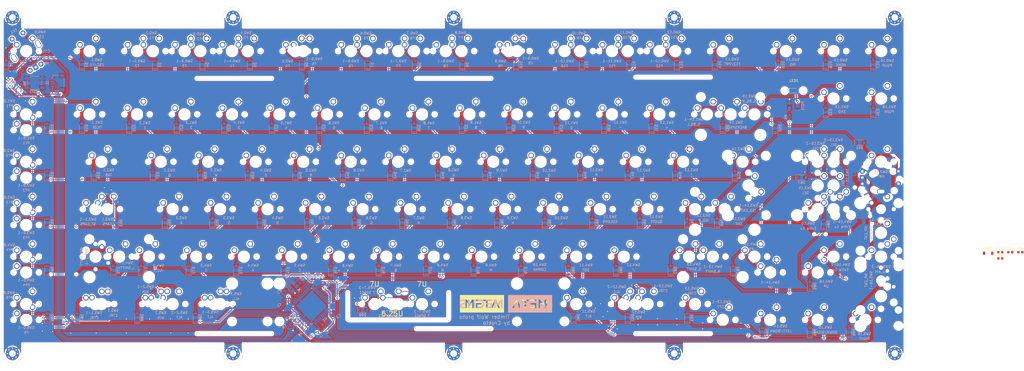
<source format=kicad_pcb>
(kicad_pcb (version 20171130) (host pcbnew "(5.1.2)-1")
  (layers (0 F.Cu signal) (31 B.Cu signal) (34 B.Paste user hide) (35 F.Paste user hide) (36 B.SilkS user) (37 F.SilkS user) (38 B.Mask user) (39 F.Mask user) (44 Edge.Cuts user))
  (net 0 "")
  (net 1 GND)
  (net 2 VCC)
  (net 3 "Net-(C6-Pad1)")
  (net 4 "Net-(C7-Pad1)")
  (net 5 "Net-(C8-Pad1)")
  (net 6 "Net-(C9-Pad1)")
  (net 7 "Net-(D1-Pad2)")
  (net 8 /r0)
  (net 9 "Net-(D2-Pad2)")
  (net 10 "Net-(D3-Pad2)")
  (net 11 "Net-(D4-Pad2)")
  (net 12 "Net-(D5-Pad2)")
  (net 13 "Net-(D6-Pad2)")
  (net 14 "Net-(D7-Pad2)")
  (net 15 "Net-(D8-Pad2)")
  (net 16 "Net-(D9-Pad2)")
  (net 17 "Net-(D10-Pad2)")
  (net 18 "Net-(D11-Pad2)")
  (net 19 "Net-(D12-Pad2)")
  (net 20 "Net-(D13-Pad2)")
  (net 21 "Net-(D14-Pad2)")
  (net 22 "Net-(D15-Pad2)")
  (net 23 "Net-(D16-Pad2)")
  (net 24 "Net-(D17-Pad2)")
  (net 25 /r1)
  (net 26 "Net-(D18-Pad2)")
  (net 27 "Net-(D19-Pad2)")
  (net 28 "Net-(D20-Pad2)")
  (net 29 "Net-(D21-Pad2)")
  (net 30 "Net-(D22-Pad2)")
  (net 31 "Net-(D23-Pad2)")
  (net 32 "Net-(D24-Pad2)")
  (net 33 "Net-(D25-Pad2)")
  (net 34 "Net-(D26-Pad2)")
  (net 35 "Net-(D27-Pad2)")
  (net 36 "Net-(D28-Pad2)")
  (net 37 "Net-(D29-Pad2)")
  (net 38 "Net-(D30-Pad2)")
  (net 39 "Net-(D31-Pad2)")
  (net 40 "Net-(D32-Pad2)")
  (net 41 "Net-(D33-Pad2)")
  (net 42 "Net-(D34-Pad2)")
  (net 43 "Net-(D35-Pad2)")
  (net 44 /r2)
  (net 45 "Net-(D36-Pad2)")
  (net 46 "Net-(D37-Pad2)")
  (net 47 "Net-(D38-Pad2)")
  (net 48 "Net-(D39-Pad2)")
  (net 49 "Net-(D40-Pad2)")
  (net 50 "Net-(D41-Pad2)")
  (net 51 "Net-(D42-Pad2)")
  (net 52 "Net-(D43-Pad2)")
  (net 53 "Net-(D44-Pad2)")
  (net 54 "Net-(D45-Pad2)")
  (net 55 "Net-(D46-Pad2)")
  (net 56 "Net-(D47-Pad2)")
  (net 57 "Net-(D48-Pad2)")
  (net 58 "Net-(D49-Pad2)")
  (net 59 "Net-(D50-Pad2)")
  (net 60 "Net-(D51-Pad2)")
  (net 61 /r3)
  (net 62 "Net-(D52-Pad2)")
  (net 63 "Net-(D53-Pad2)")
  (net 64 "Net-(D54-Pad2)")
  (net 65 "Net-(D55-Pad2)")
  (net 66 "Net-(D56-Pad2)")
  (net 67 "Net-(D57-Pad2)")
  (net 68 "Net-(D58-Pad2)")
  (net 69 "Net-(D59-Pad2)")
  (net 70 "Net-(D60-Pad2)")
  (net 71 "Net-(D61-Pad2)")
  (net 72 "Net-(D62-Pad2)")
  (net 73 "Net-(D63-Pad2)")
  (net 74 "Net-(D64-Pad2)")
  (net 75 "Net-(D65-Pad2)")
  (net 76 "Net-(D66-Pad2)")
  (net 77 "Net-(D67-Pad2)")
  (net 78 "Net-(D68-Pad2)")
  (net 79 "Net-(D69-Pad2)")
  (net 80 /r4)
  (net 81 "Net-(D70-Pad2)")
  (net 82 "Net-(D71-Pad2)")
  (net 83 "Net-(D72-Pad2)")
  (net 84 "Net-(D73-Pad2)")
  (net 85 "Net-(D74-Pad2)")
  (net 86 "Net-(D75-Pad2)")
  (net 87 "Net-(D76-Pad2)")
  (net 88 "Net-(D77-Pad2)")
  (net 89 "Net-(D78-Pad2)")
  (net 90 "Net-(D79-Pad2)")
  (net 91 "Net-(D80-Pad2)")
  (net 92 "Net-(D81-Pad2)")
  (net 93 "Net-(D82-Pad2)")
  (net 94 "Net-(D83-Pad2)")
  (net 95 "Net-(D84-Pad2)")
  (net 96 /r5)
  (net 97 "Net-(D85-Pad2)")
  (net 98 "Net-(D86-Pad2)")
  (net 99 "Net-(D87-Pad2)")
  (net 100 "Net-(D88-Pad2)")
  (net 101 "Net-(D89-Pad2)")
  (net 102 "Net-(D90-Pad2)")
  (net 103 "Net-(D91-Pad2)")
  (net 104 "Net-(D92-Pad2)")
  (net 105 "Net-(D93-Pad2)")
  (net 106 "Net-(D94-Pad2)")
  (net 107 "Net-(D95-Pad2)")
  (net 108 "Net-(EC1-PadA)")
  (net 109 "Net-(EC1-PadB)")
  (net 110 /c16)
  (net 111 /D-)
  (net 112 /D+)
  (net 113 /RES)
  (net 114 "Net-(LED1-Pad2)")
  (net 115 /rd-)
  (net 116 /rd+)
  (net 117 /c13)
  (net 118 /c8)
  (net 119 /c2)
  (net 120 /c3)
  (net 121 /c14)
  (net 122 /c9)
  (net 123 /c10)
  (net 124 /c4)
  (net 125 /c11)
  (net 126 /c7)
  (net 127 /c5)
  (net 128 /c6)
  (net 129 /c12)
  (net 130 /enc-)
  (net 131 /c15)
  (net 132 /enc+)
  (net 133 /c0)
  (net 134 /c1)
  (net 135 "Net-(EC2-1-PadA)")
  (net 136 "Net-(EC2-1-PadB)")
  (net 137 "Net-(POT1-Pad1)")
  (net 138 "Net-(R5-Pad2)")
  (net 139 "Net-(D96-Pad2)")
  (module MX_SMK_2:MX_100 (layer F.Cu) (at 333.375 92.075)
    (fp_text reference SW4,16-1 (at 2.8 3.2) (layer B.SilkS) (effects (justify mirror)))
    (fp_text value "Extra 1u" (at 2.8 5.2) (layer B.SilkS) (effects (justify mirror)))
    (pad "" np_thru_hole circle (at 5.08 0 48) (size 1.72 1.72) (drill 1.72) (layers *.Cu *.Mask))
    (pad "" np_thru_hole circle (at -5.08 0 48) (size 1.72 1.72) (drill 1.72) (layers *.Cu *.Mask))
    (pad 1 thru_hole circle (at -3.81 -2.54) (size 2.25 2.25) (drill 1.5) (layers *.Cu B.Mask) (net 97 "Net-(D85-Pad2)"))
    (pad 2 thru_hole circle (at 2.54 -5.08) (size 2.25 2.25) (drill 1.5) (layers *.Cu B.Mask) (net 110 /c16))
    (pad "" np_thru_hole circle (at 0 0) (size 3.9878 3.9878) (drill 3.9878) (layers *.Cu *.Mask))
  )
  (module MX_SMK_2:MX_200 (layer F.Cu) (at 333.375 63.5 270)
    (fp_text reference SW3,15-1 (at -3 -5.425 270) (layer B.SilkS) (effects (justify mirror)))
    (fp_text value DEL (at -0.7 -3.9 270) (layer B.SilkS) (effects (justify mirror)))
    (pad "" np_thru_hole circle (at 5.08 0 318) (size 1.72 1.72) (drill 1.72) (layers *.Cu *.Mask))
    (pad "" np_thru_hole circle (at -5.08 0 318) (size 1.72 1.72) (drill 1.72) (layers *.Cu *.Mask))
    (pad 1 thru_hole circle (at -3.81 -2.54 270) (size 2.25 2.25) (drill 1.5) (layers *.Cu B.Mask) (net 77 "Net-(D67-Pad2)"))
    (pad 2 thru_hole circle (at 2.54 -5.08 270) (size 2.25 2.25) (drill 1.5) (layers *.Cu B.Mask) (net 131 /c15))
    (pad "" np_thru_hole circle (at 0 0 270) (size 3.9878 3.9878) (drill 3.9878) (layers *.Cu *.Mask))
    (pad HOLE np_thru_hole circle (at -11.938 -6.985 270) (size 3.048 3.048) (drill 3.048) (layers *.Cu *.Mask))
    (pad HOLE np_thru_hole circle (at 11.938 -6.985 270) (size 3.048 3.048) (drill 3.048) (layers *.Cu *.Mask))
    (pad HOLE np_thru_hole circle (at -11.938 8.255 270) (size 3.9878 3.9878) (drill 3.9878) (layers *.Cu *.Mask))
    (pad HOLE np_thru_hole circle (at 11.938 8.255 270) (size 3.9878 3.9878) (drill 3.9878) (layers *.Cu *.Mask))
  )
  (module MX_SMK_2:MX_100 (layer F.Cu) (at 333.375 53.975)
    (fp_text reference SW3,15-3 (at 0 -8.8) (layer B.SilkS) (effects (justify mirror)))
    (fp_text value DEL (at 0 -6.8) (layer B.SilkS) (effects (justify mirror)))
    (pad "" np_thru_hole circle (at 5.08 0 48) (size 1.72 1.72) (drill 1.72) (layers *.Cu *.Mask))
    (pad "" np_thru_hole circle (at -5.08 0 48) (size 1.72 1.72) (drill 1.72) (layers *.Cu *.Mask))
    (pad 1 thru_hole circle (at -3.81 -2.54) (size 2.25 2.25) (drill 1.5) (layers *.Cu B.Mask) (net 77 "Net-(D67-Pad2)"))
    (pad 2 thru_hole circle (at 2.54 -5.08) (size 2.25 2.25) (drill 1.5) (layers *.Cu B.Mask) (net 131 /c15))
    (pad "" np_thru_hole circle (at 0 0) (size 3.9878 3.9878) (drill 3.9878) (layers *.Cu *.Mask))
  )
  (module MX_SMK_2:MX_100 (layer F.Cu) (at 333.375 73.025)
    (fp_text reference SW4,15-1 (at 3.5 5) (layer B.SilkS) (effects (justify mirror)))
    (fp_text value "Extra 1u" (at 3.5 7) (layer B.SilkS) (effects (justify mirror)))
    (pad "" np_thru_hole circle (at 5.08 0 48) (size 1.72 1.72) (drill 1.72) (layers *.Cu *.Mask))
    (pad "" np_thru_hole circle (at -5.08 0 48) (size 1.72 1.72) (drill 1.72) (layers *.Cu *.Mask))
    (pad 1 thru_hole circle (at -3.81 -2.54) (size 2.25 2.25) (drill 1.5) (layers *.Cu B.Mask) (net 95 "Net-(D84-Pad2)"))
    (pad 2 thru_hole circle (at 2.54 -5.08) (size 2.25 2.25) (drill 1.5) (layers *.Cu B.Mask) (net 131 /c15))
    (pad "" np_thru_hole circle (at 0 0) (size 3.9878 3.9878) (drill 3.9878) (layers *.Cu *.Mask))
  )
  (module MX_SMK_2:MX_100 (layer F.Cu) (at 346.075 117.475)
    (fp_text reference SW5,16 (at -0.3 5.6) (layer B.SilkS) (effects (justify mirror)))
    (fp_text value RIGHT (at -0.3 7.6) (layer B.SilkS) (effects (justify mirror)))
    (pad "" np_thru_hole circle (at 5.08 0 48) (size 1.72 1.72) (drill 1.72) (layers *.Cu *.Mask))
    (pad "" np_thru_hole circle (at -5.08 0 48) (size 1.72 1.72) (drill 1.72) (layers *.Cu *.Mask))
    (pad 1 thru_hole circle (at -3.81 -2.54) (size 2.25 2.25) (drill 1.5) (layers *.Cu B.Mask) (net 139 "Net-(D96-Pad2)"))
    (pad 2 thru_hole circle (at 2.54 -5.08) (size 2.25 2.25) (drill 1.5) (layers *.Cu B.Mask) (net 110 /c16))
    (pad "" np_thru_hole circle (at 0 0) (size 3.9878 3.9878) (drill 3.9878) (layers *.Cu *.Mask))
  )
  (module keebs:m2.5_pad_via (layer F.Cu) (at 4 -4)
    (fp_text reference H1 hide)
    (fp_text value MountingHole_Pad)
    (pad 1 thru_hole circle (at 1.431891 -1.431891) (size 0.8 0.8) (drill 0.5) (layers *.Cu *.Mask) (net 1 GND))
    (pad 1 thru_hole circle (at 0 -2.025) (size 0.8 0.8) (drill 0.5) (layers *.Cu *.Mask) (net 1 GND))
    (pad 1 thru_hole circle (at -1.431891 -1.431891) (size 0.8 0.8) (drill 0.5) (layers *.Cu *.Mask) (net 1 GND))
    (pad 1 thru_hole circle (at -2.025 0) (size 0.8 0.8) (drill 0.5) (layers *.Cu *.Mask) (net 1 GND))
    (pad 1 thru_hole circle (at -1.431891 1.431891) (size 0.8 0.8) (drill 0.5) (layers *.Cu *.Mask) (net 1 GND))
    (pad 1 thru_hole circle (at 0 2.025) (size 0.8 0.8) (drill 0.5) (layers *.Cu *.Mask) (net 1 GND))
    (pad 1 thru_hole circle (at 1.431891 1.431891) (size 0.8 0.8) (drill 0.5) (layers *.Cu *.Mask) (net 1 GND))
    (pad 1 thru_hole circle (at 2.025 0) (size 0.8 0.8) (drill 0.5) (layers *.Cu *.Mask) (net 1 GND))
    (pad 1 thru_hole circle (at 0 0) (size 5.4 5.4) (drill 2.7) (layers *.Cu *.Mask) (net 1 GND))
  )
  (module keebs:m2.5_pad_via (layer F.Cu) (at 92.4875 -4)
    (fp_text reference H2 hide)
    (fp_text value MountingHole_Pad)
    (pad 1 thru_hole circle (at 1.431891 -1.431891) (size 0.8 0.8) (drill 0.5) (layers *.Cu *.Mask) (net 1 GND))
    (pad 1 thru_hole circle (at 0 -2.025) (size 0.8 0.8) (drill 0.5) (layers *.Cu *.Mask) (net 1 GND))
    (pad 1 thru_hole circle (at -1.431891 -1.431891) (size 0.8 0.8) (drill 0.5) (layers *.Cu *.Mask) (net 1 GND))
    (pad 1 thru_hole circle (at -2.025 0) (size 0.8 0.8) (drill 0.5) (layers *.Cu *.Mask) (net 1 GND))
    (pad 1 thru_hole circle (at -1.431891 1.431891) (size 0.8 0.8) (drill 0.5) (layers *.Cu *.Mask) (net 1 GND))
    (pad 1 thru_hole circle (at 0 2.025) (size 0.8 0.8) (drill 0.5) (layers *.Cu *.Mask) (net 1 GND))
    (pad 1 thru_hole circle (at 1.431891 1.431891) (size 0.8 0.8) (drill 0.5) (layers *.Cu *.Mask) (net 1 GND))
    (pad 1 thru_hole circle (at 2.025 0) (size 0.8 0.8) (drill 0.5) (layers *.Cu *.Mask) (net 1 GND))
    (pad 1 thru_hole circle (at 0 0) (size 5.4 5.4) (drill 2.7) (layers *.Cu *.Mask) (net 1 GND))
  )
  (module keebs:m2.5_pad_via (layer F.Cu) (at 180.975 -4)
    (fp_text reference H3 hide)
    (fp_text value MountingHole_Pad)
    (pad 1 thru_hole circle (at 1.431891 -1.431891) (size 0.8 0.8) (drill 0.5) (layers *.Cu *.Mask) (net 1 GND))
    (pad 1 thru_hole circle (at 0 -2.025) (size 0.8 0.8) (drill 0.5) (layers *.Cu *.Mask) (net 1 GND))
    (pad 1 thru_hole circle (at -1.431891 -1.431891) (size 0.8 0.8) (drill 0.5) (layers *.Cu *.Mask) (net 1 GND))
    (pad 1 thru_hole circle (at -2.025 0) (size 0.8 0.8) (drill 0.5) (layers *.Cu *.Mask) (net 1 GND))
    (pad 1 thru_hole circle (at -1.431891 1.431891) (size 0.8 0.8) (drill 0.5) (layers *.Cu *.Mask) (net 1 GND))
    (pad 1 thru_hole circle (at 0 2.025) (size 0.8 0.8) (drill 0.5) (layers *.Cu *.Mask) (net 1 GND))
    (pad 1 thru_hole circle (at 1.431891 1.431891) (size 0.8 0.8) (drill 0.5) (layers *.Cu *.Mask) (net 1 GND))
    (pad 1 thru_hole circle (at 2.025 0) (size 0.8 0.8) (drill 0.5) (layers *.Cu *.Mask) (net 1 GND))
    (pad 1 thru_hole circle (at 0 0) (size 5.4 5.4) (drill 2.7) (layers *.Cu *.Mask) (net 1 GND))
  )
  (module keebs:m2.5_pad_via (layer F.Cu) (at 269.4625 -4)
    (fp_text reference H4 hide)
    (fp_text value MountingHole_Pad)
    (pad 1 thru_hole circle (at 1.431891 -1.431891) (size 0.8 0.8) (drill 0.5) (layers *.Cu *.Mask) (net 1 GND))
    (pad 1 thru_hole circle (at 0 -2.025) (size 0.8 0.8) (drill 0.5) (layers *.Cu *.Mask) (net 1 GND))
    (pad 1 thru_hole circle (at -1.431891 -1.431891) (size 0.8 0.8) (drill 0.5) (layers *.Cu *.Mask) (net 1 GND))
    (pad 1 thru_hole circle (at -2.025 0) (size 0.8 0.8) (drill 0.5) (layers *.Cu *.Mask) (net 1 GND))
    (pad 1 thru_hole circle (at -1.431891 1.431891) (size 0.8 0.8) (drill 0.5) (layers *.Cu *.Mask) (net 1 GND))
    (pad 1 thru_hole circle (at 0 2.025) (size 0.8 0.8) (drill 0.5) (layers *.Cu *.Mask) (net 1 GND))
    (pad 1 thru_hole circle (at 1.431891 1.431891) (size 0.8 0.8) (drill 0.5) (layers *.Cu *.Mask) (net 1 GND))
    (pad 1 thru_hole circle (at 2.025 0) (size 0.8 0.8) (drill 0.5) (layers *.Cu *.Mask) (net 1 GND))
    (pad 1 thru_hole circle (at 0 0) (size 5.4 5.4) (drill 2.7) (layers *.Cu *.Mask) (net 1 GND))
  )
  (module keebs:m2.5_pad_via (layer F.Cu) (at 4 131)
    (fp_text reference H5 hide)
    (fp_text value MountingHole_Pad)
    (pad 1 thru_hole circle (at 1.431891 -1.431891) (size 0.8 0.8) (drill 0.5) (layers *.Cu *.Mask) (net 1 GND))
    (pad 1 thru_hole circle (at 0 -2.025) (size 0.8 0.8) (drill 0.5) (layers *.Cu *.Mask) (net 1 GND))
    (pad 1 thru_hole circle (at -1.431891 -1.431891) (size 0.8 0.8) (drill 0.5) (layers *.Cu *.Mask) (net 1 GND))
    (pad 1 thru_hole circle (at -2.025 0) (size 0.8 0.8) (drill 0.5) (layers *.Cu *.Mask) (net 1 GND))
    (pad 1 thru_hole circle (at -1.431891 1.431891) (size 0.8 0.8) (drill 0.5) (layers *.Cu *.Mask) (net 1 GND))
    (pad 1 thru_hole circle (at 0 2.025) (size 0.8 0.8) (drill 0.5) (layers *.Cu *.Mask) (net 1 GND))
    (pad 1 thru_hole circle (at 1.431891 1.431891) (size 0.8 0.8) (drill 0.5) (layers *.Cu *.Mask) (net 1 GND))
    (pad 1 thru_hole circle (at 2.025 0) (size 0.8 0.8) (drill 0.5) (layers *.Cu *.Mask) (net 1 GND))
    (pad 1 thru_hole circle (at 0 0) (size 5.4 5.4) (drill 2.7) (layers *.Cu *.Mask) (net 1 GND))
  )
  (module keebs:m2.5_pad_via (layer F.Cu) (at 92.4875 131)
    (fp_text reference H6 hide)
    (fp_text value MountingHole_Pad)
    (pad 1 thru_hole circle (at 1.431891 -1.431891) (size 0.8 0.8) (drill 0.5) (layers *.Cu *.Mask) (net 1 GND))
    (pad 1 thru_hole circle (at 0 -2.025) (size 0.8 0.8) (drill 0.5) (layers *.Cu *.Mask) (net 1 GND))
    (pad 1 thru_hole circle (at -1.431891 -1.431891) (size 0.8 0.8) (drill 0.5) (layers *.Cu *.Mask) (net 1 GND))
    (pad 1 thru_hole circle (at -2.025 0) (size 0.8 0.8) (drill 0.5) (layers *.Cu *.Mask) (net 1 GND))
    (pad 1 thru_hole circle (at -1.431891 1.431891) (size 0.8 0.8) (drill 0.5) (layers *.Cu *.Mask) (net 1 GND))
    (pad 1 thru_hole circle (at 0 2.025) (size 0.8 0.8) (drill 0.5) (layers *.Cu *.Mask) (net 1 GND))
    (pad 1 thru_hole circle (at 1.431891 1.431891) (size 0.8 0.8) (drill 0.5) (layers *.Cu *.Mask) (net 1 GND))
    (pad 1 thru_hole circle (at 2.025 0) (size 0.8 0.8) (drill 0.5) (layers *.Cu *.Mask) (net 1 GND))
    (pad 1 thru_hole circle (at 0 0) (size 5.4 5.4) (drill 2.7) (layers *.Cu *.Mask) (net 1 GND))
  )
  (module keebs:m2.5_pad_via (layer F.Cu) (at 180.975 131)
    (fp_text reference H7 hide)
    (fp_text value MountingHole_Pad)
    (pad 1 thru_hole circle (at 1.431891 -1.431891) (size 0.8 0.8) (drill 0.5) (layers *.Cu *.Mask) (net 1 GND))
    (pad 1 thru_hole circle (at 0 -2.025) (size 0.8 0.8) (drill 0.5) (layers *.Cu *.Mask) (net 1 GND))
    (pad 1 thru_hole circle (at -1.431891 -1.431891) (size 0.8 0.8) (drill 0.5) (layers *.Cu *.Mask) (net 1 GND))
    (pad 1 thru_hole circle (at -2.025 0) (size 0.8 0.8) (drill 0.5) (layers *.Cu *.Mask) (net 1 GND))
    (pad 1 thru_hole circle (at -1.431891 1.431891) (size 0.8 0.8) (drill 0.5) (layers *.Cu *.Mask) (net 1 GND))
    (pad 1 thru_hole circle (at 0 2.025) (size 0.8 0.8) (drill 0.5) (layers *.Cu *.Mask) (net 1 GND))
    (pad 1 thru_hole circle (at 1.431891 1.431891) (size 0.8 0.8) (drill 0.5) (layers *.Cu *.Mask) (net 1 GND))
    (pad 1 thru_hole circle (at 2.025 0) (size 0.8 0.8) (drill 0.5) (layers *.Cu *.Mask) (net 1 GND))
    (pad 1 thru_hole circle (at 0 0) (size 5.4 5.4) (drill 2.7) (layers *.Cu *.Mask) (net 1 GND))
  )
  (module keebs:m2.5_pad_via (layer F.Cu) (at 269.4625 131)
    (fp_text reference H8 hide)
    (fp_text value MountingHole_Pad)
    (pad 1 thru_hole circle (at 1.431891 -1.431891) (size 0.8 0.8) (drill 0.5) (layers *.Cu *.Mask) (net 1 GND))
    (pad 1 thru_hole circle (at 0 -2.025) (size 0.8 0.8) (drill 0.5) (layers *.Cu *.Mask) (net 1 GND))
    (pad 1 thru_hole circle (at -1.431891 -1.431891) (size 0.8 0.8) (drill 0.5) (layers *.Cu *.Mask) (net 1 GND))
    (pad 1 thru_hole circle (at -2.025 0) (size 0.8 0.8) (drill 0.5) (layers *.Cu *.Mask) (net 1 GND))
    (pad 1 thru_hole circle (at -1.431891 1.431891) (size 0.8 0.8) (drill 0.5) (layers *.Cu *.Mask) (net 1 GND))
    (pad 1 thru_hole circle (at 0 2.025) (size 0.8 0.8) (drill 0.5) (layers *.Cu *.Mask) (net 1 GND))
    (pad 1 thru_hole circle (at 1.431891 1.431891) (size 0.8 0.8) (drill 0.5) (layers *.Cu *.Mask) (net 1 GND))
    (pad 1 thru_hole circle (at 2.025 0) (size 0.8 0.8) (drill 0.5) (layers *.Cu *.Mask) (net 1 GND))
    (pad 1 thru_hole circle (at 0 0) (size 5.4 5.4) (drill 2.7) (layers *.Cu *.Mask) (net 1 GND))
  )
  (module keebs:m2.5_pad_via (layer F.Cu) (at 357.95 -4)
    (fp_text reference H9 hide)
    (fp_text value MountingHole_Pad)
    (pad 1 thru_hole circle (at 1.431891 -1.431891) (size 0.8 0.8) (drill 0.5) (layers *.Cu *.Mask) (net 1 GND))
    (pad 1 thru_hole circle (at 0 -2.025) (size 0.8 0.8) (drill 0.5) (layers *.Cu *.Mask) (net 1 GND))
    (pad 1 thru_hole circle (at -1.431891 -1.431891) (size 0.8 0.8) (drill 0.5) (layers *.Cu *.Mask) (net 1 GND))
    (pad 1 thru_hole circle (at -2.025 0) (size 0.8 0.8) (drill 0.5) (layers *.Cu *.Mask) (net 1 GND))
    (pad 1 thru_hole circle (at -1.431891 1.431891) (size 0.8 0.8) (drill 0.5) (layers *.Cu *.Mask) (net 1 GND))
    (pad 1 thru_hole circle (at 0 2.025) (size 0.8 0.8) (drill 0.5) (layers *.Cu *.Mask) (net 1 GND))
    (pad 1 thru_hole circle (at 1.431891 1.431891) (size 0.8 0.8) (drill 0.5) (layers *.Cu *.Mask) (net 1 GND))
    (pad 1 thru_hole circle (at 2.025 0) (size 0.8 0.8) (drill 0.5) (layers *.Cu *.Mask) (net 1 GND))
    (pad 1 thru_hole circle (at 0 0) (size 5.4 5.4) (drill 2.7) (layers *.Cu *.Mask) (net 1 GND))
  )
  (module keebs:m2.5_pad_via (layer F.Cu) (at 357.95 131)
    (fp_text reference H10 hide)
    (fp_text value MountingHole_Pad)
    (pad 1 thru_hole circle (at 1.431891 -1.431891) (size 0.8 0.8) (drill 0.5) (layers *.Cu *.Mask) (net 1 GND))
    (pad 1 thru_hole circle (at 0 -2.025) (size 0.8 0.8) (drill 0.5) (layers *.Cu *.Mask) (net 1 GND))
    (pad 1 thru_hole circle (at -1.431891 -1.431891) (size 0.8 0.8) (drill 0.5) (layers *.Cu *.Mask) (net 1 GND))
    (pad 1 thru_hole circle (at -2.025 0) (size 0.8 0.8) (drill 0.5) (layers *.Cu *.Mask) (net 1 GND))
    (pad 1 thru_hole circle (at -1.431891 1.431891) (size 0.8 0.8) (drill 0.5) (layers *.Cu *.Mask) (net 1 GND))
    (pad 1 thru_hole circle (at 0 2.025) (size 0.8 0.8) (drill 0.5) (layers *.Cu *.Mask) (net 1 GND))
    (pad 1 thru_hole circle (at 1.431891 1.431891) (size 0.8 0.8) (drill 0.5) (layers *.Cu *.Mask) (net 1 GND))
    (pad 1 thru_hole circle (at 2.025 0) (size 0.8 0.8) (drill 0.5) (layers *.Cu *.Mask) (net 1 GND))
    (pad 1 thru_hole circle (at 0 0) (size 5.4 5.4) (drill 2.7) (layers *.Cu *.Mask) (net 1 GND))
  )
  (module "logo:metamechs logo half" (layer B.Cu) (at 202 111 180)
    (fp_text reference G*** hide)
    (fp_text value LOGO hide)
  )
  (module "logo:metamechs logo half" (layer F.Cu) (at 202 111)
    (fp_text reference G*** hide)
    (fp_text value LOGO hide)
  )
  (module MX_SMK_2:MX_100 (layer F.Cu) (at 9.525 60.325)
    (fp_text reference SW2,0-1 (at 0 3.1) (layer B.SilkS) (effects (justify mirror)))
    (fp_text value PF2 (at 0 5.1) (layer B.SilkS) (effects (justify mirror)))
    (pad "" np_thru_hole circle (at 5.08 0 48) (size 1.72 1.72) (drill 1.72) (layers *.Cu *.Mask))
    (pad "" np_thru_hole circle (at -5.08 0 48) (size 1.72 1.72) (drill 1.72) (layers *.Cu *.Mask))
    (pad 1 thru_hole circle (at -3.81 -2.54) (size 2.25 2.25) (drill 1.5) (layers *.Cu B.Mask) (net 43 "Net-(D35-Pad2)"))
    (pad 2 thru_hole circle (at 2.54 -5.08) (size 2.25 2.25) (drill 1.5) (layers *.Cu B.Mask) (net 133 /c0))
    (pad "" np_thru_hole circle (at 0 0) (size 3.9878 3.9878) (drill 3.9878) (layers *.Cu *.Mask))
  )
  (module MX_SMK_2:MX_100 (layer F.Cu) (at 34.925 34.925)
    (fp_text reference SW1,1 (at 3 3.2) (layer B.SilkS) (effects (justify mirror)))
    (fp_text value TILDE (at 3 5.2) (layer B.SilkS) (effects (justify mirror)))
    (pad "" np_thru_hole circle (at 5.08 0 48) (size 1.72 1.72) (drill 1.72) (layers *.Cu *.Mask))
    (pad "" np_thru_hole circle (at -5.08 0 48) (size 1.72 1.72) (drill 1.72) (layers *.Cu *.Mask))
    (pad 1 thru_hole circle (at -3.81 -2.54) (size 2.25 2.25) (drill 1.5) (layers *.Cu B.Mask) (net 27 "Net-(D19-Pad2)"))
    (pad 2 thru_hole circle (at 2.54 -5.08) (size 2.25 2.25) (drill 1.5) (layers *.Cu B.Mask) (net 134 /c1))
    (pad "" np_thru_hole circle (at 0 0) (size 3.9878 3.9878) (drill 3.9878) (layers *.Cu *.Mask))
  )
  (module Capacitor_SMD:C_0603_1608Metric (layer B.Cu) (at 113 106.5 225)
    (fp_text reference C7 (at 1.202082 1.484924 225) (layer B.SilkS) (effects (justify mirror)))
    (fp_text value 22p)
    (pad 2 smd roundrect (at 0.7875 0 225) (size 0.875 0.95) (layers B.Cu B.Paste B.Mask) (net 1 GND))
    (pad 1 smd roundrect (at -0.7875 0 225) (size 0.875 0.95) (layers B.Cu B.Paste B.Mask) (net 4 "Net-(C7-Pad1)"))
  )
  (module Crystal:Crystal_SMD_SeikoEpson_FA238-4Pin_3.2x2.5mm (layer B.Cu) (at 116.7 104.3 45)
    (fp_text reference Y1 (at 0.777817 2.474874 45) (layer B.SilkS) (effects (justify mirror)))
    (fp_text value 16M)
    (pad 4 smd rect (at -1.1 0.8 45) (size 1.4 1.2) (layers B.Cu B.Paste B.Mask) (net 1 GND))
    (pad 3 smd rect (at 1.1 0.8 45) (size 1.4 1.2) (layers B.Cu B.Paste B.Mask) (net 5 "Net-(C8-Pad1)"))
    (pad 2 smd rect (at 1.1 -0.8 45) (size 1.4 1.2) (layers B.Cu B.Paste B.Mask) (net 1 GND))
    (pad 1 smd rect (at -1.1 -0.8 45) (size 1.4 1.2) (layers B.Cu B.Paste B.Mask) (net 4 "Net-(C7-Pad1)"))
  )
  (module Package_QFP:TQFP-44_10x10mm_P0.8mm (layer B.Cu) (at 124 112 45)
    (fp_text reference U1 (at 0 7.450001 45) (layer B.SilkS) (effects (justify mirror)))
    (fp_text value ATMEGA32U4)
    (pad 44 smd rect (at -4 5.7 315) (size 1.5 0.55) (layers B.Cu B.Paste B.Mask) (net 2 VCC))
    (pad 43 smd rect (at -3.2 5.7 315) (size 1.5 0.55) (layers B.Cu B.Paste B.Mask) (net 1 GND))
    (pad 42 smd rect (at -2.4 5.7 315) (size 1.5 0.55) (layers B.Cu B.Paste B.Mask) (net 6 "Net-(C9-Pad1)"))
    (pad 41 smd rect (at -1.6 5.7 315) (size 1.5 0.55) (layers B.Cu B.Paste B.Mask) (net 131 /c15))
    (pad 40 smd rect (at -0.8 5.7 315) (size 1.5 0.55) (layers B.Cu B.Paste B.Mask) (net 121 /c14))
    (pad 39 smd rect (at 0 5.7 315) (size 1.5 0.55) (layers B.Cu B.Paste B.Mask) (net 117 /c13))
    (pad 38 smd rect (at 0.8 5.7 315) (size 1.5 0.55) (layers B.Cu B.Paste B.Mask) (net 129 /c12))
    (pad 37 smd rect (at 1.6 5.7 315) (size 1.5 0.55) (layers B.Cu B.Paste B.Mask) (net 125 /c11))
    (pad 36 smd rect (at 2.4 5.7 315) (size 1.5 0.55) (layers B.Cu B.Paste B.Mask) (net 123 /c10))
    (pad 35 smd rect (at 3.2 5.7 315) (size 1.5 0.55) (layers B.Cu B.Paste B.Mask) (net 1 GND))
    (pad 34 smd rect (at 4 5.7 315) (size 1.5 0.55) (layers B.Cu B.Paste B.Mask) (net 2 VCC))
    (pad 33 smd rect (at 5.7 4 45) (size 1.5 0.55) (layers B.Cu B.Paste B.Mask) (net 138 "Net-(R5-Pad2)"))
    (pad 32 smd rect (at 5.7 3.2 45) (size 1.5 0.55) (layers B.Cu B.Paste B.Mask) (net 122 /c9))
    (pad 31 smd rect (at 5.7 2.4 45) (size 1.5 0.55) (layers B.Cu B.Paste B.Mask) (net 118 /c8))
    (pad 30 smd rect (at 5.7 1.6 45) (size 1.5 0.55) (layers B.Cu B.Paste B.Mask) (net 126 /c7))
    (pad 29 smd rect (at 5.7 0.8 45) (size 1.5 0.55) (layers B.Cu B.Paste B.Mask) (net 128 /c6))
    (pad 28 smd rect (at 5.7 0 45) (size 1.5 0.55) (layers B.Cu B.Paste B.Mask) (net 96 /r5))
    (pad 27 smd rect (at 5.7 -0.8 45) (size 1.5 0.55) (layers B.Cu B.Paste B.Mask) (net 80 /r4))
    (pad 26 smd rect (at 5.7 -1.6 45) (size 1.5 0.55) (layers B.Cu B.Paste B.Mask) (net 61 /r3))
    (pad 25 smd rect (at 5.7 -2.4 45) (size 1.5 0.55) (layers B.Cu B.Paste B.Mask) (net 44 /r2))
    (pad 24 smd rect (at 5.7 -3.2 45) (size 1.5 0.55) (layers B.Cu B.Paste B.Mask) (net 2 VCC))
    (pad 23 smd rect (at 5.7 -4 45) (size 1.5 0.55) (layers B.Cu B.Paste B.Mask) (net 1 GND))
    (pad 22 smd rect (at 4 -5.7 315) (size 1.5 0.55) (layers B.Cu B.Paste B.Mask) (net 8 /r0))
    (pad 21 smd rect (at 3.2 -5.7 315) (size 1.5 0.55) (layers B.Cu B.Paste B.Mask) (net 25 /r1))
    (pad 20 smd rect (at 2.4 -5.7 315) (size 1.5 0.55) (layers B.Cu B.Paste B.Mask) (net 127 /c5))
    (pad 19 smd rect (at 1.6 -5.7 315) (size 1.5 0.55) (layers B.Cu B.Paste B.Mask) (net 124 /c4))
    (pad 18 smd rect (at 0.8 -5.7 315) (size 1.5 0.55) (layers B.Cu B.Paste B.Mask) (net 120 /c3))
    (pad 17 smd rect (at 0 -5.7 315) (size 1.5 0.55) (layers B.Cu B.Paste B.Mask) (net 5 "Net-(C8-Pad1)"))
    (pad 16 smd rect (at -0.8 -5.7 315) (size 1.5 0.55) (layers B.Cu B.Paste B.Mask) (net 4 "Net-(C7-Pad1)"))
    (pad 15 smd rect (at -1.6 -5.7 315) (size 1.5 0.55) (layers B.Cu B.Paste B.Mask) (net 1 GND))
    (pad 14 smd rect (at -2.4 -5.7 315) (size 1.5 0.55) (layers B.Cu B.Paste B.Mask) (net 2 VCC))
    (pad 13 smd rect (at -3.2 -5.7 315) (size 1.5 0.55) (layers B.Cu B.Paste B.Mask) (net 113 /RES))
    (pad 12 smd rect (at -4 -5.7 315) (size 1.5 0.55) (layers B.Cu B.Paste B.Mask) (net 119 /c2))
    (pad 11 smd rect (at -5.7 -4 45) (size 1.5 0.55) (layers B.Cu B.Paste B.Mask) (net 134 /c1))
    (pad 10 smd rect (at -5.7 -3.2 45) (size 1.5 0.55) (layers B.Cu B.Paste B.Mask) (net 133 /c0))
    (pad 9 smd rect (at -5.7 -2.4 45) (size 1.5 0.55) (layers B.Cu B.Paste B.Mask) (net 132 /enc+))
    (pad 8 smd rect (at -5.7 -1.6 45) (size 1.5 0.55) (layers B.Cu B.Paste B.Mask) (net 130 /enc-))
    (pad 7 smd rect (at -5.7 -0.8 45) (size 1.5 0.55) (layers B.Cu B.Paste B.Mask) (net 2 VCC))
    (pad 6 smd rect (at -5.7 0 45) (size 1.5 0.55) (layers B.Cu B.Paste B.Mask) (net 3 "Net-(C6-Pad1)"))
    (pad 5 smd rect (at -5.7 0.8 45) (size 1.5 0.55) (layers B.Cu B.Paste B.Mask) (net 1 GND))
    (pad 4 smd rect (at -5.7 1.6 45) (size 1.5 0.55) (layers B.Cu B.Paste B.Mask) (net 116 /rd+))
    (pad 3 smd rect (at -5.7 2.4 45) (size 1.5 0.55) (layers B.Cu B.Paste B.Mask) (net 115 /rd-))
    (pad 2 smd rect (at -5.7 3.2 45) (size 1.5 0.55) (layers B.Cu B.Paste B.Mask) (net 2 VCC))
    (pad 1 smd rect (at -5.7 4 45) (size 1.5 0.55) (layers B.Cu B.Paste B.Mask) (net 110 /c16))
  )
  (module keebs:PinHeader_2x03_P1.27mm_Vertical_center (layer F.Cu) (at 3 22.225 180)
    (fp_text reference J2 (at -2.3 -0.975 180) (layer B.SilkS) (effects (justify mirror)))
    (fp_text value Conn_02x03_Odd_Even)
    (pad 6 thru_hole rect (at 0.635 1.27 180) (size 1 1) (drill 0.65) (layers *.Cu B.Mask) (net 1 GND))
    (pad 5 thru_hole oval (at -0.635 1.27 180) (size 1 1) (drill 0.65) (layers *.Cu B.Mask) (net 113 /RES))
    (pad 4 thru_hole oval (at 0.635 0 180) (size 1 1) (drill 0.65) (layers *.Cu B.Mask) (net 133 /c0))
    (pad 3 thru_hole oval (at -0.635 0 180) (size 1 1) (drill 0.65) (layers *.Cu B.Mask) (net 132 /enc+))
    (pad 2 thru_hole oval (at 0.635 -1.27 180) (size 1 1) (drill 0.65) (layers *.Cu B.Mask) (net 2 VCC))
    (pad 1 thru_hole circle (at -0.635 -1.27 180) (size 1 1) (drill 0.65) (layers *.Cu B.Mask) (net 134 /c1))
  )
  (module Button_Switch_SMD:SW_SPST_SKQG_WithStem (layer B.Cu) (at 12.9 22.325 180)
    (fp_text reference RST1 (at 0.4 -3.475 180) (layer B.SilkS) (effects (justify mirror)))
    (fp_text value SW_PUSH)
    (pad 2 smd rect (at 3.1 -1.85 180) (size 1.8 1.1) (layers B.Cu B.Paste B.Mask) (net 113 /RES))
    (pad 2 smd rect (at -3.1 -1.85 180) (size 1.8 1.1) (layers B.Cu B.Paste B.Mask) (net 113 /RES))
    (pad 1 smd rect (at 3.1 1.85 180) (size 1.8 1.1) (layers B.Cu B.Paste B.Mask) (net 1 GND))
    (pad 1 smd rect (at -3.1 1.85 180) (size 1.8 1.1) (layers B.Cu B.Paste B.Mask) (net 1 GND))
  )
  (module keebs:EC11E (layer F.Cu) (at 9.525 9.525 120)
    (fp_text reference EC1 (at 9.462354 -0.339278 210) (layer B.SilkS) (effects (justify mirror)))
    (fp_text value EC11E)
    (pad A thru_hole circle (at -7.5 -2.5 120) (size 2 2) (drill 1) (layers *.Cu B.Mask) (net 108 "Net-(EC1-PadA)"))
    (pad C thru_hole rect (at -7.5 0 120) (size 2 2) (drill 1) (layers *.Cu B.Mask) (net 1 GND))
    (pad B thru_hole circle (at -7.5 2.5 120) (size 2 2) (drill 1) (layers *.Cu B.Mask) (net 109 "Net-(EC1-PadB)"))
    (pad MP thru_hole roundrect (at 0 -5.6 120) (size 3.2 2) (drill oval 2.8 1.5) (layers *.Cu B.Mask) (roundrect_rratio 0.5))
    (pad MP thru_hole roundrect (at 0 5.6 120) (size 3.2 2) (drill oval 2.8 1.5) (layers *.Cu B.Mask) (roundrect_rratio 0.5))
    (pad S2 thru_hole circle (at 7 -2.5 120) (size 2 2) (drill 1) (layers *.Cu B.Mask) (net 7 "Net-(D1-Pad2)"))
    (pad S1 thru_hole circle (at 7 2.5 120) (size 2 2) (drill 1) (layers *.Cu B.Mask) (net 133 /c0))
  )
  (module Connector_JST:JST_SH_SM04B-SRSS-TB_1x04-1MP_P1.00mm_Horizontal (layer B.Cu) (at 22 22.225 270)
    (fp_text reference J1 (at 0 3.98 270) (layer B.SilkS) (effects (justify mirror)))
    (fp_text value Conn_01x04)
    (pad MP smd roundrect (at 2.8 -1.875 270) (size 1.2 1.8) (layers B.Cu B.Paste B.Mask) (roundrect_rratio 0.208333))
    (pad MP smd roundrect (at -2.8 -1.875 270) (size 1.2 1.8) (layers B.Cu B.Paste B.Mask) (roundrect_rratio 0.208333))
    (pad 4 smd roundrect (at 1.5 2 270) (size 0.6 1.55) (layers B.Cu B.Paste B.Mask) (net 2 VCC))
    (pad 3 smd roundrect (at 0.5 2 270) (size 0.6 1.55) (layers B.Cu B.Paste B.Mask) (net 111 /D-))
    (pad 2 smd roundrect (at -0.5 2 270) (size 0.6 1.55) (layers B.Cu B.Paste B.Mask) (net 112 /D+))
    (pad 1 smd roundrect (at -1.5 2 270) (size 0.6 1.55) (layers B.Cu B.Paste B.Mask) (net 1 GND))
  )
  (module Capacitor_SMD:C_0603_1608Metric (layer B.Cu) (at 112.7 109.9 225)
    (fp_text reference C1 (at 2.404163 0 225) (layer B.SilkS) (effects (justify mirror)))
    (fp_text value 0.1u)
    (pad 2 smd roundrect (at 0.7875 0 225) (size 0.875 0.95) (layers B.Cu B.Paste B.Mask) (net 1 GND))
    (pad 1 smd roundrect (at -0.7875 0 225) (size 0.875 0.95) (layers B.Cu B.Paste B.Mask) (net 2 VCC))
  )
  (module Capacitor_SMD:C_0603_1608Metric (layer B.Cu) (at 128.7 103.2 45)
    (fp_text reference C2 (at 0.848528 1.414214 45) (layer B.SilkS) (effects (justify mirror)))
    (fp_text value 0.1u)
    (pad 2 smd roundrect (at 0.7875 0 45) (size 0.875 0.95) (layers B.Cu B.Paste B.Mask) (net 1 GND))
    (pad 1 smd roundrect (at -0.7875 0 45) (size 0.875 0.95) (layers B.Cu B.Paste B.Mask) (net 2 VCC))
  )
  (module Capacitor_SMD:C_0603_1608Metric (layer B.Cu) (at 132.5 115.6 225)
    (fp_text reference C3 (at -1.343503 -1.909188 225) (layer B.SilkS) (effects (justify mirror)))
    (fp_text value 0.1u)
    (pad 2 smd roundrect (at 0.7875 0 225) (size 0.875 0.95) (layers B.Cu B.Paste B.Mask) (net 1 GND))
    (pad 1 smd roundrect (at -0.7875 0 225) (size 0.875 0.95) (layers B.Cu B.Paste B.Mask) (net 2 VCC))
  )
  (module Capacitor_SMD:C_0603_1608Metric (layer B.Cu) (at 127.5 121.5 315)
    (fp_text reference C4 (at 1.484924 1.484924 315) (layer B.SilkS) (effects (justify mirror)))
    (fp_text value 0.1u)
    (pad 2 smd roundrect (at 0.7875 0 315) (size 0.875 0.95) (layers B.Cu B.Paste B.Mask) (net 1 GND))
    (pad 1 smd roundrect (at -0.7875 0 315) (size 0.875 0.95) (layers B.Cu B.Paste B.Mask) (net 2 VCC))
  )
  (module Capacitor_SMD:C_0603_1608Metric (layer B.Cu) (at 116.5 117.5 180)
    (fp_text reference C5 (at 2.2 0.7 180) (layer B.SilkS) (effects (justify mirror)))
    (fp_text value 1u)
    (pad 2 smd roundrect (at 0.7875 0 180) (size 0.875 0.95) (layers B.Cu B.Paste B.Mask) (net 1 GND))
    (pad 1 smd roundrect (at -0.7875 0 180) (size 0.875 0.95) (layers B.Cu B.Paste B.Mask) (net 2 VCC))
  )
  (module Capacitor_SMD:C_0603_1608Metric (layer B.Cu) (at 115.2 120.5 225)
    (fp_text reference C6 (at 1.272792 1.838478 225) (layer B.SilkS) (effects (justify mirror)))
    (fp_text value 1u)
    (pad 2 smd roundrect (at 0.7875 0 225) (size 0.875 0.95) (layers B.Cu B.Paste B.Mask) (net 1 GND))
    (pad 1 smd roundrect (at -0.7875 0 225) (size 0.875 0.95) (layers B.Cu B.Paste B.Mask) (net 3 "Net-(C6-Pad1)"))
  )
  (module Capacitor_SMD:C_0603_1608Metric (layer B.Cu) (at 118.943153 101.943153 135)
    (fp_text reference C8 (at 0 1.43 135) (layer B.SilkS) (effects (justify mirror)))
    (fp_text value 22p)
    (pad 2 smd roundrect (at 0.7875 0 135) (size 0.875 0.95) (layers B.Cu B.Paste B.Mask) (net 1 GND))
    (pad 1 smd roundrect (at -0.7875 0 135) (size 0.875 0.95) (layers B.Cu B.Paste B.Mask) (net 5 "Net-(C8-Pad1)"))
  )
  (module Capacitor_SMD:C_0603_1608Metric (layer B.Cu) (at 129 120 315)
    (fp_text reference C9 (at 2.262742 0.989949 315) (layer B.SilkS) (effects (justify mirror)))
    (fp_text value 0.1u)
    (pad 2 smd roundrect (at 0.7875 0 315) (size 0.875 0.95) (layers B.Cu B.Paste B.Mask) (net 1 GND))
    (pad 1 smd roundrect (at -0.7875 0 315) (size 0.875 0.95) (layers B.Cu B.Paste B.Mask) (net 6 "Net-(C9-Pad1)"))
  )
  (module Capacitor_SMD:C_0603_1608Metric (layer B.Cu) (at 8.2 15.4)
    (fp_text reference C10 (at 0.1 -1.6) (layer B.SilkS) (effects (justify mirror)))
    (fp_text value 0.1u)
    (pad 2 smd roundrect (at 0.7875 0) (size 0.875 0.95) (layers B.Cu B.Paste B.Mask) (net 1 GND))
    (pad 1 smd roundrect (at -0.7875 0) (size 0.875 0.95) (layers B.Cu B.Paste B.Mask) (net 132 /enc+))
  )
  (module Capacitor_SMD:C_0603_1608Metric (layer B.Cu) (at 17.6 11.4)
    (fp_text reference C11 (at 0 -1.9) (layer B.SilkS) (effects (justify mirror)))
    (fp_text value 0.1u)
    (pad 2 smd roundrect (at 0.7875 0) (size 0.875 0.95) (layers B.Cu B.Paste B.Mask) (net 130 /enc-))
    (pad 1 smd roundrect (at -0.7875 0) (size 0.875 0.95) (layers B.Cu B.Paste B.Mask) (net 1 GND))
  )
  (module Resistor_SMD:R_0603_1608Metric (layer B.Cu) (at 119.7 121.3 225)
    (fp_text reference R1 (at 1.555635 -1.272792 225) (layer B.SilkS) (effects (justify mirror)))
    (fp_text value 22)
    (pad 2 smd roundrect (at 0.7875 0 225) (size 0.875 0.95) (layers B.Cu B.Paste B.Mask) (net 111 /D-))
    (pad 1 smd roundrect (at -0.7875 0 225) (size 0.875 0.95) (layers B.Cu B.Paste B.Mask) (net 115 /rd-))
  )
  (module Resistor_SMD:R_0603_1608Metric (layer B.Cu) (at 118.6 120.2 225)
    (fp_text reference R2 (at 0.070711 1.343503 225) (layer B.SilkS) (effects (justify mirror)))
    (fp_text value 22)
    (pad 2 smd roundrect (at 0.7875 0 225) (size 0.875 0.95) (layers B.Cu B.Paste B.Mask) (net 112 /D+))
    (pad 1 smd roundrect (at -0.7875 0 225) (size 0.875 0.95) (layers B.Cu B.Paste B.Mask) (net 116 /rd+))
  )
  (module Resistor_SMD:R_0603_1608Metric (layer B.Cu) (at 7.5 23.5 90)
    (fp_text reference R6 (at 0.9 1.43 90) (layer B.SilkS) (effects (justify mirror)))
    (fp_text value 10K)
    (pad 2 smd roundrect (at 0.7875 0 90) (size 0.875 0.95) (layers B.Cu B.Paste B.Mask) (net 2 VCC))
    (pad 1 smd roundrect (at -0.7875 0 90) (size 0.875 0.95) (layers B.Cu B.Paste B.Mask) (net 113 /RES))
  )
  (module Resistor_SMD:R_0603_1608Metric (layer B.Cu) (at 7.5 17.3 180)
    (fp_text reference R7 (at 2.4 -0.6 180) (layer B.SilkS) (effects (justify mirror)))
    (fp_text value 10K)
    (pad 2 smd roundrect (at 0.7875 0 180) (size 0.875 0.95) (layers B.Cu B.Paste B.Mask) (net 132 /enc+))
    (pad 1 smd roundrect (at -0.7875 0 180) (size 0.875 0.95) (layers B.Cu B.Paste B.Mask) (net 108 "Net-(EC1-PadA)"))
  )
  (module Resistor_SMD:R_0603_1608Metric (layer B.Cu) (at 17.6 13 180)
    (fp_text reference R8 (at 0 -1.5 180) (layer B.SilkS) (effects (justify mirror)))
    (fp_text value 10K)
    (pad 2 smd roundrect (at 0.7875 0 180) (size 0.875 0.95) (layers B.Cu B.Paste B.Mask) (net 109 "Net-(EC1-PadB)"))
    (pad 1 smd roundrect (at -0.7875 0 180) (size 0.875 0.95) (layers B.Cu B.Paste B.Mask) (net 130 /enc-))
  )
  (module keebs:LED_0805_lightpipe (layer F.Cu) (at 317.5 25.4)
    (fp_text reference LED1 (at 0 -4) (layer F.SilkS))
    (fp_text value "3V 5mA")
    (pad "" np_thru_hole circle (at -3.7 0) (size 2.57 2.57) (drill 2.57) (layers *.Cu *.Mask))
    (pad "" np_thru_hole circle (at 3.7 0) (size 2.57 2.57) (drill 2.57) (layers *.Cu *.Mask))
    (pad 2 smd roundrect (at 0.9625 0) (size 1.325 1.3) (layers F.Cu F.Paste F.Mask) (roundrect_rratio 0.192308) (net 114 "Net-(LED1-Pad2)"))
    (pad 1 smd roundrect (at -0.9625 0) (size 1.325 1.3) (layers F.Cu F.Paste F.Mask) (roundrect_rratio 0.192308) (net 1 GND))
  )
  (module digikey-footprints:Trimpot_3.8mmx3.6mm_TC33X-2-103E (layer B.Cu) (at 317.5 31.5 90)
    (fp_text reference POT1 (at 0 3.54 90) (layer B.SilkS) (effects (justify mirror)))
    (fp_text value TC33X-2-103E)
    (pad 3 smd rect (at 1 -1.8 90) (size 1.2 1.2) (layers B.Cu B.Paste B.Mask) (net 1 GND))
    (pad 1 smd rect (at -1 -1.8 90) (size 1.2 1.2) (layers B.Cu B.Paste B.Mask) (net 137 "Net-(POT1-Pad1)"))
    (pad 2 smd rect (at 0 1.45 90) (size 1.6 1.5) (layers B.Cu B.Paste B.Mask) (net 114 "Net-(LED1-Pad2)"))
  )
  (module Resistor_SMD:R_0603_1608Metric (layer B.Cu) (at 315.7 36 270)
    (fp_text reference R5 (at 0 1.43 270) (layer B.SilkS) (effects (justify mirror)))
    (fp_text value 440)
    (pad 2 smd roundrect (at 0.7875 0 270) (size 0.875 0.95) (layers B.Cu B.Paste B.Mask) (net 138 "Net-(R5-Pad2)"))
    (pad 1 smd roundrect (at -0.7875 0 270) (size 0.875 0.95) (layers B.Cu B.Paste B.Mask) (net 137 "Net-(POT1-Pad1)"))
  )
  (module MX_SMK_2:MX_100 (layer F.Cu) (at 314.325 9.525)
    (fp_text reference SW0,14 (at 2.7 3.4) (layer B.SilkS) (effects (justify mirror)))
    (fp_text value INS (at 2.7 5.4) (layer B.SilkS) (effects (justify mirror)))
    (pad "" np_thru_hole circle (at 5.08 0 48) (size 1.72 1.72) (drill 1.72) (layers *.Cu *.Mask))
    (pad "" np_thru_hole circle (at -5.08 0 48) (size 1.72 1.72) (drill 1.72) (layers *.Cu *.Mask))
    (pad 1 thru_hole circle (at -3.81 -2.54) (size 2.25 2.25) (drill 1.5) (layers *.Cu B.Mask) (net 22 "Net-(D15-Pad2)"))
    (pad 2 thru_hole circle (at 2.54 -5.08) (size 2.25 2.25) (drill 1.5) (layers *.Cu B.Mask) (net 121 /c14))
    (pad "" np_thru_hole circle (at 0 0) (size 3.9878 3.9878) (drill 3.9878) (layers *.Cu *.Mask))
  )
  (module MX_SMK_2:MX_100 (layer F.Cu) (at 352.425 9.525)
    (fp_text reference SW0,16 (at 2.5 3.8) (layer B.SilkS) (effects (justify mirror)))
    (fp_text value PGUP (at 2.5 5.8) (layer B.SilkS) (effects (justify mirror)))
    (pad "" np_thru_hole circle (at 5.08 0 48) (size 1.72 1.72) (drill 1.72) (layers *.Cu *.Mask))
    (pad "" np_thru_hole circle (at -5.08 0 48) (size 1.72 1.72) (drill 1.72) (layers *.Cu *.Mask))
    (pad 1 thru_hole circle (at -3.81 -2.54) (size 2.25 2.25) (drill 1.5) (layers *.Cu B.Mask) (net 24 "Net-(D17-Pad2)"))
    (pad 2 thru_hole circle (at 2.54 -5.08) (size 2.25 2.25) (drill 1.5) (layers *.Cu B.Mask) (net 110 /c16))
    (pad "" np_thru_hole circle (at 0 0) (size 3.9878 3.9878) (drill 3.9878) (layers *.Cu *.Mask))
  )
  (module MX_SMK_2:MX_100 (layer F.Cu) (at 333.375 9.525)
    (fp_text reference SW0,15 (at 2.9 3.6) (layer B.SilkS) (effects (justify mirror)))
    (fp_text value HOME (at 2.9 5.6) (layer B.SilkS) (effects (justify mirror)))
    (pad "" np_thru_hole circle (at 5.08 0 48) (size 1.72 1.72) (drill 1.72) (layers *.Cu *.Mask))
    (pad "" np_thru_hole circle (at -5.08 0 48) (size 1.72 1.72) (drill 1.72) (layers *.Cu *.Mask))
    (pad 1 thru_hole circle (at -3.81 -2.54) (size 2.25 2.25) (drill 1.5) (layers *.Cu B.Mask) (net 23 "Net-(D16-Pad2)"))
    (pad 2 thru_hole circle (at 2.54 -5.08) (size 2.25 2.25) (drill 1.5) (layers *.Cu B.Mask) (net 131 /c15))
    (pad "" np_thru_hole circle (at 0 0) (size 3.9878 3.9878) (drill 3.9878) (layers *.Cu *.Mask))
  )
  (module MX_SMK_2:MX_100 (layer F.Cu) (at 146.05 9.525)
    (fp_text reference SW0,6 (at -0.3 -7.2) (layer B.SilkS) (effects (justify mirror)))
    (fp_text value F5 (at -0.3 -5.2) (layer B.SilkS) (effects (justify mirror)))
    (pad "" np_thru_hole circle (at 5.08 0 48) (size 1.72 1.72) (drill 1.72) (layers *.Cu *.Mask))
    (pad "" np_thru_hole circle (at -5.08 0 48) (size 1.72 1.72) (drill 1.72) (layers *.Cu *.Mask))
    (pad 1 thru_hole circle (at -3.81 -2.54) (size 2.25 2.25) (drill 1.5) (layers *.Cu B.Mask) (net 14 "Net-(D7-Pad2)"))
    (pad 2 thru_hole circle (at 2.54 -5.08) (size 2.25 2.25) (drill 1.5) (layers *.Cu B.Mask) (net 128 /c6))
    (pad "" np_thru_hole circle (at 0 0) (size 3.9878 3.9878) (drill 3.9878) (layers *.Cu *.Mask))
  )
  (module MX_SMK_2:MX_100 (layer F.Cu) (at 98.425 9.525)
    (fp_text reference SW0,4 (at -0.7 -7.4) (layer B.SilkS) (effects (justify mirror)))
    (fp_text value F3 (at -0.7 -5.4) (layer B.SilkS) (effects (justify mirror)))
    (pad "" np_thru_hole circle (at 5.08 0 48) (size 1.72 1.72) (drill 1.72) (layers *.Cu *.Mask))
    (pad "" np_thru_hole circle (at -5.08 0 48) (size 1.72 1.72) (drill 1.72) (layers *.Cu *.Mask))
    (pad 1 thru_hole circle (at -3.81 -2.54) (size 2.25 2.25) (drill 1.5) (layers *.Cu B.Mask) (net 12 "Net-(D5-Pad2)"))
    (pad 2 thru_hole circle (at 2.54 -5.08) (size 2.25 2.25) (drill 1.5) (layers *.Cu B.Mask) (net 124 /c4))
    (pad "" np_thru_hole circle (at 0 0) (size 3.9878 3.9878) (drill 3.9878) (layers *.Cu *.Mask))
  )
  (module MX_SMK_2:MX_100 (layer F.Cu) (at 250.825 9.525)
    (fp_text reference SW0,11 (at -0.5 -7.5) (layer B.SilkS) (effects (justify mirror)))
    (fp_text value F10 (at -0.5 -5.5) (layer B.SilkS) (effects (justify mirror)))
    (pad "" np_thru_hole circle (at 5.08 0 48) (size 1.72 1.72) (drill 1.72) (layers *.Cu *.Mask))
    (pad "" np_thru_hole circle (at -5.08 0 48) (size 1.72 1.72) (drill 1.72) (layers *.Cu *.Mask))
    (pad 1 thru_hole circle (at -3.81 -2.54) (size 2.25 2.25) (drill 1.5) (layers *.Cu B.Mask) (net 19 "Net-(D12-Pad2)"))
    (pad 2 thru_hole circle (at 2.54 -5.08) (size 2.25 2.25) (drill 1.5) (layers *.Cu B.Mask) (net 125 /c11))
    (pad "" np_thru_hole circle (at 0 0) (size 3.9878 3.9878) (drill 3.9878) (layers *.Cu *.Mask))
  )
  (module MX_SMK_2:MX_100 (layer F.Cu) (at 269.875 9.525)
    (fp_text reference SW0,12 (at -0.5 -7.6) (layer B.SilkS) (effects (justify mirror)))
    (fp_text value F11 (at -0.5 -5.6) (layer B.SilkS) (effects (justify mirror)))
    (pad "" np_thru_hole circle (at 5.08 0 48) (size 1.72 1.72) (drill 1.72) (layers *.Cu *.Mask))
    (pad "" np_thru_hole circle (at -5.08 0 48) (size 1.72 1.72) (drill 1.72) (layers *.Cu *.Mask))
    (pad 1 thru_hole circle (at -3.81 -2.54) (size 2.25 2.25) (drill 1.5) (layers *.Cu B.Mask) (net 20 "Net-(D13-Pad2)"))
    (pad 2 thru_hole circle (at 2.54 -5.08) (size 2.25 2.25) (drill 1.5) (layers *.Cu B.Mask) (net 129 /c12))
    (pad "" np_thru_hole circle (at 0 0) (size 3.9878 3.9878) (drill 3.9878) (layers *.Cu *.Mask))
  )
  (module MX_SMK_2:MX_100 (layer F.Cu) (at 184.15 9.525)
    (fp_text reference SW0,8 (at -0.4 -7.4) (layer B.SilkS) (effects (justify mirror)))
    (fp_text value F7 (at -0.4 -5.4) (layer B.SilkS) (effects (justify mirror)))
    (pad "" np_thru_hole circle (at 5.08 0 48) (size 1.72 1.72) (drill 1.72) (layers *.Cu *.Mask))
    (pad "" np_thru_hole circle (at -5.08 0 48) (size 1.72 1.72) (drill 1.72) (layers *.Cu *.Mask))
    (pad 1 thru_hole circle (at -3.81 -2.54) (size 2.25 2.25) (drill 1.5) (layers *.Cu B.Mask) (net 16 "Net-(D9-Pad2)"))
    (pad 2 thru_hole circle (at 2.54 -5.08) (size 2.25 2.25) (drill 1.5) (layers *.Cu B.Mask) (net 118 /c8))
    (pad "" np_thru_hole circle (at 0 0) (size 3.9878 3.9878) (drill 3.9878) (layers *.Cu *.Mask))
  )
  (module MX_SMK_2:MX_100 (layer F.Cu) (at 231.775 9.525)
    (fp_text reference SW0,10 (at -0.5 -7.2) (layer B.SilkS) (effects (justify mirror)))
    (fp_text value F9 (at -0.5 -5.2) (layer B.SilkS) (effects (justify mirror)))
    (pad "" np_thru_hole circle (at 5.08 0 48) (size 1.72 1.72) (drill 1.72) (layers *.Cu *.Mask))
    (pad "" np_thru_hole circle (at -5.08 0 48) (size 1.72 1.72) (drill 1.72) (layers *.Cu *.Mask))
    (pad 1 thru_hole circle (at -3.81 -2.54) (size 2.25 2.25) (drill 1.5) (layers *.Cu B.Mask) (net 18 "Net-(D11-Pad2)"))
    (pad 2 thru_hole circle (at 2.54 -5.08) (size 2.25 2.25) (drill 1.5) (layers *.Cu B.Mask) (net 123 /c10))
    (pad "" np_thru_hole circle (at 0 0) (size 3.9878 3.9878) (drill 3.9878) (layers *.Cu *.Mask))
  )
  (module MX_SMK_2:MX_100 (layer F.Cu) (at 60.325 9.525)
    (fp_text reference SW0,2 (at -0.6 -7.3) (layer B.SilkS) (effects (justify mirror)))
    (fp_text value F1 (at -0.6 -5.3) (layer B.SilkS) (effects (justify mirror)))
    (pad "" np_thru_hole circle (at 5.08 0 48) (size 1.72 1.72) (drill 1.72) (layers *.Cu *.Mask))
    (pad "" np_thru_hole circle (at -5.08 0 48) (size 1.72 1.72) (drill 1.72) (layers *.Cu *.Mask))
    (pad 1 thru_hole circle (at -3.81 -2.54) (size 2.25 2.25) (drill 1.5) (layers *.Cu B.Mask) (net 10 "Net-(D3-Pad2)"))
    (pad 2 thru_hole circle (at 2.54 -5.08) (size 2.25 2.25) (drill 1.5) (layers *.Cu B.Mask) (net 119 /c2))
    (pad "" np_thru_hole circle (at 0 0) (size 3.9878 3.9878) (drill 3.9878) (layers *.Cu *.Mask))
  )
  (module MX_SMK_2:MX_100 (layer F.Cu) (at 203.2 9.525)
    (fp_text reference SW0,9 (at -3.4 4) (layer B.SilkS) (effects (justify mirror)))
    (fp_text value F8 (at -3.4 6) (layer B.SilkS) (effects (justify mirror)))
    (pad "" np_thru_hole circle (at 5.08 0 48) (size 1.72 1.72) (drill 1.72) (layers *.Cu *.Mask))
    (pad "" np_thru_hole circle (at -5.08 0 48) (size 1.72 1.72) (drill 1.72) (layers *.Cu *.Mask))
    (pad 1 thru_hole circle (at -3.81 -2.54) (size 2.25 2.25) (drill 1.5) (layers *.Cu B.Mask) (net 17 "Net-(D10-Pad2)"))
    (pad 2 thru_hole circle (at 2.54 -5.08) (size 2.25 2.25) (drill 1.5) (layers *.Cu B.Mask) (net 122 /c9))
    (pad "" np_thru_hole circle (at 0 0) (size 3.9878 3.9878) (drill 3.9878) (layers *.Cu *.Mask))
  )
  (module MX_SMK_2:MX_100 (layer F.Cu) (at 79.375 9.525)
    (fp_text reference SW0,3 (at -0.6 -6.9) (layer B.SilkS) (effects (justify mirror)))
    (fp_text value F2 (at -0.6 -4.9) (layer B.SilkS) (effects (justify mirror)))
    (pad "" np_thru_hole circle (at 5.08 0 48) (size 1.72 1.72) (drill 1.72) (layers *.Cu *.Mask))
    (pad "" np_thru_hole circle (at -5.08 0 48) (size 1.72 1.72) (drill 1.72) (layers *.Cu *.Mask))
    (pad 1 thru_hole circle (at -3.81 -2.54) (size 2.25 2.25) (drill 1.5) (layers *.Cu B.Mask) (net 11 "Net-(D4-Pad2)"))
    (pad 2 thru_hole circle (at 2.54 -5.08) (size 2.25 2.25) (drill 1.5) (layers *.Cu B.Mask) (net 120 /c3))
    (pad "" np_thru_hole circle (at 0 0) (size 3.9878 3.9878) (drill 3.9878) (layers *.Cu *.Mask))
  )
  (module MX_SMK_2:MX_100 (layer F.Cu) (at 165.1 9.525)
    (fp_text reference SW0,7 (at -0.7 -7.2) (layer B.SilkS) (effects (justify mirror)))
    (fp_text value F6 (at -0.7 -5.2) (layer B.SilkS) (effects (justify mirror)))
    (pad "" np_thru_hole circle (at 5.08 0 48) (size 1.72 1.72) (drill 1.72) (layers *.Cu *.Mask))
    (pad "" np_thru_hole circle (at -5.08 0 48) (size 1.72 1.72) (drill 1.72) (layers *.Cu *.Mask))
    (pad 1 thru_hole circle (at -3.81 -2.54) (size 2.25 2.25) (drill 1.5) (layers *.Cu B.Mask) (net 15 "Net-(D8-Pad2)"))
    (pad 2 thru_hole circle (at 2.54 -5.08) (size 2.25 2.25) (drill 1.5) (layers *.Cu B.Mask) (net 126 /c7))
    (pad "" np_thru_hole circle (at 0 0) (size 3.9878 3.9878) (drill 3.9878) (layers *.Cu *.Mask))
  )
  (module MX_SMK_2:MX_100 (layer F.Cu) (at 34.925 9.525)
    (fp_text reference SW0,1 (at 2.9 3.5) (layer B.SilkS) (effects (justify mirror)))
    (fp_text value ESC/F1 (at 2.9 5.5) (layer B.SilkS) (effects (justify mirror)))
    (pad "" np_thru_hole circle (at 5.08 0 48) (size 1.72 1.72) (drill 1.72) (layers *.Cu *.Mask))
    (pad "" np_thru_hole circle (at -5.08 0 48) (size 1.72 1.72) (drill 1.72) (layers *.Cu *.Mask))
    (pad 1 thru_hole circle (at -3.81 -2.54) (size 2.25 2.25) (drill 1.5) (layers *.Cu B.Mask) (net 9 "Net-(D2-Pad2)"))
    (pad 2 thru_hole circle (at 2.54 -5.08) (size 2.25 2.25) (drill 1.5) (layers *.Cu B.Mask) (net 134 /c1))
    (pad "" np_thru_hole circle (at 0 0) (size 3.9878 3.9878) (drill 3.9878) (layers *.Cu *.Mask))
  )
  (module MX_SMK_2:MX_100 (layer F.Cu) (at 117.475 9.525)
    (fp_text reference SW0,5 (at -3.1 4) (layer B.SilkS) (effects (justify mirror)))
    (fp_text value F4 (at -3.1 6) (layer B.SilkS) (effects (justify mirror)))
    (pad "" np_thru_hole circle (at 5.08 0 48) (size 1.72 1.72) (drill 1.72) (layers *.Cu *.Mask))
    (pad "" np_thru_hole circle (at -5.08 0 48) (size 1.72 1.72) (drill 1.72) (layers *.Cu *.Mask))
    (pad 1 thru_hole circle (at -3.81 -2.54) (size 2.25 2.25) (drill 1.5) (layers *.Cu B.Mask) (net 13 "Net-(D6-Pad2)"))
    (pad 2 thru_hole circle (at 2.54 -5.08) (size 2.25 2.25) (drill 1.5) (layers *.Cu B.Mask) (net 127 /c5))
    (pad "" np_thru_hole circle (at 0 0) (size 3.9878 3.9878) (drill 3.9878) (layers *.Cu *.Mask))
  )
  (module MX_SMK_2:MX_100 (layer F.Cu) (at 9.525 9.525)
    (fp_text reference SW0,0 (at 5.6 -7.7) (layer B.SilkS) (effects (justify mirror)))
    (fp_text value ESC (at 5.6 -5.7) (layer B.SilkS) (effects (justify mirror)))
    (pad "" np_thru_hole circle (at 5.08 0 48) (size 1.72 1.72) (drill 1.72) (layers *.Cu *.Mask))
    (pad "" np_thru_hole circle (at -5.08 0 48) (size 1.72 1.72) (drill 1.72) (layers *.Cu *.Mask))
    (pad 1 thru_hole circle (at -3.81 -2.54) (size 2.25 2.25) (drill 1.5) (layers *.Cu B.Mask) (net 7 "Net-(D1-Pad2)"))
    (pad 2 thru_hole circle (at 2.54 -5.08) (size 2.25 2.25) (drill 1.5) (layers *.Cu B.Mask) (net 133 /c0))
    (pad "" np_thru_hole circle (at 0 0) (size 3.9878 3.9878) (drill 3.9878) (layers *.Cu *.Mask))
  )
  (module MX_SMK_2:MX_100 (layer F.Cu) (at 288.925 9.525)
    (fp_text reference SW0,13 (at 3.8 3.2) (layer B.SilkS) (effects (justify mirror)))
    (fp_text value F12/PRT (at 3.8 5.2) (layer B.SilkS) (effects (justify mirror)))
    (pad "" np_thru_hole circle (at 5.08 0 48) (size 1.72 1.72) (drill 1.72) (layers *.Cu *.Mask))
    (pad "" np_thru_hole circle (at -5.08 0 48) (size 1.72 1.72) (drill 1.72) (layers *.Cu *.Mask))
    (pad 1 thru_hole circle (at -3.81 -2.54) (size 2.25 2.25) (drill 1.5) (layers *.Cu B.Mask) (net 21 "Net-(D14-Pad2)"))
    (pad 2 thru_hole circle (at 2.54 -5.08) (size 2.25 2.25) (drill 1.5) (layers *.Cu B.Mask) (net 117 /c13))
    (pad "" np_thru_hole circle (at 0 0) (size 3.9878 3.9878) (drill 3.9878) (layers *.Cu *.Mask))
  )
  (module MX_SMK_2:MX_100 (layer F.Cu) (at 206.375 34.925)
    (fp_text reference SW1,10 (at 2.7 3.2) (layer B.SilkS) (effects (justify mirror)))
    (fp_text value 9 (at 2.7 5.2) (layer B.SilkS) (effects (justify mirror)))
    (pad "" np_thru_hole circle (at 5.08 0 48) (size 1.72 1.72) (drill 1.72) (layers *.Cu *.Mask))
    (pad "" np_thru_hole circle (at -5.08 0 48) (size 1.72 1.72) (drill 1.72) (layers *.Cu *.Mask))
    (pad 1 thru_hole circle (at -3.81 -2.54) (size 2.25 2.25) (drill 1.5) (layers *.Cu B.Mask) (net 36 "Net-(D28-Pad2)"))
    (pad 2 thru_hole circle (at 2.54 -5.08) (size 2.25 2.25) (drill 1.5) (layers *.Cu B.Mask) (net 123 /c10))
    (pad "" np_thru_hole circle (at 0 0) (size 3.9878 3.9878) (drill 3.9878) (layers *.Cu *.Mask))
  )
  (module MX_SMK_2:MX_100 (layer F.Cu) (at 53.975 34.925)
    (fp_text reference SW1,2 (at 3.1 3.4) (layer B.SilkS) (effects (justify mirror)))
    (fp_text value 1 (at 3.1 5.4) (layer B.SilkS) (effects (justify mirror)))
    (pad "" np_thru_hole circle (at 5.08 0 48) (size 1.72 1.72) (drill 1.72) (layers *.Cu *.Mask))
    (pad "" np_thru_hole circle (at -5.08 0 48) (size 1.72 1.72) (drill 1.72) (layers *.Cu *.Mask))
    (pad 1 thru_hole circle (at -3.81 -2.54) (size 2.25 2.25) (drill 1.5) (layers *.Cu B.Mask) (net 28 "Net-(D20-Pad2)"))
    (pad 2 thru_hole circle (at 2.54 -5.08) (size 2.25 2.25) (drill 1.5) (layers *.Cu B.Mask) (net 119 /c2))
    (pad "" np_thru_hole circle (at 0 0) (size 3.9878 3.9878) (drill 3.9878) (layers *.Cu *.Mask))
  )
  (module MX_SMK_2:MX_100 (layer F.Cu) (at 263.525 34.925)
    (fp_text reference SW1,13 (at 3 3.3) (layer B.SilkS) (effects (justify mirror)))
    (fp_text value = (at 3 5.3) (layer B.SilkS) (effects (justify mirror)))
    (pad "" np_thru_hole circle (at 5.08 0 48) (size 1.72 1.72) (drill 1.72) (layers *.Cu *.Mask))
    (pad "" np_thru_hole circle (at -5.08 0 48) (size 1.72 1.72) (drill 1.72) (layers *.Cu *.Mask))
    (pad 1 thru_hole circle (at -3.81 -2.54) (size 2.25 2.25) (drill 1.5) (layers *.Cu B.Mask) (net 39 "Net-(D31-Pad2)"))
    (pad 2 thru_hole circle (at 2.54 -5.08) (size 2.25 2.25) (drill 1.5) (layers *.Cu B.Mask) (net 117 /c13))
    (pad "" np_thru_hole circle (at 0 0) (size 3.9878 3.9878) (drill 3.9878) (layers *.Cu *.Mask))
  )
  (module MX_SMK_2:MX_100 (layer F.Cu) (at 225.425 34.925)
    (fp_text reference SW1,11 (at 2.8 3.4) (layer B.SilkS) (effects (justify mirror)))
    (fp_text value 0 (at 2.8 5.4) (layer B.SilkS) (effects (justify mirror)))
    (pad "" np_thru_hole circle (at 5.08 0 48) (size 1.72 1.72) (drill 1.72) (layers *.Cu *.Mask))
    (pad "" np_thru_hole circle (at -5.08 0 48) (size 1.72 1.72) (drill 1.72) (layers *.Cu *.Mask))
    (pad 1 thru_hole circle (at -3.81 -2.54) (size 2.25 2.25) (drill 1.5) (layers *.Cu B.Mask) (net 37 "Net-(D29-Pad2)"))
    (pad 2 thru_hole circle (at 2.54 -5.08) (size 2.25 2.25) (drill 1.5) (layers *.Cu B.Mask) (net 125 /c11))
    (pad "" np_thru_hole circle (at 0 0) (size 3.9878 3.9878) (drill 3.9878) (layers *.Cu *.Mask))
  )
  (module MX_SMK_2:MX_100 (layer F.Cu) (at 111.125 34.925)
    (fp_text reference SW1,5 (at 2.7 3.4) (layer B.SilkS) (effects (justify mirror)))
    (fp_text value 4 (at 2.7 5.4) (layer B.SilkS) (effects (justify mirror)))
    (pad "" np_thru_hole circle (at 5.08 0 48) (size 1.72 1.72) (drill 1.72) (layers *.Cu *.Mask))
    (pad "" np_thru_hole circle (at -5.08 0 48) (size 1.72 1.72) (drill 1.72) (layers *.Cu *.Mask))
    (pad 1 thru_hole circle (at -3.81 -2.54) (size 2.25 2.25) (drill 1.5) (layers *.Cu B.Mask) (net 31 "Net-(D23-Pad2)"))
    (pad 2 thru_hole circle (at 2.54 -5.08) (size 2.25 2.25) (drill 1.5) (layers *.Cu B.Mask) (net 127 /c5))
    (pad "" np_thru_hole circle (at 0 0) (size 3.9878 3.9878) (drill 3.9878) (layers *.Cu *.Mask))
  )
  (module MX_SMK_2:MX_100 (layer F.Cu) (at 187.325 34.925)
    (fp_text reference SW1,9 (at 2.6 3.3) (layer B.SilkS) (effects (justify mirror)))
    (fp_text value 8 (at 2.6 5.3) (layer B.SilkS) (effects (justify mirror)))
    (pad "" np_thru_hole circle (at 5.08 0 48) (size 1.72 1.72) (drill 1.72) (layers *.Cu *.Mask))
    (pad "" np_thru_hole circle (at -5.08 0 48) (size 1.72 1.72) (drill 1.72) (layers *.Cu *.Mask))
    (pad 1 thru_hole circle (at -3.81 -2.54) (size 2.25 2.25) (drill 1.5) (layers *.Cu B.Mask) (net 35 "Net-(D27-Pad2)"))
    (pad 2 thru_hole circle (at 2.54 -5.08) (size 2.25 2.25) (drill 1.5) (layers *.Cu B.Mask) (net 122 /c9))
    (pad "" np_thru_hole circle (at 0 0) (size 3.9878 3.9878) (drill 3.9878) (layers *.Cu *.Mask))
  )
  (module MX_SMK_2:MX_100 (layer F.Cu) (at 73.025 34.925)
    (fp_text reference SW1,3 (at 2.7 3.3) (layer B.SilkS) (effects (justify mirror)))
    (fp_text value 2 (at 2.7 5.3) (layer B.SilkS) (effects (justify mirror)))
    (pad "" np_thru_hole circle (at 5.08 0 48) (size 1.72 1.72) (drill 1.72) (layers *.Cu *.Mask))
    (pad "" np_thru_hole circle (at -5.08 0 48) (size 1.72 1.72) (drill 1.72) (layers *.Cu *.Mask))
    (pad 1 thru_hole circle (at -3.81 -2.54) (size 2.25 2.25) (drill 1.5) (layers *.Cu B.Mask) (net 29 "Net-(D21-Pad2)"))
    (pad 2 thru_hole circle (at 2.54 -5.08) (size 2.25 2.25) (drill 1.5) (layers *.Cu B.Mask) (net 120 /c3))
    (pad "" np_thru_hole circle (at 0 0) (size 3.9878 3.9878) (drill 3.9878) (layers *.Cu *.Mask))
  )
  (module MX_SMK_2:MX_100 (layer F.Cu) (at 149.225 34.925)
    (fp_text reference SW1,7 (at 2.8 3.4) (layer B.SilkS) (effects (justify mirror)))
    (fp_text value 6 (at 2.8 5.4) (layer B.SilkS) (effects (justify mirror)))
    (pad "" np_thru_hole circle (at 5.08 0 48) (size 1.72 1.72) (drill 1.72) (layers *.Cu *.Mask))
    (pad "" np_thru_hole circle (at -5.08 0 48) (size 1.72 1.72) (drill 1.72) (layers *.Cu *.Mask))
    (pad 1 thru_hole circle (at -3.81 -2.54) (size 2.25 2.25) (drill 1.5) (layers *.Cu B.Mask) (net 33 "Net-(D25-Pad2)"))
    (pad 2 thru_hole circle (at 2.54 -5.08) (size 2.25 2.25) (drill 1.5) (layers *.Cu B.Mask) (net 126 /c7))
    (pad "" np_thru_hole circle (at 0 0) (size 3.9878 3.9878) (drill 3.9878) (layers *.Cu *.Mask))
  )
  (module MX_SMK_2:MX_100 (layer F.Cu) (at 333.375 28.575)
    (fp_text reference SW1,15 (at 3.3 3.3) (layer B.SilkS) (effects (justify mirror)))
    (fp_text value END (at 3.3 5.3) (layer B.SilkS) (effects (justify mirror)))
    (pad "" np_thru_hole circle (at 5.08 0 48) (size 1.72 1.72) (drill 1.72) (layers *.Cu *.Mask))
    (pad "" np_thru_hole circle (at -5.08 0 48) (size 1.72 1.72) (drill 1.72) (layers *.Cu *.Mask))
    (pad 1 thru_hole circle (at -3.81 -2.54) (size 2.25 2.25) (drill 1.5) (layers *.Cu B.Mask) (net 41 "Net-(D33-Pad2)"))
    (pad 2 thru_hole circle (at 2.54 -5.08) (size 2.25 2.25) (drill 1.5) (layers *.Cu B.Mask) (net 131 /c15))
    (pad "" np_thru_hole circle (at 0 0) (size 3.9878 3.9878) (drill 3.9878) (layers *.Cu *.Mask))
  )
  (module MX_SMK_2:MX_100 (layer F.Cu) (at 9.525 34.925)
    (fp_text reference SW1,0 (at -6.7 -5.4) (layer B.SilkS) (effects (justify mirror)))
    (fp_text value PF1 (at -6.7 -3.4) (layer B.SilkS) (effects (justify mirror)))
    (pad "" np_thru_hole circle (at 5.08 0 48) (size 1.72 1.72) (drill 1.72) (layers *.Cu *.Mask))
    (pad "" np_thru_hole circle (at -5.08 0 48) (size 1.72 1.72) (drill 1.72) (layers *.Cu *.Mask))
    (pad 1 thru_hole circle (at -3.81 -2.54) (size 2.25 2.25) (drill 1.5) (layers *.Cu B.Mask) (net 26 "Net-(D18-Pad2)"))
    (pad 2 thru_hole circle (at 2.54 -5.08) (size 2.25 2.25) (drill 1.5) (layers *.Cu B.Mask) (net 133 /c0))
    (pad "" np_thru_hole circle (at 0 0) (size 3.9878 3.9878) (drill 3.9878) (layers *.Cu *.Mask))
  )
  (module MX_SMK_2:MX_100 (layer F.Cu) (at 352.425 28.575)
    (fp_text reference SW1,16 (at 3.3 3.3) (layer B.SilkS) (effects (justify mirror)))
    (fp_text value PGDN (at 3.3 5.3) (layer B.SilkS) (effects (justify mirror)))
    (pad "" np_thru_hole circle (at 5.08 0 48) (size 1.72 1.72) (drill 1.72) (layers *.Cu *.Mask))
    (pad "" np_thru_hole circle (at -5.08 0 48) (size 1.72 1.72) (drill 1.72) (layers *.Cu *.Mask))
    (pad 1 thru_hole circle (at -3.81 -2.54) (size 2.25 2.25) (drill 1.5) (layers *.Cu B.Mask) (net 42 "Net-(D34-Pad2)"))
    (pad 2 thru_hole circle (at 2.54 -5.08) (size 2.25 2.25) (drill 1.5) (layers *.Cu B.Mask) (net 110 /c16))
    (pad "" np_thru_hole circle (at 0 0) (size 3.9878 3.9878) (drill 3.9878) (layers *.Cu *.Mask))
  )
  (module MX_SMK_2:MX_100 (layer F.Cu) (at 130.175 34.925)
    (fp_text reference SW1,6 (at 2.8 3.4) (layer B.SilkS) (effects (justify mirror)))
    (fp_text value 5 (at 2.8 5.4) (layer B.SilkS) (effects (justify mirror)))
    (pad "" np_thru_hole circle (at 5.08 0 48) (size 1.72 1.72) (drill 1.72) (layers *.Cu *.Mask))
    (pad "" np_thru_hole circle (at -5.08 0 48) (size 1.72 1.72) (drill 1.72) (layers *.Cu *.Mask))
    (pad 1 thru_hole circle (at -3.81 -2.54) (size 2.25 2.25) (drill 1.5) (layers *.Cu B.Mask) (net 32 "Net-(D24-Pad2)"))
    (pad 2 thru_hole circle (at 2.54 -5.08) (size 2.25 2.25) (drill 1.5) (layers *.Cu B.Mask) (net 128 /c6))
    (pad "" np_thru_hole circle (at 0 0) (size 3.9878 3.9878) (drill 3.9878) (layers *.Cu *.Mask))
  )
  (module MX_SMK_2:MX_100 (layer F.Cu) (at 92.075 34.925)
    (fp_text reference SW1,4 (at 2.8 3.3) (layer B.SilkS) (effects (justify mirror)))
    (fp_text value 3 (at 2.8 5.3) (layer B.SilkS) (effects (justify mirror)))
    (pad "" np_thru_hole circle (at 5.08 0 48) (size 1.72 1.72) (drill 1.72) (layers *.Cu *.Mask))
    (pad "" np_thru_hole circle (at -5.08 0 48) (size 1.72 1.72) (drill 1.72) (layers *.Cu *.Mask))
    (pad 1 thru_hole circle (at -3.81 -2.54) (size 2.25 2.25) (drill 1.5) (layers *.Cu B.Mask) (net 30 "Net-(D22-Pad2)"))
    (pad 2 thru_hole circle (at 2.54 -5.08) (size 2.25 2.25) (drill 1.5) (layers *.Cu B.Mask) (net 124 /c4))
    (pad "" np_thru_hole circle (at 0 0) (size 3.9878 3.9878) (drill 3.9878) (layers *.Cu *.Mask))
  )
  (module MX_SMK_2:MX_200 (layer F.Cu) (at 292.1 34.925)
    (fp_text reference SW1,14 (at 2.2 3.2) (layer B.SilkS) (effects (justify mirror)))
    (fp_text value BACKSPACE (at 2.2 5.2) (layer B.SilkS) (effects (justify mirror)))
    (pad "" np_thru_hole circle (at 5.08 0 48) (size 1.72 1.72) (drill 1.72) (layers *.Cu *.Mask))
    (pad "" np_thru_hole circle (at -5.08 0 48) (size 1.72 1.72) (drill 1.72) (layers *.Cu *.Mask))
    (pad 1 thru_hole circle (at -3.81 -2.54) (size 2.25 2.25) (drill 1.5) (layers *.Cu B.Mask) (net 40 "Net-(D32-Pad2)"))
    (pad 2 thru_hole circle (at 2.54 -5.08) (size 2.25 2.25) (drill 1.5) (layers *.Cu B.Mask) (net 121 /c14))
    (pad "" np_thru_hole circle (at 0 0) (size 3.9878 3.9878) (drill 3.9878) (layers *.Cu *.Mask))
    (pad HOLE np_thru_hole circle (at -11.938 -6.985) (size 3.048 3.048) (drill 3.048) (layers *.Cu *.Mask))
    (pad HOLE np_thru_hole circle (at 11.938 -6.985) (size 3.048 3.048) (drill 3.048) (layers *.Cu *.Mask))
    (pad HOLE np_thru_hole circle (at -11.938 8.255) (size 3.9878 3.9878) (drill 3.9878) (layers *.Cu *.Mask))
    (pad HOLE np_thru_hole circle (at 11.938 8.255) (size 3.9878 3.9878) (drill 3.9878) (layers *.Cu *.Mask))
  )
  (module MX_SMK_2:MX_100 (layer F.Cu) (at 244.475 34.925)
    (fp_text reference SW1,12 (at 3.4 3.2) (layer B.SilkS) (effects (justify mirror)))
    (fp_text value - (at 3.4 5.2) (layer B.SilkS) (effects (justify mirror)))
    (pad "" np_thru_hole circle (at 5.08 0 48) (size 1.72 1.72) (drill 1.72) (layers *.Cu *.Mask))
    (pad "" np_thru_hole circle (at -5.08 0 48) (size 1.72 1.72) (drill 1.72) (layers *.Cu *.Mask))
    (pad 1 thru_hole circle (at -3.81 -2.54) (size 2.25 2.25) (drill 1.5) (layers *.Cu B.Mask) (net 38 "Net-(D30-Pad2)"))
    (pad 2 thru_hole circle (at 2.54 -5.08) (size 2.25 2.25) (drill 1.5) (layers *.Cu B.Mask) (net 129 /c12))
    (pad "" np_thru_hole circle (at 0 0) (size 3.9878 3.9878) (drill 3.9878) (layers *.Cu *.Mask))
  )
  (module MX_SMK_2:MX_100 (layer F.Cu) (at 168.275 34.925)
    (fp_text reference SW1,8 (at 2.8 3.5) (layer B.SilkS) (effects (justify mirror)))
    (fp_text value 7 (at 2.8 5.5) (layer B.SilkS) (effects (justify mirror)))
    (pad "" np_thru_hole circle (at 5.08 0 48) (size 1.72 1.72) (drill 1.72) (layers *.Cu *.Mask))
    (pad "" np_thru_hole circle (at -5.08 0 48) (size 1.72 1.72) (drill 1.72) (layers *.Cu *.Mask))
    (pad 1 thru_hole circle (at -3.81 -2.54) (size 2.25 2.25) (drill 1.5) (layers *.Cu B.Mask) (net 34 "Net-(D26-Pad2)"))
    (pad 2 thru_hole circle (at 2.54 -5.08) (size 2.25 2.25) (drill 1.5) (layers *.Cu B.Mask) (net 118 /c8))
    (pad "" np_thru_hole circle (at 0 0) (size 3.9878 3.9878) (drill 3.9878) (layers *.Cu *.Mask))
  )
  (module MX_SMK_2:MX_100 (layer F.Cu) (at 301.625 34.925)
    (fp_text reference SW2,15 (at -2.1 -7.3) (layer B.SilkS) (effects (justify mirror)))
    (fp_text value S_BS_R (at -2.1 -5.3) (layer B.SilkS) (effects (justify mirror)))
    (pad "" np_thru_hole circle (at 5.08 0 48) (size 1.72 1.72) (drill 1.72) (layers *.Cu *.Mask))
    (pad "" np_thru_hole circle (at -5.08 0 48) (size 1.72 1.72) (drill 1.72) (layers *.Cu *.Mask))
    (pad 1 thru_hole circle (at -3.81 -2.54) (size 2.25 2.25) (drill 1.5) (layers *.Cu B.Mask) (net 59 "Net-(D50-Pad2)"))
    (pad 2 thru_hole circle (at 2.54 -5.08) (size 2.25 2.25) (drill 1.5) (layers *.Cu B.Mask) (net 131 /c15))
    (pad "" np_thru_hole circle (at 0 0) (size 3.9878 3.9878) (drill 3.9878) (layers *.Cu *.Mask))
  )
  (module MX_SMK_2:MX_100 (layer F.Cu) (at 82.55 53.975)
    (fp_text reference SW2,3 (at 3.15 3.3) (layer B.SilkS) (effects (justify mirror)))
    (fp_text value W (at 3.15 5.3) (layer B.SilkS) (effects (justify mirror)))
    (pad "" np_thru_hole circle (at 5.08 0 48) (size 1.72 1.72) (drill 1.72) (layers *.Cu *.Mask))
    (pad "" np_thru_hole circle (at -5.08 0 48) (size 1.72 1.72) (drill 1.72) (layers *.Cu *.Mask))
    (pad 1 thru_hole circle (at -3.81 -2.54) (size 2.25 2.25) (drill 1.5) (layers *.Cu B.Mask) (net 47 "Net-(D38-Pad2)"))
    (pad 2 thru_hole circle (at 2.54 -5.08) (size 2.25 2.25) (drill 1.5) (layers *.Cu B.Mask) (net 120 /c3))
    (pad "" np_thru_hole circle (at 0 0) (size 3.9878 3.9878) (drill 3.9878) (layers *.Cu *.Mask))
  )
  (module MX_SMK_2:MX_100 (layer F.Cu) (at 234.95 53.975)
    (fp_text reference SW2,11 (at 3.3 3.3) (layer B.SilkS) (effects (justify mirror)))
    (fp_text value P (at 3.3 5.3) (layer B.SilkS) (effects (justify mirror)))
    (pad "" np_thru_hole circle (at 5.08 0 48) (size 1.72 1.72) (drill 1.72) (layers *.Cu *.Mask))
    (pad "" np_thru_hole circle (at -5.08 0 48) (size 1.72 1.72) (drill 1.72) (layers *.Cu *.Mask))
    (pad 1 thru_hole circle (at -3.81 -2.54) (size 2.25 2.25) (drill 1.5) (layers *.Cu B.Mask) (net 55 "Net-(D46-Pad2)"))
    (pad 2 thru_hole circle (at 2.54 -5.08) (size 2.25 2.25) (drill 1.5) (layers *.Cu B.Mask) (net 125 /c11))
    (pad "" np_thru_hole circle (at 0 0) (size 3.9878 3.9878) (drill 3.9878) (layers *.Cu *.Mask))
  )
  (module MX_SMK_2:MX_150 (layer F.Cu) (at 39.6875 53.975)
    (fp_text reference SW2,1 (at 2.9 3.3) (layer B.SilkS) (effects (justify mirror)))
    (fp_text value TAB (at 2.9 5.3) (layer B.SilkS) (effects (justify mirror)))
    (pad "" np_thru_hole circle (at 5.08 0 48) (size 1.72 1.72) (drill 1.72) (layers *.Cu *.Mask))
    (pad "" np_thru_hole circle (at -5.08 0 48) (size 1.72 1.72) (drill 1.72) (layers *.Cu *.Mask))
    (pad 1 thru_hole circle (at -3.81 -2.54) (size 2.25 2.25) (drill 1.5) (layers *.Cu B.Mask) (net 45 "Net-(D36-Pad2)"))
    (pad 2 thru_hole circle (at 2.54 -5.08) (size 2.25 2.25) (drill 1.5) (layers *.Cu B.Mask) (net 134 /c1))
    (pad "" np_thru_hole circle (at 0 0) (size 3.9878 3.9878) (drill 3.9878) (layers *.Cu *.Mask))
  )
  (module MX_SMK_2:MX_150 (layer F.Cu) (at 296.8625 53.975)
    (fp_text reference SW2,14 (at -1.6 -5.2) (layer B.SilkS) (effects (justify mirror)))
    (fp_text value \ (at -1.6 -3.2) (layer B.SilkS) (effects (justify mirror)))
    (pad "" np_thru_hole circle (at 5.08 0 48) (size 1.72 1.72) (drill 1.72) (layers *.Cu *.Mask))
    (pad "" np_thru_hole circle (at -5.08 0 48) (size 1.72 1.72) (drill 1.72) (layers *.Cu *.Mask))
    (pad 1 thru_hole circle (at -3.81 -2.54) (size 2.25 2.25) (drill 1.5) (layers *.Cu B.Mask) (net 58 "Net-(D49-Pad2)"))
    (pad 2 thru_hole circle (at 2.54 -5.08) (size 2.25 2.25) (drill 1.5) (layers *.Cu B.Mask) (net 121 /c14))
    (pad "" np_thru_hole circle (at 0 0) (size 3.9878 3.9878) (drill 3.9878) (layers *.Cu *.Mask))
  )
  (module MX_SMK_2:MX_100 (layer F.Cu) (at 196.85 53.975)
    (fp_text reference SW2,9 (at 3.5 3.4) (layer B.SilkS) (effects (justify mirror)))
    (fp_text value I (at 3.5 5.4) (layer B.SilkS) (effects (justify mirror)))
    (pad "" np_thru_hole circle (at 5.08 0 48) (size 1.72 1.72) (drill 1.72) (layers *.Cu *.Mask))
    (pad "" np_thru_hole circle (at -5.08 0 48) (size 1.72 1.72) (drill 1.72) (layers *.Cu *.Mask))
    (pad 1 thru_hole circle (at -3.81 -2.54) (size 2.25 2.25) (drill 1.5) (layers *.Cu B.Mask) (net 53 "Net-(D44-Pad2)"))
    (pad 2 thru_hole circle (at 2.54 -5.08) (size 2.25 2.25) (drill 1.5) (layers *.Cu B.Mask) (net 122 /c9))
    (pad "" np_thru_hole circle (at 0 0) (size 3.9878 3.9878) (drill 3.9878) (layers *.Cu *.Mask))
  )
  (module MX_SMK_2:MX_100 (layer F.Cu) (at 177.8 53.975)
    (fp_text reference SW2,8 (at 3.2 3.3) (layer B.SilkS) (effects (justify mirror)))
    (fp_text value U (at 3.2 5.3) (layer B.SilkS) (effects (justify mirror)))
    (pad "" np_thru_hole circle (at 5.08 0 48) (size 1.72 1.72) (drill 1.72) (layers *.Cu *.Mask))
    (pad "" np_thru_hole circle (at -5.08 0 48) (size 1.72 1.72) (drill 1.72) (layers *.Cu *.Mask))
    (pad 1 thru_hole circle (at -3.81 -2.54) (size 2.25 2.25) (drill 1.5) (layers *.Cu B.Mask) (net 52 "Net-(D43-Pad2)"))
    (pad 2 thru_hole circle (at 2.54 -5.08) (size 2.25 2.25) (drill 1.5) (layers *.Cu B.Mask) (net 118 /c8))
    (pad "" np_thru_hole circle (at 0 0) (size 3.9878 3.9878) (drill 3.9878) (layers *.Cu *.Mask))
  )
  (module MX_SMK_2:MX_100 (layer F.Cu) (at 215.9 53.975)
    (fp_text reference SW2,10 (at 3.4 3.5) (layer B.SilkS) (effects (justify mirror)))
    (fp_text value O (at 3.4 5.5) (layer B.SilkS) (effects (justify mirror)))
    (pad "" np_thru_hole circle (at 5.08 0 48) (size 1.72 1.72) (drill 1.72) (layers *.Cu *.Mask))
    (pad "" np_thru_hole circle (at -5.08 0 48) (size 1.72 1.72) (drill 1.72) (layers *.Cu *.Mask))
    (pad 1 thru_hole circle (at -3.81 -2.54) (size 2.25 2.25) (drill 1.5) (layers *.Cu B.Mask) (net 54 "Net-(D45-Pad2)"))
    (pad 2 thru_hole circle (at 2.54 -5.08) (size 2.25 2.25) (drill 1.5) (layers *.Cu B.Mask) (net 123 /c10))
    (pad "" np_thru_hole circle (at 0 0) (size 3.9878 3.9878) (drill 3.9878) (layers *.Cu *.Mask))
  )
  (module MX_SMK_2:MX_100 (layer F.Cu) (at 273.05 53.975)
    (fp_text reference SW2,13 (at 3.3 3.3) (layer B.SilkS) (effects (justify mirror)))
    (fp_text value ] (at 3.3 5.3) (layer B.SilkS) (effects (justify mirror)))
    (pad "" np_thru_hole circle (at 5.08 0 48) (size 1.72 1.72) (drill 1.72) (layers *.Cu *.Mask))
    (pad "" np_thru_hole circle (at -5.08 0 48) (size 1.72 1.72) (drill 1.72) (layers *.Cu *.Mask))
    (pad 1 thru_hole circle (at -3.81 -2.54) (size 2.25 2.25) (drill 1.5) (layers *.Cu B.Mask) (net 57 "Net-(D48-Pad2)"))
    (pad 2 thru_hole circle (at 2.54 -5.08) (size 2.25 2.25) (drill 1.5) (layers *.Cu B.Mask) (net 117 /c13))
    (pad "" np_thru_hole circle (at 0 0) (size 3.9878 3.9878) (drill 3.9878) (layers *.Cu *.Mask))
  )
  (module MX_SMK_2:MX_100 (layer F.Cu) (at 139.7 53.975)
    (fp_text reference SW2,6 (at 3.3 3.4) (layer B.SilkS) (effects (justify mirror)))
    (fp_text value T (at 3.3 5.4) (layer B.SilkS) (effects (justify mirror)))
    (pad "" np_thru_hole circle (at 5.08 0 48) (size 1.72 1.72) (drill 1.72) (layers *.Cu *.Mask))
    (pad "" np_thru_hole circle (at -5.08 0 48) (size 1.72 1.72) (drill 1.72) (layers *.Cu *.Mask))
    (pad 1 thru_hole circle (at -3.81 -2.54) (size 2.25 2.25) (drill 1.5) (layers *.Cu B.Mask) (net 50 "Net-(D41-Pad2)"))
    (pad 2 thru_hole circle (at 2.54 -5.08) (size 2.25 2.25) (drill 1.5) (layers *.Cu B.Mask) (net 128 /c6))
    (pad "" np_thru_hole circle (at 0 0) (size 3.9878 3.9878) (drill 3.9878) (layers *.Cu *.Mask))
  )
  (module MX_SMK_2:MX_100 (layer F.Cu) (at 158.75 53.975)
    (fp_text reference SW2,7 (at 3 3.5) (layer B.SilkS) (effects (justify mirror)))
    (fp_text value Y (at 3 5.5) (layer B.SilkS) (effects (justify mirror)))
    (pad "" np_thru_hole circle (at 5.08 0 48) (size 1.72 1.72) (drill 1.72) (layers *.Cu *.Mask))
    (pad "" np_thru_hole circle (at -5.08 0 48) (size 1.72 1.72) (drill 1.72) (layers *.Cu *.Mask))
    (pad 1 thru_hole circle (at -3.81 -2.54) (size 2.25 2.25) (drill 1.5) (layers *.Cu B.Mask) (net 51 "Net-(D42-Pad2)"))
    (pad 2 thru_hole circle (at 2.54 -5.08) (size 2.25 2.25) (drill 1.5) (layers *.Cu B.Mask) (net 126 /c7))
    (pad "" np_thru_hole circle (at 0 0) (size 3.9878 3.9878) (drill 3.9878) (layers *.Cu *.Mask))
  )
  (module MX_SMK_2:MX_100 (layer F.Cu) (at 254 53.975)
    (fp_text reference SW2,12 (at 3.2 3.4) (layer B.SilkS) (effects (justify mirror)))
    (fp_text value [ (at 3.2 5.4) (layer B.SilkS) (effects (justify mirror)))
    (pad "" np_thru_hole circle (at 5.08 0 48) (size 1.72 1.72) (drill 1.72) (layers *.Cu *.Mask))
    (pad "" np_thru_hole circle (at -5.08 0 48) (size 1.72 1.72) (drill 1.72) (layers *.Cu *.Mask))
    (pad 1 thru_hole circle (at -3.81 -2.54) (size 2.25 2.25) (drill 1.5) (layers *.Cu B.Mask) (net 56 "Net-(D47-Pad2)"))
    (pad 2 thru_hole circle (at 2.54 -5.08) (size 2.25 2.25) (drill 1.5) (layers *.Cu B.Mask) (net 129 /c12))
    (pad "" np_thru_hole circle (at 0 0) (size 3.9878 3.9878) (drill 3.9878) (layers *.Cu *.Mask))
  )
  (module MX_SMK_2:MX_100 (layer F.Cu) (at 120.65 53.975)
    (fp_text reference SW2,5 (at 3.1 3.4) (layer B.SilkS) (effects (justify mirror)))
    (fp_text value R (at 3.1 5.4) (layer B.SilkS) (effects (justify mirror)))
    (pad "" np_thru_hole circle (at 5.08 0 48) (size 1.72 1.72) (drill 1.72) (layers *.Cu *.Mask))
    (pad "" np_thru_hole circle (at -5.08 0 48) (size 1.72 1.72) (drill 1.72) (layers *.Cu *.Mask))
    (pad 1 thru_hole circle (at -3.81 -2.54) (size 2.25 2.25) (drill 1.5) (layers *.Cu B.Mask) (net 49 "Net-(D40-Pad2)"))
    (pad 2 thru_hole circle (at 2.54 -5.08) (size 2.25 2.25) (drill 1.5) (layers *.Cu B.Mask) (net 127 /c5))
    (pad "" np_thru_hole circle (at 0 0) (size 3.9878 3.9878) (drill 3.9878) (layers *.Cu *.Mask))
  )
  (module MX_SMK_2:MX_100 (layer F.Cu) (at 9.525 53.975)
    (fp_text reference SW2,0 (at -6.8 -4.5) (layer B.SilkS) (effects (justify mirror)))
    (fp_text value PF2 (at -6.8 -2.5) (layer B.SilkS) (effects (justify mirror)))
    (pad "" np_thru_hole circle (at 5.08 0 48) (size 1.72 1.72) (drill 1.72) (layers *.Cu *.Mask))
    (pad "" np_thru_hole circle (at -5.08 0 48) (size 1.72 1.72) (drill 1.72) (layers *.Cu *.Mask))
    (pad 1 thru_hole circle (at -3.81 -2.54) (size 2.25 2.25) (drill 1.5) (layers *.Cu B.Mask) (net 43 "Net-(D35-Pad2)"))
    (pad 2 thru_hole circle (at 2.54 -5.08) (size 2.25 2.25) (drill 1.5) (layers *.Cu B.Mask) (net 133 /c0))
    (pad "" np_thru_hole circle (at 0 0) (size 3.9878 3.9878) (drill 3.9878) (layers *.Cu *.Mask))
  )
  (module MX_SMK_2:MX_100 (layer F.Cu) (at 101.6 53.975)
    (fp_text reference SW2,4 (at 4 3.4) (layer B.SilkS) (effects (justify mirror)))
    (fp_text value E (at 4 5.4) (layer B.SilkS) (effects (justify mirror)))
    (pad "" np_thru_hole circle (at 5.08 0 48) (size 1.72 1.72) (drill 1.72) (layers *.Cu *.Mask))
    (pad "" np_thru_hole circle (at -5.08 0 48) (size 1.72 1.72) (drill 1.72) (layers *.Cu *.Mask))
    (pad 1 thru_hole circle (at -3.81 -2.54) (size 2.25 2.25) (drill 1.5) (layers *.Cu B.Mask) (net 48 "Net-(D39-Pad2)"))
    (pad 2 thru_hole circle (at 2.54 -5.08) (size 2.25 2.25) (drill 1.5) (layers *.Cu B.Mask) (net 124 /c4))
    (pad "" np_thru_hole circle (at 0 0) (size 3.9878 3.9878) (drill 3.9878) (layers *.Cu *.Mask))
  )
  (module MX_SMK_2:MX_100 (layer F.Cu) (at 63.5 53.975)
    (fp_text reference SW2,2 (at 3.5 3.4) (layer B.SilkS) (effects (justify mirror)))
    (fp_text value Q (at 3.5 5.4) (layer B.SilkS) (effects (justify mirror)))
    (pad "" np_thru_hole circle (at 5.08 0 48) (size 1.72 1.72) (drill 1.72) (layers *.Cu *.Mask))
    (pad "" np_thru_hole circle (at -5.08 0 48) (size 1.72 1.72) (drill 1.72) (layers *.Cu *.Mask))
    (pad 1 thru_hole circle (at -3.81 -2.54) (size 2.25 2.25) (drill 1.5) (layers *.Cu B.Mask) (net 46 "Net-(D37-Pad2)"))
    (pad 2 thru_hole circle (at 2.54 -5.08) (size 2.25 2.25) (drill 1.5) (layers *.Cu B.Mask) (net 119 /c2))
    (pad "" np_thru_hole circle (at 0 0) (size 3.9878 3.9878) (drill 3.9878) (layers *.Cu *.Mask))
  )
  (module MX_SMK_2:MX_100 (layer F.Cu) (at 106.3625 73.025)
    (fp_text reference SW3,4 (at 4 3.5) (layer B.SilkS) (effects (justify mirror)))
    (fp_text value D (at 4 5.5) (layer B.SilkS) (effects (justify mirror)))
    (pad "" np_thru_hole circle (at 5.08 0 48) (size 1.72 1.72) (drill 1.72) (layers *.Cu *.Mask))
    (pad "" np_thru_hole circle (at -5.08 0 48) (size 1.72 1.72) (drill 1.72) (layers *.Cu *.Mask))
    (pad 1 thru_hole circle (at -3.81 -2.54) (size 2.25 2.25) (drill 1.5) (layers *.Cu B.Mask) (net 66 "Net-(D56-Pad2)"))
    (pad 2 thru_hole circle (at 2.54 -5.08) (size 2.25 2.25) (drill 1.5) (layers *.Cu B.Mask) (net 124 /c4))
    (pad "" np_thru_hole circle (at 0 0) (size 3.9878 3.9878) (drill 3.9878) (layers *.Cu *.Mask))
  )
  (module MX_SMK_2:MX_100 (layer F.Cu) (at 144.4625 73.025)
    (fp_text reference SW3,6 (at 3.5 3.5) (layer B.SilkS) (effects (justify mirror)))
    (fp_text value G (at 3.5 5.5) (layer B.SilkS) (effects (justify mirror)))
    (pad "" np_thru_hole circle (at 5.08 0 48) (size 1.72 1.72) (drill 1.72) (layers *.Cu *.Mask))
    (pad "" np_thru_hole circle (at -5.08 0 48) (size 1.72 1.72) (drill 1.72) (layers *.Cu *.Mask))
    (pad 1 thru_hole circle (at -3.81 -2.54) (size 2.25 2.25) (drill 1.5) (layers *.Cu B.Mask) (net 68 "Net-(D58-Pad2)"))
    (pad 2 thru_hole circle (at 2.54 -5.08) (size 2.25 2.25) (drill 1.5) (layers *.Cu B.Mask) (net 128 /c6))
    (pad "" np_thru_hole circle (at 0 0) (size 3.9878 3.9878) (drill 3.9878) (layers *.Cu *.Mask))
  )
  (module MX_SMK_2:MX_100 (layer F.Cu) (at 163.5125 73.025)
    (fp_text reference SW3,7 (at 3.5 3.5) (layer B.SilkS) (effects (justify mirror)))
    (fp_text value H (at 3.5 5.5) (layer B.SilkS) (effects (justify mirror)))
    (pad "" np_thru_hole circle (at 5.08 0 48) (size 1.72 1.72) (drill 1.72) (layers *.Cu *.Mask))
    (pad "" np_thru_hole circle (at -5.08 0 48) (size 1.72 1.72) (drill 1.72) (layers *.Cu *.Mask))
    (pad 1 thru_hole circle (at -3.81 -2.54) (size 2.25 2.25) (drill 1.5) (layers *.Cu B.Mask) (net 69 "Net-(D59-Pad2)"))
    (pad 2 thru_hole circle (at 2.54 -5.08) (size 2.25 2.25) (drill 1.5) (layers *.Cu B.Mask) (net 126 /c7))
    (pad "" np_thru_hole circle (at 0 0) (size 3.9878 3.9878) (drill 3.9878) (layers *.Cu *.Mask))
  )
  (module MX_SMK_2:MX_100 (layer F.Cu) (at 9.525 73.025)
    (fp_text reference SW3,0 (at -6.7 -4.7) (layer B.SilkS) (effects (justify mirror)))
    (fp_text value PF3 (at -6.7 -2.7) (layer B.SilkS) (effects (justify mirror)))
    (pad "" np_thru_hole circle (at 5.08 0 48) (size 1.72 1.72) (drill 1.72) (layers *.Cu *.Mask))
    (pad "" np_thru_hole circle (at -5.08 0 48) (size 1.72 1.72) (drill 1.72) (layers *.Cu *.Mask))
    (pad 1 thru_hole circle (at -3.81 -2.54) (size 2.25 2.25) (drill 1.5) (layers *.Cu B.Mask) (net 62 "Net-(D52-Pad2)"))
    (pad 2 thru_hole circle (at 2.54 -5.08) (size 2.25 2.25) (drill 1.5) (layers *.Cu B.Mask) (net 133 /c0))
    (pad "" np_thru_hole circle (at 0 0) (size 3.9878 3.9878) (drill 3.9878) (layers *.Cu *.Mask))
  )
  (module MX_SMK_2:MX_100 (layer F.Cu) (at 125.4125 73.025)
    (fp_text reference SW3,5 (at 3.5 3.5) (layer B.SilkS) (effects (justify mirror)))
    (fp_text value F (at 3.5 5.5) (layer B.SilkS) (effects (justify mirror)))
    (pad "" np_thru_hole circle (at 5.08 0 48) (size 1.72 1.72) (drill 1.72) (layers *.Cu *.Mask))
    (pad "" np_thru_hole circle (at -5.08 0 48) (size 1.72 1.72) (drill 1.72) (layers *.Cu *.Mask))
    (pad 1 thru_hole circle (at -3.81 -2.54) (size 2.25 2.25) (drill 1.5) (layers *.Cu B.Mask) (net 67 "Net-(D57-Pad2)"))
    (pad 2 thru_hole circle (at 2.54 -5.08) (size 2.25 2.25) (drill 1.5) (layers *.Cu B.Mask) (net 127 /c5))
    (pad "" np_thru_hole circle (at 0 0) (size 3.9878 3.9878) (drill 3.9878) (layers *.Cu *.Mask))
  )
  (module MX_SMK_2:MX_100 (layer F.Cu) (at 277.8125 73.025)
    (fp_text reference SW3,13 (at 3.5 2.5) (layer B.SilkS) (effects (justify mirror)))
    (fp_text value ISO_# (at 3.5 4.5) (layer B.SilkS) (effects (justify mirror)))
    (pad "" np_thru_hole circle (at 5.08 0 48) (size 1.72 1.72) (drill 1.72) (layers *.Cu *.Mask))
    (pad "" np_thru_hole circle (at -5.08 0 48) (size 1.72 1.72) (drill 1.72) (layers *.Cu *.Mask))
    (pad 1 thru_hole circle (at -3.81 -2.54) (size 2.25 2.25) (drill 1.5) (layers *.Cu B.Mask) (net 75 "Net-(D65-Pad2)"))
    (pad 2 thru_hole circle (at 2.54 -5.08) (size 2.25 2.25) (drill 1.5) (layers *.Cu B.Mask) (net 117 /c13))
    (pad "" np_thru_hole circle (at 0 0) (size 3.9878 3.9878) (drill 3.9878) (layers *.Cu *.Mask))
  )
  (module MX_SMK_2:MX_100 (layer F.Cu) (at 258.7625 73.025)
    (fp_text reference SW3,12 (at 3.5 3) (layer B.SilkS) (effects (justify mirror)))
    (fp_text value QUOTE (at 3.5 5) (layer B.SilkS) (effects (justify mirror)))
    (pad "" np_thru_hole circle (at 5.08 0 48) (size 1.72 1.72) (drill 1.72) (layers *.Cu *.Mask))
    (pad "" np_thru_hole circle (at -5.08 0 48) (size 1.72 1.72) (drill 1.72) (layers *.Cu *.Mask))
    (pad 1 thru_hole circle (at -3.81 -2.54) (size 2.25 2.25) (drill 1.5) (layers *.Cu B.Mask) (net 74 "Net-(D64-Pad2)"))
    (pad 2 thru_hole circle (at 2.54 -5.08) (size 2.25 2.25) (drill 1.5) (layers *.Cu B.Mask) (net 129 /c12))
    (pad "" np_thru_hole circle (at 0 0) (size 3.9878 3.9878) (drill 3.9878) (layers *.Cu *.Mask))
  )
  (module MX_SMK_2:MX_100 (layer F.Cu) (at 182.5625 73.025)
    (fp_text reference SW3,8 (at 3.5 3.5) (layer B.SilkS) (effects (justify mirror)))
    (fp_text value J (at 3.5 5.5) (layer B.SilkS) (effects (justify mirror)))
    (pad "" np_thru_hole circle (at 5.08 0 48) (size 1.72 1.72) (drill 1.72) (layers *.Cu *.Mask))
    (pad "" np_thru_hole circle (at -5.08 0 48) (size 1.72 1.72) (drill 1.72) (layers *.Cu *.Mask))
    (pad 1 thru_hole circle (at -3.81 -2.54) (size 2.25 2.25) (drill 1.5) (layers *.Cu B.Mask) (net 70 "Net-(D60-Pad2)"))
    (pad 2 thru_hole circle (at 2.54 -5.08) (size 2.25 2.25) (drill 1.5) (layers *.Cu B.Mask) (net 118 /c8))
    (pad "" np_thru_hole circle (at 0 0) (size 3.9878 3.9878) (drill 3.9878) (layers *.Cu *.Mask))
  )
  (module MX_SMK_2:MX_100 (layer F.Cu) (at 239.7125 73.025)
    (fp_text reference SW3,11 (at 4 3) (layer B.SilkS) (effects (justify mirror)))
    (fp_text value COLONS (at 4 5) (layer B.SilkS) (effects (justify mirror)))
    (pad "" np_thru_hole circle (at 5.08 0 48) (size 1.72 1.72) (drill 1.72) (layers *.Cu *.Mask))
    (pad "" np_thru_hole circle (at -5.08 0 48) (size 1.72 1.72) (drill 1.72) (layers *.Cu *.Mask))
    (pad 1 thru_hole circle (at -3.81 -2.54) (size 2.25 2.25) (drill 1.5) (layers *.Cu B.Mask) (net 73 "Net-(D63-Pad2)"))
    (pad 2 thru_hole circle (at 2.54 -5.08) (size 2.25 2.25) (drill 1.5) (layers *.Cu B.Mask) (net 125 /c11))
    (pad "" np_thru_hole circle (at 0 0) (size 3.9878 3.9878) (drill 3.9878) (layers *.Cu *.Mask))
  )
  (module MX_SMK_2:MX_175 (layer F.Cu) (at 42.06875 73.025)
    (fp_text reference SW3,1 (at 0 4) (layer B.SilkS) (effects (justify mirror)))
    (fp_text value CAPS (at 0 6) (layer B.SilkS) (effects (justify mirror)))
    (pad "" np_thru_hole circle (at 5.08 0 48) (size 1.72 1.72) (drill 1.72) (layers *.Cu *.Mask))
    (pad "" np_thru_hole circle (at -5.08 0 48) (size 1.72 1.72) (drill 1.72) (layers *.Cu *.Mask))
    (pad 1 thru_hole circle (at -3.81 -2.54) (size 2.25 2.25) (drill 1.5) (layers *.Cu B.Mask) (net 63 "Net-(D53-Pad2)"))
    (pad 2 thru_hole circle (at 2.54 -5.08) (size 2.25 2.25) (drill 1.5) (layers *.Cu B.Mask) (net 134 /c1))
    (pad "" np_thru_hole circle (at 0 0) (size 3.9878 3.9878) (drill 3.9878) (layers *.Cu *.Mask))
  )
  (module MX_SMK_2:MX_100 (layer F.Cu) (at 68.2625 73.025)
    (fp_text reference SW3,2 (at 3.5 3.5) (layer B.SilkS) (effects (justify mirror)))
    (fp_text value A (at 3.5 5.5) (layer B.SilkS) (effects (justify mirror)))
    (pad "" np_thru_hole circle (at 5.08 0 48) (size 1.72 1.72) (drill 1.72) (layers *.Cu *.Mask))
    (pad "" np_thru_hole circle (at -5.08 0 48) (size 1.72 1.72) (drill 1.72) (layers *.Cu *.Mask))
    (pad 1 thru_hole circle (at -3.81 -2.54) (size 2.25 2.25) (drill 1.5) (layers *.Cu B.Mask) (net 64 "Net-(D54-Pad2)"))
    (pad 2 thru_hole circle (at 2.54 -5.08) (size 2.25 2.25) (drill 1.5) (layers *.Cu B.Mask) (net 119 /c2))
    (pad "" np_thru_hole circle (at 0 0) (size 3.9878 3.9878) (drill 3.9878) (layers *.Cu *.Mask))
  )
  (module MX_SMK_2:MX_100 (layer F.Cu) (at 220.6625 73.025)
    (fp_text reference SW3,10 (at 3.5 3.5) (layer B.SilkS) (effects (justify mirror)))
    (fp_text value L (at 3.5 5.5) (layer B.SilkS) (effects (justify mirror)))
    (pad "" np_thru_hole circle (at 5.08 0 48) (size 1.72 1.72) (drill 1.72) (layers *.Cu *.Mask))
    (pad "" np_thru_hole circle (at -5.08 0 48) (size 1.72 1.72) (drill 1.72) (layers *.Cu *.Mask))
    (pad 1 thru_hole circle (at -3.81 -2.54) (size 2.25 2.25) (drill 1.5) (layers *.Cu B.Mask) (net 72 "Net-(D62-Pad2)"))
    (pad 2 thru_hole circle (at 2.54 -5.08) (size 2.25 2.25) (drill 1.5) (layers *.Cu B.Mask) (net 123 /c10))
    (pad "" np_thru_hole circle (at 0 0) (size 3.9878 3.9878) (drill 3.9878) (layers *.Cu *.Mask))
  )
  (module MX_SMK_2:MX_100 (layer F.Cu) (at 87.3125 73.025)
    (fp_text reference SW3,3 (at 3.5 3.5) (layer B.SilkS) (effects (justify mirror)))
    (fp_text value S (at 3.5 5.5) (layer B.SilkS) (effects (justify mirror)))
    (pad "" np_thru_hole circle (at 5.08 0 48) (size 1.72 1.72) (drill 1.72) (layers *.Cu *.Mask))
    (pad "" np_thru_hole circle (at -5.08 0 48) (size 1.72 1.72) (drill 1.72) (layers *.Cu *.Mask))
    (pad 1 thru_hole circle (at -3.81 -2.54) (size 2.25 2.25) (drill 1.5) (layers *.Cu B.Mask) (net 65 "Net-(D55-Pad2)"))
    (pad 2 thru_hole circle (at 2.54 -5.08) (size 2.25 2.25) (drill 1.5) (layers *.Cu B.Mask) (net 120 /c3))
    (pad "" np_thru_hole circle (at 0 0) (size 3.9878 3.9878) (drill 3.9878) (layers *.Cu *.Mask))
  )
  (module MX_SMK_2:MX_225 (layer F.Cu) (at 289.71875 73.025)
    (fp_text reference SW3,14 (at 5.6 3.9) (layer B.SilkS) (effects (justify mirror)))
    (fp_text value ENT (at 5.6 5.9) (layer B.SilkS) (effects (justify mirror)))
    (pad "" np_thru_hole circle (at 5.08 0 48) (size 1.72 1.72) (drill 1.72) (layers *.Cu *.Mask))
    (pad "" np_thru_hole circle (at -5.08 0 48) (size 1.72 1.72) (drill 1.72) (layers *.Cu *.Mask))
    (pad 1 thru_hole circle (at -3.81 -2.54) (size 2.25 2.25) (drill 1.5) (layers *.Cu B.Mask) (net 76 "Net-(D66-Pad2)"))
    (pad 2 thru_hole circle (at 2.54 -5.08) (size 2.25 2.25) (drill 1.5) (layers *.Cu B.Mask) (net 121 /c14))
    (pad "" np_thru_hole circle (at 0 0) (size 3.9878 3.9878) (drill 3.9878) (layers *.Cu *.Mask))
    (pad HOLE np_thru_hole circle (at -11.938 -6.985) (size 3.048 3.048) (drill 3.048) (layers *.Cu *.Mask))
    (pad HOLE np_thru_hole circle (at 11.938 -6.985) (size 3.048 3.048) (drill 3.048) (layers *.Cu *.Mask))
    (pad HOLE np_thru_hole circle (at -11.938 8.255) (size 3.9878 3.9878) (drill 3.9878) (layers *.Cu *.Mask))
    (pad HOLE np_thru_hole circle (at 11.938 8.255) (size 3.9878 3.9878) (drill 3.9878) (layers *.Cu *.Mask))
  )
  (module MX_SMK_2:MX_200 (layer F.Cu) (at 327.025 63.5 270)
    (fp_text reference SW3,15 (at 0.975 4.925) (layer B.SilkS) (effects (justify mirror)))
    (fp_text value DEL (at 2.975 4.925) (layer B.SilkS) (effects (justify mirror)))
    (pad "" np_thru_hole circle (at 5.08 0 318) (size 1.72 1.72) (drill 1.72) (layers *.Cu *.Mask))
    (pad "" np_thru_hole circle (at -5.08 0 318) (size 1.72 1.72) (drill 1.72) (layers *.Cu *.Mask))
    (pad 1 thru_hole circle (at -3.81 -2.54 270) (size 2.25 2.25) (drill 1.5) (layers *.Cu B.Mask) (net 77 "Net-(D67-Pad2)"))
    (pad 2 thru_hole circle (at 2.54 -5.08 270) (size 2.25 2.25) (drill 1.5) (layers *.Cu B.Mask) (net 131 /c15))
    (pad "" np_thru_hole circle (at 0 0 270) (size 3.9878 3.9878) (drill 3.9878) (layers *.Cu *.Mask))
    (pad HOLE np_thru_hole circle (at -11.938 -6.985 270) (size 3.048 3.048) (drill 3.048) (layers *.Cu *.Mask))
    (pad HOLE np_thru_hole circle (at 11.938 -6.985 270) (size 3.048 3.048) (drill 3.048) (layers *.Cu *.Mask))
    (pad HOLE np_thru_hole circle (at -11.938 8.255 270) (size 3.9878 3.9878) (drill 3.9878) (layers *.Cu *.Mask))
    (pad HOLE np_thru_hole circle (at 11.938 8.255 270) (size 3.9878 3.9878) (drill 3.9878) (layers *.Cu *.Mask))
  )
  (module MX_SMK_2:MX_100 (layer F.Cu) (at 201.6125 73.025)
    (fp_text reference SW3,9 (at 3 3.5) (layer B.SilkS) (effects (justify mirror)))
    (fp_text value K (at 3 5.5) (layer B.SilkS) (effects (justify mirror)))
    (pad "" np_thru_hole circle (at 5.08 0 48) (size 1.72 1.72) (drill 1.72) (layers *.Cu *.Mask))
    (pad "" np_thru_hole circle (at -5.08 0 48) (size 1.72 1.72) (drill 1.72) (layers *.Cu *.Mask))
    (pad 1 thru_hole circle (at -3.81 -2.54) (size 2.25 2.25) (drill 1.5) (layers *.Cu B.Mask) (net 71 "Net-(D61-Pad2)"))
    (pad 2 thru_hole circle (at 2.54 -5.08) (size 2.25 2.25) (drill 1.5) (layers *.Cu B.Mask) (net 122 /c9))
    (pad "" np_thru_hole circle (at 0 0) (size 3.9878 3.9878) (drill 3.9878) (layers *.Cu *.Mask))
  )
  (module MX_SMK_2:MX_100 (layer F.Cu) (at 173.0375 92.075)
    (fp_text reference SW4,8 (at 3.5 3.4) (layer B.SilkS) (effects (justify mirror)))
    (fp_text value N (at 3.5 5.4) (layer B.SilkS) (effects (justify mirror)))
    (pad "" np_thru_hole circle (at 5.08 0 48) (size 1.72 1.72) (drill 1.72) (layers *.Cu *.Mask))
    (pad "" np_thru_hole circle (at -5.08 0 48) (size 1.72 1.72) (drill 1.72) (layers *.Cu *.Mask))
    (pad 1 thru_hole circle (at -3.81 -2.54) (size 2.25 2.25) (drill 1.5) (layers *.Cu B.Mask) (net 88 "Net-(D77-Pad2)"))
    (pad 2 thru_hole circle (at 2.54 -5.08) (size 2.25 2.25) (drill 1.5) (layers *.Cu B.Mask) (net 118 /c8))
    (pad "" np_thru_hole circle (at 0 0) (size 3.9878 3.9878) (drill 3.9878) (layers *.Cu *.Mask))
  )
  (module MX_SMK_2:MX_100 (layer F.Cu) (at 327.025 98.425)
    (fp_text reference SW4,16 (at 3.4 3.6) (layer B.SilkS) (effects (justify mirror)))
    (fp_text value UP (at 3.4 5.6) (layer B.SilkS) (effects (justify mirror)))
    (pad "" np_thru_hole circle (at 5.08 0 48) (size 1.72 1.72) (drill 1.72) (layers *.Cu *.Mask))
    (pad "" np_thru_hole circle (at -5.08 0 48) (size 1.72 1.72) (drill 1.72) (layers *.Cu *.Mask))
    (pad 1 thru_hole circle (at -3.81 -2.54) (size 2.25 2.25) (drill 1.5) (layers *.Cu B.Mask) (net 97 "Net-(D85-Pad2)"))
    (pad 2 thru_hole circle (at 2.54 -5.08) (size 2.25 2.25) (drill 1.5) (layers *.Cu B.Mask) (net 110 /c16))
    (pad "" np_thru_hole circle (at 0 0) (size 3.9878 3.9878) (drill 3.9878) (layers *.Cu *.Mask))
  )
  (module MX_SMK_2:MX_100 (layer F.Cu) (at 77.7875 92.075)
    (fp_text reference SW4,3 (at 3.9 3.5) (layer B.SilkS) (effects (justify mirror)))
    (fp_text value Z (at 3.9 5.5) (layer B.SilkS) (effects (justify mirror)))
    (pad "" np_thru_hole circle (at 5.08 0 48) (size 1.72 1.72) (drill 1.72) (layers *.Cu *.Mask))
    (pad "" np_thru_hole circle (at -5.08 0 48) (size 1.72 1.72) (drill 1.72) (layers *.Cu *.Mask))
    (pad 1 thru_hole circle (at -3.81 -2.54) (size 2.25 2.25) (drill 1.5) (layers *.Cu B.Mask) (net 83 "Net-(D72-Pad2)"))
    (pad 2 thru_hole circle (at 2.54 -5.08) (size 2.25 2.25) (drill 1.5) (layers *.Cu B.Mask) (net 120 /c3))
    (pad "" np_thru_hole circle (at 0 0) (size 3.9878 3.9878) (drill 3.9878) (layers *.Cu *.Mask))
  )
  (module MX_SMK_2:MX_100 (layer F.Cu) (at 153.9875 92.075)
    (fp_text reference SW4,7 (at 3.8 3.5) (layer B.SilkS) (effects (justify mirror)))
    (fp_text value B (at 3.8 5.5) (layer B.SilkS) (effects (justify mirror)))
    (pad "" np_thru_hole circle (at 5.08 0 48) (size 1.72 1.72) (drill 1.72) (layers *.Cu *.Mask))
    (pad "" np_thru_hole circle (at -5.08 0 48) (size 1.72 1.72) (drill 1.72) (layers *.Cu *.Mask))
    (pad 1 thru_hole circle (at -3.81 -2.54) (size 2.25 2.25) (drill 1.5) (layers *.Cu B.Mask) (net 87 "Net-(D76-Pad2)"))
    (pad 2 thru_hole circle (at 2.54 -5.08) (size 2.25 2.25) (drill 1.5) (layers *.Cu B.Mask) (net 126 /c7))
    (pad "" np_thru_hole circle (at 0 0) (size 3.9878 3.9878) (drill 3.9878) (layers *.Cu *.Mask))
  )
  (module MX_SMK_2:MX_225 (layer F.Cu) (at 46.83125 92.075)
    (fp_text reference SW4,1 (at 3.3 2.5) (layer B.SilkS) (effects (justify mirror)))
    (fp_text value L_SHIFT (at 3.3 4.5) (layer B.SilkS) (effects (justify mirror)))
    (pad "" np_thru_hole circle (at 5.08 0 48) (size 1.72 1.72) (drill 1.72) (layers *.Cu *.Mask))
    (pad "" np_thru_hole circle (at -5.08 0 48) (size 1.72 1.72) (drill 1.72) (layers *.Cu *.Mask))
    (pad 1 thru_hole circle (at -3.81 -2.54) (size 2.25 2.25) (drill 1.5) (layers *.Cu B.Mask) (net 81 "Net-(D70-Pad2)"))
    (pad 2 thru_hole circle (at 2.54 -5.08) (size 2.25 2.25) (drill 1.5) (layers *.Cu B.Mask) (net 134 /c1))
    (pad "" np_thru_hole circle (at 0 0) (size 3.9878 3.9878) (drill 3.9878) (layers *.Cu *.Mask))
    (pad HOLE np_thru_hole circle (at -11.938 -6.985) (size 3.048 3.048) (drill 3.048) (layers *.Cu *.Mask))
    (pad HOLE np_thru_hole circle (at 11.938 -6.985) (size 3.048 3.048) (drill 3.048) (layers *.Cu *.Mask))
    (pad HOLE np_thru_hole circle (at -11.938 8.255) (size 3.9878 3.9878) (drill 3.9878) (layers *.Cu *.Mask))
    (pad HOLE np_thru_hole circle (at 11.938 8.255) (size 3.9878 3.9878) (drill 3.9878) (layers *.Cu *.Mask))
  )
  (module MX_SMK_2:MX_100 (layer F.Cu) (at 134.9375 92.075)
    (fp_text reference SW4,6 (at 3.5 3.6) (layer B.SilkS) (effects (justify mirror)))
    (fp_text value V (at 3.5 5.6) (layer B.SilkS) (effects (justify mirror)))
    (pad "" np_thru_hole circle (at 5.08 0 48) (size 1.72 1.72) (drill 1.72) (layers *.Cu *.Mask))
    (pad "" np_thru_hole circle (at -5.08 0 48) (size 1.72 1.72) (drill 1.72) (layers *.Cu *.Mask))
    (pad 1 thru_hole circle (at -3.81 -2.54) (size 2.25 2.25) (drill 1.5) (layers *.Cu B.Mask) (net 86 "Net-(D75-Pad2)"))
    (pad 2 thru_hole circle (at 2.54 -5.08) (size 2.25 2.25) (drill 1.5) (layers *.Cu B.Mask) (net 128 /c6))
    (pad "" np_thru_hole circle (at 0 0) (size 3.9878 3.9878) (drill 3.9878) (layers *.Cu *.Mask))
  )
  (module MX_SMK_2:MX_100 (layer F.Cu) (at 96.8375 92.075)
    (fp_text reference SW4,4 (at 3.7 3.5) (layer B.SilkS) (effects (justify mirror)))
    (fp_text value X (at 3.7 5.5) (layer B.SilkS) (effects (justify mirror)))
    (pad "" np_thru_hole circle (at 5.08 0 48) (size 1.72 1.72) (drill 1.72) (layers *.Cu *.Mask))
    (pad "" np_thru_hole circle (at -5.08 0 48) (size 1.72 1.72) (drill 1.72) (layers *.Cu *.Mask))
    (pad 1 thru_hole circle (at -3.81 -2.54) (size 2.25 2.25) (drill 1.5) (layers *.Cu B.Mask) (net 84 "Net-(D73-Pad2)"))
    (pad 2 thru_hole circle (at 2.54 -5.08) (size 2.25 2.25) (drill 1.5) (layers *.Cu B.Mask) (net 124 /c4))
    (pad "" np_thru_hole circle (at 0 0) (size 3.9878 3.9878) (drill 3.9878) (layers *.Cu *.Mask))
  )
  (module MX_SMK_2:MX_100 (layer F.Cu) (at 9.525 92.075)
    (fp_text reference SW4,0 (at -6.7 -4.7) (layer B.SilkS) (effects (justify mirror)))
    (fp_text value PF4 (at -6.7 -2.7) (layer B.SilkS) (effects (justify mirror)))
    (pad "" np_thru_hole circle (at 5.08 0 48) (size 1.72 1.72) (drill 1.72) (layers *.Cu *.Mask))
    (pad "" np_thru_hole circle (at -5.08 0 48) (size 1.72 1.72) (drill 1.72) (layers *.Cu *.Mask))
    (pad 1 thru_hole circle (at -3.81 -2.54) (size 2.25 2.25) (drill 1.5) (layers *.Cu B.Mask) (net 79 "Net-(D69-Pad2)"))
    (pad 2 thru_hole circle (at 2.54 -5.08) (size 2.25 2.25) (drill 1.5) (layers *.Cu B.Mask) (net 133 /c0))
    (pad "" np_thru_hole circle (at 0 0) (size 3.9878 3.9878) (drill 3.9878) (layers *.Cu *.Mask))
  )
  (module MX_SMK_2:MX_100 (layer F.Cu) (at 249.2375 92.075)
    (fp_text reference SW4,12 (at 3.9 3.3) (layer B.SilkS) (effects (justify mirror)))
    (fp_text value / (at 3.9 5.3) (layer B.SilkS) (effects (justify mirror)))
    (pad "" np_thru_hole circle (at 5.08 0 48) (size 1.72 1.72) (drill 1.72) (layers *.Cu *.Mask))
    (pad "" np_thru_hole circle (at -5.08 0 48) (size 1.72 1.72) (drill 1.72) (layers *.Cu *.Mask))
    (pad 1 thru_hole circle (at -3.81 -2.54) (size 2.25 2.25) (drill 1.5) (layers *.Cu B.Mask) (net 92 "Net-(D81-Pad2)"))
    (pad 2 thru_hole circle (at 2.54 -5.08) (size 2.25 2.25) (drill 1.5) (layers *.Cu B.Mask) (net 129 /c12))
    (pad "" np_thru_hole circle (at 0 0) (size 3.9878 3.9878) (drill 3.9878) (layers *.Cu *.Mask))
  )
  (module MX_SMK_2:MX_100 (layer F.Cu) (at 115.8875 92.075)
    (fp_text reference SW4,5 (at 3.3 3.5) (layer B.SilkS) (effects (justify mirror)))
    (fp_text value C (at 3.3 5.5) (layer B.SilkS) (effects (justify mirror)))
    (pad "" np_thru_hole circle (at 5.08 0 48) (size 1.72 1.72) (drill 1.72) (layers *.Cu *.Mask))
    (pad "" np_thru_hole circle (at -5.08 0 48) (size 1.72 1.72) (drill 1.72) (layers *.Cu *.Mask))
    (pad 1 thru_hole circle (at -3.81 -2.54) (size 2.25 2.25) (drill 1.5) (layers *.Cu B.Mask) (net 85 "Net-(D74-Pad2)"))
    (pad 2 thru_hole circle (at 2.54 -5.08) (size 2.25 2.25) (drill 1.5) (layers *.Cu B.Mask) (net 127 /c5))
    (pad "" np_thru_hole circle (at 0 0) (size 3.9878 3.9878) (drill 3.9878) (layers *.Cu *.Mask))
  )
  (module MX_SMK_2:MX_100 (layer F.Cu) (at 192.0875 92.075)
    (fp_text reference SW4,9 (at 3.9 3.4) (layer B.SilkS) (effects (justify mirror)))
    (fp_text value M (at 3.9 5.4) (layer B.SilkS) (effects (justify mirror)))
    (pad "" np_thru_hole circle (at 5.08 0 48) (size 1.72 1.72) (drill 1.72) (layers *.Cu *.Mask))
    (pad "" np_thru_hole circle (at -5.08 0 48) (size 1.72 1.72) (drill 1.72) (layers *.Cu *.Mask))
    (pad 1 thru_hole circle (at -3.81 -2.54) (size 2.25 2.25) (drill 1.5) (layers *.Cu B.Mask) (net 89 "Net-(D78-Pad2)"))
    (pad 2 thru_hole circle (at 2.54 -5.08) (size 2.25 2.25) (drill 1.5) (layers *.Cu B.Mask) (net 122 /c9))
    (pad "" np_thru_hole circle (at 0 0) (size 3.9878 3.9878) (drill 3.9878) (layers *.Cu *.Mask))
  )
  (module MX_SMK_2:MX_100 (layer F.Cu) (at 301.625 92.075)
    (fp_text reference SW4,14 (at -1.4 -5) (layer B.SilkS) (effects (justify mirror)))
    (fp_text value FN (at -1.4 -3) (layer B.SilkS) (effects (justify mirror)))
    (pad "" np_thru_hole circle (at 5.08 0 48) (size 1.72 1.72) (drill 1.72) (layers *.Cu *.Mask))
    (pad "" np_thru_hole circle (at -5.08 0 48) (size 1.72 1.72) (drill 1.72) (layers *.Cu *.Mask))
    (pad 1 thru_hole circle (at -3.81 -2.54) (size 2.25 2.25) (drill 1.5) (layers *.Cu B.Mask) (net 94 "Net-(D83-Pad2)"))
    (pad 2 thru_hole circle (at 2.54 -5.08) (size 2.25 2.25) (drill 1.5) (layers *.Cu B.Mask) (net 121 /c14))
    (pad "" np_thru_hole circle (at 0 0) (size 3.9878 3.9878) (drill 3.9878) (layers *.Cu *.Mask))
  )
  (module MX_SMK_2:MX_100 (layer F.Cu) (at 58.7375 92.075)
    (fp_text reference SW4,2 (at 3.9 3.6) (layer B.SilkS) (effects (justify mirror)))
    (fp_text value ISO_\ (at 3.9 5.6) (layer B.SilkS) (effects (justify mirror)))
    (pad "" np_thru_hole circle (at 5.08 0 48) (size 1.72 1.72) (drill 1.72) (layers *.Cu *.Mask))
    (pad "" np_thru_hole circle (at -5.08 0 48) (size 1.72 1.72) (drill 1.72) (layers *.Cu *.Mask))
    (pad 1 thru_hole circle (at -3.81 -2.54) (size 2.25 2.25) (drill 1.5) (layers *.Cu B.Mask) (net 82 "Net-(D71-Pad2)"))
    (pad 2 thru_hole circle (at 2.54 -5.08) (size 2.25 2.25) (drill 1.5) (layers *.Cu B.Mask) (net 119 /c2))
    (pad "" np_thru_hole circle (at 0 0) (size 3.9878 3.9878) (drill 3.9878) (layers *.Cu *.Mask))
  )
  (module MX_SMK_2:MX_100 (layer F.Cu) (at 230.1875 92.075)
    (fp_text reference SW4,11 (at 3.8 3.4) (layer B.SilkS) (effects (justify mirror)))
    (fp_text value DOT (at 3.8 5.4) (layer B.SilkS) (effects (justify mirror)))
    (pad "" np_thru_hole circle (at 5.08 0 48) (size 1.72 1.72) (drill 1.72) (layers *.Cu *.Mask))
    (pad "" np_thru_hole circle (at -5.08 0 48) (size 1.72 1.72) (drill 1.72) (layers *.Cu *.Mask))
    (pad 1 thru_hole circle (at -3.81 -2.54) (size 2.25 2.25) (drill 1.5) (layers *.Cu B.Mask) (net 91 "Net-(D80-Pad2)"))
    (pad 2 thru_hole circle (at 2.54 -5.08) (size 2.25 2.25) (drill 1.5) (layers *.Cu B.Mask) (net 125 /c11))
    (pad "" np_thru_hole circle (at 0 0) (size 3.9878 3.9878) (drill 3.9878) (layers *.Cu *.Mask))
  )
  (module MX_SMK_2:MX_100 (layer F.Cu) (at 211.1375 92.075)
    (fp_text reference SW4,10 (at 4.4 3.2) (layer B.SilkS) (effects (justify mirror)))
    (fp_text value COMMA (at 4.4 5.2) (layer B.SilkS) (effects (justify mirror)))
    (pad "" np_thru_hole circle (at 5.08 0 48) (size 1.72 1.72) (drill 1.72) (layers *.Cu *.Mask))
    (pad "" np_thru_hole circle (at -5.08 0 48) (size 1.72 1.72) (drill 1.72) (layers *.Cu *.Mask))
    (pad 1 thru_hole circle (at -3.81 -2.54) (size 2.25 2.25) (drill 1.5) (layers *.Cu B.Mask) (net 90 "Net-(D79-Pad2)"))
    (pad 2 thru_hole circle (at 2.54 -5.08) (size 2.25 2.25) (drill 1.5) (layers *.Cu B.Mask) (net 123 /c10))
    (pad "" np_thru_hole circle (at 0 0) (size 3.9878 3.9878) (drill 3.9878) (layers *.Cu *.Mask))
  )
  (module MX_SMK_2:MX_175 (layer F.Cu) (at 275.43125 92.075)
    (fp_text reference SW4,13 (at 1.9 3) (layer B.SilkS) (effects (justify mirror)))
    (fp_text value S_SHIFT (at 1.9 5) (layer B.SilkS) (effects (justify mirror)))
    (pad "" np_thru_hole circle (at 5.08 0 48) (size 1.72 1.72) (drill 1.72) (layers *.Cu *.Mask))
    (pad "" np_thru_hole circle (at -5.08 0 48) (size 1.72 1.72) (drill 1.72) (layers *.Cu *.Mask))
    (pad 1 thru_hole circle (at -3.81 -2.54) (size 2.25 2.25) (drill 1.5) (layers *.Cu B.Mask) (net 93 "Net-(D82-Pad2)"))
    (pad 2 thru_hole circle (at 2.54 -5.08) (size 2.25 2.25) (drill 1.5) (layers *.Cu B.Mask) (net 117 /c13))
    (pad "" np_thru_hole circle (at 0 0) (size 3.9878 3.9878) (drill 3.9878) (layers *.Cu *.Mask))
  )
  (module MX_SMK_2:MX_100 (layer F.Cu) (at 307.975 117.475)
    (fp_text reference SW5,14 (at 4.2 2.5) (layer B.SilkS) (effects (justify mirror)))
    (fp_text value LEFT/DOWN (at 4.2 4.5) (layer B.SilkS) (effects (justify mirror)))
    (pad "" np_thru_hole circle (at 5.08 0 48) (size 1.72 1.72) (drill 1.72) (layers *.Cu *.Mask))
    (pad "" np_thru_hole circle (at -5.08 0 48) (size 1.72 1.72) (drill 1.72) (layers *.Cu *.Mask))
    (pad 1 thru_hole circle (at -3.81 -2.54) (size 2.25 2.25) (drill 1.5) (layers *.Cu B.Mask) (net 106 "Net-(D94-Pad2)"))
    (pad 2 thru_hole circle (at 2.54 -5.08) (size 2.25 2.25) (drill 1.5) (layers *.Cu B.Mask) (net 121 /c14))
    (pad "" np_thru_hole circle (at 0 0) (size 3.9878 3.9878) (drill 3.9878) (layers *.Cu *.Mask))
  )
  (module MX_SMK_2:MX_100 (layer F.Cu) (at 327.025 117.475)
    (fp_text reference SW5,15 (at 3.1 3) (layer B.SilkS) (effects (justify mirror)))
    (fp_text value DOWN/RIGHT (at 3.1 5) (layer B.SilkS) (effects (justify mirror)))
    (pad "" np_thru_hole circle (at 5.08 0 48) (size 1.72 1.72) (drill 1.72) (layers *.Cu *.Mask))
    (pad "" np_thru_hole circle (at -5.08 0 48) (size 1.72 1.72) (drill 1.72) (layers *.Cu *.Mask))
    (pad 1 thru_hole circle (at -3.81 -2.54) (size 2.25 2.25) (drill 1.5) (layers *.Cu B.Mask) (net 107 "Net-(D95-Pad2)"))
    (pad 2 thru_hole circle (at 2.54 -5.08) (size 2.25 2.25) (drill 1.5) (layers *.Cu B.Mask) (net 131 /c15))
    (pad "" np_thru_hole circle (at 0 0) (size 3.9878 3.9878) (drill 3.9878) (layers *.Cu *.Mask))
  )
  (module MX_SMK_2:MX_150 (layer F.Cu) (at 87.3125 111.125)
    (fp_text reference SW5,3 (at 6.4 -4.1) (layer B.SilkS) (effects (justify mirror)))
    (fp_text value ALT (at 6.4 -2.1) (layer B.SilkS) (effects (justify mirror)))
    (pad "" np_thru_hole circle (at 5.08 0 48) (size 1.72 1.72) (drill 1.72) (layers *.Cu *.Mask))
    (pad "" np_thru_hole circle (at -5.08 0 48) (size 1.72 1.72) (drill 1.72) (layers *.Cu *.Mask))
    (pad 1 thru_hole circle (at -3.81 -2.54) (size 2.25 2.25) (drill 1.5) (layers *.Cu B.Mask) (net 101 "Net-(D89-Pad2)"))
    (pad 2 thru_hole circle (at 2.54 -5.08) (size 2.25 2.25) (drill 1.5) (layers *.Cu B.Mask) (net 120 /c3))
    (pad "" np_thru_hole circle (at 0 0) (size 3.9878 3.9878) (drill 3.9878) (layers *.Cu *.Mask))
  )
  (module MX_SMK_2:MX_100 (layer F.Cu) (at 254 111.125)
    (fp_text reference SW5,12 (at 1.2 3.2) (layer B.SilkS) (effects (justify mirror)))
    (fp_text value WIN (at 1.2 5.2) (layer B.SilkS) (effects (justify mirror)))
    (pad "" np_thru_hole circle (at 5.08 0 48) (size 1.72 1.72) (drill 1.72) (layers *.Cu *.Mask))
    (pad "" np_thru_hole circle (at -5.08 0 48) (size 1.72 1.72) (drill 1.72) (layers *.Cu *.Mask))
    (pad 1 thru_hole circle (at -3.81 -2.54) (size 2.25 2.25) (drill 1.5) (layers *.Cu B.Mask) (net 104 "Net-(D92-Pad2)"))
    (pad 2 thru_hole circle (at 2.54 -5.08) (size 2.25 2.25) (drill 1.5) (layers *.Cu B.Mask) (net 129 /c12))
    (pad "" np_thru_hole circle (at 0 0) (size 3.9878 3.9878) (drill 3.9878) (layers *.Cu *.Mask))
  )
  (module MX_SMK_2:MX_150 (layer F.Cu) (at 230.1875 111.125)
    (fp_text reference SW5,11 (at 4.9 2.9) (layer B.SilkS) (effects (justify mirror)))
    (fp_text value ALT (at 4.9 4.9) (layer B.SilkS) (effects (justify mirror)))
    (pad "" np_thru_hole circle (at 5.08 0 48) (size 1.72 1.72) (drill 1.72) (layers *.Cu *.Mask))
    (pad "" np_thru_hole circle (at -5.08 0 48) (size 1.72 1.72) (drill 1.72) (layers *.Cu *.Mask))
    (pad 1 thru_hole circle (at -3.81 -2.54) (size 2.25 2.25) (drill 1.5) (layers *.Cu B.Mask) (net 103 "Net-(D91-Pad2)"))
    (pad 2 thru_hole circle (at 2.54 -5.08) (size 2.25 2.25) (drill 1.5) (layers *.Cu B.Mask) (net 125 /c11))
    (pad "" np_thru_hole circle (at 0 0) (size 3.9878 3.9878) (drill 3.9878) (layers *.Cu *.Mask))
  )
  (module MX_SMK_2:MX_150 (layer F.Cu) (at 277.8125 111.125)
    (fp_text reference SW5,13 (at -1.3 -6.3) (layer B.SilkS) (effects (justify mirror)))
    (fp_text value CTRL (at -1.3 -4.3) (layer B.SilkS) (effects (justify mirror)))
    (pad "" np_thru_hole circle (at 5.08 0 48) (size 1.72 1.72) (drill 1.72) (layers *.Cu *.Mask))
    (pad "" np_thru_hole circle (at -5.08 0 48) (size 1.72 1.72) (drill 1.72) (layers *.Cu *.Mask))
    (pad 1 thru_hole circle (at -3.81 -2.54) (size 2.25 2.25) (drill 1.5) (layers *.Cu B.Mask) (net 105 "Net-(D93-Pad2)"))
    (pad 2 thru_hole circle (at 2.54 -5.08) (size 2.25 2.25) (drill 1.5) (layers *.Cu B.Mask) (net 117 /c13))
    (pad "" np_thru_hole circle (at 0 0) (size 3.9878 3.9878) (drill 3.9878) (layers *.Cu *.Mask))
  )
  (module MX_SMK_2:MX_150 (layer F.Cu) (at 39.6875 111.125)
    (fp_text reference SW5,1 (at 4.7 2.6) (layer B.SilkS) (effects (justify mirror)))
    (fp_text value CTRL (at 4.7 4.6) (layer B.SilkS) (effects (justify mirror)))
    (pad "" np_thru_hole circle (at 5.08 0 48) (size 1.72 1.72) (drill 1.72) (layers *.Cu *.Mask))
    (pad "" np_thru_hole circle (at -5.08 0 48) (size 1.72 1.72) (drill 1.72) (layers *.Cu *.Mask))
    (pad 1 thru_hole circle (at -3.81 -2.54) (size 2.25 2.25) (drill 1.5) (layers *.Cu B.Mask) (net 99 "Net-(D87-Pad2)"))
    (pad 2 thru_hole circle (at 2.54 -5.08) (size 2.25 2.25) (drill 1.5) (layers *.Cu B.Mask) (net 134 /c1))
    (pad "" np_thru_hole circle (at 0 0) (size 3.9878 3.9878) (drill 3.9878) (layers *.Cu *.Mask))
  )
  (module MX_SMK_2:MX_100 (layer F.Cu) (at 63.5 111.125)
    (fp_text reference SW5,2 (at 0 3.5) (layer B.SilkS) (effects (justify mirror)))
    (fp_text value WIN (at 0 5.5) (layer B.SilkS) (effects (justify mirror)))
    (pad "" np_thru_hole circle (at 5.08 0 48) (size 1.72 1.72) (drill 1.72) (layers *.Cu *.Mask))
    (pad "" np_thru_hole circle (at -5.08 0 48) (size 1.72 1.72) (drill 1.72) (layers *.Cu *.Mask))
    (pad 1 thru_hole circle (at -3.81 -2.54) (size 2.25 2.25) (drill 1.5) (layers *.Cu B.Mask) (net 100 "Net-(D88-Pad2)"))
    (pad 2 thru_hole circle (at 2.54 -5.08) (size 2.25 2.25) (drill 1.5) (layers *.Cu B.Mask) (net 119 /c2))
    (pad "" np_thru_hole circle (at 0 0) (size 3.9878 3.9878) (drill 3.9878) (layers *.Cu *.Mask))
  )
  (module MX_SMK_2:MX_100 (layer F.Cu) (at 9.525 111.125)
    (fp_text reference SW5,0 (at -6.8 -4.6) (layer B.SilkS) (effects (justify mirror)))
    (fp_text value PF5 (at -6.8 -2.6) (layer B.SilkS) (effects (justify mirror)))
    (pad "" np_thru_hole circle (at 5.08 0 48) (size 1.72 1.72) (drill 1.72) (layers *.Cu *.Mask))
    (pad "" np_thru_hole circle (at -5.08 0 48) (size 1.72 1.72) (drill 1.72) (layers *.Cu *.Mask))
    (pad 1 thru_hole circle (at -3.81 -2.54) (size 2.25 2.25) (drill 1.5) (layers *.Cu B.Mask) (net 98 "Net-(D86-Pad2)"))
    (pad 2 thru_hole circle (at 2.54 -5.08) (size 2.25 2.25) (drill 1.5) (layers *.Cu B.Mask) (net 133 /c0))
    (pad "" np_thru_hole circle (at 0 0) (size 3.9878 3.9878) (drill 3.9878) (layers *.Cu *.Mask))
  )
  (module MX_SMK_2:MX_100 (layer F.Cu) (at 225.425 9.525)
    (fp_text reference SW0,10-1 (at 0 4) (layer B.SilkS) (effects (justify mirror)))
    (fp_text value F10 (at 0 6) (layer B.SilkS) (effects (justify mirror)))
    (pad "" np_thru_hole circle (at 5.08 0 48) (size 1.72 1.72) (drill 1.72) (layers *.Cu *.Mask))
    (pad "" np_thru_hole circle (at -5.08 0 48) (size 1.72 1.72) (drill 1.72) (layers *.Cu *.Mask))
    (pad 1 thru_hole circle (at -3.81 -2.54) (size 2.25 2.25) (drill 1.5) (layers *.Cu B.Mask) (net 123 /c10))
    (pad 2 thru_hole circle (at 2.54 -5.08) (size 2.25 2.25) (drill 1.5) (layers *.Cu B.Mask) (net 18 "Net-(D11-Pad2)"))
    (pad "" np_thru_hole circle (at 0 0) (size 3.9878 3.9878) (drill 3.9878) (layers *.Cu *.Mask))
  )
  (module MX_SMK_2:MX_100 (layer F.Cu) (at 244.475 9.525)
    (fp_text reference SW0,11-1 (at 0 4) (layer B.SilkS) (effects (justify mirror)))
    (fp_text value F11 (at 0 6) (layer B.SilkS) (effects (justify mirror)))
    (pad "" np_thru_hole circle (at 5.08 0 48) (size 1.72 1.72) (drill 1.72) (layers *.Cu *.Mask))
    (pad "" np_thru_hole circle (at -5.08 0 48) (size 1.72 1.72) (drill 1.72) (layers *.Cu *.Mask))
    (pad 1 thru_hole circle (at -3.81 -2.54) (size 2.25 2.25) (drill 1.5) (layers *.Cu B.Mask) (net 125 /c11))
    (pad 2 thru_hole circle (at 2.54 -5.08) (size 2.25 2.25) (drill 1.5) (layers *.Cu B.Mask) (net 19 "Net-(D12-Pad2)"))
    (pad "" np_thru_hole circle (at 0 0) (size 3.9878 3.9878) (drill 3.9878) (layers *.Cu *.Mask))
  )
  (module MX_SMK_2:MX_100 (layer F.Cu) (at 263.525 9.525)
    (fp_text reference SW0,12-1 (at 0 4) (layer B.SilkS) (effects (justify mirror)))
    (fp_text value F12 (at 0 6) (layer B.SilkS) (effects (justify mirror)))
    (pad "" np_thru_hole circle (at 5.08 0 48) (size 1.72 1.72) (drill 1.72) (layers *.Cu *.Mask))
    (pad "" np_thru_hole circle (at -5.08 0 48) (size 1.72 1.72) (drill 1.72) (layers *.Cu *.Mask))
    (pad 1 thru_hole circle (at -3.81 -2.54) (size 2.25 2.25) (drill 1.5) (layers *.Cu B.Mask) (net 129 /c12))
    (pad 2 thru_hole circle (at 2.54 -5.08) (size 2.25 2.25) (drill 1.5) (layers *.Cu B.Mask) (net 20 "Net-(D13-Pad2)"))
    (pad "" np_thru_hole circle (at 0 0) (size 3.9878 3.9878) (drill 3.9878) (layers *.Cu *.Mask))
  )
  (module MX_SMK_2:MX_100 (layer F.Cu) (at 53.975 9.525)
    (fp_text reference SW0,2-1 (at 0 4) (layer B.SilkS) (effects (justify mirror)))
    (fp_text value F2 (at 0 6) (layer B.SilkS) (effects (justify mirror)))
    (pad "" np_thru_hole circle (at 5.08 0 48) (size 1.72 1.72) (drill 1.72) (layers *.Cu *.Mask))
    (pad "" np_thru_hole circle (at -5.08 0 48) (size 1.72 1.72) (drill 1.72) (layers *.Cu *.Mask))
    (pad 1 thru_hole circle (at -3.81 -2.54) (size 2.25 2.25) (drill 1.5) (layers *.Cu B.Mask) (net 119 /c2))
    (pad 2 thru_hole circle (at 2.54 -5.08) (size 2.25 2.25) (drill 1.5) (layers *.Cu B.Mask) (net 10 "Net-(D3-Pad2)"))
    (pad "" np_thru_hole circle (at 0 0) (size 3.9878 3.9878) (drill 3.9878) (layers *.Cu *.Mask))
  )
  (module MX_SMK_2:MX_100 (layer F.Cu) (at 73.025 9.525)
    (fp_text reference SW0,3-1 (at 0 4) (layer B.SilkS) (effects (justify mirror)))
    (fp_text value F3 (at 0 6) (layer B.SilkS) (effects (justify mirror)))
    (pad "" np_thru_hole circle (at 5.08 0 48) (size 1.72 1.72) (drill 1.72) (layers *.Cu *.Mask))
    (pad "" np_thru_hole circle (at -5.08 0 48) (size 1.72 1.72) (drill 1.72) (layers *.Cu *.Mask))
    (pad 1 thru_hole circle (at -3.81 -2.54) (size 2.25 2.25) (drill 1.5) (layers *.Cu B.Mask) (net 120 /c3))
    (pad 2 thru_hole circle (at 2.54 -5.08) (size 2.25 2.25) (drill 1.5) (layers *.Cu B.Mask) (net 11 "Net-(D4-Pad2)"))
    (pad "" np_thru_hole circle (at 0 0) (size 3.9878 3.9878) (drill 3.9878) (layers *.Cu *.Mask))
  )
  (module MX_SMK_2:MX_100 (layer F.Cu) (at 92.075 9.525)
    (fp_text reference SW0,4-1 (at 0 4) (layer B.SilkS) (effects (justify mirror)))
    (fp_text value F4 (at 0 6) (layer B.SilkS) (effects (justify mirror)))
    (pad "" np_thru_hole circle (at 5.08 0 48) (size 1.72 1.72) (drill 1.72) (layers *.Cu *.Mask))
    (pad "" np_thru_hole circle (at -5.08 0 48) (size 1.72 1.72) (drill 1.72) (layers *.Cu *.Mask))
    (pad 1 thru_hole circle (at -3.81 -2.54) (size 2.25 2.25) (drill 1.5) (layers *.Cu B.Mask) (net 124 /c4))
    (pad 2 thru_hole circle (at 2.54 -5.08) (size 2.25 2.25) (drill 1.5) (layers *.Cu B.Mask) (net 12 "Net-(D5-Pad2)"))
    (pad "" np_thru_hole circle (at 0 0) (size 3.9878 3.9878) (drill 3.9878) (layers *.Cu *.Mask))
  )
  (module MX_SMK_2:MX_100 (layer F.Cu) (at 120.65 9.525)
    (fp_text reference SW0,5-1 (at 4.4 3.1) (layer B.SilkS) (effects (justify mirror)))
    (fp_text value F5 (at 4.4 5.1) (layer B.SilkS) (effects (justify mirror)))
    (pad "" np_thru_hole circle (at 5.08 0 48) (size 1.72 1.72) (drill 1.72) (layers *.Cu *.Mask))
    (pad "" np_thru_hole circle (at -5.08 0 48) (size 1.72 1.72) (drill 1.72) (layers *.Cu *.Mask))
    (pad 1 thru_hole circle (at -3.81 -2.54) (size 2.25 2.25) (drill 1.5) (layers *.Cu B.Mask) (net 13 "Net-(D6-Pad2)"))
    (pad 2 thru_hole circle (at 2.54 -5.08) (size 2.25 2.25) (drill 1.5) (layers *.Cu B.Mask) (net 127 /c5))
    (pad "" np_thru_hole circle (at 0 0) (size 3.9878 3.9878) (drill 3.9878) (layers *.Cu *.Mask))
  )
  (module MX_SMK_2:MX_100 (layer F.Cu) (at 139.7 9.525)
    (fp_text reference SW0,6-1 (at 0 4) (layer B.SilkS) (effects (justify mirror)))
    (fp_text value F6 (at 0 6) (layer B.SilkS) (effects (justify mirror)))
    (pad "" np_thru_hole circle (at 5.08 0 48) (size 1.72 1.72) (drill 1.72) (layers *.Cu *.Mask))
    (pad "" np_thru_hole circle (at -5.08 0 48) (size 1.72 1.72) (drill 1.72) (layers *.Cu *.Mask))
    (pad 1 thru_hole circle (at -3.81 -2.54) (size 2.25 2.25) (drill 1.5) (layers *.Cu B.Mask) (net 128 /c6))
    (pad 2 thru_hole circle (at 2.54 -5.08) (size 2.25 2.25) (drill 1.5) (layers *.Cu B.Mask) (net 14 "Net-(D7-Pad2)"))
    (pad "" np_thru_hole circle (at 0 0) (size 3.9878 3.9878) (drill 3.9878) (layers *.Cu *.Mask))
  )
  (module MX_SMK_2:MX_100 (layer F.Cu) (at 158.75 9.525)
    (fp_text reference SW0,7-1 (at 0 4) (layer B.SilkS) (effects (justify mirror)))
    (fp_text value F7 (at 0 6) (layer B.SilkS) (effects (justify mirror)))
    (pad "" np_thru_hole circle (at 5.08 0 48) (size 1.72 1.72) (drill 1.72) (layers *.Cu *.Mask))
    (pad "" np_thru_hole circle (at -5.08 0 48) (size 1.72 1.72) (drill 1.72) (layers *.Cu *.Mask))
    (pad 1 thru_hole circle (at -3.81 -2.54) (size 2.25 2.25) (drill 1.5) (layers *.Cu B.Mask) (net 126 /c7))
    (pad 2 thru_hole circle (at 2.54 -5.08) (size 2.25 2.25) (drill 1.5) (layers *.Cu B.Mask) (net 15 "Net-(D8-Pad2)"))
    (pad "" np_thru_hole circle (at 0 0) (size 3.9878 3.9878) (drill 3.9878) (layers *.Cu *.Mask))
  )
  (module MX_SMK_2:MX_100 (layer F.Cu) (at 177.8 9.525)
    (fp_text reference SW0,8-1 (at 0 4) (layer B.SilkS) (effects (justify mirror)))
    (fp_text value F8 (at 0 6) (layer B.SilkS) (effects (justify mirror)))
    (pad "" np_thru_hole circle (at 5.08 0 48) (size 1.72 1.72) (drill 1.72) (layers *.Cu *.Mask))
    (pad "" np_thru_hole circle (at -5.08 0 48) (size 1.72 1.72) (drill 1.72) (layers *.Cu *.Mask))
    (pad 1 thru_hole circle (at -3.81 -2.54) (size 2.25 2.25) (drill 1.5) (layers *.Cu B.Mask) (net 118 /c8))
    (pad 2 thru_hole circle (at 2.54 -5.08) (size 2.25 2.25) (drill 1.5) (layers *.Cu B.Mask) (net 16 "Net-(D9-Pad2)"))
    (pad "" np_thru_hole circle (at 0 0) (size 3.9878 3.9878) (drill 3.9878) (layers *.Cu *.Mask))
  )
  (module MX_SMK_2:MX_100 (layer F.Cu) (at 206.375 9.525)
    (fp_text reference SW0,9-1 (at 5.5 2.9) (layer B.SilkS) (effects (justify mirror)))
    (fp_text value F9 (at 5.5 4.9) (layer B.SilkS) (effects (justify mirror)))
    (pad "" np_thru_hole circle (at 5.08 0 48) (size 1.72 1.72) (drill 1.72) (layers *.Cu *.Mask))
    (pad "" np_thru_hole circle (at -5.08 0 48) (size 1.72 1.72) (drill 1.72) (layers *.Cu *.Mask))
    (pad 1 thru_hole circle (at -3.81 -2.54) (size 2.25 2.25) (drill 1.5) (layers *.Cu B.Mask) (net 17 "Net-(D10-Pad2)"))
    (pad 2 thru_hole circle (at 2.54 -5.08) (size 2.25 2.25) (drill 1.5) (layers *.Cu B.Mask) (net 122 /c9))
    (pad "" np_thru_hole circle (at 0 0) (size 3.9878 3.9878) (drill 3.9878) (layers *.Cu *.Mask))
  )
  (module MX_SMK_2:MX_100 (layer F.Cu) (at 282.575 34.925)
    (fp_text reference SW1,14-1 (at -5.3 2) (layer B.SilkS) (effects (justify mirror)))
    (fp_text value S_BS_L (at -5.3 4) (layer B.SilkS) (effects (justify mirror)))
    (pad "" np_thru_hole circle (at 5.08 0 48) (size 1.72 1.72) (drill 1.72) (layers *.Cu *.Mask))
    (pad "" np_thru_hole circle (at -5.08 0 48) (size 1.72 1.72) (drill 1.72) (layers *.Cu *.Mask))
    (pad 1 thru_hole circle (at -3.81 -2.54) (size 2.25 2.25) (drill 1.5) (layers *.Cu B.Mask) (net 40 "Net-(D32-Pad2)"))
    (pad 2 thru_hole circle (at 2.54 -5.08) (size 2.25 2.25) (drill 1.5) (layers *.Cu B.Mask) (net 121 /c14))
    (pad "" np_thru_hole circle (at 0 0) (size 3.9878 3.9878) (drill 3.9878) (layers *.Cu *.Mask))
  )
  (module MX_SMK_2:MX_125 (layer F.Cu) (at 37.30625 73.025)
    (fp_text reference SW3,1-1 (at -3 4) (layer B.SilkS) (effects (justify mirror)))
    (fp_text value ST_CAPS (at -3 6) (layer B.SilkS) (effects (justify mirror)))
    (pad "" np_thru_hole circle (at 5.08 0 48) (size 1.72 1.72) (drill 1.72) (layers *.Cu *.Mask))
    (pad "" np_thru_hole circle (at -5.08 0 48) (size 1.72 1.72) (drill 1.72) (layers *.Cu *.Mask))
    (pad 1 thru_hole circle (at -3.81 -2.54) (size 2.25 2.25) (drill 1.5) (layers *.Cu B.Mask) (net 134 /c1))
    (pad 2 thru_hole circle (at 2.54 -5.08) (size 2.25 2.25) (drill 1.5) (layers *.Cu B.Mask) (net 63 "Net-(D53-Pad2)"))
    (pad "" np_thru_hole circle (at 0 0) (size 3.9878 3.9878) (drill 3.9878) (layers *.Cu *.Mask))
  )
  (module MX_SMK_2:MX_ISO_stabflip (layer F.Cu) (at 299.24375 63.5)
    (fp_text reference SW3,14-1 (at 0 8) (layer B.SilkS) (effects (justify mirror)))
    (fp_text value ISO_ENT (at 0 10) (layer B.SilkS) (effects (justify mirror)))
    (pad HOLE np_thru_hole circle (at 6.985 -11.938 180) (size 3.048 3.048) (drill 3.048) (layers *.Cu *.Mask))
    (pad HOLE np_thru_hole circle (at 6.985 11.938 180) (size 3.048 3.048) (drill 3.048) (layers *.Cu *.Mask))
    (pad HOLE np_thru_hole circle (at -8.255 -11.938 180) (size 3.9878 3.9878) (drill 3.9878) (layers *.Cu *.Mask))
    (pad HOLE np_thru_hole circle (at -8.255 11.938 180) (size 3.9878 3.9878) (drill 3.9878) (layers *.Cu *.Mask))
    (pad "" np_thru_hole circle (at 0 5.08) (size 1.72 1.72) (drill 1.72) (layers *.Cu *.Mask))
    (pad "" np_thru_hole circle (at 0 -5.08) (size 1.72 1.72) (drill 1.72) (layers *.Cu *.Mask))
    (pad "" np_thru_hole circle (at 0 0) (size 3.9878 3.9878) (drill 3.9878) (layers *.Cu *.Mask))
    (pad 1 thru_hole circle (at 2.54 -3.81) (size 2.25 2.25) (drill 1.5) (layers *.Cu B.Mask) (net 76 "Net-(D66-Pad2)"))
    (pad 2 thru_hole circle (at 5.08 2.54) (size 2.25 2.25) (drill 1.5) (layers *.Cu B.Mask) (net 121 /c14))
  )
  (module MX_SMK_2:MX_125 (layer F.Cu) (at 37.30625 92.075 270)
    (fp_text reference SW4,1-1 (at 0 3.6 90) (layer B.SilkS) (effects (justify mirror)))
    (fp_text value ISO_SHIFT (at 0 5.6 90) (layer B.SilkS) (effects (justify mirror)))
    (pad "" np_thru_hole circle (at 5.08 0 318) (size 1.72 1.72) (drill 1.72) (layers *.Cu *.Mask))
    (pad "" np_thru_hole circle (at -5.08 0 318) (size 1.72 1.72) (drill 1.72) (layers *.Cu *.Mask))
    (pad 1 thru_hole circle (at -3.81 -2.54 270) (size 2.25 2.25) (drill 1.5) (layers *.Cu B.Mask) (net 81 "Net-(D70-Pad2)"))
    (pad 2 thru_hole circle (at 2.54 -5.08 270) (size 2.25 2.25) (drill 1.5) (layers *.Cu B.Mask) (net 134 /c1))
    (pad "" np_thru_hole circle (at 0 0 270) (size 3.9878 3.9878) (drill 3.9878) (layers *.Cu *.Mask))
  )
  (module MX_SMK_2:MX_275 (layer F.Cu) (at 284.95625 92.075)
    (fp_text reference SW4,13-1 (at 0 4) (layer B.SilkS) (effects (justify mirror)))
    (fp_text value R_SHIFT (at 0 6) (layer B.SilkS) (effects (justify mirror)))
    (pad "" np_thru_hole circle (at 5.08 0 48) (size 1.72 1.72) (drill 1.72) (layers *.Cu *.Mask))
    (pad "" np_thru_hole circle (at -5.08 0 48) (size 1.72 1.72) (drill 1.72) (layers *.Cu *.Mask))
    (pad 1 thru_hole circle (at -3.81 -2.54) (size 2.25 2.25) (drill 1.5) (layers *.Cu B.Mask) (net 93 "Net-(D82-Pad2)"))
    (pad 2 thru_hole circle (at 2.54 -5.08) (size 2.25 2.25) (drill 1.5) (layers *.Cu B.Mask) (net 117 /c13))
    (pad "" np_thru_hole circle (at 0 0) (size 3.9878 3.9878) (drill 3.9878) (layers *.Cu *.Mask))
    (pad HOLE np_thru_hole circle (at -11.938 -6.985) (size 3.048 3.048) (drill 3.048) (layers *.Cu *.Mask))
    (pad HOLE np_thru_hole circle (at 11.938 -6.985) (size 3.048 3.048) (drill 3.048) (layers *.Cu *.Mask))
    (pad HOLE np_thru_hole circle (at -11.938 8.255) (size 3.9878 3.9878) (drill 3.9878) (layers *.Cu *.Mask))
    (pad HOLE np_thru_hole circle (at 11.938 8.255) (size 3.9878 3.9878) (drill 3.9878) (layers *.Cu *.Mask))
  )
  (module MX_SMK_2:MX_100 (layer F.Cu) (at 307.975 98.425)
    (fp_text reference SW4,14-1 (at 0 4) (layer B.SilkS) (effects (justify mirror)))
    (fp_text value UP (at 0 6) (layer B.SilkS) (effects (justify mirror)))
    (pad "" np_thru_hole circle (at 5.08 0 48) (size 1.72 1.72) (drill 1.72) (layers *.Cu *.Mask))
    (pad "" np_thru_hole circle (at -5.08 0 48) (size 1.72 1.72) (drill 1.72) (layers *.Cu *.Mask))
    (pad 1 thru_hole circle (at -3.81 -2.54) (size 2.25 2.25) (drill 1.5) (layers *.Cu B.Mask) (net 94 "Net-(D83-Pad2)"))
    (pad 2 thru_hole circle (at 2.54 -5.08) (size 2.25 2.25) (drill 1.5) (layers *.Cu B.Mask) (net 121 /c14))
    (pad "" np_thru_hole circle (at 0 0) (size 3.9878 3.9878) (drill 3.9878) (layers *.Cu *.Mask))
  )
  (module MX_SMK_2:MX_100 (layer F.Cu) (at 9.525 117.475)
    (fp_text reference SW5,0-1 (at 0 3.1) (layer B.SilkS) (effects (justify mirror)))
    (fp_text value FN (at 0 5.1) (layer B.SilkS) (effects (justify mirror)))
    (pad "" np_thru_hole circle (at 5.08 0 48) (size 1.72 1.72) (drill 1.72) (layers *.Cu *.Mask))
    (pad "" np_thru_hole circle (at -5.08 0 48) (size 1.72 1.72) (drill 1.72) (layers *.Cu *.Mask))
    (pad 1 thru_hole circle (at -3.81 -2.54) (size 2.25 2.25) (drill 1.5) (layers *.Cu B.Mask) (net 98 "Net-(D86-Pad2)"))
    (pad 2 thru_hole circle (at 2.54 -5.08) (size 2.25 2.25) (drill 1.5) (layers *.Cu B.Mask) (net 133 /c0))
    (pad "" np_thru_hole circle (at 0 0) (size 3.9878 3.9878) (drill 3.9878) (layers *.Cu *.Mask))
  )
  (module MX_SMK_2:MX_125 (layer F.Cu) (at 37.30625 111.125)
    (fp_text reference SW5,1-1 (at -0.6 3.5) (layer B.SilkS) (effects (justify mirror)))
    (fp_text value CTRL (at -0.6 5.5) (layer B.SilkS) (effects (justify mirror)))
    (pad "" np_thru_hole circle (at 5.08 0 48) (size 1.72 1.72) (drill 1.72) (layers *.Cu *.Mask))
    (pad "" np_thru_hole circle (at -5.08 0 48) (size 1.72 1.72) (drill 1.72) (layers *.Cu *.Mask))
    (pad 1 thru_hole circle (at -3.81 -2.54) (size 2.25 2.25) (drill 1.5) (layers *.Cu B.Mask) (net 99 "Net-(D87-Pad2)"))
    (pad 2 thru_hole circle (at 2.54 -5.08) (size 2.25 2.25) (drill 1.5) (layers *.Cu B.Mask) (net 134 /c1))
    (pad "" np_thru_hole circle (at 0 0) (size 3.9878 3.9878) (drill 3.9878) (layers *.Cu *.Mask))
  )
  (module MX_SMK_2:MX_150 (layer F.Cu) (at 258.7625 111.125)
    (fp_text reference SW5,12-1 (at 6.2 -7.3) (layer B.SilkS) (effects (justify mirror)))
    (fp_text value CTRL (at 6.2 -5.3) (layer B.SilkS) (effects (justify mirror)))
    (pad "" np_thru_hole circle (at 5.08 0 48) (size 1.72 1.72) (drill 1.72) (layers *.Cu *.Mask))
    (pad "" np_thru_hole circle (at -5.08 0 48) (size 1.72 1.72) (drill 1.72) (layers *.Cu *.Mask))
    (pad 1 thru_hole circle (at -3.81 -2.54) (size 2.25 2.25) (drill 1.5) (layers *.Cu B.Mask) (net 129 /c12))
    (pad 2 thru_hole circle (at 2.54 -5.08) (size 2.25 2.25) (drill 1.5) (layers *.Cu B.Mask) (net 104 "Net-(D92-Pad2)"))
    (pad "" np_thru_hole circle (at 0 0) (size 3.9878 3.9878) (drill 3.9878) (layers *.Cu *.Mask))
  )
  (module MX_SMK_2:MX_150 (layer F.Cu) (at 249.2375 111.125)
    (fp_text reference SW5,12-2 (at -2.8 -6.9) (layer B.SilkS) (effects (justify mirror)))
    (fp_text value ALT (at -2.8 -4.9) (layer B.SilkS) (effects (justify mirror)))
    (pad "" np_thru_hole circle (at 5.08 0 48) (size 1.72 1.72) (drill 1.72) (layers *.Cu *.Mask))
    (pad "" np_thru_hole circle (at -5.08 0 48) (size 1.72 1.72) (drill 1.72) (layers *.Cu *.Mask))
    (pad 1 thru_hole circle (at -3.81 -2.54) (size 2.25 2.25) (drill 1.5) (layers *.Cu B.Mask) (net 129 /c12))
    (pad 2 thru_hole circle (at 2.54 -5.08) (size 2.25 2.25) (drill 1.5) (layers *.Cu B.Mask) (net 104 "Net-(D92-Pad2)"))
    (pad "" np_thru_hole circle (at 0 0) (size 3.9878 3.9878) (drill 3.9878) (layers *.Cu *.Mask))
  )
  (module MX_SMK_2:MX_100 (layer F.Cu) (at 288.925 117.475)
    (fp_text reference SW5,13-1 (at -0.5 -7.3) (layer B.SilkS) (effects (justify mirror)))
    (fp_text value LEFT (at -0.5 -5.3) (layer B.SilkS) (effects (justify mirror)))
    (pad "" np_thru_hole circle (at 5.08 0 48) (size 1.72 1.72) (drill 1.72) (layers *.Cu *.Mask))
    (pad "" np_thru_hole circle (at -5.08 0 48) (size 1.72 1.72) (drill 1.72) (layers *.Cu *.Mask))
    (pad 1 thru_hole circle (at -3.81 -2.54) (size 2.25 2.25) (drill 1.5) (layers *.Cu B.Mask) (net 105 "Net-(D93-Pad2)"))
    (pad 2 thru_hole circle (at 2.54 -5.08) (size 2.25 2.25) (drill 1.5) (layers *.Cu B.Mask) (net 117 /c13))
    (pad "" np_thru_hole circle (at 0 0) (size 3.9878 3.9878) (drill 3.9878) (layers *.Cu *.Mask))
  )
  (module MX_SMK_2:MX_125 (layer F.Cu) (at 61.11875 111.125)
    (fp_text reference SW5,2-1 (at -3.7 -7) (layer B.SilkS) (effects (justify mirror)))
    (fp_text value WIN (at -3.7 -5) (layer B.SilkS) (effects (justify mirror)))
    (pad "" np_thru_hole circle (at 5.08 0 48) (size 1.72 1.72) (drill 1.72) (layers *.Cu *.Mask))
    (pad "" np_thru_hole circle (at -5.08 0 48) (size 1.72 1.72) (drill 1.72) (layers *.Cu *.Mask))
    (pad 1 thru_hole circle (at -3.81 -2.54) (size 2.25 2.25) (drill 1.5) (layers *.Cu B.Mask) (net 100 "Net-(D88-Pad2)"))
    (pad 2 thru_hole circle (at 2.54 -5.08) (size 2.25 2.25) (drill 1.5) (layers *.Cu B.Mask) (net 119 /c2))
    (pad "" np_thru_hole circle (at 0 0) (size 3.9878 3.9878) (drill 3.9878) (layers *.Cu *.Mask))
  )
  (module MX_SMK_2:MX_150 (layer F.Cu) (at 68.2625 111.125)
    (fp_text reference SW5,2-2 (at 2.7 3.4) (layer B.SilkS) (effects (justify mirror)))
    (fp_text value ALT (at 2.7 5.4) (layer B.SilkS) (effects (justify mirror)))
    (pad "" np_thru_hole circle (at 5.08 0 48) (size 1.72 1.72) (drill 1.72) (layers *.Cu *.Mask))
    (pad "" np_thru_hole circle (at -5.08 0 48) (size 1.72 1.72) (drill 1.72) (layers *.Cu *.Mask))
    (pad 1 thru_hole circle (at -3.81 -2.54) (size 2.25 2.25) (drill 1.5) (layers *.Cu B.Mask) (net 119 /c2))
    (pad 2 thru_hole circle (at 2.54 -5.08) (size 2.25 2.25) (drill 1.5) (layers *.Cu B.Mask) (net 100 "Net-(D88-Pad2)"))
    (pad "" np_thru_hole circle (at 0 0) (size 3.9878 3.9878) (drill 3.9878) (layers *.Cu *.Mask))
  )
  (module MX_SMK_2:MX_125 (layer F.Cu) (at 84.93125 111.125)
    (fp_text reference SW5,3-1 (at -1.6 3.2) (layer B.SilkS) (effects (justify mirror)))
    (fp_text value ALT (at -1.6 5.2) (layer B.SilkS) (effects (justify mirror)))
    (pad "" np_thru_hole circle (at 5.08 0 48) (size 1.72 1.72) (drill 1.72) (layers *.Cu *.Mask))
    (pad "" np_thru_hole circle (at -5.08 0 48) (size 1.72 1.72) (drill 1.72) (layers *.Cu *.Mask))
    (pad 1 thru_hole circle (at -3.81 -2.54) (size 2.25 2.25) (drill 1.5) (layers *.Cu B.Mask) (net 101 "Net-(D89-Pad2)"))
    (pad 2 thru_hole circle (at 2.54 -5.08) (size 2.25 2.25) (drill 1.5) (layers *.Cu B.Mask) (net 120 /c3))
    (pad "" np_thru_hole circle (at 0 0) (size 3.9878 3.9878) (drill 3.9878) (layers *.Cu *.Mask))
  )
  (module MX_SMK_2:MX_625_stabflip (layer F.Cu) (at 156.36875 111.125)
    (fp_text reference SW5,7-1 (at -1.3 3.1) (layer B.SilkS) (effects (justify mirror)))
    (fp_text value "6.25 SPACE" (at -1.3 4.775) (layer B.SilkS) (effects (justify mirror)))
    (fp_text user 6.25U (at 0 3.875) (layer F.SilkS) (effects (font (size 2 2) (thickness 0.3))))
    (pad "" np_thru_hole circle (at 5.08 0 48) (size 1.72 1.72) (drill 1.72) (layers *.Cu *.Mask))
    (pad "" np_thru_hole circle (at -5.08 0 48) (size 1.72 1.72) (drill 1.72) (layers *.Cu *.Mask))
    (pad 1 thru_hole circle (at -3.81 -2.54) (size 2.25 2.25) (drill 1.5) (layers *.Cu B.Mask) (net 102 "Net-(D90-Pad2)"))
    (pad 2 thru_hole circle (at 2.54 -5.08) (size 2.25 2.25) (drill 1.5) (layers *.Cu B.Mask) (net 126 /c7))
    (pad "" np_thru_hole circle (at 0 0) (size 3.9878 3.9878) (drill 3.9878) (layers *.Cu *.Mask))
    (pad HOLE np_thru_hole circle (at -50.038 -8.255 180) (size 3.9878 3.9878) (drill 3.9878) (layers *.Cu *.Mask))
    (pad HOLE np_thru_hole circle (at 50.038 -8.255 180) (size 3.9878 3.9878) (drill 3.9878) (layers *.Cu *.Mask))
    (pad HOLE np_thru_hole circle (at -50.038 6.985 180) (size 3.048 3.048) (drill 3.048) (layers *.Cu *.Mask))
    (pad HOLE np_thru_hole circle (at 50.038 6.985 180) (size 3.048 3.048) (drill 3.048) (layers *.Cu *.Mask))
  )
  (module MX_SMK_2:MX_700_stabflip (layer F.Cu) (at 168.275 111.125)
    (fp_text reference SW5,7-2 (at 0.1 3) (layer B.SilkS) (effects (justify mirror)))
    (fp_text value "7 SPACE" (at 0.1 4.675) (layer B.SilkS) (effects (justify mirror)))
    (fp_text user 7U (at 0 -8) (layer F.SilkS) (effects (font (size 2 2) (thickness 0.3))))
    (pad "" np_thru_hole circle (at 5.08 0 48) (size 1.72 1.72) (drill 1.72) (layers *.Cu *.Mask))
    (pad "" np_thru_hole circle (at -5.08 0 48) (size 1.72 1.72) (drill 1.72) (layers *.Cu *.Mask))
    (pad 1 thru_hole circle (at -3.81 -2.54) (size 2.25 2.25) (drill 1.5) (layers *.Cu B.Mask) (net 102 "Net-(D90-Pad2)"))
    (pad 2 thru_hole circle (at 2.54 -5.08) (size 2.25 2.25) (drill 1.5) (layers *.Cu B.Mask) (net 126 /c7))
    (pad "" np_thru_hole circle (at 0 0) (size 3.9878 3.9878) (drill 3.9878) (layers *.Cu *.Mask))
    (pad "" np_thru_hole circle (at 57.15 6.985 180) (size 3.048 3.048) (drill 3.048) (layers *.Cu *.Mask))
    (pad "" np_thru_hole circle (at -57.15 6.985 180) (size 3.048 3.048) (drill 3.048) (layers *.Cu *.Mask))
    (pad "" np_thru_hole circle (at 57.15 -8.255 180) (size 3.9878 3.9878) (drill 3.9878) (layers *.Cu *.Mask))
    (pad "" np_thru_hole circle (at -57.15 -8.255 180) (size 3.9878 3.9878) (drill 3.9878) (layers *.Cu *.Mask))
  )
  (module MX_SMK_2:MX_700_stabflip (layer F.Cu) (at 149.225 111.125)
    (fp_text reference SW5,7-3 (at -2.9 -6.6) (layer B.SilkS) (effects (justify mirror)))
    (fp_text value "7 SPACE" (at -2.9 -4.6) (layer B.SilkS) (effects (justify mirror)))
    (fp_text user 7U (at 0 -8) (layer F.SilkS) (effects (font (size 2 2) (thickness 0.3))))
    (pad "" np_thru_hole circle (at 5.08 0 48) (size 1.72 1.72) (drill 1.72) (layers *.Cu *.Mask))
    (pad "" np_thru_hole circle (at -5.08 0 48) (size 1.72 1.72) (drill 1.72) (layers *.Cu *.Mask))
    (pad 1 thru_hole circle (at -3.81 -2.54) (size 2.25 2.25) (drill 1.5) (layers *.Cu B.Mask) (net 126 /c7))
    (pad 2 thru_hole circle (at 2.54 -5.08) (size 2.25 2.25) (drill 1.5) (layers *.Cu B.Mask) (net 102 "Net-(D90-Pad2)"))
    (pad "" np_thru_hole circle (at 0 0) (size 3.9878 3.9878) (drill 3.9878) (layers *.Cu *.Mask))
    (pad "" np_thru_hole circle (at 57.15 6.985 180) (size 3.048 3.048) (drill 3.048) (layers *.Cu *.Mask))
    (pad "" np_thru_hole circle (at -57.15 6.985 180) (size 3.048 3.048) (drill 3.048) (layers *.Cu *.Mask))
    (pad "" np_thru_hole circle (at 57.15 -8.255 180) (size 3.9878 3.9878) (drill 3.9878) (layers *.Cu *.Mask))
    (pad "" np_thru_hole circle (at -57.15 -8.255 180) (size 3.9878 3.9878) (drill 3.9878) (layers *.Cu *.Mask))
  )
  (module MX_SMK_2:MX_100 (layer F.Cu) (at 9.525 41.275)
    (fp_text reference SW1,0-1 (at 0 3.2) (layer B.SilkS) (effects (justify mirror)))
    (fp_text value PF1 (at 0 5.2) (layer B.SilkS) (effects (justify mirror)))
    (pad "" np_thru_hole circle (at 5.08 0 48) (size 1.72 1.72) (drill 1.72) (layers *.Cu *.Mask))
    (pad "" np_thru_hole circle (at -5.08 0 48) (size 1.72 1.72) (drill 1.72) (layers *.Cu *.Mask))
    (pad 1 thru_hole circle (at -3.81 -2.54) (size 2.25 2.25) (drill 1.5) (layers *.Cu B.Mask) (net 26 "Net-(D18-Pad2)"))
    (pad 2 thru_hole circle (at 2.54 -5.08) (size 2.25 2.25) (drill 1.5) (layers *.Cu B.Mask) (net 133 /c0))
    (pad "" np_thru_hole circle (at 0 0) (size 3.9878 3.9878) (drill 3.9878) (layers *.Cu *.Mask))
  )
  (module MX_SMK_2:MX_100 (layer F.Cu) (at 9.525 79.375)
    (fp_text reference SW3,0-1 (at 0 3.1) (layer B.SilkS) (effects (justify mirror)))
    (fp_text value PF3 (at 0 5.1) (layer B.SilkS) (effects (justify mirror)))
    (pad "" np_thru_hole circle (at 5.08 0 48) (size 1.72 1.72) (drill 1.72) (layers *.Cu *.Mask))
    (pad "" np_thru_hole circle (at -5.08 0 48) (size 1.72 1.72) (drill 1.72) (layers *.Cu *.Mask))
    (pad 1 thru_hole circle (at -3.81 -2.54) (size 2.25 2.25) (drill 1.5) (layers *.Cu B.Mask) (net 62 "Net-(D52-Pad2)"))
    (pad 2 thru_hole circle (at 2.54 -5.08) (size 2.25 2.25) (drill 1.5) (layers *.Cu B.Mask) (net 133 /c0))
    (pad "" np_thru_hole circle (at 0 0) (size 3.9878 3.9878) (drill 3.9878) (layers *.Cu *.Mask))
  )
  (module MX_SMK_2:MX_100 (layer F.Cu) (at 9.525 98.425)
    (fp_text reference SW4,0-1 (at 0 3.1) (layer B.SilkS) (effects (justify mirror)))
    (fp_text value PF4 (at 0 5.1) (layer B.SilkS) (effects (justify mirror)))
    (pad "" np_thru_hole circle (at 5.08 0 48) (size 1.72 1.72) (drill 1.72) (layers *.Cu *.Mask))
    (pad "" np_thru_hole circle (at -5.08 0 48) (size 1.72 1.72) (drill 1.72) (layers *.Cu *.Mask))
    (pad 1 thru_hole circle (at -3.81 -2.54) (size 2.25 2.25) (drill 1.5) (layers *.Cu B.Mask) (net 79 "Net-(D69-Pad2)"))
    (pad 2 thru_hole circle (at 2.54 -5.08) (size 2.25 2.25) (drill 1.5) (layers *.Cu B.Mask) (net 133 /c0))
    (pad "" np_thru_hole circle (at 0 0) (size 3.9878 3.9878) (drill 3.9878) (layers *.Cu *.Mask))
  )
  (module MX_SMK_2:MX_100 (layer F.Cu) (at 327.025 53.975)
    (fp_text reference SW3,15-2 (at -0.9 -7.4) (layer B.SilkS) (effects (justify mirror)))
    (fp_text value DEL (at -0.9 -5.4) (layer B.SilkS) (effects (justify mirror)))
    (pad "" np_thru_hole circle (at 5.08 0 48) (size 1.72 1.72) (drill 1.72) (layers *.Cu *.Mask))
    (pad "" np_thru_hole circle (at -5.08 0 48) (size 1.72 1.72) (drill 1.72) (layers *.Cu *.Mask))
    (pad 1 thru_hole circle (at -3.81 -2.54) (size 2.25 2.25) (drill 1.5) (layers *.Cu B.Mask) (net 77 "Net-(D67-Pad2)"))
    (pad 2 thru_hole circle (at 2.54 -5.08) (size 2.25 2.25) (drill 1.5) (layers *.Cu B.Mask) (net 131 /c15))
    (pad "" np_thru_hole circle (at 0 0) (size 3.9878 3.9878) (drill 3.9878) (layers *.Cu *.Mask))
  )
  (module Diode_SMD:D_SOD-123 (layer B.Cu) (at 1.5 15 90)
    (fp_text reference D1 (at 0 2 90) (layer B.SilkS) (effects (justify mirror)))
    (fp_text value D)
    (pad 2 smd rect (at 1.65 0 90) (size 0.9 1.2) (layers B.Cu B.Paste B.Mask) (net 7 "Net-(D1-Pad2)"))
    (pad 1 smd rect (at -1.65 0 90) (size 0.9 1.2) (layers B.Cu B.Paste B.Mask) (net 8 /r0))
  )
  (module Diode_SMD:D_SOD-123 (layer B.Cu) (at 31.775 15 90)
    (fp_text reference D2 (at 0 2 90) (layer B.SilkS) (effects (justify mirror)))
    (fp_text value D)
    (pad 2 smd rect (at 1.65 0 90) (size 0.9 1.2) (layers B.Cu B.Paste B.Mask) (net 9 "Net-(D2-Pad2)"))
    (pad 1 smd rect (at -1.65 0 90) (size 0.9 1.2) (layers B.Cu B.Paste B.Mask) (net 8 /r0))
  )
  (module Diode_SMD:D_SOD-123 (layer B.Cu) (at 61.175 15 90)
    (fp_text reference D3 (at 0 2 90) (layer B.SilkS) (effects (justify mirror)))
    (fp_text value D)
    (pad 2 smd rect (at 1.65 0 90) (size 0.9 1.2) (layers B.Cu B.Paste B.Mask) (net 10 "Net-(D3-Pad2)"))
    (pad 1 smd rect (at -1.65 0 90) (size 0.9 1.2) (layers B.Cu B.Paste B.Mask) (net 8 /r0))
  )
  (module Diode_SMD:D_SOD-123 (layer B.Cu) (at 80.225 15 90)
    (fp_text reference D4 (at 0 2 90) (layer B.SilkS) (effects (justify mirror)))
    (fp_text value D)
    (pad 2 smd rect (at 1.65 0 90) (size 0.9 1.2) (layers B.Cu B.Paste B.Mask) (net 11 "Net-(D4-Pad2)"))
    (pad 1 smd rect (at -1.65 0 90) (size 0.9 1.2) (layers B.Cu B.Paste B.Mask) (net 8 /r0))
  )
  (module Diode_SMD:D_SOD-123 (layer B.Cu) (at 99.275 15 90)
    (fp_text reference D5 (at 0 2 90) (layer B.SilkS) (effects (justify mirror)))
    (fp_text value D)
    (pad 2 smd rect (at 1.65 0 90) (size 0.9 1.2) (layers B.Cu B.Paste B.Mask) (net 12 "Net-(D5-Pad2)"))
    (pad 1 smd rect (at -1.65 0 90) (size 0.9 1.2) (layers B.Cu B.Paste B.Mask) (net 8 /r0))
  )
  (module Diode_SMD:D_SOD-123 (layer B.Cu) (at 120 15 90)
    (fp_text reference D6 (at 0 2 90) (layer B.SilkS) (effects (justify mirror)))
    (fp_text value D)
    (pad 2 smd rect (at 1.65 0 90) (size 0.9 1.2) (layers B.Cu B.Paste B.Mask) (net 13 "Net-(D6-Pad2)"))
    (pad 1 smd rect (at -1.65 0 90) (size 0.9 1.2) (layers B.Cu B.Paste B.Mask) (net 8 /r0))
  )
  (module Diode_SMD:D_SOD-123 (layer B.Cu) (at 146.4 15 90)
    (fp_text reference D7 (at 0 2 90) (layer B.SilkS) (effects (justify mirror)))
    (fp_text value D)
    (pad 2 smd rect (at 1.65 0 90) (size 0.9 1.2) (layers B.Cu B.Paste B.Mask) (net 14 "Net-(D7-Pad2)"))
    (pad 1 smd rect (at -1.65 0 90) (size 0.9 1.2) (layers B.Cu B.Paste B.Mask) (net 8 /r0))
  )
  (module Diode_SMD:D_SOD-123 (layer B.Cu) (at 165.45 15 90)
    (fp_text reference D8 (at 0 2 90) (layer B.SilkS) (effects (justify mirror)))
    (fp_text value D)
    (pad 2 smd rect (at 1.65 0 90) (size 0.9 1.2) (layers B.Cu B.Paste B.Mask) (net 15 "Net-(D8-Pad2)"))
    (pad 1 smd rect (at -1.65 0 90) (size 0.9 1.2) (layers B.Cu B.Paste B.Mask) (net 8 /r0))
  )
  (module Diode_SMD:D_SOD-123 (layer B.Cu) (at 184.5 15 90)
    (fp_text reference D9 (at 0 2 90) (layer B.SilkS) (effects (justify mirror)))
    (fp_text value D)
    (pad 2 smd rect (at 1.65 0 90) (size 0.9 1.2) (layers B.Cu B.Paste B.Mask) (net 16 "Net-(D9-Pad2)"))
    (pad 1 smd rect (at -1.65 0 90) (size 0.9 1.2) (layers B.Cu B.Paste B.Mask) (net 8 /r0))
  )
  (module Diode_SMD:D_SOD-123 (layer B.Cu) (at 206 15 90)
    (fp_text reference D10 (at 0 2 90) (layer B.SilkS) (effects (justify mirror)))
    (fp_text value D)
    (pad 2 smd rect (at 1.65 0 90) (size 0.9 1.2) (layers B.Cu B.Paste B.Mask) (net 17 "Net-(D10-Pad2)"))
    (pad 1 smd rect (at -1.65 0 90) (size 0.9 1.2) (layers B.Cu B.Paste B.Mask) (net 8 /r0))
  )
  (module Diode_SMD:D_SOD-123 (layer B.Cu) (at 232.375 15 90)
    (fp_text reference D11 (at 0 2 90) (layer B.SilkS) (effects (justify mirror)))
    (fp_text value D)
    (pad 2 smd rect (at 1.65 0 90) (size 0.9 1.2) (layers B.Cu B.Paste B.Mask) (net 18 "Net-(D11-Pad2)"))
    (pad 1 smd rect (at -1.65 0 90) (size 0.9 1.2) (layers B.Cu B.Paste B.Mask) (net 8 /r0))
  )
  (module Diode_SMD:D_SOD-123 (layer B.Cu) (at 251.425 15 90)
    (fp_text reference D12 (at 0 2 90) (layer B.SilkS) (effects (justify mirror)))
    (fp_text value D)
    (pad 2 smd rect (at 1.65 0 90) (size 0.9 1.2) (layers B.Cu B.Paste B.Mask) (net 19 "Net-(D12-Pad2)"))
    (pad 1 smd rect (at -1.65 0 90) (size 0.9 1.2) (layers B.Cu B.Paste B.Mask) (net 8 /r0))
  )
  (module Diode_SMD:D_SOD-123 (layer B.Cu) (at 270.475 15 90)
    (fp_text reference D13 (at 0 2 90) (layer B.SilkS) (effects (justify mirror)))
    (fp_text value D)
    (pad 2 smd rect (at 1.65 0 90) (size 0.9 1.2) (layers B.Cu B.Paste B.Mask) (net 20 "Net-(D13-Pad2)"))
    (pad 1 smd rect (at -1.65 0 90) (size 0.9 1.2) (layers B.Cu B.Paste B.Mask) (net 8 /r0))
  )
  (module Diode_SMD:D_SOD-123 (layer B.Cu) (at 285.775 15 90)
    (fp_text reference D14 (at 0 2 90) (layer B.SilkS) (effects (justify mirror)))
    (fp_text value D)
    (pad 2 smd rect (at 1.65 0 90) (size 0.9 1.2) (layers B.Cu B.Paste B.Mask) (net 21 "Net-(D14-Pad2)"))
    (pad 1 smd rect (at -1.65 0 90) (size 0.9 1.2) (layers B.Cu B.Paste B.Mask) (net 8 /r0))
  )
  (module Diode_SMD:D_SOD-123 (layer B.Cu) (at 311.175 15 90)
    (fp_text reference D15 (at 0 2 90) (layer B.SilkS) (effects (justify mirror)))
    (fp_text value D)
    (pad 2 smd rect (at 1.65 0 90) (size 0.9 1.2) (layers B.Cu B.Paste B.Mask) (net 22 "Net-(D15-Pad2)"))
    (pad 1 smd rect (at -1.65 0 90) (size 0.9 1.2) (layers B.Cu B.Paste B.Mask) (net 8 /r0))
  )
  (module Diode_SMD:D_SOD-123 (layer B.Cu) (at 330.225 15 90)
    (fp_text reference D16 (at 0 2 90) (layer B.SilkS) (effects (justify mirror)))
    (fp_text value D)
    (pad 2 smd rect (at 1.65 0 90) (size 0.9 1.2) (layers B.Cu B.Paste B.Mask) (net 23 "Net-(D16-Pad2)"))
    (pad 1 smd rect (at -1.65 0 90) (size 0.9 1.2) (layers B.Cu B.Paste B.Mask) (net 8 /r0))
  )
  (module Diode_SMD:D_SOD-123 (layer B.Cu) (at 349.275 15 90)
    (fp_text reference D17 (at 0 2 90) (layer B.SilkS) (effects (justify mirror)))
    (fp_text value D)
    (pad 2 smd rect (at 1.65 0 90) (size 0.9 1.2) (layers B.Cu B.Paste B.Mask) (net 24 "Net-(D17-Pad2)"))
    (pad 1 smd rect (at -1.65 0 90) (size 0.9 1.2) (layers B.Cu B.Paste B.Mask) (net 8 /r0))
  )
  (module Diode_SMD:D_SOD-123 (layer B.Cu) (at 18 40.4 90)
    (fp_text reference D18 (at 0 2 90) (layer B.SilkS) (effects (justify mirror)))
    (fp_text value D)
    (pad 2 smd rect (at 1.65 0 90) (size 0.9 1.2) (layers B.Cu B.Paste B.Mask) (net 26 "Net-(D18-Pad2)"))
    (pad 1 smd rect (at -1.65 0 90) (size 0.9 1.2) (layers B.Cu B.Paste B.Mask) (net 25 /r1))
  )
  (module Diode_SMD:D_SOD-123 (layer B.Cu) (at 31.775 40.4 90)
    (fp_text reference D19 (at 0 2 90) (layer B.SilkS) (effects (justify mirror)))
    (fp_text value D)
    (pad 2 smd rect (at 1.65 0 90) (size 0.9 1.2) (layers B.Cu B.Paste B.Mask) (net 27 "Net-(D19-Pad2)"))
    (pad 1 smd rect (at -1.65 0 90) (size 0.9 1.2) (layers B.Cu B.Paste B.Mask) (net 25 /r1))
  )
  (module Diode_SMD:D_SOD-123 (layer B.Cu) (at 50.825 40.4 90)
    (fp_text reference D20 (at 0 2 90) (layer B.SilkS) (effects (justify mirror)))
    (fp_text value D)
    (pad 2 smd rect (at 1.65 0 90) (size 0.9 1.2) (layers B.Cu B.Paste B.Mask) (net 28 "Net-(D20-Pad2)"))
    (pad 1 smd rect (at -1.65 0 90) (size 0.9 1.2) (layers B.Cu B.Paste B.Mask) (net 25 /r1))
  )
  (module Diode_SMD:D_SOD-123 (layer B.Cu) (at 69.875 40.4 90)
    (fp_text reference D21 (at 0 2 90) (layer B.SilkS) (effects (justify mirror)))
    (fp_text value D)
    (pad 2 smd rect (at 1.65 0 90) (size 0.9 1.2) (layers B.Cu B.Paste B.Mask) (net 29 "Net-(D21-Pad2)"))
    (pad 1 smd rect (at -1.65 0 90) (size 0.9 1.2) (layers B.Cu B.Paste B.Mask) (net 25 /r1))
  )
  (module Diode_SMD:D_SOD-123 (layer B.Cu) (at 88.925 40.4 90)
    (fp_text reference D22 (at 0 2 90) (layer B.SilkS) (effects (justify mirror)))
    (fp_text value D)
    (pad 2 smd rect (at 1.65 0 90) (size 0.9 1.2) (layers B.Cu B.Paste B.Mask) (net 30 "Net-(D22-Pad2)"))
    (pad 1 smd rect (at -1.65 0 90) (size 0.9 1.2) (layers B.Cu B.Paste B.Mask) (net 25 /r1))
  )
  (module Diode_SMD:D_SOD-123 (layer B.Cu) (at 107.975 40.4 90)
    (fp_text reference D23 (at 0 2 90) (layer B.SilkS) (effects (justify mirror)))
    (fp_text value D)
    (pad 2 smd rect (at 1.65 0 90) (size 0.9 1.2) (layers B.Cu B.Paste B.Mask) (net 31 "Net-(D23-Pad2)"))
    (pad 1 smd rect (at -1.65 0 90) (size 0.9 1.2) (layers B.Cu B.Paste B.Mask) (net 25 /r1))
  )
  (module Diode_SMD:D_SOD-123 (layer B.Cu) (at 127.025 40.4 90)
    (fp_text reference D24 (at 0 2 90) (layer B.SilkS) (effects (justify mirror)))
    (fp_text value D)
    (pad 2 smd rect (at 1.65 0 90) (size 0.9 1.2) (layers B.Cu B.Paste B.Mask) (net 32 "Net-(D24-Pad2)"))
    (pad 1 smd rect (at -1.65 0 90) (size 0.9 1.2) (layers B.Cu B.Paste B.Mask) (net 25 /r1))
  )
  (module Diode_SMD:D_SOD-123 (layer B.Cu) (at 146.075 40.4 90)
    (fp_text reference D25 (at 0 2 90) (layer B.SilkS) (effects (justify mirror)))
    (fp_text value D)
    (pad 2 smd rect (at 1.65 0 90) (size 0.9 1.2) (layers B.Cu B.Paste B.Mask) (net 33 "Net-(D25-Pad2)"))
    (pad 1 smd rect (at -1.65 0 90) (size 0.9 1.2) (layers B.Cu B.Paste B.Mask) (net 25 /r1))
  )
  (module Diode_SMD:D_SOD-123 (layer B.Cu) (at 165.125 40.4 90)
    (fp_text reference D26 (at 0 2 90) (layer B.SilkS) (effects (justify mirror)))
    (fp_text value D)
    (pad 2 smd rect (at 1.65 0 90) (size 0.9 1.2) (layers B.Cu B.Paste B.Mask) (net 34 "Net-(D26-Pad2)"))
    (pad 1 smd rect (at -1.65 0 90) (size 0.9 1.2) (layers B.Cu B.Paste B.Mask) (net 25 /r1))
  )
  (module Diode_SMD:D_SOD-123 (layer B.Cu) (at 184.175 40.4 90)
    (fp_text reference D27 (at 0 2 90) (layer B.SilkS) (effects (justify mirror)))
    (fp_text value D)
    (pad 2 smd rect (at 1.65 0 90) (size 0.9 1.2) (layers B.Cu B.Paste B.Mask) (net 35 "Net-(D27-Pad2)"))
    (pad 1 smd rect (at -1.65 0 90) (size 0.9 1.2) (layers B.Cu B.Paste B.Mask) (net 25 /r1))
  )
  (module Diode_SMD:D_SOD-123 (layer B.Cu) (at 203.225 40.4 90)
    (fp_text reference D28 (at 0 2 90) (layer B.SilkS) (effects (justify mirror)))
    (fp_text value D)
    (pad 2 smd rect (at 1.65 0 90) (size 0.9 1.2) (layers B.Cu B.Paste B.Mask) (net 36 "Net-(D28-Pad2)"))
    (pad 1 smd rect (at -1.65 0 90) (size 0.9 1.2) (layers B.Cu B.Paste B.Mask) (net 25 /r1))
  )
  (module Diode_SMD:D_SOD-123 (layer B.Cu) (at 222.275 40.4 90)
    (fp_text reference D29 (at 0 2 90) (layer B.SilkS) (effects (justify mirror)))
    (fp_text value D)
    (pad 2 smd rect (at 1.65 0 90) (size 0.9 1.2) (layers B.Cu B.Paste B.Mask) (net 37 "Net-(D29-Pad2)"))
    (pad 1 smd rect (at -1.65 0 90) (size 0.9 1.2) (layers B.Cu B.Paste B.Mask) (net 25 /r1))
  )
  (module Diode_SMD:D_SOD-123 (layer B.Cu) (at 241.325 40.4 90)
    (fp_text reference D30 (at 0 2 90) (layer B.SilkS) (effects (justify mirror)))
    (fp_text value D)
    (pad 2 smd rect (at 1.65 0 90) (size 0.9 1.2) (layers B.Cu B.Paste B.Mask) (net 38 "Net-(D30-Pad2)"))
    (pad 1 smd rect (at -1.65 0 90) (size 0.9 1.2) (layers B.Cu B.Paste B.Mask) (net 25 /r1))
  )
  (module Diode_SMD:D_SOD-123 (layer B.Cu) (at 260.375 40.4 90)
    (fp_text reference D31 (at 0 2 90) (layer B.SilkS) (effects (justify mirror)))
    (fp_text value D)
    (pad 2 smd rect (at 1.65 0 90) (size 0.9 1.2) (layers B.Cu B.Paste B.Mask) (net 39 "Net-(D31-Pad2)"))
    (pad 1 smd rect (at -1.65 0 90) (size 0.9 1.2) (layers B.Cu B.Paste B.Mask) (net 25 /r1))
  )
  (module Diode_SMD:D_SOD-123 (layer B.Cu) (at 288.95 40.4 90)
    (fp_text reference D32 (at 0 2 90) (layer B.SilkS) (effects (justify mirror)))
    (fp_text value D)
    (pad 2 smd rect (at 1.65 0 90) (size 0.9 1.2) (layers B.Cu B.Paste B.Mask) (net 40 "Net-(D32-Pad2)"))
    (pad 1 smd rect (at -1.65 0 90) (size 0.9 1.2) (layers B.Cu B.Paste B.Mask) (net 25 /r1))
  )
  (module Diode_SMD:D_SOD-123 (layer B.Cu) (at 330.225 34.05 90)
    (fp_text reference D33 (at 0 2 90) (layer B.SilkS) (effects (justify mirror)))
    (fp_text value D)
    (pad 2 smd rect (at 1.65 0 90) (size 0.9 1.2) (layers B.Cu B.Paste B.Mask) (net 41 "Net-(D33-Pad2)"))
    (pad 1 smd rect (at -1.65 0 90) (size 0.9 1.2) (layers B.Cu B.Paste B.Mask) (net 25 /r1))
  )
  (module Diode_SMD:D_SOD-123 (layer B.Cu) (at 349.275 34.05 90)
    (fp_text reference D34 (at 0 2 90) (layer B.SilkS) (effects (justify mirror)))
    (fp_text value D)
    (pad 2 smd rect (at 1.65 0 90) (size 0.9 1.2) (layers B.Cu B.Paste B.Mask) (net 42 "Net-(D34-Pad2)"))
    (pad 1 smd rect (at -1.65 0 90) (size 0.9 1.2) (layers B.Cu B.Paste B.Mask) (net 25 /r1))
  )
  (module Diode_SMD:D_SOD-123 (layer B.Cu) (at 18 59.45 90)
    (fp_text reference D35 (at 0 2 90) (layer B.SilkS) (effects (justify mirror)))
    (fp_text value D)
    (pad 2 smd rect (at 1.65 0 90) (size 0.9 1.2) (layers B.Cu B.Paste B.Mask) (net 43 "Net-(D35-Pad2)"))
    (pad 1 smd rect (at -1.65 0 90) (size 0.9 1.2) (layers B.Cu B.Paste B.Mask) (net 44 /r2))
  )
  (module Diode_SMD:D_SOD-123 (layer B.Cu) (at 36.5375 59.45 90)
    (fp_text reference D36 (at 0 2 90) (layer B.SilkS) (effects (justify mirror)))
    (fp_text value D)
    (pad 2 smd rect (at 1.65 0 90) (size 0.9 1.2) (layers B.Cu B.Paste B.Mask) (net 45 "Net-(D36-Pad2)"))
    (pad 1 smd rect (at -1.65 0 90) (size 0.9 1.2) (layers B.Cu B.Paste B.Mask) (net 44 /r2))
  )
  (module Diode_SMD:D_SOD-123 (layer B.Cu) (at 60.35 59.45 90)
    (fp_text reference D37 (at 0 2 90) (layer B.SilkS) (effects (justify mirror)))
    (fp_text value D)
    (pad 2 smd rect (at 1.65 0 90) (size 0.9 1.2) (layers B.Cu B.Paste B.Mask) (net 46 "Net-(D37-Pad2)"))
    (pad 1 smd rect (at -1.65 0 90) (size 0.9 1.2) (layers B.Cu B.Paste B.Mask) (net 44 /r2))
  )
  (module Diode_SMD:D_SOD-123 (layer B.Cu) (at 79.4 59.45 90)
    (fp_text reference D38 (at 0 2 90) (layer B.SilkS) (effects (justify mirror)))
    (fp_text value D)
    (pad 2 smd rect (at 1.65 0 90) (size 0.9 1.2) (layers B.Cu B.Paste B.Mask) (net 47 "Net-(D38-Pad2)"))
    (pad 1 smd rect (at -1.65 0 90) (size 0.9 1.2) (layers B.Cu B.Paste B.Mask) (net 44 /r2))
  )
  (module Diode_SMD:D_SOD-123 (layer B.Cu) (at 98.45 59.45 90)
    (fp_text reference D39 (at 0 2 90) (layer B.SilkS) (effects (justify mirror)))
    (fp_text value D)
    (pad 2 smd rect (at 1.65 0 90) (size 0.9 1.2) (layers B.Cu B.Paste B.Mask) (net 48 "Net-(D39-Pad2)"))
    (pad 1 smd rect (at -1.65 0 90) (size 0.9 1.2) (layers B.Cu B.Paste B.Mask) (net 44 /r2))
  )
  (module Diode_SMD:D_SOD-123 (layer B.Cu) (at 117.5 59.45 90)
    (fp_text reference D40 (at 0 2 90) (layer B.SilkS) (effects (justify mirror)))
    (fp_text value D)
    (pad 2 smd rect (at 1.65 0 90) (size 0.9 1.2) (layers B.Cu B.Paste B.Mask) (net 49 "Net-(D40-Pad2)"))
    (pad 1 smd rect (at -1.65 0 90) (size 0.9 1.2) (layers B.Cu B.Paste B.Mask) (net 44 /r2))
  )
  (module Diode_SMD:D_SOD-123 (layer B.Cu) (at 136.55 59.45 90)
    (fp_text reference D41 (at 0 2 90) (layer B.SilkS) (effects (justify mirror)))
    (fp_text value D)
    (pad 2 smd rect (at 1.65 0 90) (size 0.9 1.2) (layers B.Cu B.Paste B.Mask) (net 50 "Net-(D41-Pad2)"))
    (pad 1 smd rect (at -1.65 0 90) (size 0.9 1.2) (layers B.Cu B.Paste B.Mask) (net 44 /r2))
  )
  (module Diode_SMD:D_SOD-123 (layer B.Cu) (at 155.6 59.45 90)
    (fp_text reference D42 (at 0 2 90) (layer B.SilkS) (effects (justify mirror)))
    (fp_text value D)
    (pad 2 smd rect (at 1.65 0 90) (size 0.9 1.2) (layers B.Cu B.Paste B.Mask) (net 51 "Net-(D42-Pad2)"))
    (pad 1 smd rect (at -1.65 0 90) (size 0.9 1.2) (layers B.Cu B.Paste B.Mask) (net 44 /r2))
  )
  (module Diode_SMD:D_SOD-123 (layer B.Cu) (at 174.65 59.45 90)
    (fp_text reference D43 (at 0 2 90) (layer B.SilkS) (effects (justify mirror)))
    (fp_text value D)
    (pad 2 smd rect (at 1.65 0 90) (size 0.9 1.2) (layers B.Cu B.Paste B.Mask) (net 52 "Net-(D43-Pad2)"))
    (pad 1 smd rect (at -1.65 0 90) (size 0.9 1.2) (layers B.Cu B.Paste B.Mask) (net 44 /r2))
  )
  (module Diode_SMD:D_SOD-123 (layer B.Cu) (at 193.7 59.45 90)
    (fp_text reference D44 (at 0 2 90) (layer B.SilkS) (effects (justify mirror)))
    (fp_text value D)
    (pad 2 smd rect (at 1.65 0 90) (size 0.9 1.2) (layers B.Cu B.Paste B.Mask) (net 53 "Net-(D44-Pad2)"))
    (pad 1 smd rect (at -1.65 0 90) (size 0.9 1.2) (layers B.Cu B.Paste B.Mask) (net 44 /r2))
  )
  (module Diode_SMD:D_SOD-123 (layer B.Cu) (at 212.75 59.45 90)
    (fp_text reference D45 (at 0 2 90) (layer B.SilkS) (effects (justify mirror)))
    (fp_text value D)
    (pad 2 smd rect (at 1.65 0 90) (size 0.9 1.2) (layers B.Cu B.Paste B.Mask) (net 54 "Net-(D45-Pad2)"))
    (pad 1 smd rect (at -1.65 0 90) (size 0.9 1.2) (layers B.Cu B.Paste B.Mask) (net 44 /r2))
  )
  (module Diode_SMD:D_SOD-123 (layer B.Cu) (at 231.8 59.45 90)
    (fp_text reference D46 (at 0 2 90) (layer B.SilkS) (effects (justify mirror)))
    (fp_text value D)
    (pad 2 smd rect (at 1.65 0 90) (size 0.9 1.2) (layers B.Cu B.Paste B.Mask) (net 55 "Net-(D46-Pad2)"))
    (pad 1 smd rect (at -1.65 0 90) (size 0.9 1.2) (layers B.Cu B.Paste B.Mask) (net 44 /r2))
  )
  (module Diode_SMD:D_SOD-123 (layer B.Cu) (at 250.85 59.45 90)
    (fp_text reference D47 (at 0 2 90) (layer B.SilkS) (effects (justify mirror)))
    (fp_text value D)
    (pad 2 smd rect (at 1.65 0 90) (size 0.9 1.2) (layers B.Cu B.Paste B.Mask) (net 56 "Net-(D47-Pad2)"))
    (pad 1 smd rect (at -1.65 0 90) (size 0.9 1.2) (layers B.Cu B.Paste B.Mask) (net 44 /r2))
  )
  (module Diode_SMD:D_SOD-123 (layer B.Cu) (at 269.9 59.45 90)
    (fp_text reference D48 (at 0 2 90) (layer B.SilkS) (effects (justify mirror)))
    (fp_text value D)
    (pad 2 smd rect (at 1.65 0 90) (size 0.9 1.2) (layers B.Cu B.Paste B.Mask) (net 57 "Net-(D48-Pad2)"))
    (pad 1 smd rect (at -1.65 0 90) (size 0.9 1.2) (layers B.Cu B.Paste B.Mask) (net 44 /r2))
  )
  (module Diode_SMD:D_SOD-123 (layer B.Cu) (at 293.7125 59.45 90)
    (fp_text reference D49 (at 0 2 90) (layer B.SilkS) (effects (justify mirror)))
    (fp_text value D)
    (pad 2 smd rect (at 1.65 0 90) (size 0.9 1.2) (layers B.Cu B.Paste B.Mask) (net 58 "Net-(D49-Pad2)"))
    (pad 1 smd rect (at -1.65 0 90) (size 0.9 1.2) (layers B.Cu B.Paste B.Mask) (net 44 /r2))
  )
  (module Diode_SMD:D_SOD-123 (layer B.Cu) (at 310 40.4 90)
    (fp_text reference D50 (at 0 2 90) (layer B.SilkS) (effects (justify mirror)))
    (fp_text value D)
    (pad 2 smd rect (at 1.65 0 90) (size 0.9 1.2) (layers B.Cu B.Paste B.Mask) (net 59 "Net-(D50-Pad2)"))
    (pad 1 smd rect (at -1.65 0 90) (size 0.9 1.2) (layers B.Cu B.Paste B.Mask) (net 44 /r2))
  )
  (module Diode_SMD:D_SOD-123 (layer B.Cu) (at 343.9 46.3)
    (fp_text reference D51 (at 0 2) (layer B.SilkS) (effects (justify mirror)))
    (fp_text value D)
    (pad 2 smd rect (at 1.65 0) (size 0.9 1.2) (layers B.Cu B.Paste B.Mask) (net 60 "Net-(D51-Pad2)"))
    (pad 1 smd rect (at -1.65 0) (size 0.9 1.2) (layers B.Cu B.Paste B.Mask) (net 44 /r2))
  )
  (module Diode_SMD:D_SOD-123 (layer B.Cu) (at 18 78.5 90)
    (fp_text reference D52 (at 0 2 90) (layer B.SilkS) (effects (justify mirror)))
    (fp_text value D)
    (pad 2 smd rect (at 1.65 0 90) (size 0.9 1.2) (layers B.Cu B.Paste B.Mask) (net 62 "Net-(D52-Pad2)"))
    (pad 1 smd rect (at -1.65 0 90) (size 0.9 1.2) (layers B.Cu B.Paste B.Mask) (net 61 /r3))
  )
  (module Diode_SMD:D_SOD-123 (layer B.Cu) (at 45.5 78.5 90)
    (fp_text reference D53 (at 0 2 90) (layer B.SilkS) (effects (justify mirror)))
    (fp_text value D)
    (pad 2 smd rect (at 1.65 0 90) (size 0.9 1.2) (layers B.Cu B.Paste B.Mask) (net 63 "Net-(D53-Pad2)"))
    (pad 1 smd rect (at -1.65 0 90) (size 0.9 1.2) (layers B.Cu B.Paste B.Mask) (net 61 /r3))
  )
  (module Diode_SMD:D_SOD-123 (layer B.Cu) (at 65.1125 78.5 90)
    (fp_text reference D54 (at 0 2 90) (layer B.SilkS) (effects (justify mirror)))
    (fp_text value D)
    (pad 2 smd rect (at 1.65 0 90) (size 0.9 1.2) (layers B.Cu B.Paste B.Mask) (net 64 "Net-(D54-Pad2)"))
    (pad 1 smd rect (at -1.65 0 90) (size 0.9 1.2) (layers B.Cu B.Paste B.Mask) (net 61 /r3))
  )
  (module Diode_SMD:D_SOD-123 (layer B.Cu) (at 84.1625 78.5 90)
    (fp_text reference D55 (at 0 2 90) (layer B.SilkS) (effects (justify mirror)))
    (fp_text value D)
    (pad 2 smd rect (at 1.65 0 90) (size 0.9 1.2) (layers B.Cu B.Paste B.Mask) (net 65 "Net-(D55-Pad2)"))
    (pad 1 smd rect (at -1.65 0 90) (size 0.9 1.2) (layers B.Cu B.Paste B.Mask) (net 61 /r3))
  )
  (module Diode_SMD:D_SOD-123 (layer B.Cu) (at 103.2125 78.5 90)
    (fp_text reference D56 (at 0 2 90) (layer B.SilkS) (effects (justify mirror)))
    (fp_text value D)
    (pad 2 smd rect (at 1.65 0 90) (size 0.9 1.2) (layers B.Cu B.Paste B.Mask) (net 66 "Net-(D56-Pad2)"))
    (pad 1 smd rect (at -1.65 0 90) (size 0.9 1.2) (layers B.Cu B.Paste B.Mask) (net 61 /r3))
  )
  (module Diode_SMD:D_SOD-123 (layer B.Cu) (at 122.2625 78.5 90)
    (fp_text reference D57 (at 0 2 90) (layer B.SilkS) (effects (justify mirror)))
    (fp_text value D)
    (pad 2 smd rect (at 1.65 0 90) (size 0.9 1.2) (layers B.Cu B.Paste B.Mask) (net 67 "Net-(D57-Pad2)"))
    (pad 1 smd rect (at -1.65 0 90) (size 0.9 1.2) (layers B.Cu B.Paste B.Mask) (net 61 /r3))
  )
  (module Diode_SMD:D_SOD-123 (layer B.Cu) (at 141.3125 78.5 90)
    (fp_text reference D58 (at 0 2 90) (layer B.SilkS) (effects (justify mirror)))
    (fp_text value D)
    (pad 2 smd rect (at 1.65 0 90) (size 0.9 1.2) (layers B.Cu B.Paste B.Mask) (net 68 "Net-(D58-Pad2)"))
    (pad 1 smd rect (at -1.65 0 90) (size 0.9 1.2) (layers B.Cu B.Paste B.Mask) (net 61 /r3))
  )
  (module Diode_SMD:D_SOD-123 (layer B.Cu) (at 160.3625 78.5 90)
    (fp_text reference D59 (at 0 2 90) (layer B.SilkS) (effects (justify mirror)))
    (fp_text value D)
    (pad 2 smd rect (at 1.65 0 90) (size 0.9 1.2) (layers B.Cu B.Paste B.Mask) (net 69 "Net-(D59-Pad2)"))
    (pad 1 smd rect (at -1.65 0 90) (size 0.9 1.2) (layers B.Cu B.Paste B.Mask) (net 61 /r3))
  )
  (module Diode_SMD:D_SOD-123 (layer B.Cu) (at 179.4125 78.5 90)
    (fp_text reference D60 (at 0 2 90) (layer B.SilkS) (effects (justify mirror)))
    (fp_text value D)
    (pad 2 smd rect (at 1.65 0 90) (size 0.9 1.2) (layers B.Cu B.Paste B.Mask) (net 70 "Net-(D60-Pad2)"))
    (pad 1 smd rect (at -1.65 0 90) (size 0.9 1.2) (layers B.Cu B.Paste B.Mask) (net 61 /r3))
  )
  (module Diode_SMD:D_SOD-123 (layer B.Cu) (at 198.4625 78.5 90)
    (fp_text reference D61 (at 0 2 90) (layer B.SilkS) (effects (justify mirror)))
    (fp_text value D)
    (pad 2 smd rect (at 1.65 0 90) (size 0.9 1.2) (layers B.Cu B.Paste B.Mask) (net 71 "Net-(D61-Pad2)"))
    (pad 1 smd rect (at -1.65 0 90) (size 0.9 1.2) (layers B.Cu B.Paste B.Mask) (net 61 /r3))
  )
  (module Diode_SMD:D_SOD-123 (layer B.Cu) (at 217.5125 78.5 90)
    (fp_text reference D62 (at 0 2 90) (layer B.SilkS) (effects (justify mirror)))
    (fp_text value D)
    (pad 2 smd rect (at 1.65 0 90) (size 0.9 1.2) (layers B.Cu B.Paste B.Mask) (net 72 "Net-(D62-Pad2)"))
    (pad 1 smd rect (at -1.65 0 90) (size 0.9 1.2) (layers B.Cu B.Paste B.Mask) (net 61 /r3))
  )
  (module Diode_SMD:D_SOD-123 (layer B.Cu) (at 236.5625 78.5 90)
    (fp_text reference D63 (at 0 2 90) (layer B.SilkS) (effects (justify mirror)))
    (fp_text value D)
    (pad 2 smd rect (at 1.65 0 90) (size 0.9 1.2) (layers B.Cu B.Paste B.Mask) (net 73 "Net-(D63-Pad2)"))
    (pad 1 smd rect (at -1.65 0 90) (size 0.9 1.2) (layers B.Cu B.Paste B.Mask) (net 61 /r3))
  )
  (module Diode_SMD:D_SOD-123 (layer B.Cu) (at 255.6125 78.5 90)
    (fp_text reference D64 (at 0 2 90) (layer B.SilkS) (effects (justify mirror)))
    (fp_text value D)
    (pad 2 smd rect (at 1.65 0 90) (size 0.9 1.2) (layers B.Cu B.Paste B.Mask) (net 74 "Net-(D64-Pad2)"))
    (pad 1 smd rect (at -1.65 0 90) (size 0.9 1.2) (layers B.Cu B.Paste B.Mask) (net 61 /r3))
  )
  (module Diode_SMD:D_SOD-123 (layer B.Cu) (at 274.6625 78.5 90)
    (fp_text reference D65 (at 0 2 90) (layer B.SilkS) (effects (justify mirror)))
    (fp_text value D)
    (pad 2 smd rect (at 1.65 0 90) (size 0.9 1.2) (layers B.Cu B.Paste B.Mask) (net 75 "Net-(D65-Pad2)"))
    (pad 1 smd rect (at -1.65 0 90) (size 0.9 1.2) (layers B.Cu B.Paste B.Mask) (net 61 /r3))
  )
  (module Diode_SMD:D_SOD-123 (layer B.Cu) (at 286.56875 78.5 90)
    (fp_text reference D66 (at 0 2 90) (layer B.SilkS) (effects (justify mirror)))
    (fp_text value D)
    (pad 2 smd rect (at 1.65 0 90) (size 0.9 1.2) (layers B.Cu B.Paste B.Mask) (net 76 "Net-(D66-Pad2)"))
    (pad 1 smd rect (at -1.65 0 90) (size 0.9 1.2) (layers B.Cu B.Paste B.Mask) (net 61 /r3))
  )
  (module Diode_SMD:D_SOD-123 (layer B.Cu) (at 320.5 60.35)
    (fp_text reference D67 (at 0 2) (layer B.SilkS) (effects (justify mirror)))
    (fp_text value D)
    (pad 2 smd rect (at 1.65 0) (size 0.9 1.2) (layers B.Cu B.Paste B.Mask) (net 77 "Net-(D67-Pad2)"))
    (pad 1 smd rect (at -1.65 0) (size 0.9 1.2) (layers B.Cu B.Paste B.Mask) (net 61 /r3))
  )
  (module Diode_SMD:D_SOD-123 (layer B.Cu) (at 18 97.55 90)
    (fp_text reference D69 (at 0 2 90) (layer B.SilkS) (effects (justify mirror)))
    (fp_text value D)
    (pad 2 smd rect (at 1.65 0 90) (size 0.9 1.2) (layers B.Cu B.Paste B.Mask) (net 79 "Net-(D69-Pad2)"))
    (pad 1 smd rect (at -1.65 0 90) (size 0.9 1.2) (layers B.Cu B.Paste B.Mask) (net 80 /r4))
  )
  (module Diode_SMD:D_SOD-123 (layer B.Cu) (at 44.5 97.55 90)
    (fp_text reference D70 (at 0 2 90) (layer B.SilkS) (effects (justify mirror)))
    (fp_text value D)
    (pad 2 smd rect (at 1.65 0 90) (size 0.9 1.2) (layers B.Cu B.Paste B.Mask) (net 81 "Net-(D70-Pad2)"))
    (pad 1 smd rect (at -1.65 0 90) (size 0.9 1.2) (layers B.Cu B.Paste B.Mask) (net 80 /r4))
  )
  (module Diode_SMD:D_SOD-123 (layer B.Cu) (at 55.5875 97.55 90)
    (fp_text reference D71 (at 0 2 90) (layer B.SilkS) (effects (justify mirror)))
    (fp_text value D)
    (pad 2 smd rect (at 1.65 0 90) (size 0.9 1.2) (layers B.Cu B.Paste B.Mask) (net 82 "Net-(D71-Pad2)"))
    (pad 1 smd rect (at -1.65 0 90) (size 0.9 1.2) (layers B.Cu B.Paste B.Mask) (net 80 /r4))
  )
  (module Diode_SMD:D_SOD-123 (layer B.Cu) (at 74.6375 97.55 90)
    (fp_text reference D72 (at 0 2 90) (layer B.SilkS) (effects (justify mirror)))
    (fp_text value D)
    (pad 2 smd rect (at 1.65 0 90) (size 0.9 1.2) (layers B.Cu B.Paste B.Mask) (net 83 "Net-(D72-Pad2)"))
    (pad 1 smd rect (at -1.65 0 90) (size 0.9 1.2) (layers B.Cu B.Paste B.Mask) (net 80 /r4))
  )
  (module Diode_SMD:D_SOD-123 (layer B.Cu) (at 93.6875 97.55 90)
    (fp_text reference D73 (at 0 2 90) (layer B.SilkS) (effects (justify mirror)))
    (fp_text value D)
    (pad 2 smd rect (at 1.65 0 90) (size 0.9 1.2) (layers B.Cu B.Paste B.Mask) (net 84 "Net-(D73-Pad2)"))
    (pad 1 smd rect (at -1.65 0 90) (size 0.9 1.2) (layers B.Cu B.Paste B.Mask) (net 80 /r4))
  )
  (module Diode_SMD:D_SOD-123 (layer B.Cu) (at 112.7375 97.55 90)
    (fp_text reference D74 (at 0 2 90) (layer B.SilkS) (effects (justify mirror)))
    (fp_text value D)
    (pad 2 smd rect (at 1.65 0 90) (size 0.9 1.2) (layers B.Cu B.Paste B.Mask) (net 85 "Net-(D74-Pad2)"))
    (pad 1 smd rect (at -1.65 0 90) (size 0.9 1.2) (layers B.Cu B.Paste B.Mask) (net 80 /r4))
  )
  (module Diode_SMD:D_SOD-123 (layer B.Cu) (at 131.7875 97.55 90)
    (fp_text reference D75 (at 0 2 90) (layer B.SilkS) (effects (justify mirror)))
    (fp_text value D)
    (pad 2 smd rect (at 1.65 0 90) (size 0.9 1.2) (layers B.Cu B.Paste B.Mask) (net 86 "Net-(D75-Pad2)"))
    (pad 1 smd rect (at -1.65 0 90) (size 0.9 1.2) (layers B.Cu B.Paste B.Mask) (net 80 /r4))
  )
  (module Diode_SMD:D_SOD-123 (layer B.Cu) (at 150.8375 97.55 90)
    (fp_text reference D76 (at 0 2 90) (layer B.SilkS) (effects (justify mirror)))
    (fp_text value D)
    (pad 2 smd rect (at 1.65 0 90) (size 0.9 1.2) (layers B.Cu B.Paste B.Mask) (net 87 "Net-(D76-Pad2)"))
    (pad 1 smd rect (at -1.65 0 90) (size 0.9 1.2) (layers B.Cu B.Paste B.Mask) (net 80 /r4))
  )
  (module Diode_SMD:D_SOD-123 (layer B.Cu) (at 169.8875 97.55 90)
    (fp_text reference D77 (at 0 2 90) (layer B.SilkS) (effects (justify mirror)))
    (fp_text value D)
    (pad 2 smd rect (at 1.65 0 90) (size 0.9 1.2) (layers B.Cu B.Paste B.Mask) (net 88 "Net-(D77-Pad2)"))
    (pad 1 smd rect (at -1.65 0 90) (size 0.9 1.2) (layers B.Cu B.Paste B.Mask) (net 80 /r4))
  )
  (module Diode_SMD:D_SOD-123 (layer B.Cu) (at 188.9375 97.55 90)
    (fp_text reference D78 (at 0 2 90) (layer B.SilkS) (effects (justify mirror)))
    (fp_text value D)
    (pad 2 smd rect (at 1.65 0 90) (size 0.9 1.2) (layers B.Cu B.Paste B.Mask) (net 89 "Net-(D78-Pad2)"))
    (pad 1 smd rect (at -1.65 0 90) (size 0.9 1.2) (layers B.Cu B.Paste B.Mask) (net 80 /r4))
  )
  (module Diode_SMD:D_SOD-123 (layer B.Cu) (at 207.9875 97.55 90)
    (fp_text reference D79 (at 0 2 90) (layer B.SilkS) (effects (justify mirror)))
    (fp_text value D)
    (pad 2 smd rect (at 1.65 0 90) (size 0.9 1.2) (layers B.Cu B.Paste B.Mask) (net 90 "Net-(D79-Pad2)"))
    (pad 1 smd rect (at -1.65 0 90) (size 0.9 1.2) (layers B.Cu B.Paste B.Mask) (net 80 /r4))
  )
  (module Diode_SMD:D_SOD-123 (layer B.Cu) (at 227.0375 97.55 90)
    (fp_text reference D80 (at 0 2 90) (layer B.SilkS) (effects (justify mirror)))
    (fp_text value D)
    (pad 2 smd rect (at 1.65 0 90) (size 0.9 1.2) (layers B.Cu B.Paste B.Mask) (net 91 "Net-(D80-Pad2)"))
    (pad 1 smd rect (at -1.65 0 90) (size 0.9 1.2) (layers B.Cu B.Paste B.Mask) (net 80 /r4))
  )
  (module Diode_SMD:D_SOD-123 (layer B.Cu) (at 246.0875 97.55 90)
    (fp_text reference D81 (at 0 2 90) (layer B.SilkS) (effects (justify mirror)))
    (fp_text value D)
    (pad 2 smd rect (at 1.65 0 90) (size 0.9 1.2) (layers B.Cu B.Paste B.Mask) (net 92 "Net-(D81-Pad2)"))
    (pad 1 smd rect (at -1.65 0 90) (size 0.9 1.2) (layers B.Cu B.Paste B.Mask) (net 80 /r4))
  )
  (module Diode_SMD:D_SOD-123 (layer B.Cu) (at 268 97.55 90)
    (fp_text reference D82 (at 0 2 90) (layer B.SilkS) (effects (justify mirror)))
    (fp_text value D)
    (pad 2 smd rect (at 1.65 0 90) (size 0.9 1.2) (layers B.Cu B.Paste B.Mask) (net 93 "Net-(D82-Pad2)"))
    (pad 1 smd rect (at -1.65 0 90) (size 0.9 1.2) (layers B.Cu B.Paste B.Mask) (net 80 /r4))
  )
  (module Diode_SMD:D_SOD-123 (layer B.Cu) (at 293 97.55 90)
    (fp_text reference D83 (at 0 2 90) (layer B.SilkS) (effects (justify mirror)))
    (fp_text value D)
    (pad 2 smd rect (at 1.65 0 90) (size 0.9 1.2) (layers B.Cu B.Paste B.Mask) (net 94 "Net-(D83-Pad2)"))
    (pad 1 smd rect (at -1.65 0 90) (size 0.9 1.2) (layers B.Cu B.Paste B.Mask) (net 80 /r4))
  )
  (module Diode_SMD:D_SOD-123 (layer B.Cu) (at 323.875 103.9 90)
    (fp_text reference D85 (at 0 2 90) (layer B.SilkS) (effects (justify mirror)))
    (fp_text value D)
    (pad 2 smd rect (at 1.65 0 90) (size 0.9 1.2) (layers B.Cu B.Paste B.Mask) (net 97 "Net-(D85-Pad2)"))
    (pad 1 smd rect (at -1.65 0 90) (size 0.9 1.2) (layers B.Cu B.Paste B.Mask) (net 80 /r4))
  )
  (module Diode_SMD:D_SOD-123 (layer B.Cu) (at 18 116.6 90)
    (fp_text reference D86 (at 0 2 90) (layer B.SilkS) (effects (justify mirror)))
    (fp_text value D)
    (pad 2 smd rect (at 1.65 0 90) (size 0.9 1.2) (layers B.Cu B.Paste B.Mask) (net 98 "Net-(D86-Pad2)"))
    (pad 1 smd rect (at -1.65 0 90) (size 0.9 1.2) (layers B.Cu B.Paste B.Mask) (net 96 /r5))
  )
  (module Diode_SMD:D_SOD-123 (layer B.Cu) (at 30 116.6 90)
    (fp_text reference D87 (at 0 2 90) (layer B.SilkS) (effects (justify mirror)))
    (fp_text value D)
    (pad 2 smd rect (at 1.65 0 90) (size 0.9 1.2) (layers B.Cu B.Paste B.Mask) (net 99 "Net-(D87-Pad2)"))
    (pad 1 smd rect (at -1.65 0 90) (size 0.9 1.2) (layers B.Cu B.Paste B.Mask) (net 96 /r5))
  )
  (module Diode_SMD:D_SOD-123 (layer B.Cu) (at 54 116.6 90)
    (fp_text reference D88 (at 0 2 90) (layer B.SilkS) (effects (justify mirror)))
    (fp_text value D)
    (pad 2 smd rect (at 1.65 0 90) (size 0.9 1.2) (layers B.Cu B.Paste B.Mask) (net 100 "Net-(D88-Pad2)"))
    (pad 1 smd rect (at -1.65 0 90) (size 0.9 1.2) (layers B.Cu B.Paste B.Mask) (net 96 /r5))
  )
  (module Diode_SMD:D_SOD-123 (layer B.Cu) (at 77.5 116.6 90)
    (fp_text reference D89 (at 0 2 90) (layer B.SilkS) (effects (justify mirror)))
    (fp_text value D)
    (pad 2 smd rect (at 1.65 0 90) (size 0.9 1.2) (layers B.Cu B.Paste B.Mask) (net 101 "Net-(D89-Pad2)"))
    (pad 1 smd rect (at -1.65 0 90) (size 0.9 1.2) (layers B.Cu B.Paste B.Mask) (net 96 /r5))
  )
  (module Diode_SMD:D_SOD-123 (layer B.Cu) (at 144.5 113.5)
    (fp_text reference D90 (at 0 2) (layer B.SilkS) (effects (justify mirror)))
    (fp_text value D)
    (pad 2 smd rect (at 1.65 0) (size 0.9 1.2) (layers B.Cu B.Paste B.Mask) (net 102 "Net-(D90-Pad2)"))
    (pad 1 smd rect (at -1.65 0) (size 0.9 1.2) (layers B.Cu B.Paste B.Mask) (net 96 /r5))
  )
  (module Diode_SMD:D_SOD-123 (layer B.Cu) (at 229.0375 116.6 90)
    (fp_text reference D91 (at 0 2 90) (layer B.SilkS) (effects (justify mirror)))
    (fp_text value D)
    (pad 2 smd rect (at 1.65 0 90) (size 0.9 1.2) (layers B.Cu B.Paste B.Mask) (net 103 "Net-(D91-Pad2)"))
    (pad 1 smd rect (at -1.65 0 90) (size 0.9 1.2) (layers B.Cu B.Paste B.Mask) (net 96 /r5))
  )
  (module Diode_SMD:D_SOD-123 (layer B.Cu) (at 250.85 116.6 90)
    (fp_text reference D92 (at 0 2 90) (layer B.SilkS) (effects (justify mirror)))
    (fp_text value D)
    (pad 2 smd rect (at 1.65 0 90) (size 0.9 1.2) (layers B.Cu B.Paste B.Mask) (net 104 "Net-(D92-Pad2)"))
    (pad 1 smd rect (at -1.65 0 90) (size 0.9 1.2) (layers B.Cu B.Paste B.Mask) (net 96 /r5))
  )
  (module Diode_SMD:D_SOD-123 (layer B.Cu) (at 274.6625 116.6 90)
    (fp_text reference D93 (at 0 2 90) (layer B.SilkS) (effects (justify mirror)))
    (fp_text value D)
    (pad 2 smd rect (at 1.65 0 90) (size 0.9 1.2) (layers B.Cu B.Paste B.Mask) (net 105 "Net-(D93-Pad2)"))
    (pad 1 smd rect (at -1.65 0 90) (size 0.9 1.2) (layers B.Cu B.Paste B.Mask) (net 96 /r5))
  )
  (module Diode_SMD:D_SOD-123 (layer B.Cu) (at 304.825 122.45 90)
    (fp_text reference D94 (at 0 2 90) (layer B.SilkS) (effects (justify mirror)))
    (fp_text value D)
    (pad 2 smd rect (at 1.65 0 90) (size 0.9 1.2) (layers B.Cu B.Paste B.Mask) (net 106 "Net-(D94-Pad2)"))
    (pad 1 smd rect (at -1.65 0 90) (size 0.9 1.2) (layers B.Cu B.Paste B.Mask) (net 96 /r5))
  )
  (module Diode_SMD:D_SOD-123 (layer B.Cu) (at 323.875 122.45 90)
    (fp_text reference D95 (at 0 2 90) (layer B.SilkS) (effects (justify mirror)))
    (fp_text value D)
    (pad 2 smd rect (at 1.65 0 90) (size 0.9 1.2) (layers B.Cu B.Paste B.Mask) (net 107 "Net-(D95-Pad2)"))
    (pad 1 smd rect (at -1.65 0 90) (size 0.9 1.2) (layers B.Cu B.Paste B.Mask) (net 96 /r5))
  )
  (module Diode_SMD:D_SOD-123 (layer B.Cu) (at 339.5 122.45 90)
    (fp_text reference D96 (at 0 2 90) (layer B.SilkS) (effects (justify mirror)))
    (fp_text value D)
    (pad 2 smd rect (at 1.65 0 90) (size 0.9 1.2) (layers B.Cu B.Paste B.Mask) (net 139 "Net-(D96-Pad2)"))
    (pad 1 smd rect (at -1.65 0 90) (size 0.9 1.2) (layers B.Cu B.Paste B.Mask) (net 96 /r5))
  )
  (module Diode_SMD:D_SOD-123 (layer B.Cu) (at 329.4 79 90)
    (fp_text reference D84 (at 0 2 90) (layer B.SilkS) (effects (justify mirror)))
    (fp_text value D)
    (pad 2 smd rect (at 1.65 0 90) (size 0.9 1.2) (layers B.Cu B.Paste B.Mask) (net 95 "Net-(D84-Pad2)"))
    (pad 1 smd rect (at -1.65 0 90) (size 0.9 1.2) (layers B.Cu B.Paste B.Mask) (net 80 /r4))
  )
  (module MX_SMK_2:MX_100 (layer F.Cu) (at 327.025 73.025)
    (fp_text reference SW4,15 (at -3.8 5.7) (layer B.SilkS) (effects (justify mirror)))
    (fp_text value "Extra 1u" (at -3.8 7.7) (layer B.SilkS) (effects (justify mirror)))
    (pad "" np_thru_hole circle (at 5.08 0 48) (size 1.72 1.72) (drill 1.72) (layers *.Cu *.Mask))
    (pad "" np_thru_hole circle (at -5.08 0 48) (size 1.72 1.72) (drill 1.72) (layers *.Cu *.Mask))
    (pad 1 thru_hole circle (at -3.81 -2.54) (size 2.25 2.25) (drill 1.5) (layers *.Cu B.Mask) (net 95 "Net-(D84-Pad2)"))
    (pad 2 thru_hole circle (at 2.54 -5.08) (size 2.25 2.25) (drill 1.5) (layers *.Cu B.Mask) (net 131 /c15))
    (pad "" np_thru_hole circle (at 0 0) (size 3.9878 3.9878) (drill 3.9878) (layers *.Cu *.Mask))
  )
  (module Capacitor_SMD:C_0603_1608Metric (layer F.Cu) (at 400.255001 90.295001)
    (fp_text reference C12 (at 0 -1.43) (layer F.SilkS))
    (fp_text value 0.1u)
    (pad 1 smd roundrect (at -0.7875 0) (size 0.875 0.95) (layers F.Cu F.Paste F.Mask) (net 1 GND))
    (pad 2 smd roundrect (at 0.7875 0) (size 0.875 0.95) (layers F.Cu F.Paste F.Mask) (net 130 /enc-))
  )
  (module Capacitor_SMD:C_0603_1608Metric (layer F.Cu) (at 404.265001 90.295001)
    (fp_text reference C13 (at 0 -1.43) (layer F.SilkS))
    (fp_text value 0.1u)
    (pad 2 smd roundrect (at 0.7875 0) (size 0.875 0.95) (layers F.Cu F.Paste F.Mask) (net 1 GND))
    (pad 1 smd roundrect (at -0.7875 0) (size 0.875 0.95) (layers F.Cu F.Paste F.Mask) (net 132 /enc+))
  )
  (module Diode_SMD:D_SOD-123 (layer F.Cu) (at 395.375001 90.715001)
    (fp_text reference D68 (at 0 -2) (layer F.SilkS))
    (fp_text value D)
    (pad 1 smd rect (at -1.65 0) (size 0.9 1.2) (layers F.Cu F.Paste F.Mask) (net 61 /r3))
    (pad 2 smd rect (at 1.65 0) (size 0.9 1.2) (layers F.Cu F.Paste F.Mask) (net 78 "Net-(D68-Pad2)"))
  )
  (module keebs:EC11E (layer F.Cu) (at 352.425 60.325)
    (fp_text reference EC2 (at -4.7 -7.2) (layer B.SilkS) (effects (justify mirror)))
    (fp_text value EC11E)
    (pad A thru_hole circle (at -7.5 -2.5) (size 2 2) (drill 1) (layers *.Cu B.Mask) (net 135 "Net-(EC2-1-PadA)"))
    (pad C thru_hole rect (at -7.5 0) (size 2 2) (drill 1) (layers *.Cu B.Mask) (net 1 GND))
    (pad B thru_hole circle (at -7.5 2.5) (size 2 2) (drill 1) (layers *.Cu B.Mask) (net 136 "Net-(EC2-1-PadB)"))
    (pad MP thru_hole roundrect (at 0 -5.6) (size 3.2 2) (drill oval 2.8 1.5) (layers *.Cu B.Mask) (roundrect_rratio 0.5))
    (pad MP thru_hole roundrect (at 0 5.6) (size 3.2 2) (drill oval 2.8 1.5) (layers *.Cu B.Mask) (roundrect_rratio 0.5))
    (pad S2 thru_hole circle (at 7 -2.5) (size 2 2) (drill 1) (layers *.Cu B.Mask) (net 60 "Net-(D51-Pad2)"))
    (pad S1 thru_hole circle (at 7 2.5) (size 2 2) (drill 1) (layers *.Cu B.Mask) (net 110 /c16))
  )
  (module Resistor_SMD:R_0603_1608Metric (layer F.Cu) (at 408.275001 90.295001)
    (fp_text reference R9 (at 0 -1.43) (layer F.SilkS))
    (fp_text value 10K)
    (pad 2 smd roundrect (at 0.7875 0) (size 0.875 0.95) (layers F.Cu F.Paste F.Mask) (net 136 "Net-(EC2-1-PadB)"))
    (pad 1 smd roundrect (at -0.7875 0) (size 0.875 0.95) (layers F.Cu F.Paste F.Mask) (net 130 /enc-))
  )
  (module Resistor_SMD:R_0603_1608Metric (layer F.Cu) (at 400.255001 92.805001)
    (fp_text reference R10 (at 0 -1.43) (layer F.SilkS))
    (fp_text value 10K)
    (pad 1 smd roundrect (at -0.7875 0) (size 0.875 0.95) (layers F.Cu F.Paste F.Mask) (net 135 "Net-(EC2-1-PadA)"))
    (pad 2 smd roundrect (at 0.7875 0) (size 0.875 0.95) (layers F.Cu F.Paste F.Mask) (net 132 /enc+))
  )
  (module MX_SMK_2:MX_100 (layer F.Cu) (at 352.425 53.975)
    (fp_text reference SW2,16 (at 0 4) (layer B.SilkS) (effects (justify mirror)))
    (fp_text value PRT (at 0 6) (layer B.SilkS) (effects (justify mirror)))
    (pad "" np_thru_hole circle (at 0 0) (size 3.9878 3.9878) (drill 3.9878) (layers *.Cu *.Mask))
    (pad 2 thru_hole circle (at 2.54 -5.08) (size 2.25 2.25) (drill 1.5) (layers *.Cu B.Mask) (net 110 /c16))
    (pad 1 thru_hole circle (at -3.81 -2.54) (size 2.25 2.25) (drill 1.5) (layers *.Cu B.Mask) (net 60 "Net-(D51-Pad2)"))
    (pad "" np_thru_hole circle (at -5.08 0 48) (size 1.72 1.72) (drill 1.72) (layers *.Cu *.Mask))
    (pad "" np_thru_hole circle (at 5.08 0 48) (size 1.72 1.72) (drill 1.72) (layers *.Cu *.Mask))
  )
  (module MX_SMK_2:MX_200 (layer F.Cu) (at 352.425 82.55 270)
    (fp_text reference SW3,16 (at 0 4 90) (layer B.SilkS) (effects (justify mirror)))
    (fp_text value NP_ENT (at 0 6 90) (layer B.SilkS) (effects (justify mirror)))
    (pad "" np_thru_hole circle (at 5.08 0 318) (size 1.72 1.72) (drill 1.72) (layers *.Cu *.Mask))
    (pad "" np_thru_hole circle (at -5.08 0 318) (size 1.72 1.72) (drill 1.72) (layers *.Cu *.Mask))
    (pad 1 thru_hole circle (at -3.81 -2.54 270) (size 2.25 2.25) (drill 1.5) (layers *.Cu B.Mask) (net 78 "Net-(D68-Pad2)"))
    (pad 2 thru_hole circle (at 2.54 -5.08 270) (size 2.25 2.25) (drill 1.5) (layers *.Cu B.Mask) (net 110 /c16))
    (pad "" np_thru_hole circle (at 0 0 270) (size 3.9878 3.9878) (drill 3.9878) (layers *.Cu *.Mask))
    (pad HOLE np_thru_hole circle (at -11.938 -6.985 270) (size 3.048 3.048) (drill 3.048) (layers *.Cu *.Mask))
    (pad HOLE np_thru_hole circle (at 11.938 -6.985 270) (size 3.048 3.048) (drill 3.048) (layers *.Cu *.Mask))
    (pad HOLE np_thru_hole circle (at -11.938 8.255 270) (size 3.9878 3.9878) (drill 3.9878) (layers *.Cu *.Mask))
    (pad HOLE np_thru_hole circle (at 11.938 8.255 270) (size 3.9878 3.9878) (drill 3.9878) (layers *.Cu *.Mask))
  )
  (module MX_SMK_2:MX_100 (layer F.Cu) (at 352.425 73.025)
    (fp_text reference SW3,16-1 (at 0 4) (layer B.SilkS) (effects (justify mirror)))
    (fp_text value 1U_ENT (at 0 6) (layer B.SilkS) (effects (justify mirror)))
    (pad "" np_thru_hole circle (at 5.08 0 48) (size 1.72 1.72) (drill 1.72) (layers *.Cu *.Mask))
    (pad "" np_thru_hole circle (at -5.08 0 48) (size 1.72 1.72) (drill 1.72) (layers *.Cu *.Mask))
    (pad 1 thru_hole circle (at -3.81 -2.54) (size 2.25 2.25) (drill 1.5) (layers *.Cu B.Mask) (net 78 "Net-(D68-Pad2)"))
    (pad 2 thru_hole circle (at 2.54 -5.08) (size 2.25 2.25) (drill 1.5) (layers *.Cu B.Mask) (net 110 /c16))
    (pad "" np_thru_hole circle (at 0 0) (size 3.9878 3.9878) (drill 3.9878) (layers *.Cu *.Mask))
  )
  (module MX_SMK_2:MX_200 (layer F.Cu) (at 352.425 101.6 270)
    (fp_text reference SW5,16-1 (at 0 4 90) (layer B.SilkS) (effects (justify mirror)))
    (fp_text value NP_ENT (at 0 6 90) (layer B.SilkS) (effects (justify mirror)))
    (pad HOLE np_thru_hole circle (at 11.938 8.255 270) (size 3.9878 3.9878) (drill 3.9878) (layers *.Cu *.Mask))
    (pad HOLE np_thru_hole circle (at -11.938 8.255 270) (size 3.9878 3.9878) (drill 3.9878) (layers *.Cu *.Mask))
    (pad HOLE np_thru_hole circle (at 11.938 -6.985 270) (size 3.048 3.048) (drill 3.048) (layers *.Cu *.Mask))
    (pad HOLE np_thru_hole circle (at -11.938 -6.985 270) (size 3.048 3.048) (drill 3.048) (layers *.Cu *.Mask))
    (pad "" np_thru_hole circle (at 0 0 270) (size 3.9878 3.9878) (drill 3.9878) (layers *.Cu *.Mask))
    (pad 2 thru_hole circle (at 2.54 -5.08 270) (size 2.25 2.25) (drill 1.5) (layers *.Cu B.Mask) (net 110 /c16))
    (pad 1 thru_hole circle (at -3.81 -2.54 270) (size 2.25 2.25) (drill 1.5) (layers *.Cu B.Mask) (net 139 "Net-(D96-Pad2)"))
    (pad "" np_thru_hole circle (at -5.08 0 318) (size 1.72 1.72) (drill 1.72) (layers *.Cu *.Mask))
    (pad "" np_thru_hole circle (at 5.08 0 318) (size 1.72 1.72) (drill 1.72) (layers *.Cu *.Mask))
  )
  (module MX_SMK_2:MX_100 (layer F.Cu) (at 352.425 92.075)
    (fp_text reference SW5,16-2 (at 0 4) (layer B.SilkS) (effects (justify mirror)))
    (fp_text value 1u_ent (at 0 6) (layer B.SilkS) (effects (justify mirror)))
    (pad "" np_thru_hole circle (at 5.08 0 48) (size 1.72 1.72) (drill 1.72) (layers *.Cu *.Mask))
    (pad "" np_thru_hole circle (at -5.08 0 48) (size 1.72 1.72) (drill 1.72) (layers *.Cu *.Mask))
    (pad 1 thru_hole circle (at -3.81 -2.54) (size 2.25 2.25) (drill 1.5) (layers *.Cu B.Mask) (net 139 "Net-(D96-Pad2)"))
    (pad 2 thru_hole circle (at 2.54 -5.08) (size 2.25 2.25) (drill 1.5) (layers *.Cu B.Mask) (net 110 /c16))
    (pad "" np_thru_hole circle (at 0 0) (size 3.9878 3.9878) (drill 3.9878) (layers *.Cu *.Mask))
  )
  (gr_text "Timber Wolf proto\nby Crokto" (at 203.7 117.5) (layer B.SilkS) (effects (font (size 1.5 1.5) (thickness 0.2)) (justify left mirror)))
  (gr_arc (start 357.95 131) (end 353.95 131) (angle -180) (layer Edge.Cuts) (width 0.1))
  (gr_arc (start 4 131) (end 0 131) (angle -180) (layer Edge.Cuts) (width 0.1))
  (gr_line (start 0 127) (end 0 131) (layer Edge.Cuts) (width 0.1))
  (gr_line (start 265.4625 131) (end 265.4625 127) (layer Edge.Cuts) (width 0.1))
  (gr_line (start 88.4875 131) (end 88.4875 127) (layer Edge.Cuts) (width 0.1))
  (gr_line (start 265.4625 127) (end 184.975 127) (layer Edge.Cuts) (width 0.1))
  (gr_line (start 8 127) (end 8 131) (layer Edge.Cuts) (width 0.1))
  (gr_arc (start 180.975 131) (end 176.975 131) (angle -180) (layer Edge.Cuts) (width 0.1))
  (gr_arc (start 269.4625 131) (end 265.4625 131) (angle -180) (layer Edge.Cuts) (width 0.1))
  (gr_line (start 184.975 131) (end 184.975 127) (layer Edge.Cuts) (width 0.1))
  (gr_line (start 176.975 131) (end 176.975 127) (layer Edge.Cuts) (width 0.1))
  (gr_line (start 273.4625 131) (end 273.4625 127) (layer Edge.Cuts) (width 0.1))
  (gr_line (start 96.4875 131) (end 96.4875 127) (layer Edge.Cuts) (width 0.1))
  (gr_arc (start 92.4875 131) (end 88.4875 131) (angle -180) (layer Edge.Cuts) (width 0.1))
  (gr_line (start 88.4875 127) (end 8 127) (layer Edge.Cuts) (width 0.1))
  (gr_line (start 353.95 127) (end 273.4625 127) (layer Edge.Cuts) (width 0.1))
  (gr_line (start 176.975 127) (end 96.4875 127) (layer Edge.Cuts) (width 0.1))
  (gr_line (start 353.95 127) (end 353.95 131) (layer Edge.Cuts) (width 0.1))
  (gr_line (start 361.95 127) (end 361.95 131) (layer Edge.Cuts) (width 0.1))
  (gr_line (start 361.95 127) (end 361.95 0) (layer Edge.Cuts) (width 0.1))
  (gr_line (start 0 127) (end 0 0) (layer Edge.Cuts) (width 0.1))
  (gr_line (start 254 123.5) (end 284 123.5) (layer Edge.Cuts) (width 0.1))
  (gr_line (start 166 121.5) (end 196 121.5) (layer Edge.Cuts) (width 0.1))
  (gr_line (start 254 20.5) (end 284 20.5) (layer Edge.Cuts) (width 0.1))
  (gr_arc (start 166 20.5) (end 166 20) (angle -180) (layer Edge.Cuts) (width 0.1))
  (gr_arc (start 196 20.5) (end 196 21) (angle -180) (layer Edge.Cuts) (width 0.1))
  (gr_line (start 166 21) (end 196 21) (layer Edge.Cuts) (width 0.1))
  (gr_line (start 166 20) (end 196 20) (layer Edge.Cuts) (width 0.1))
  (gr_arc (start 284 20) (end 284 20.5) (angle -180) (layer Edge.Cuts) (width 0.1))
  (gr_arc (start 254 20) (end 254 19.5) (angle -180) (layer Edge.Cuts) (width 0.1))
  (gr_line (start 254 19.5) (end 284 19.5) (layer Edge.Cuts) (width 0.1))
  (gr_arc (start 78 20.5) (end 78 20) (angle -180) (layer Edge.Cuts) (width 0.1))
  (gr_line (start 78 21) (end 108 21) (layer Edge.Cuts) (width 0.1))
  (gr_arc (start 108 20.5) (end 108 21) (angle -180) (layer Edge.Cuts) (width 0.1))
  (gr_line (start 78 20) (end 108 20) (layer Edge.Cuts) (width 0.1))
  (gr_arc (start 196 121) (end 196 121.5) (angle -180) (layer Edge.Cuts) (width 0.1))
  (gr_arc (start 166 121) (end 166 120.5) (angle -180) (layer Edge.Cuts) (width 0.1))
  (gr_line (start 166 120.5) (end 196 120.5) (layer Edge.Cuts) (width 0.1))
  (gr_arc (start 178.5 117) (end 178.5 118) (angle -90) (layer Edge.Cuts) (width 0.1))
  (gr_arc (start 179 106.5) (end 179.5 106.5) (angle -180) (layer Edge.Cuts) (width 0.1))
  (gr_line (start 178.5 116.5) (end 178.5 106.5) (layer Edge.Cuts) (width 0.1))
  (gr_line (start 179.5 106.5) (end 179.5 117) (layer Edge.Cuts) (width 0.1))
  (gr_arc (start 139 117) (end 138 117) (angle -90) (layer Edge.Cuts) (width 0.1))
  (gr_line (start 139 118) (end 178.5 118) (layer Edge.Cuts) (width 0.1))
  (gr_line (start 138 106.5) (end 138 117) (layer Edge.Cuts) (width 0.1))
  (gr_arc (start 139.5 116.5) (end 139 116.5) (angle -90) (layer Edge.Cuts) (width 0.1))
  (gr_arc (start 138.5 106.5) (end 139 106.5) (angle -180) (layer Edge.Cuts) (width 0.1))
  (gr_line (start 139 116.5) (end 139 106.5) (layer Edge.Cuts) (width 0.1))
  (gr_line (start 139.5 117) (end 178 117) (layer Edge.Cuts) (width 0.1))
  (gr_arc (start 178 116.5) (end 178 117) (angle -90) (layer Edge.Cuts) (width 0.1))
  (gr_arc (start 254 123) (end 254 122.5) (angle -180) (layer Edge.Cuts) (width 0.1))
  (gr_line (start 254 122.5) (end 284 122.5) (layer Edge.Cuts) (width 0.1))
  (gr_arc (start 284 123) (end 284 123.5) (angle -180) (layer Edge.Cuts) (width 0.1))
  (gr_line (start 78 123.5) (end 108 123.5) (layer Edge.Cuts) (width 0.1))
  (gr_arc (start 108 123) (end 108 123.5) (angle -180) (layer Edge.Cuts) (width 0.1))
  (gr_arc (start 78 123) (end 78 122.5) (angle -180) (layer Edge.Cuts) (width 0.1))
  (gr_line (start 78 122.5) (end 108 122.5) (layer Edge.Cuts) (width 0.1))
  (gr_line (start 273.4625 0) (end 353.95 0) (layer Edge.Cuts) (width 0.1))
  (gr_line (start 184.975 0) (end 265.4625 0) (layer Edge.Cuts) (width 0.1))
  (gr_line (start 96.4875 0) (end 176.975 0) (layer Edge.Cuts) (width 0.1))
  (gr_line (start 8 0) (end 88.4875 0) (layer Edge.Cuts) (width 0.1))
  (gr_line (start 273.4625 -4) (end 273.4625 0) (layer Edge.Cuts) (width 0.1))
  (gr_line (start 265.4625 -4) (end 265.4625 0) (layer Edge.Cuts) (width 0.1))
  (gr_arc (start 269.4625 -4) (end 273.4625 -4) (angle -180) (layer Edge.Cuts) (width 0.1))
  (gr_line (start 88.4875 -4) (end 88.4875 0) (layer Edge.Cuts) (width 0.1))
  (gr_line (start 96.4875 -4) (end 96.4875 0) (layer Edge.Cuts) (width 0.1))
  (gr_arc (start 92.4875 -4) (end 96.4875 -4) (angle -180) (layer Edge.Cuts) (width 0.1))
  (gr_line (start 184.975 -4) (end 184.975 0) (layer Edge.Cuts) (width 0.1))
  (gr_line (start 176.975 -4) (end 176.975 0) (layer Edge.Cuts) (width 0.1))
  (gr_arc (start 180.975 -4) (end 184.975 -4) (angle -180) (layer Edge.Cuts) (width 0.1))
  (gr_arc (start 357.95 -4) (end 361.95 -4) (angle -180) (layer Edge.Cuts) (width 0.1))
  (gr_line (start 353.95 0) (end 353.95 -4) (layer Edge.Cuts) (width 0.1))
  (gr_line (start 361.95 0) (end 361.95 -4) (layer Edge.Cuts) (width 0.1))
  (gr_arc (start 4 -4) (end 8 -4) (angle -180) (layer Edge.Cuts) (width 0.1))
  (gr_line (start 8 0) (end 8 -4) (layer Edge.Cuts) (width 0.1))
  (gr_line (start 0 0) (end 0 -4) (layer Edge.Cuts) (width 0.1))
  (via (at 315.7 28.9) (size 1.2) (drill 0.6) (layers F.Cu B.Cu) (net 1))
  (segment (start 315.7 30.5) (end 315.7 28.9) (width 0.508) (layer B.Cu) (net 1))
  (segment (start 316.5375 28.0625) (end 315.7 28.9) (width 0.508) (layer F.Cu) (net 1))
  (segment (start 316.5375 25.4) (end 316.5375 28.0625) (width 0.508) (layer F.Cu) (net 1))
  (segment (start 120.535177 116.596194) (end 121.731371 115.4) (width 0.508) (layer B.Cu) (net 1))
  (segment (start 125.767767 118.29325) (end 124.3 116.825483) (width 0.508) (layer B.Cu) (net 1))
  (segment (start 130.29325 113.767767) (end 128.525483 112) (width 0.508) (layer B.Cu) (net 1))
  (segment (start 118.83812 109.100862) (end 120.537258 110.8) (width 0.508) (layer B.Cu) (net 1))
  (segment (start 125.202082 105.141064) (end 123.6 106.743146) (width 0.508) (layer B.Cu) (net 1))
  (via (at 117.35 106.68) (size 1.2) (drill 0.6) (layers F.Cu B.Cu) (net 1))
  (segment (start 116.487868 105.643503) (end 116.487868 105.817868) (width 0.508) (layer B.Cu) (net 1))
  (segment (start 116.487868 105.817868) (end 117.35 106.68) (width 0.508) (layer B.Cu) (net 1))
  (segment (start 120.535177 116.596194) (end 116.775257 120.356114) (width 0.508) (layer B.Cu) (net 1))
  (segment (start 116.775257 120.356114) (end 116.775257 121.975257) (width 0.508) (layer B.Cu) (net 1))
  (segment (start 116.775257 121.975257) (end 113.463324 125.28719) (width 0.508) (layer B.Cu) (net 1))
  (segment (start 25.236675 125.287189) (end 22.31281 122.363324) (width 0.508) (layer B.Cu) (net 1))
  (segment (start 113.463324 125.28719) (end 25.236675 125.287189) (width 0.508) (layer B.Cu) (net 1))
  (segment (start 20.875 20.725) (end 20 20.725) (width 0.508) (layer B.Cu) (net 1))
  (segment (start 22.31281 22.16281) (end 20.875 20.725) (width 0.508) (layer B.Cu) (net 1))
  (segment (start 22.31281 122.363324) (end 22.31281 22.16281) (width 0.508) (layer B.Cu) (net 1))
  (segment (start 12.654809 15.4) (end 13.275 16.020191) (width 0.508) (layer B.Cu) (net 1))
  (segment (start 8.9875 15.4) (end 12.654809 15.4) (width 0.508) (layer B.Cu) (net 1))
  (segment (start 16.275 11.4) (end 16.8125 11.4) (width 0.508) (layer B.Cu) (net 1))
  (segment (start 13.275 14.4) (end 16.275 11.4) (width 0.508) (layer B.Cu) (net 1))
  (segment (start 13.275 16.020191) (end 13.275 14.4) (width 0.508) (layer B.Cu) (net 1))
  (segment (start 116.074524 121.056847) (end 114.643153 121.056847) (width 0.508) (layer B.Cu) (net 1))
  (segment (start 116.775257 120.356114) (end 116.074524 121.056847) (width 0.508) (layer B.Cu) (net 1))
  (segment (start 124.020088 117.105395) (end 124.020088 120.020088) (width 0.508) (layer B.Cu) (net 1))
  (segment (start 124.3 116.825483) (end 124.020088 117.105395) (width 0.508) (layer B.Cu) (net 1))
  (segment (start 131.943153 115.41767) (end 131.943153 116.156847) (width 0.508) (layer B.Cu) (net 1))
  (segment (start 130.29325 113.767767) (end 131.943153 115.41767) (width 0.508) (layer B.Cu) (net 1))
  (via (at 116.530604 121.730604) (size 1.2) (drill 0.6) (layers F.Cu B.Cu) (net 1))
  (segment (start 116.775257 121.975257) (end 116.530604 121.730604) (width 0.508) (layer B.Cu) (net 1))
  (via (at 114.1 117.5) (size 1.2) (drill 0.6) (layers F.Cu B.Cu) (net 1))
  (segment (start 116.530604 121.730604) (end 116.530604 119.930604) (width 0.508) (layer F.Cu) (net 1))
  (segment (start 116.530604 119.930604) (end 114.1 117.5) (width 0.508) (layer F.Cu) (net 1))
  (segment (start 114.1 117.5) (end 115.7125 117.5) (width 0.508) (layer B.Cu) (net 1))
  (via (at 237.8 112.8) (size 0.8) (drill 0.4) (layers F.Cu B.Cu) (net 1))
  (via (at 240.9 116.1) (size 0.8) (drill 0.4) (layers F.Cu B.Cu) (net 1))
  (via (at 242.7 114.1) (size 0.8) (drill 0.4) (layers F.Cu B.Cu) (net 1))
  (via (at 239.9 111) (size 0.8) (drill 0.4) (layers F.Cu B.Cu) (net 1))
  (via (at 20.1 119.1) (size 0.8) (drill 0.4) (layers F.Cu B.Cu) (net 1))
  (via (at 20.1 122.2) (size 0.8) (drill 0.4) (layers F.Cu B.Cu) (net 1))
  (via (at 16 119) (size 0.8) (drill 0.4) (layers F.Cu B.Cu) (net 1))
  (via (at 16 122) (size 0.8) (drill 0.4) (layers F.Cu B.Cu) (net 1))
  (via (at 301.3 68.7) (size 0.8) (drill 0.4) (layers F.Cu B.Cu) (net 1))
  (via (at 303.1 70.5) (size 0.8) (drill 0.4) (layers F.Cu B.Cu) (net 1))
  (via (at 41.9 66.8) (size 0.8) (drill 0.4) (layers F.Cu B.Cu) (net 1))
  (via (at 43.7 65.3) (size 0.8) (drill 0.4) (layers F.Cu B.Cu) (net 1))
  (via (at 40.9 64.4) (size 0.8) (drill 0.4) (layers F.Cu B.Cu) (net 1))
  (via (at 41.5 69.9) (size 0.8) (drill 0.4) (layers F.Cu B.Cu) (net 1))
  (via (at 46.3 70.2) (size 0.8) (drill 0.4) (layers F.Cu B.Cu) (net 1))
  (via (at 143.3 108.8) (size 0.8) (drill 0.4) (layers F.Cu B.Cu) (net 1))
  (via (at 141.2 108.7) (size 0.8) (drill 0.4) (layers F.Cu B.Cu) (net 1))
  (via (at 296.2 118.8) (size 0.8) (drill 0.4) (layers F.Cu B.Cu) (net 1))
  (via (at 296.2 121) (size 0.8) (drill 0.4) (layers F.Cu B.Cu) (net 1))
  (via (at 280.9 121.1) (size 0.8) (drill 0.4) (layers F.Cu B.Cu) (net 1))
  (via (at 280.9 118.7) (size 0.8) (drill 0.4) (layers F.Cu B.Cu) (net 1))
  (via (at 270.5 119.5) (size 0.8) (drill 0.4) (layers F.Cu B.Cu) (net 1))
  (via (at 270.5 117) (size 0.8) (drill 0.4) (layers F.Cu B.Cu) (net 1))
  (via (at 262.7 117) (size 0.8) (drill 0.4) (layers F.Cu B.Cu) (net 1))
  (via (at 262.7 119.5) (size 0.8) (drill 0.4) (layers F.Cu B.Cu) (net 1))
  (via (at 254.9 117.1) (size 0.8) (drill 0.4) (layers F.Cu B.Cu) (net 1))
  (via (at 254.9 119.4) (size 0.8) (drill 0.4) (layers F.Cu B.Cu) (net 1))
  (via (at 246.6 121.1) (size 0.8) (drill 0.4) (layers F.Cu B.Cu) (net 1))
  (via (at 243 120) (size 0.8) (drill 0.4) (layers F.Cu B.Cu) (net 1))
  (via (at 116.1 125.9) (size 0.8) (drill 0.4) (layers F.Cu B.Cu) (net 1))
  (via (at 121.6 125.9) (size 0.8) (drill 0.4) (layers F.Cu B.Cu) (net 1))
  (via (at 119 123.5) (size 0.8) (drill 0.4) (layers F.Cu B.Cu) (net 1))
  (via (at 133 113.3) (size 0.8) (drill 0.4) (layers F.Cu B.Cu) (net 1))
  (via (at 133.1 110.5) (size 0.8) (drill 0.4) (layers F.Cu B.Cu) (net 1))
  (via (at 112.7 113.7) (size 0.8) (drill 0.4) (layers F.Cu B.Cu) (net 1))
  (via (at 116.5 112) (size 0.8) (drill 0.4) (layers F.Cu B.Cu) (net 1))
  (via (at 119 105.4) (size 0.8) (drill 0.4) (layers F.Cu B.Cu) (net 1))
  (via (at 134.8 100.4) (size 0.8) (drill 0.4) (layers F.Cu B.Cu) (net 1))
  (via (at 138.5 100.3) (size 0.8) (drill 0.4) (layers F.Cu B.Cu) (net 1))
  (via (at 74.5 117.1) (size 0.8) (drill 0.4) (layers F.Cu B.Cu) (net 1))
  (via (at 67.4 117.1) (size 0.8) (drill 0.4) (layers F.Cu B.Cu) (net 1))
  (via (at 67.5 122.8) (size 0.8) (drill 0.4) (layers F.Cu B.Cu) (net 1))
  (via (at 74.5 122.8) (size 0.8) (drill 0.4) (layers F.Cu B.Cu) (net 1))
  (via (at 49.7 117.1) (size 0.8) (drill 0.4) (layers F.Cu B.Cu) (net 1))
  (via (at 49.7 122.8) (size 0.8) (drill 0.4) (layers F.Cu B.Cu) (net 1))
  (via (at 37.7 116) (size 0.8) (drill 0.4) (layers F.Cu B.Cu) (net 1))
  (via (at 37.6 122.8) (size 0.8) (drill 0.4) (layers F.Cu B.Cu) (net 1))
  (via (at 27.4 122.9) (size 0.8) (drill 0.4) (layers F.Cu B.Cu) (net 1))
  (via (at 26.4 115.4) (size 0.8) (drill 0.4) (layers F.Cu B.Cu) (net 1))
  (via (at 3.2 15.3) (size 0.8) (drill 0.4) (layers F.Cu B.Cu) (net 1))
  (via (at 3.1 17.7) (size 0.8) (drill 0.4) (layers F.Cu B.Cu) (net 1))
  (via (at 2.7 10.1) (size 0.8) (drill 0.4) (layers F.Cu B.Cu) (net 1))
  (via (at 1.4 8.2) (size 0.8) (drill 0.4) (layers F.Cu B.Cu) (net 1))
  (via (at 11.2 13.4) (size 0.8) (drill 0.4) (layers F.Cu B.Cu) (net 1))
  (via (at 13.2 10.8) (size 0.8) (drill 0.4) (layers F.Cu B.Cu) (net 1))
  (via (at 9.1 26) (size 0.8) (drill 0.4) (layers F.Cu B.Cu) (net 1))
  (via (at 9.2 29.5) (size 0.8) (drill 0.4) (layers F.Cu B.Cu) (net 1))
  (via (at 328.4 56.9) (size 0.8) (drill 0.4) (layers F.Cu B.Cu) (net 1))
  (via (at 330.7 57) (size 0.8) (drill 0.4) (layers F.Cu B.Cu) (net 1))
  (via (at 324.7 58.4) (size 0.8) (drill 0.4) (layers F.Cu B.Cu) (net 1))
  (via (at 324.6 61) (size 0.8) (drill 0.4) (layers F.Cu B.Cu) (net 1))
  (via (at 321.8 58.1) (size 0.8) (drill 0.4) (layers F.Cu B.Cu) (net 0))
  (segment (start 125.803122 104.540024) (end 125.202082 105.141064) (width 0.508) (layer B.Cu) (net 1))
  (segment (start 128.106579 102.236567) (end 125.803122 104.540024) (width 0.508) (layer B.Cu) (net 1))
  (segment (start 128.850261 102.236567) (end 128.106579 102.236567) (width 0.508) (layer B.Cu) (net 1))
  (segment (start 129.256847 102.643153) (end 128.850261 102.236567) (width 0.508) (layer B.Cu) (net 1))
  (via (at 59 117.1) (size 0.8) (drill 0.4) (layers F.Cu B.Cu) (net 1))
  (via (at 59 122.8) (size 0.8) (drill 0.4) (layers F.Cu B.Cu) (net 1))
  (via (at 254.4 105.4) (size 0.8) (drill 0.4) (layers F.Cu B.Cu) (net 1))
  (via (at 252.4 103.5) (size 0.8) (drill 0.4) (layers F.Cu B.Cu) (net 1))
  (via (at 62 107.7) (size 0.8) (drill 0.4) (layers F.Cu B.Cu) (net 1))
  (via (at 59.5 105) (size 0.8) (drill 0.4) (layers F.Cu B.Cu) (net 1))
  (via (at 135 97.7) (size 0.8) (drill 0.4) (layers F.Cu B.Cu) (net 1))
  (via (at 138.6 97.5) (size 0.8) (drill 0.4) (layers F.Cu B.Cu) (net 1))
  (via (at 162.3 109.6) (size 0.8) (drill 0.4) (layers F.Cu B.Cu) (net 1))
  (via (at 233.8 108.7) (size 0.8) (drill 0.4) (layers F.Cu B.Cu) (net 1))
  (segment (start 117.2875 117.5) (end 117.368629 117.5) (width 0.381) (layer B.Cu) (net 2))
  (via (at 118.134314 116.734314) (size 1) (drill 0.5) (layers F.Cu B.Cu) (net 2))
  (segment (start 118.134314 116.734314) (end 119.403806 115.464823) (width 0.381) (layer B.Cu) (net 2))
  (segment (start 117.368629 117.5) (end 118.134314 116.734314) (width 0.381) (layer B.Cu) (net 2))
  (via (at 121.1 119.5) (size 1) (drill 0.5) (layers F.Cu B.Cu) (net 2))
  (segment (start 118.134314 116.734314) (end 120.9 119.5) (width 0.381) (layer F.Cu) (net 2))
  (segment (start 120.9 119.5) (end 121.1 119.5) (width 0.381) (layer F.Cu) (net 2))
  (segment (start 121.1 119.425483) (end 122.232233 118.29325) (width 0.381) (layer B.Cu) (net 2))
  (segment (start 121.1 119.5) (end 121.1 119.425483) (width 0.381) (layer B.Cu) (net 2))
  (via (at 23.2 26.8) (size 0.8) (drill 0.4) (layers F.Cu B.Cu) (net 2))
  (via (at 20 26.8) (size 0.8) (drill 0.4) (layers F.Cu B.Cu) (net 2))
  (segment (start 23.2 26.8) (end 20 26.8) (width 0.381) (layer F.Cu) (net 2))
  (segment (start 20 26.8) (end 20 23.725) (width 0.381) (layer B.Cu) (net 2))
  (segment (start 115.4 118.8) (end 115.9875 118.8) (width 0.381) (layer B.Cu) (net 2))
  (segment (start 113.5 120.7) (end 115.4 118.8) (width 0.381) (layer B.Cu) (net 2))
  (segment (start 115.9875 118.8) (end 117.2875 117.5) (width 0.381) (layer B.Cu) (net 2))
  (segment (start 23.2 26.8) (end 22.96052 27.03948) (width 0.381) (layer B.Cu) (net 2))
  (segment (start 22.96052 27.03948) (end 22.96052 122.095034) (width 0.381) (layer B.Cu) (net 2))
  (segment (start 22.96052 122.095034) (end 25.504966 124.63948) (width 0.381) (layer B.Cu) (net 2))
  (segment (start 25.504966 124.63948) (end 111.76052 124.63948) (width 0.381) (layer B.Cu) (net 2))
  (segment (start 111.76052 124.63948) (end 113.5 122.9) (width 0.381) (layer B.Cu) (net 2))
  (segment (start 113.5 122.9) (end 113.5 120.7) (width 0.381) (layer B.Cu) (net 2))
  (segment (start 126.943153 120.600007) (end 125.202082 118.858936) (width 0.381) (layer B.Cu) (net 2))
  (segment (start 126.943153 120.943153) (end 126.943153 120.600007) (width 0.381) (layer B.Cu) (net 2))
  (segment (start 132.700007 115.043153) (end 130.858936 113.202082) (width 0.381) (layer B.Cu) (net 2))
  (segment (start 133.056847 115.043153) (end 132.700007 115.043153) (width 0.381) (layer B.Cu) (net 2))
  (segment (start 127.71767 103.756847) (end 128.143153 103.756847) (width 0.381) (layer B.Cu) (net 2))
  (segment (start 125.767767 105.70675) (end 127.71767 103.756847) (width 0.381) (layer B.Cu) (net 2))
  (via (at 126.3 122.5) (size 1) (drill 0.5) (layers F.Cu B.Cu) (net 2))
  (segment (start 126.943153 120.943153) (end 126.943153 121.856847) (width 0.381) (layer B.Cu) (net 2))
  (segment (start 126.943153 121.856847) (end 126.3 122.5) (width 0.381) (layer B.Cu) (net 2))
  (segment (start 124.1 122.5) (end 121.1 119.5) (width 0.381) (layer F.Cu) (net 2))
  (segment (start 126.3 122.5) (end 124.1 122.5) (width 0.381) (layer F.Cu) (net 2))
  (via (at 132.7 117.4) (size 1) (drill 0.5) (layers F.Cu B.Cu) (net 2))
  (segment (start 133.02255 117.07745) (end 132.7 117.4) (width 0.381) (layer B.Cu) (net 2))
  (segment (start 133.02255 115.729464) (end 133.02255 117.07745) (width 0.381) (layer B.Cu) (net 2))
  (segment (start 133.056847 115.043153) (end 133.056847 115.695167) (width 0.381) (layer B.Cu) (net 2))
  (segment (start 133.056847 115.695167) (end 133.02255 115.729464) (width 0.381) (layer B.Cu) (net 2))
  (segment (start 126.799999 122.999999) (end 128.600001 122.999999) (width 0.381) (layer F.Cu) (net 2))
  (segment (start 126.3 122.5) (end 126.799999 122.999999) (width 0.381) (layer F.Cu) (net 2))
  (segment (start 132.7 118.9) (end 128.600001 122.999999) (width 0.381) (layer F.Cu) (net 2))
  (segment (start 132.7 117.4) (end 132.7 118.9) (width 0.381) (layer F.Cu) (net 2))
  (via (at 129.1 104.7) (size 1) (drill 0.5) (layers F.Cu B.Cu) (net 2))
  (segment (start 128.143153 103.756847) (end 128.156847 103.756847) (width 0.381) (layer B.Cu) (net 2))
  (segment (start 128.156847 103.756847) (end 129.1 104.7) (width 0.381) (layer B.Cu) (net 2))
  (segment (start 129.1 104.7) (end 131.4 107) (width 0.381) (layer F.Cu) (net 2))
  (segment (start 131.4 116.1) (end 132.7 117.4) (width 0.381) (layer F.Cu) (net 2))
  (segment (start 131.4 107) (end 131.4 116.1) (width 0.381) (layer F.Cu) (net 2))
  (segment (start 113.636916 108.963084) (end 113.256847 109.343153) (width 0.381) (layer B.Cu) (net 2))
  (segment (start 118.272435 109.666548) (end 117.568971 108.963084) (width 0.381) (layer B.Cu) (net 2))
  (via (at 114.7 108.2) (size 1) (drill 0.5) (layers F.Cu B.Cu) (net 2))
  (segment (start 115.463084 108.963084) (end 114.7 108.2) (width 0.381) (layer B.Cu) (net 2))
  (segment (start 116.136916 108.963084) (end 115.463084 108.963084) (width 0.381) (layer B.Cu) (net 2))
  (segment (start 116.136916 108.963084) (end 113.636916 108.963084) (width 0.381) (layer B.Cu) (net 2))
  (segment (start 117.568971 108.963084) (end 116.136916 108.963084) (width 0.381) (layer B.Cu) (net 2))
  (segment (start 118.134314 116.734314) (end 118.134314 115.134314) (width 0.381) (layer F.Cu) (net 2))
  (segment (start 114.7 111.7) (end 114.7 108.2) (width 0.381) (layer F.Cu) (net 2))
  (segment (start 118.134314 115.134314) (end 114.7 111.7) (width 0.381) (layer F.Cu) (net 2))
  (segment (start 19.434315 26.8) (end 18.934315 27.3) (width 0.381) (layer B.Cu) (net 2))
  (segment (start 20 26.8) (end 19.434315 26.8) (width 0.381) (layer B.Cu) (net 2))
  (segment (start 18.934315 27.3) (end 6.6 27.3) (width 0.381) (layer B.Cu) (net 2))
  (segment (start 5.462894 27.3) (end 6.6 27.3) (width 0.381) (layer B.Cu) (net 2))
  (segment (start 2.365 23.495) (end 2.365 24.202106) (width 0.381) (layer B.Cu) (net 2))
  (segment (start 5.462894 24.749606) (end 7.5 22.7125) (width 0.381) (layer B.Cu) (net 2))
  (segment (start 5.462894 27.3) (end 5.462894 24.749606) (width 0.381) (layer B.Cu) (net 2))
  (segment (start 2.365 24.202106) (end 5.462894 27.3) (width 0.381) (layer B.Cu) (net 2))
  (segment (start 116.136916 119.563084) (end 115.756847 119.943153) (width 0.254) (layer B.Cu) (net 3))
  (segment (start 116.534242 119.563084) (end 116.136916 119.563084) (width 0.254) (layer B.Cu) (net 3))
  (segment (start 119.368451 116.728875) (end 116.534242 119.563084) (width 0.254) (layer B.Cu) (net 3))
  (segment (start 119.368451 116.631549) (end 119.368451 116.728875) (width 0.254) (layer B.Cu) (net 3))
  (segment (start 119.969491 116.030509) (end 119.368451 116.631549) (width 0.254) (layer B.Cu) (net 3))
  (segment (start 118.506581 107.637952) (end 116.537952 107.637952) (width 0.254) (layer B.Cu) (net 4))
  (segment (start 119.403806 108.535177) (end 118.506581 107.637952) (width 0.254) (layer B.Cu) (net 4))
  (segment (start 114.790812 105.077817) (end 115.356497 104.512132) (width 0.254) (layer B.Cu) (net 4))
  (segment (start 114.790812 105.890812) (end 114.790812 105.077817) (width 0.254) (layer B.Cu) (net 4))
  (segment (start 114.843153 105.943153) (end 113.556847 105.943153) (width 0.254) (layer B.Cu) (net 4))
  (segment (start 115 106.1) (end 114.843153 105.943153) (width 0.254) (layer B.Cu) (net 4))
  (segment (start 115 106.1) (end 114.790812 105.890812) (width 0.254) (layer B.Cu) (net 4))
  (segment (start 116.537952 107.637952) (end 115 106.1) (width 0.254) (layer B.Cu) (net 4))
  (segment (start 118.043503 106.043503) (end 119.969491 107.969491) (width 0.254) (layer B.Cu) (net 5))
  (segment (start 118.043503 104.087868) (end 118.043503 106.043503) (width 0.254) (layer B.Cu) (net 5))
  (segment (start 118.043503 103.956497) (end 119.5 102.5) (width 0.254) (layer B.Cu) (net 5))
  (segment (start 118.043503 104.087868) (end 118.043503 103.956497) (width 0.254) (layer B.Cu) (net 5))
  (segment (start 128.04904 119.443153) (end 128.443153 119.443153) (width 0.254) (layer B.Cu) (net 6))
  (segment (start 126.333452 117.727565) (end 128.04904 119.443153) (width 0.254) (layer B.Cu) (net 6))
  (segment (start 4.859935 6.129935) (end 5.715 6.985) (width 0.254) (layer B.Cu) (net 7))
  (segment (start 4.859935 5.712821) (end 4.859935 6.129935) (width 0.254) (layer B.Cu) (net 7))
  (segment (start 3.859936 4.712822) (end 4.859935 5.712821) (width 0.254) (layer B.Cu) (net 7))
  (segment (start 4.12401 6.985) (end 5.715 6.985) (width 0.254) (layer B.Cu) (net 7))
  (segment (start 1.5 9.60901) (end 4.12401 6.985) (width 0.254) (layer B.Cu) (net 7))
  (segment (start 1.5 13.35) (end 1.5 9.60901) (width 0.254) (layer B.Cu) (net 7))
  (segment (start 31.775 16.65) (end 349.275 16.65) (width 0.254) (layer B.Cu) (net 8))
  (segment (start 122.797918 105.141064) (end 122.797918 104.260006) (width 0.254) (layer B.Cu) (net 8))
  (segment (start 122.797918 104.260006) (end 124.01442 103.043504) (width 0.254) (layer B.Cu) (net 8))
  (segment (start 124.01442 101.88558) (end 124.6 101.3) (width 0.254) (layer B.Cu) (net 8))
  (via (at 125.9 100) (size 0.8) (drill 0.4) (layers F.Cu B.Cu) (net 8))
  (segment (start 124.01442 101.88558) (end 125.9 100) (width 0.254) (layer B.Cu) (net 8))
  (segment (start 124.01442 102.81442) (end 124.01442 101.88558) (width 0.254) (layer B.Cu) (net 8))
  (segment (start 124.01442 103.043504) (end 124.01442 102.81442) (width 0.254) (layer B.Cu) (net 8))
  (via (at 121.9 27.7) (size 0.8) (drill 0.4) (layers F.Cu B.Cu) (net 8))
  (segment (start 120.15 16.65) (end 120 16.65) (width 0.254) (layer B.Cu) (net 8))
  (segment (start 121.9 18.4) (end 120.15 16.65) (width 0.254) (layer B.Cu) (net 8))
  (segment (start 121.9 27.7) (end 121.9 18.4) (width 0.254) (layer B.Cu) (net 8))
  (segment (start 1.5 16.65) (end 3.75 16.65) (width 0.254) (layer B.Cu) (net 8))
  (segment (start 3.75 16.65) (end 8.2 12.2) (width 0.254) (layer B.Cu) (net 8))
  (via (at 12.7 12.2) (size 0.8) (drill 0.4) (layers F.Cu B.Cu) (net 8))
  (segment (start 8.2 12.2) (end 12.7 12.2) (width 0.254) (layer B.Cu) (net 8))
  (via (at 27.2 12.2) (size 0.8) (drill 0.4) (layers F.Cu B.Cu) (net 8))
  (segment (start 12.7 12.2) (end 27.2 12.2) (width 0.254) (layer F.Cu) (net 8))
  (segment (start 31.65 16.65) (end 31.775 16.65) (width 0.254) (layer B.Cu) (net 8))
  (segment (start 27.2 12.2) (end 31.65 16.65) (width 0.254) (layer B.Cu) (net 8))
  (segment (start 121.9 42.7) (end 121.9 27.7) (width 0.254) (layer F.Cu) (net 8))
  (segment (start 127.55721 48.35721) (end 121.9 42.7) (width 0.254) (layer F.Cu) (net 8))
  (segment (start 127.55721 55.75721) (end 127.55721 48.35721) (width 0.254) (layer F.Cu) (net 8))
  (segment (start 136.04279 64.24279) (end 127.55721 55.75721) (width 0.254) (layer F.Cu) (net 8))
  (segment (start 126.403408 99.496592) (end 126.403408 97.096592) (width 0.254) (layer F.Cu) (net 8))
  (segment (start 126.403408 97.096592) (end 123.78558 94.478764) (width 0.254) (layer F.Cu) (net 8))
  (segment (start 123.78558 94.478764) (end 123.785582 86.521234) (width 0.254) (layer F.Cu) (net 8))
  (segment (start 125.9 100) (end 126.403408 99.496592) (width 0.254) (layer F.Cu) (net 8))
  (segment (start 123.785582 86.521234) (end 136.04279 74.264026) (width 0.254) (layer F.Cu) (net 8))
  (segment (start 136.04279 74.264026) (end 136.04279 64.24279) (width 0.254) (layer F.Cu) (net 8))
  (segment (start 31.775 7.645) (end 31.115 6.985) (width 0.254) (layer B.Cu) (net 9))
  (segment (start 31.775 13.35) (end 31.775 7.645) (width 0.254) (layer B.Cu) (net 9))
  (segment (start 60.321 13.35) (end 61.175 13.35) (width 0.254) (layer B.Cu) (net 10))
  (segment (start 56.515 9.544) (end 60.321 13.35) (width 0.254) (layer B.Cu) (net 10))
  (segment (start 56.515 4.445) (end 56.515 9.544) (width 0.254) (layer B.Cu) (net 10))
  (segment (start 79.371 13.35) (end 80.225 13.35) (width 0.254) (layer B.Cu) (net 11))
  (segment (start 75.565 9.544) (end 79.371 13.35) (width 0.254) (layer B.Cu) (net 11))
  (segment (start 75.565 4.445) (end 75.565 9.544) (width 0.254) (layer B.Cu) (net 11))
  (segment (start 98.421 13.35) (end 99.275 13.35) (width 0.254) (layer B.Cu) (net 12))
  (segment (start 94.615 9.544) (end 98.421 13.35) (width 0.254) (layer B.Cu) (net 12))
  (segment (start 94.615 4.445) (end 94.615 9.544) (width 0.254) (layer B.Cu) (net 12))
  (segment (start 115.24901 6.985) (end 113.665 6.985) (width 0.254) (layer B.Cu) (net 13))
  (segment (start 116.84 6.985) (end 115.24901 6.985) (width 0.254) (layer B.Cu) (net 13))
  (segment (start 119.146 13.35) (end 120 13.35) (width 0.254) (layer B.Cu) (net 13))
  (segment (start 117.611302 13.35) (end 119.146 13.35) (width 0.254) (layer B.Cu) (net 13))
  (segment (start 113.665 9.403698) (end 117.611302 13.35) (width 0.254) (layer B.Cu) (net 13))
  (segment (start 113.665 6.985) (end 113.665 9.403698) (width 0.254) (layer B.Cu) (net 13))
  (segment (start 146.25 13.35) (end 146.4 13.35) (width 0.254) (layer B.Cu) (net 14))
  (segment (start 142.24 9.34) (end 146.25 13.35) (width 0.254) (layer B.Cu) (net 14))
  (segment (start 142.24 4.445) (end 142.24 9.34) (width 0.254) (layer B.Cu) (net 14))
  (segment (start 165.3 13.35) (end 165.45 13.35) (width 0.254) (layer B.Cu) (net 15))
  (segment (start 161.29 9.34) (end 165.3 13.35) (width 0.254) (layer B.Cu) (net 15))
  (segment (start 161.29 4.445) (end 161.29 9.34) (width 0.254) (layer B.Cu) (net 15))
  (segment (start 184.35 13.35) (end 184.5 13.35) (width 0.254) (layer B.Cu) (net 16))
  (segment (start 180.34 9.34) (end 184.35 13.35) (width 0.254) (layer B.Cu) (net 16))
  (segment (start 180.34 4.445) (end 180.34 9.34) (width 0.254) (layer B.Cu) (net 16))
  (segment (start 202.565 6.985) (end 199.39 6.985) (width 0.254) (layer B.Cu) (net 17))
  (segment (start 205.146 13.35) (end 206 13.35) (width 0.254) (layer B.Cu) (net 17))
  (segment (start 203.336302 13.35) (end 205.146 13.35) (width 0.254) (layer B.Cu) (net 17))
  (segment (start 199.39 9.403698) (end 203.336302 13.35) (width 0.254) (layer B.Cu) (net 17))
  (segment (start 199.39 6.985) (end 199.39 9.403698) (width 0.254) (layer B.Cu) (net 17))
  (segment (start 231.521 13.35) (end 232.375 13.35) (width 0.254) (layer B.Cu) (net 18))
  (segment (start 227.965 9.794) (end 231.521 13.35) (width 0.254) (layer B.Cu) (net 18))
  (segment (start 227.965 4.445) (end 227.965 9.794) (width 0.254) (layer B.Cu) (net 18))
  (segment (start 250.571 13.35) (end 251.425 13.35) (width 0.254) (layer B.Cu) (net 19))
  (segment (start 247.015 9.794) (end 250.571 13.35) (width 0.254) (layer B.Cu) (net 19))
  (segment (start 247.015 4.445) (end 247.015 9.794) (width 0.254) (layer B.Cu) (net 19))
  (segment (start 269.621 13.35) (end 270.475 13.35) (width 0.254) (layer B.Cu) (net 20))
  (segment (start 266.065 9.794) (end 269.621 13.35) (width 0.254) (layer B.Cu) (net 20))
  (segment (start 266.065 4.445) (end 266.065 9.794) (width 0.254) (layer B.Cu) (net 20))
  (segment (start 285.775 7.645) (end 285.115 6.985) (width 0.254) (layer B.Cu) (net 21))
  (segment (start 285.775 13.35) (end 285.775 7.645) (width 0.254) (layer B.Cu) (net 21))
  (segment (start 311.175 7.645) (end 310.515 6.985) (width 0.254) (layer B.Cu) (net 22))
  (segment (start 311.175 13.35) (end 311.175 7.645) (width 0.254) (layer B.Cu) (net 22))
  (segment (start 330.225 7.645) (end 329.565 6.985) (width 0.254) (layer B.Cu) (net 23))
  (segment (start 330.225 13.35) (end 330.225 7.645) (width 0.254) (layer B.Cu) (net 23))
  (segment (start 349.275 7.645) (end 348.615 6.985) (width 0.254) (layer B.Cu) (net 24))
  (segment (start 349.275 13.35) (end 349.275 7.645) (width 0.254) (layer B.Cu) (net 24))
  (segment (start 31.725 42) (end 31.775 42.05) (width 0.254) (layer B.Cu) (net 25))
  (segment (start 27.2 42) (end 31.725 42) (width 0.254) (layer B.Cu) (net 25))
  (segment (start 31.775 42.05) (end 260.375 42.05) (width 0.254) (layer B.Cu) (net 25))
  (segment (start 260.375 42.05) (end 275.45 42.05) (width 0.254) (layer B.Cu) (net 25))
  (segment (start 275.45 42.05) (end 277.7 39.8) (width 0.254) (layer B.Cu) (net 25))
  (segment (start 277.7 39.8) (end 283.4 39.8) (width 0.254) (layer B.Cu) (net 25))
  (segment (start 285.65 42.05) (end 288.95 42.05) (width 0.254) (layer B.Cu) (net 25))
  (segment (start 283.4 39.8) (end 285.65 42.05) (width 0.254) (layer B.Cu) (net 25))
  (segment (start 121.631193 105.10571) (end 121.631193 104.780139) (width 0.254) (layer B.Cu) (net 25))
  (segment (start 122.232233 105.70675) (end 121.631193 105.10571) (width 0.254) (layer B.Cu) (net 25))
  (segment (start 121.631193 104.780139) (end 123.55721 102.854122) (width 0.254) (layer B.Cu) (net 25))
  (via (at 124.8 100) (size 0.8) (drill 0.4) (layers F.Cu B.Cu) (net 25))
  (segment (start 123.55721 102.854122) (end 123.55721 101.24279) (width 0.254) (layer B.Cu) (net 25))
  (segment (start 123.55721 101.24279) (end 124.8 100) (width 0.254) (layer B.Cu) (net 25))
  (segment (start 329.371 35.7) (end 330.225 35.7) (width 0.254) (layer B.Cu) (net 25))
  (segment (start 288.95 42.05) (end 300.05 42.05) (width 0.254) (layer B.Cu) (net 25))
  (segment (start 300.05 42.05) (end 305.2 36.9) (width 0.254) (layer B.Cu) (net 25))
  (segment (start 305.2 36.9) (end 312.4 36.9) (width 0.254) (layer B.Cu) (net 25))
  (segment (start 312.4 36.9) (end 315 39.5) (width 0.254) (layer B.Cu) (net 25))
  (segment (start 315 39.5) (end 325.571 39.5) (width 0.254) (layer B.Cu) (net 25))
  (segment (start 325.571 39.5) (end 329.371 35.7) (width 0.254) (layer B.Cu) (net 25))
  (segment (start 330.225 35.7) (end 349.275 35.7) (width 0.254) (layer B.Cu) (net 25))
  (via (at 19.5 42) (size 0.8) (drill 0.4) (layers F.Cu B.Cu) (net 25))
  (segment (start 18 42.05) (end 19.45 42.05) (width 0.254) (layer B.Cu) (net 25))
  (segment (start 19.45 42.05) (end 19.5 42) (width 0.254) (layer B.Cu) (net 25))
  (via (at 27.2 42) (size 0.8) (drill 0.4) (layers F.Cu B.Cu) (net 25))
  (segment (start 19.5 42) (end 27.2 42) (width 0.254) (layer F.Cu) (net 25))
  (segment (start 127.1 42.125) (end 127.025 42.05) (width 0.254) (layer B.Cu) (net 25))
  (segment (start 125.946198 98.853802) (end 124.8 100) (width 0.254) (layer F.Cu) (net 25))
  (segment (start 125.946198 97.285974) (end 125.946198 98.853802) (width 0.254) (layer F.Cu) (net 25))
  (segment (start 127.1 55.946592) (end 135.58558 64.432172) (width 0.254) (layer F.Cu) (net 25))
  (segment (start 135.58558 64.432172) (end 135.58558 74.074644) (width 0.254) (layer F.Cu) (net 25))
  (segment (start 135.58558 74.074644) (end 123.328373 86.331851) (width 0.254) (layer F.Cu) (net 25))
  (segment (start 123.328373 86.331851) (end 123.328371 94.668145) (width 0.254) (layer F.Cu) (net 25))
  (segment (start 123.328371 94.668145) (end 125.946198 97.285974) (width 0.254) (layer F.Cu) (net 25))
  (via (at 126.8 48.7) (size 0.8) (drill 0.4) (layers F.Cu B.Cu) (net 25))
  (segment (start 127.1 55.946592) (end 127.1 49) (width 0.254) (layer F.Cu) (net 25))
  (segment (start 127.1 49) (end 126.8 48.7) (width 0.254) (layer F.Cu) (net 25))
  (segment (start 127.025 48.475) (end 126.8 48.7) (width 0.254) (layer B.Cu) (net 25))
  (segment (start 127.025 42.05) (end 127.025 48.475) (width 0.254) (layer B.Cu) (net 25))
  (segment (start 5.73 38.75) (end 5.715 38.735) (width 0.254) (layer B.Cu) (net 26))
  (segment (start 18 38.75) (end 5.73 38.75) (width 0.254) (layer B.Cu) (net 26))
  (segment (start 5.715 33.97599) (end 5.715 38.735) (width 0.254) (layer B.Cu) (net 26))
  (segment (start 5.715 32.385) (end 5.715 33.97599) (width 0.254) (layer B.Cu) (net 26))
  (segment (start 31.775 33.045) (end 31.115 32.385) (width 0.254) (layer B.Cu) (net 27))
  (segment (start 31.775 38.75) (end 31.775 33.045) (width 0.254) (layer B.Cu) (net 27))
  (segment (start 50.825 33.045) (end 50.165 32.385) (width 0.254) (layer B.Cu) (net 28))
  (segment (start 50.825 38.75) (end 50.825 33.045) (width 0.254) (layer B.Cu) (net 28))
  (segment (start 69.875 33.045) (end 69.215 32.385) (width 0.254) (layer B.Cu) (net 29))
  (segment (start 69.875 38.75) (end 69.875 33.045) (width 0.254) (layer B.Cu) (net 29))
  (segment (start 88.925 33.045) (end 88.265 32.385) (width 0.254) (layer B.Cu) (net 30))
  (segment (start 88.925 38.75) (end 88.925 33.045) (width 0.254) (layer B.Cu) (net 30))
  (segment (start 107.975 33.045) (end 107.315 32.385) (width 0.254) (layer B.Cu) (net 31))
  (segment (start 107.975 38.75) (end 107.975 33.045) (width 0.254) (layer B.Cu) (net 31))
  (segment (start 127.025 33.045) (end 126.365 32.385) (width 0.254) (layer B.Cu) (net 32))
  (segment (start 127.025 38.75) (end 127.025 33.045) (width 0.254) (layer B.Cu) (net 32))
  (segment (start 146.075 33.045) (end 145.415 32.385) (width 0.254) (layer B.Cu) (net 33))
  (segment (start 146.075 38.75) (end 146.075 33.045) (width 0.254) (layer B.Cu) (net 33))
  (segment (start 165.125 33.045) (end 164.465 32.385) (width 0.254) (layer B.Cu) (net 34))
  (segment (start 165.125 38.75) (end 165.125 33.045) (width 0.254) (layer B.Cu) (net 34))
  (segment (start 184.175 33.045) (end 183.515 32.385) (width 0.254) (layer B.Cu) (net 35))
  (segment (start 184.175 38.75) (end 184.175 33.045) (width 0.254) (layer B.Cu) (net 35))
  (segment (start 203.225 33.045) (end 202.565 32.385) (width 0.254) (layer B.Cu) (net 36))
  (segment (start 203.225 38.75) (end 203.225 33.045) (width 0.254) (layer B.Cu) (net 36))
  (segment (start 222.275 33.045) (end 221.615 32.385) (width 0.254) (layer B.Cu) (net 37))
  (segment (start 222.275 38.75) (end 222.275 33.045) (width 0.254) (layer B.Cu) (net 37))
  (segment (start 241.325 33.045) (end 240.665 32.385) (width 0.254) (layer B.Cu) (net 38))
  (segment (start 241.325 38.75) (end 241.325 33.045) (width 0.254) (layer B.Cu) (net 38))
  (segment (start 260.375 33.045) (end 259.715 32.385) (width 0.254) (layer B.Cu) (net 39))
  (segment (start 260.375 38.75) (end 260.375 33.045) (width 0.254) (layer B.Cu) (net 39))
  (segment (start 288.95 33.045) (end 288.29 32.385) (width 0.254) (layer B.Cu) (net 40))
  (segment (start 288.95 38.75) (end 288.95 33.045) (width 0.254) (layer B.Cu) (net 40))
  (segment (start 280.35599 32.385) (end 288.29 32.385) (width 0.254) (layer B.Cu) (net 40))
  (segment (start 278.765 32.385) (end 280.35599 32.385) (width 0.254) (layer B.Cu) (net 40))
  (segment (start 330.225 26.695) (end 329.565 26.035) (width 0.254) (layer B.Cu) (net 41))
  (segment (start 330.225 32.4) (end 330.225 26.695) (width 0.254) (layer B.Cu) (net 41))
  (segment (start 349.275 26.695) (end 348.615 26.035) (width 0.254) (layer B.Cu) (net 42))
  (segment (start 349.275 32.4) (end 349.275 26.695) (width 0.254) (layer B.Cu) (net 42))
  (segment (start 5.73 57.8) (end 5.715 57.785) (width 0.254) (layer B.Cu) (net 43))
  (segment (start 18 57.8) (end 5.73 57.8) (width 0.254) (layer B.Cu) (net 43))
  (segment (start 5.715 54.488698) (end 5.715 57.785) (width 0.254) (layer B.Cu) (net 43))
  (segment (start 5.715 51.435) (end 5.715 54.488698) (width 0.254) (layer B.Cu) (net 43))
  (segment (start 36.3375 60.9) (end 36.5375 61.1) (width 0.254) (layer B.Cu) (net 44))
  (segment (start 32 60.9) (end 36.3375 60.9) (width 0.254) (layer B.Cu) (net 44))
  (segment (start 36.5375 61.1) (end 293.7125 61.1) (width 0.254) (layer B.Cu) (net 44))
  (segment (start 294.5665 61.1) (end 300.4 55.2665) (width 0.254) (layer B.Cu) (net 44))
  (segment (start 293.7125 61.1) (end 294.5665 61.1) (width 0.254) (layer B.Cu) (net 44))
  (segment (start 300.4 55.2665) (end 300.4 53.3) (width 0.254) (layer B.Cu) (net 44))
  (segment (start 310 43.7) (end 310 42.05) (width 0.254) (layer B.Cu) (net 44))
  (segment (start 300.4 53.3) (end 310 43.7) (width 0.254) (layer B.Cu) (net 44))
  (segment (start 342.25 46.15) (end 342.25 46.3) (width 0.254) (layer B.Cu) (net 44))
  (segment (start 338.15 42.05) (end 342.25 46.15) (width 0.254) (layer B.Cu) (net 44))
  (segment (start 310 42.05) (end 338.15 42.05) (width 0.254) (layer B.Cu) (net 44))
  (segment (start 126.826017 105.77987) (end 130.614446 105.77987) (width 0.254) (layer B.Cu) (net 44))
  (segment (start 126.333452 106.272435) (end 126.826017 105.77987) (width 0.254) (layer B.Cu) (net 44))
  (segment (start 132.42837 103.965946) (end 132.42837 103.278764) (width 0.254) (layer B.Cu) (net 44))
  (segment (start 130.614446 105.77987) (end 132.42837 103.965946) (width 0.254) (layer B.Cu) (net 44))
  (segment (start 132.42837 103.278764) (end 130.5 101.350394) (width 0.254) (layer B.Cu) (net 44))
  (via (at 136.5 63.4) (size 0.8) (drill 0.4) (layers F.Cu B.Cu) (net 44))
  (segment (start 136.5 61.15) (end 136.55 61.1) (width 0.254) (layer B.Cu) (net 44))
  (segment (start 136.5 63.4) (end 136.5 61.15) (width 0.254) (layer B.Cu) (net 44))
  (via (at 19.4 61.1) (size 0.8) (drill 0.4) (layers F.Cu B.Cu) (net 44))
  (segment (start 18 61.1) (end 19.4 61.1) (width 0.254) (layer B.Cu) (net 44))
  (via (at 32 60.9) (size 0.8) (drill 0.4) (layers F.Cu B.Cu) (net 44))
  (segment (start 19.4 61.1) (end 31.8 61.1) (width 0.254) (layer F.Cu) (net 44))
  (segment (start 31.8 61.1) (end 32 60.9) (width 0.254) (layer F.Cu) (net 44))
  (segment (start 136.5 63.4) (end 136.5 74.453408) (width 0.254) (layer F.Cu) (net 44))
  (segment (start 124.242791 86.710617) (end 124.24279 88.15721) (width 0.254) (layer F.Cu) (net 44))
  (segment (start 136.5 74.453408) (end 124.242791 86.710617) (width 0.254) (layer F.Cu) (net 44))
  (segment (start 124.24279 88.15721) (end 124.24279 94.289382) (width 0.254) (layer F.Cu) (net 44))
  (segment (start 124.24279 94.289382) (end 126.860618 96.90721) (width 0.254) (layer F.Cu) (net 44))
  (via (at 127.1 100) (size 0.8) (drill 0.4) (layers F.Cu B.Cu) (net 44))
  (segment (start 126.860618 96.90721) (end 126.860618 99.760618) (width 0.254) (layer F.Cu) (net 44))
  (segment (start 126.860618 99.760618) (end 127.1 100) (width 0.254) (layer F.Cu) (net 44))
  (segment (start 128.450394 101.350394) (end 130.5 101.350394) (width 0.254) (layer B.Cu) (net 44))
  (segment (start 127.1 100) (end 128.450394 101.350394) (width 0.254) (layer B.Cu) (net 44))
  (segment (start 36.5375 52.095) (end 35.8775 51.435) (width 0.254) (layer B.Cu) (net 45))
  (segment (start 36.5375 57.8) (end 36.5375 52.095) (width 0.254) (layer B.Cu) (net 45))
  (segment (start 60.35 52.095) (end 59.69 51.435) (width 0.254) (layer B.Cu) (net 46))
  (segment (start 60.35 57.8) (end 60.35 52.095) (width 0.254) (layer B.Cu) (net 46))
  (segment (start 79.4 52.095) (end 78.74 51.435) (width 0.254) (layer B.Cu) (net 47))
  (segment (start 79.4 57.8) (end 79.4 52.095) (width 0.254) (layer B.Cu) (net 47))
  (segment (start 98.45 52.095) (end 97.79 51.435) (width 0.254) (layer B.Cu) (net 48))
  (segment (start 98.45 57.8) (end 98.45 52.095) (width 0.254) (layer B.Cu) (net 48))
  (segment (start 117.5 52.095) (end 116.84 51.435) (width 0.254) (layer B.Cu) (net 49))
  (segment (start 117.5 57.8) (end 117.5 52.095) (width 0.254) (layer B.Cu) (net 49))
  (segment (start 136.55 52.095) (end 135.89 51.435) (width 0.254) (layer B.Cu) (net 50))
  (segment (start 136.55 57.8) (end 136.55 52.095) (width 0.254) (layer B.Cu) (net 50))
  (segment (start 155.6 52.095) (end 154.94 51.435) (width 0.254) (layer B.Cu) (net 51))
  (segment (start 155.6 57.8) (end 155.6 52.095) (width 0.254) (layer B.Cu) (net 51))
  (segment (start 174.65 52.095) (end 173.99 51.435) (width 0.254) (layer B.Cu) (net 52))
  (segment (start 174.65 57.8) (end 174.65 52.095) (width 0.254) (layer B.Cu) (net 52))
  (segment (start 193.7 52.095) (end 193.04 51.435) (width 0.254) (layer B.Cu) (net 53))
  (segment (start 193.7 57.8) (end 193.7 52.095) (width 0.254) (layer B.Cu) (net 53))
  (segment (start 212.75 52.095) (end 212.09 51.435) (width 0.254) (layer B.Cu) (net 54))
  (segment (start 212.75 57.8) (end 212.75 52.095) (width 0.254) (layer B.Cu) (net 54))
  (segment (start 231.8 52.095) (end 231.14 51.435) (width 0.254) (layer B.Cu) (net 55))
  (segment (start 231.8 57.8) (end 231.8 52.095) (width 0.254) (layer B.Cu) (net 55))
  (segment (start 250.85 52.095) (end 250.19 51.435) (width 0.254) (layer B.Cu) (net 56))
  (segment (start 250.85 57.8) (end 250.85 52.095) (width 0.254) (layer B.Cu) (net 56))
  (segment (start 269.9 52.095) (end 269.24 51.435) (width 0.254) (layer B.Cu) (net 57))
  (segment (start 269.9 57.8) (end 269.9 52.095) (width 0.254) (layer B.Cu) (net 57))
  (segment (start 293.7125 51.834649) (end 293.312851 51.435) (width 0.254) (layer B.Cu) (net 58))
  (segment (start 293.7125 57.8) (end 293.7125 51.834649) (width 0.254) (layer B.Cu) (net 58))
  (via (at 307.4 32.4) (size 0.8) (drill 0.4) (layers F.Cu B.Cu) (net 59))
  (segment (start 297.83 32.4) (end 297.815 32.385) (width 0.254) (layer B.Cu) (net 59))
  (segment (start 307.4 32.4) (end 297.83 32.4) (width 0.254) (layer B.Cu) (net 59))
  (via (at 308.5 38.8) (size 0.8) (drill 0.4) (layers F.Cu B.Cu) (net 59))
  (segment (start 310 38.75) (end 308.55 38.75) (width 0.254) (layer B.Cu) (net 59))
  (segment (start 308.55 38.75) (end 308.5 38.8) (width 0.254) (layer B.Cu) (net 59))
  (segment (start 308.5 33.5) (end 307.4 32.4) (width 0.254) (layer F.Cu) (net 59))
  (segment (start 308.5 38.8) (end 308.5 33.5) (width 0.254) (layer F.Cu) (net 59))
  (segment (start 45.45 80.1) (end 45.5 80.15) (width 0.254) (layer B.Cu) (net 61))
  (segment (start 29.6 80.1) (end 45.45 80.1) (width 0.254) (layer B.Cu) (net 61))
  (segment (start 46.354 80.15) (end 274.6625 80.15) (width 0.254) (layer B.Cu) (net 61))
  (segment (start 45.5 80.15) (end 46.354 80.15) (width 0.254) (layer B.Cu) (net 61))
  (segment (start 285.71475 80.15) (end 286.56875 80.15) (width 0.254) (layer B.Cu) (net 61))
  (segment (start 286.56875 80.15) (end 296.25 80.15) (width 0.254) (layer B.Cu) (net 61))
  (segment (start 316.05 60.35) (end 318.85 60.35) (width 0.254) (layer B.Cu) (net 61))
  (via (at 19.3 80.1) (size 0.8) (drill 0.4) (layers F.Cu B.Cu) (net 61))
  (segment (start 18 80.15) (end 19.25 80.15) (width 0.254) (layer B.Cu) (net 61))
  (segment (start 19.25 80.15) (end 19.3 80.1) (width 0.254) (layer B.Cu) (net 61))
  (via (at 29.6 80.1) (size 0.8) (drill 0.4) (layers F.Cu B.Cu) (net 61))
  (segment (start 19.3 80.1) (end 29.6 80.1) (width 0.254) (layer F.Cu) (net 61))
  (segment (start 285.032375 79.467625) (end 280.067625 79.467625) (width 0.254) (layer B.Cu) (net 61))
  (segment (start 285.032375 79.467625) (end 285.71475 80.15) (width 0.254) (layer B.Cu) (net 61))
  (segment (start 275.8085 78.3) (end 278.9 78.3) (width 0.254) (layer B.Cu) (net 61))
  (segment (start 274.6625 79.446) (end 275.8085 78.3) (width 0.254) (layer B.Cu) (net 61))
  (segment (start 274.6625 80.15) (end 274.6625 79.446) (width 0.254) (layer B.Cu) (net 61))
  (segment (start 280.067625 79.467625) (end 278.9 78.3) (width 0.254) (layer B.Cu) (net 61))
  (segment (start 298.05 78.35) (end 316.05 60.35) (width 0.254) (layer B.Cu) (net 61))
  (segment (start 296.25 80.15) (end 298.05 78.35) (width 0.254) (layer B.Cu) (net 61))
  (via (at 126.4 85.7) (size 0.8) (drill 0.4) (layers F.Cu B.Cu) (net 61))
  (segment (start 122.4125 80.15) (end 122.2625 80.15) (width 0.254) (layer B.Cu) (net 61))
  (segment (start 126.4 84.1375) (end 122.4125 80.15) (width 0.254) (layer B.Cu) (net 61))
  (segment (start 126.4 85.7) (end 126.4 84.1375) (width 0.254) (layer B.Cu) (net 61))
  (segment (start 125.9 85.7) (end 124.7 86.9) (width 0.254) (layer F.Cu) (net 61))
  (segment (start 126.4 85.7) (end 125.9 85.7) (width 0.254) (layer F.Cu) (net 61))
  (segment (start 124.7 86.9) (end 124.7 94.1) (width 0.254) (layer F.Cu) (net 61))
  (segment (start 124.7 94.1) (end 127.317828 96.717828) (width 0.254) (layer F.Cu) (net 61))
  (via (at 128.3 100) (size 0.8) (drill 0.4) (layers F.Cu B.Cu) (net 61))
  (segment (start 127.317828 96.717828) (end 127.317828 99.017828) (width 0.254) (layer F.Cu) (net 61))
  (segment (start 127.317828 99.017828) (end 128.3 100) (width 0.254) (layer F.Cu) (net 61))
  (segment (start 129.193184 100.893184) (end 128.3 100) (width 0.254) (layer B.Cu) (net 61))
  (segment (start 126.899138 106.83812) (end 127.500178 106.23708) (width 0.254) (layer B.Cu) (net 61))
  (segment (start 130.803828 106.23708) (end 132.88558 104.155328) (width 0.254) (layer B.Cu) (net 61))
  (segment (start 132.88558 104.155328) (end 132.88558 103.089382) (width 0.254) (layer B.Cu) (net 61))
  (segment (start 127.500178 106.23708) (end 130.803828 106.23708) (width 0.254) (layer B.Cu) (net 61))
  (segment (start 132.88558 103.089382) (end 130.689382 100.893184) (width 0.254) (layer B.Cu) (net 61))
  (segment (start 130.689382 100.893184) (end 129.193184 100.893184) (width 0.254) (layer B.Cu) (net 61))
  (segment (start 5.73 76.85) (end 5.715 76.835) (width 0.254) (layer B.Cu) (net 62))
  (segment (start 18 76.85) (end 5.73 76.85) (width 0.254) (layer B.Cu) (net 62))
  (segment (start 5.715 70.485) (end 5.715 76.835) (width 0.254) (layer B.Cu) (net 62))
  (segment (start 45.5 76.146) (end 45.5 76.85) (width 0.254) (layer B.Cu) (net 63))
  (segment (start 45.5 72.00776) (end 45.5 76.146) (width 0.254) (layer B.Cu) (net 63))
  (segment (start 41.43724 67.945) (end 45.5 72.00776) (width 0.254) (layer B.Cu) (net 63))
  (segment (start 39.84625 67.945) (end 41.43724 67.945) (width 0.254) (layer B.Cu) (net 63))
  (segment (start 38.25875 69.5325) (end 38.25875 70.485) (width 0.254) (layer B.Cu) (net 63))
  (segment (start 39.84625 67.945) (end 38.25875 69.5325) (width 0.254) (layer B.Cu) (net 63))
  (segment (start 65.1125 71.145) (end 64.4525 70.485) (width 0.254) (layer B.Cu) (net 64))
  (segment (start 65.1125 76.85) (end 65.1125 71.145) (width 0.254) (layer B.Cu) (net 64))
  (segment (start 84.1625 71.145) (end 83.5025 70.485) (width 0.254) (layer B.Cu) (net 65))
  (segment (start 84.1625 76.85) (end 84.1625 71.145) (width 0.254) (layer B.Cu) (net 65))
  (segment (start 103.2125 71.145) (end 102.5525 70.485) (width 0.254) (layer B.Cu) (net 66))
  (segment (start 103.2125 76.85) (end 103.2125 71.145) (width 0.254) (layer B.Cu) (net 66))
  (segment (start 122.2625 71.145) (end 121.6025 70.485) (width 0.254) (layer B.Cu) (net 67))
  (segment (start 122.2625 76.85) (end 122.2625 71.145) (width 0.254) (layer B.Cu) (net 67))
  (segment (start 141.3125 71.145) (end 140.6525 70.485) (width 0.254) (layer B.Cu) (net 68))
  (segment (start 141.3125 76.85) (end 141.3125 71.145) (width 0.254) (layer B.Cu) (net 68))
  (segment (start 160.3625 71.145) (end 159.7025 70.485) (width 0.254) (layer B.Cu) (net 69))
  (segment (start 160.3625 76.85) (end 160.3625 71.145) (width 0.254) (layer B.Cu) (net 69))
  (segment (start 179.4125 71.145) (end 178.7525 70.485) (width 0.254) (layer B.Cu) (net 70))
  (segment (start 179.4125 76.85) (end 179.4125 71.145) (width 0.254) (layer B.Cu) (net 70))
  (segment (start 198.4625 71.145) (end 197.8025 70.485) (width 0.254) (layer B.Cu) (net 71))
  (segment (start 198.4625 76.85) (end 198.4625 71.145) (width 0.254) (layer B.Cu) (net 71))
  (segment (start 217.5125 71.145) (end 216.8525 70.485) (width 0.254) (layer B.Cu) (net 72))
  (segment (start 217.5125 76.85) (end 217.5125 71.145) (width 0.254) (layer B.Cu) (net 72))
  (segment (start 236.5625 71.145) (end 235.9025 70.485) (width 0.254) (layer B.Cu) (net 73))
  (segment (start 236.5625 76.85) (end 236.5625 71.145) (width 0.254) (layer B.Cu) (net 73))
  (segment (start 255.6125 71.145) (end 254.9525 70.485) (width 0.254) (layer B.Cu) (net 74))
  (segment (start 255.6125 76.85) (end 255.6125 71.145) (width 0.254) (layer B.Cu) (net 74))
  (segment (start 274.6625 71.145) (end 274.0025 70.485) (width 0.254) (layer B.Cu) (net 75))
  (segment (start 274.6625 76.85) (end 274.6625 71.145) (width 0.254) (layer B.Cu) (net 75))
  (segment (start 286.56875 71.145) (end 285.90875 70.485) (width 0.254) (layer B.Cu) (net 76))
  (segment (start 286.56875 76.85) (end 286.56875 71.145) (width 0.254) (layer B.Cu) (net 76))
  (segment (start 296.70375 59.69) (end 301.78375 59.69) (width 0.254) (layer B.Cu) (net 76))
  (segment (start 285.90875 70.485) (end 296.70375 59.69) (width 0.254) (layer B.Cu) (net 76))
  (segment (start 329.565 53.02599) (end 329.565 59.69) (width 0.254) (layer B.Cu) (net 77))
  (segment (start 329.565 51.435) (end 329.565 53.02599) (width 0.254) (layer B.Cu) (net 77))
  (segment (start 331.15599 59.69) (end 335.915 59.69) (width 0.254) (layer B.Cu) (net 77))
  (segment (start 329.565 59.69) (end 331.15599 59.69) (width 0.254) (layer B.Cu) (net 77))
  (segment (start 322.81 59.69) (end 322.15 60.35) (width 0.254) (layer B.Cu) (net 77))
  (segment (start 329.565 59.69) (end 322.81 59.69) (width 0.254) (layer B.Cu) (net 77))
  (segment (start 322.81 59.69) (end 323.3 59.2) (width 0.254) (layer B.Cu) (net 77))
  (segment (start 322.795899 52.677569) (end 322.795899 51.435) (width 0.254) (layer B.Cu) (net 77))
  (segment (start 323.3 59.2) (end 323.3 53.18167) (width 0.254) (layer B.Cu) (net 77))
  (segment (start 323.3 53.18167) (end 322.795899 52.677569) (width 0.254) (layer B.Cu) (net 77))
  (segment (start 5.73 95.9) (end 5.715 95.885) (width 0.254) (layer B.Cu) (net 79))
  (segment (start 18 95.9) (end 5.73 95.9) (width 0.254) (layer B.Cu) (net 79))
  (segment (start 5.715 89.535) (end 5.715 95.885) (width 0.254) (layer B.Cu) (net 79))
  (segment (start 44.5 99.2) (end 55.5875 99.2) (width 0.254) (layer B.Cu) (net 80))
  (segment (start 55.5875 98.496) (end 57.3835 96.7) (width 0.254) (layer B.Cu) (net 80))
  (segment (start 55.5875 99.2) (end 55.5875 98.496) (width 0.254) (layer B.Cu) (net 80))
  (segment (start 73.7835 99.2) (end 74.6375 99.2) (width 0.254) (layer B.Cu) (net 80))
  (segment (start 71.2835 96.7) (end 73.7835 99.2) (width 0.254) (layer B.Cu) (net 80))
  (segment (start 57.3835 96.7) (end 71.2835 96.7) (width 0.254) (layer B.Cu) (net 80))
  (segment (start 74.6375 99.2) (end 268 99.2) (width 0.254) (layer B.Cu) (net 80))
  (segment (start 323.875 105.55) (end 296.95 105.55) (width 0.254) (layer B.Cu) (net 80))
  (segment (start 293 101.6) (end 293 99.2) (width 0.254) (layer B.Cu) (net 80))
  (segment (start 296.95 105.55) (end 293 101.6) (width 0.254) (layer B.Cu) (net 80))
  (segment (start 131.7875 101.34471) (end 131.7875 99.2) (width 0.254) (layer B.Cu) (net 80))
  (segment (start 133.34279 102.9) (end 131.7875 101.34471) (width 0.254) (layer B.Cu) (net 80))
  (segment (start 133.34279 104.34471) (end 133.34279 102.9) (width 0.254) (layer B.Cu) (net 80))
  (segment (start 130.884734 106.802766) (end 133.34279 104.34471) (width 0.254) (layer B.Cu) (net 80))
  (segment (start 128.065863 106.802766) (end 130.884734 106.802766) (width 0.254) (layer B.Cu) (net 80))
  (segment (start 127.464823 107.403806) (end 128.065863 106.802766) (width 0.254) (layer B.Cu) (net 80))
  (segment (start 268 99.2) (end 269.856236 99.2) (width 0.254) (layer B.Cu) (net 80))
  (segment (start 271.711446 97.34479) (end 274.188554 97.34479) (width 0.254) (layer B.Cu) (net 80))
  (segment (start 269.856236 99.2) (end 271.711446 97.34479) (width 0.254) (layer B.Cu) (net 80))
  (segment (start 276.043764 99.2) (end 274.188554 97.34479) (width 0.254) (layer B.Cu) (net 80))
  (segment (start 293 99.2) (end 276.043764 99.2) (width 0.254) (layer B.Cu) (net 80))
  (segment (start 323.875 104.846) (end 319.6 100.571) (width 0.254) (layer B.Cu) (net 80))
  (segment (start 323.875 105.55) (end 323.875 104.846) (width 0.254) (layer B.Cu) (net 80))
  (segment (start 329.4 81.354) (end 329.4 80.65) (width 0.254) (layer B.Cu) (net 80))
  (segment (start 319.6 91.154) (end 329.4 81.354) (width 0.254) (layer B.Cu) (net 80))
  (segment (start 319.6 100.571) (end 319.6 91.154) (width 0.254) (layer B.Cu) (net 80))
  (segment (start 55.5875 90.195) (end 54.9275 89.535) (width 0.254) (layer B.Cu) (net 82))
  (segment (start 55.5875 95.9) (end 55.5875 90.195) (width 0.254) (layer B.Cu) (net 82))
  (segment (start 74.6375 90.195) (end 73.9775 89.535) (width 0.254) (layer B.Cu) (net 83))
  (segment (start 74.6375 95.9) (end 74.6375 90.195) (width 0.254) (layer B.Cu) (net 83))
  (segment (start 93.6875 90.195) (end 93.0275 89.535) (width 0.254) (layer B.Cu) (net 84))
  (segment (start 93.6875 95.9) (end 93.6875 90.195) (width 0.254) (layer B.Cu) (net 84))
  (segment (start 112.7375 90.195) (end 112.0775 89.535) (width 0.254) (layer B.Cu) (net 85))
  (segment (start 112.7375 95.9) (end 112.7375 90.195) (width 0.254) (layer B.Cu) (net 85))
  (segment (start 131.7875 90.195) (end 131.1275 89.535) (width 0.254) (layer B.Cu) (net 86))
  (segment (start 131.7875 95.9) (end 131.7875 90.195) (width 0.254) (layer B.Cu) (net 86))
  (segment (start 150.8375 90.195) (end 150.1775 89.535) (width 0.254) (layer B.Cu) (net 87))
  (segment (start 150.8375 95.9) (end 150.8375 90.195) (width 0.254) (layer B.Cu) (net 87))
  (segment (start 169.8875 90.195) (end 169.2275 89.535) (width 0.254) (layer B.Cu) (net 88))
  (segment (start 169.8875 95.9) (end 169.8875 90.195) (width 0.254) (layer B.Cu) (net 88))
  (segment (start 188.9375 90.195) (end 188.2775 89.535) (width 0.254) (layer B.Cu) (net 89))
  (segment (start 188.9375 95.9) (end 188.9375 90.195) (width 0.254) (layer B.Cu) (net 89))
  (segment (start 207.9875 90.195) (end 207.3275 89.535) (width 0.254) (layer B.Cu) (net 90))
  (segment (start 207.9875 95.9) (end 207.9875 90.195) (width 0.254) (layer B.Cu) (net 90))
  (segment (start 227.0375 90.195) (end 226.3775 89.535) (width 0.254) (layer B.Cu) (net 91))
  (segment (start 227.0375 95.9) (end 227.0375 90.195) (width 0.254) (layer B.Cu) (net 91))
  (segment (start 246.0875 90.195) (end 245.4275 89.535) (width 0.254) (layer B.Cu) (net 92))
  (segment (start 246.0875 95.9) (end 246.0875 90.195) (width 0.254) (layer B.Cu) (net 92))
  (segment (start 270.03026 89.535) (end 271.62125 89.535) (width 0.254) (layer B.Cu) (net 93))
  (segment (start 268 91.56526) (end 270.03026 89.535) (width 0.254) (layer B.Cu) (net 93))
  (segment (start 268 95.9) (end 268 91.56526) (width 0.254) (layer B.Cu) (net 93))
  (segment (start 271.62125 89.535) (end 281.14625 89.535) (width 0.254) (layer B.Cu) (net 93))
  (segment (start 296.22401 89.535) (end 297.815 89.535) (width 0.254) (layer B.Cu) (net 94))
  (segment (start 293 92.75901) (end 296.22401 89.535) (width 0.254) (layer B.Cu) (net 94))
  (segment (start 293 95.9) (end 293 92.75901) (width 0.254) (layer B.Cu) (net 94))
  (segment (start 302.57401 95.885) (end 304.165 95.885) (width 0.254) (layer B.Cu) (net 94))
  (segment (start 301.99533 95.885) (end 302.57401 95.885) (width 0.254) (layer B.Cu) (net 94))
  (segment (start 297.815 91.70467) (end 301.99533 95.885) (width 0.254) (layer B.Cu) (net 94))
  (segment (start 297.815 89.535) (end 297.815 91.70467) (width 0.254) (layer B.Cu) (net 94))
  (segment (start 327.97401 70.485) (end 323.215 70.485) (width 0.254) (layer B.Cu) (net 95))
  (segment (start 329.565 70.485) (end 327.97401 70.485) (width 0.254) (layer B.Cu) (net 95))
  (segment (start 329.565 77.185) (end 329.4 77.35) (width 0.254) (layer B.Cu) (net 95))
  (segment (start 329.565 70.485) (end 329.565 77.185) (width 0.254) (layer B.Cu) (net 95))
  (segment (start 30 118.25) (end 77.5 118.25) (width 0.254) (layer B.Cu) (net 96))
  (segment (start 305.679 124.1) (end 339.5 124.1) (width 0.254) (layer B.Cu) (net 96))
  (segment (start 304.825 124.1) (end 305.679 124.1) (width 0.254) (layer B.Cu) (net 96))
  (segment (start 275.5165 118.25) (end 277.1665 119.9) (width 0.254) (layer B.Cu) (net 96))
  (segment (start 274.6625 118.25) (end 275.5165 118.25) (width 0.254) (layer B.Cu) (net 96))
  (segment (start 303.971 124.1) (end 304.825 124.1) (width 0.254) (layer B.Cu) (net 96))
  (segment (start 299.771 119.9) (end 303.971 124.1) (width 0.254) (layer B.Cu) (net 96))
  (segment (start 277.1665 119.9) (end 299.771 119.9) (width 0.254) (layer B.Cu) (net 96))
  (segment (start 128.030509 107.969491) (end 128.631549 107.368451) (width 0.254) (layer B.Cu) (net 96))
  (via (at 134.3 102.1698) (size 0.8) (drill 0.4) (layers F.Cu B.Cu) (net 96))
  (segment (start 134.3 102.1698) (end 134.3 104.1) (width 0.254) (layer F.Cu) (net 96))
  (segment (start 135.5 104.7) (end 135.84279 104.35721) (width 0.254) (layer F.Cu) (net 96))
  (segment (start 135.84279 104.35721) (end 140.540618 104.35721) (width 0.254) (layer F.Cu) (net 96))
  (via (at 142.3 111) (size 0.8) (drill 0.4) (layers F.Cu B.Cu) (net 96))
  (segment (start 140.540618 104.35721) (end 142.3 106.116592) (width 0.254) (layer F.Cu) (net 96))
  (segment (start 142.3 106.116592) (end 142.3 111) (width 0.254) (layer F.Cu) (net 96))
  (segment (start 142.3 112.95) (end 142.85 113.5) (width 0.254) (layer B.Cu) (net 96))
  (segment (start 142.3 111) (end 142.3 112.95) (width 0.254) (layer B.Cu) (net 96))
  (segment (start 128.631549 107.368451) (end 130.965641 107.368451) (width 0.254) (layer B.Cu) (net 96))
  (segment (start 130.965641 107.368451) (end 133.8 104.534092) (width 0.254) (layer B.Cu) (net 96))
  (segment (start 133.8 102.6698) (end 134.3 102.1698) (width 0.254) (layer B.Cu) (net 96))
  (segment (start 133.8 104.534092) (end 133.8 102.6698) (width 0.254) (layer B.Cu) (net 96))
  (segment (start 225.60637 122.38513) (end 134.571498 122.38513) (width 0.254) (layer B.Cu) (net 96))
  (segment (start 134.571498 122.38513) (end 133.54326 121.356892) (width 0.254) (layer B.Cu) (net 96))
  (segment (start 133.54326 121.356892) (end 133.54326 116.05674) (width 0.254) (layer B.Cu) (net 96))
  (segment (start 133.54326 116.05674) (end 134.3 115.3) (width 0.254) (layer B.Cu) (net 96))
  (segment (start 134.3 115.3) (end 134.3 111.7) (width 0.254) (layer B.Cu) (net 96))
  (via (at 79.3 118.2) (size 0.8) (drill 0.4) (layers F.Cu B.Cu) (net 96))
  (segment (start 77.55 118.2) (end 77.5 118.25) (width 0.254) (layer B.Cu) (net 96))
  (segment (start 79.3 118.2) (end 77.55 118.2) (width 0.254) (layer B.Cu) (net 96))
  (via (at 16.3 116.6) (size 0.8) (drill 0.4) (layers F.Cu B.Cu) (net 96))
  (segment (start 18 118.25) (end 17.95 118.25) (width 0.254) (layer B.Cu) (net 96))
  (segment (start 17.95 118.25) (end 16.3 116.6) (width 0.254) (layer B.Cu) (net 96))
  (via (at 27.9 116.5) (size 0.8) (drill 0.4) (layers F.Cu B.Cu) (net 96))
  (segment (start 16.3 116.6) (end 27.8 116.6) (width 0.254) (layer F.Cu) (net 96))
  (segment (start 27.8 116.6) (end 27.9 116.5) (width 0.254) (layer F.Cu) (net 96))
  (segment (start 29.65 118.25) (end 30 118.25) (width 0.254) (layer B.Cu) (net 96))
  (segment (start 27.9 116.5) (end 29.65 118.25) (width 0.254) (layer B.Cu) (net 96))
  (segment (start 242.41487 122.38513) (end 246.55 118.25) (width 0.254) (layer B.Cu) (net 96))
  (segment (start 225.60637 122.38513) (end 242.41487 122.38513) (width 0.254) (layer B.Cu) (net 96))
  (segment (start 229.0375 118.25) (end 246.55 118.25) (width 0.254) (layer B.Cu) (net 96))
  (segment (start 246.55 118.25) (end 274.6625 118.25) (width 0.254) (layer B.Cu) (net 96))
  (via (at 134.3 108.7) (size 0.8) (drill 0.4) (layers F.Cu B.Cu) (net 96))
  (segment (start 134.3 108.7) (end 134.3 111.7) (width 0.254) (layer B.Cu) (net 96))
  (segment (start 87.101198 118.2) (end 79.3 118.2) (width 0.254) (layer F.Cu) (net 96))
  (segment (start 104.913788 100.38741) (end 87.101198 118.2) (width 0.254) (layer F.Cu) (net 96))
  (segment (start 113.38741 100.38741) (end 104.913788 100.38741) (width 0.254) (layer F.Cu) (net 96))
  (segment (start 123.5698 102.1698) (end 120.9 99.5) (width 0.254) (layer F.Cu) (net 96))
  (segment (start 134.3 102.1698) (end 123.5698 102.1698) (width 0.254) (layer F.Cu) (net 96))
  (segment (start 120.9 99.5) (end 115.7 99.5) (width 0.254) (layer F.Cu) (net 96))
  (segment (start 115.7 99.5) (end 114.5 100.7) (width 0.254) (layer F.Cu) (net 96))
  (segment (start 114.5 100.7) (end 113.7 100.7) (width 0.254) (layer F.Cu) (net 96))
  (segment (start 113.7 100.7) (end 113.38741 100.38741) (width 0.254) (layer F.Cu) (net 96))
  (segment (start 134.3 105.9) (end 135.5 104.7) (width 0.254) (layer F.Cu) (net 96))
  (segment (start 134.3 107.3) (end 134.3 105.9) (width 0.254) (layer F.Cu) (net 96))
  (segment (start 134.3 107.3) (end 134.3 108.7) (width 0.254) (layer F.Cu) (net 96))
  (segment (start 134.3 104.1) (end 134.3 107.3) (width 0.254) (layer F.Cu) (net 96))
  (segment (start 323.875 96.545) (end 323.215 95.885) (width 0.254) (layer B.Cu) (net 97))
  (segment (start 323.875 102.25) (end 323.875 96.545) (width 0.254) (layer B.Cu) (net 97))
  (segment (start 323.215 94.29401) (end 323.215 95.885) (width 0.254) (layer B.Cu) (net 97))
  (segment (start 327.97401 89.535) (end 323.215 94.29401) (width 0.254) (layer B.Cu) (net 97))
  (segment (start 329.565 89.535) (end 327.97401 89.535) (width 0.254) (layer B.Cu) (net 97))
  (segment (start 17.985 114.935) (end 18 114.95) (width 0.254) (layer B.Cu) (net 98))
  (segment (start 5.73 114.95) (end 5.715 114.935) (width 0.254) (layer B.Cu) (net 98))
  (segment (start 18 114.95) (end 5.73 114.95) (width 0.254) (layer B.Cu) (net 98))
  (segment (start 5.715 108.585) (end 5.715 114.935) (width 0.254) (layer B.Cu) (net 98))
  (segment (start 31.90526 108.585) (end 33.49625 108.585) (width 0.254) (layer B.Cu) (net 99))
  (segment (start 30 110.49026) (end 31.90526 108.585) (width 0.254) (layer B.Cu) (net 99))
  (segment (start 30 114.95) (end 30 110.49026) (width 0.254) (layer B.Cu) (net 99))
  (segment (start 33.49625 108.585) (end 35.8775 108.585) (width 0.254) (layer B.Cu) (net 99))
  (segment (start 55.71776 108.585) (end 57.30875 108.585) (width 0.254) (layer B.Cu) (net 100))
  (segment (start 54 110.30276) (end 55.71776 108.585) (width 0.254) (layer B.Cu) (net 100))
  (segment (start 54 114.95) (end 54 110.30276) (width 0.254) (layer B.Cu) (net 100))
  (segment (start 57.30875 108.585) (end 59.69 108.585) (width 0.254) (layer B.Cu) (net 100))
  (segment (start 59.69 106.99401) (end 62.98401 103.7) (width 0.254) (layer B.Cu) (net 100))
  (segment (start 59.69 108.585) (end 59.69 106.99401) (width 0.254) (layer B.Cu) (net 100))
  (segment (start 68.4575 103.7) (end 70.8025 106.045) (width 0.254) (layer B.Cu) (net 100))
  (segment (start 62.98401 103.7) (end 68.4575 103.7) (width 0.254) (layer B.Cu) (net 100))
  (segment (start 79.53026 108.585) (end 81.12125 108.585) (width 0.254) (layer B.Cu) (net 101))
  (segment (start 77.5 110.61526) (end 79.53026 108.585) (width 0.254) (layer B.Cu) (net 101))
  (segment (start 77.5 114.95) (end 77.5 110.61526) (width 0.254) (layer B.Cu) (net 101))
  (segment (start 81.12125 108.585) (end 83.5025 108.585) (width 0.254) (layer B.Cu) (net 101))
  (segment (start 150.96776 108.585) (end 152.55875 108.585) (width 0.254) (layer B.Cu) (net 102))
  (segment (start 148.32533 108.585) (end 150.96776 108.585) (width 0.254) (layer B.Cu) (net 102))
  (segment (start 146.15 110.76033) (end 148.32533 108.585) (width 0.254) (layer B.Cu) (net 102))
  (segment (start 146.15 113.5) (end 146.15 110.76033) (width 0.254) (layer B.Cu) (net 102))
  (segment (start 152.55875 108.585) (end 154.94 108.585) (width 0.254) (layer B.Cu) (net 102))
  (segment (start 156.53099 108.585) (end 164.465 108.585) (width 0.254) (layer B.Cu) (net 102))
  (segment (start 154.94 108.585) (end 156.53099 108.585) (width 0.254) (layer B.Cu) (net 102))
  (segment (start 151.765 107.79125) (end 152.55875 108.585) (width 0.254) (layer B.Cu) (net 102))
  (segment (start 151.765 106.045) (end 151.765 107.79125) (width 0.254) (layer B.Cu) (net 102))
  (segment (start 228.8875 114.95) (end 229.0375 114.95) (width 0.254) (layer B.Cu) (net 103))
  (segment (start 226.3775 112.44) (end 228.8875 114.95) (width 0.254) (layer B.Cu) (net 103))
  (segment (start 226.3775 108.585) (end 226.3775 112.44) (width 0.254) (layer B.Cu) (net 103))
  (segment (start 246.8 109.43151) (end 246.8 112.9) (width 0.254) (layer B.Cu) (net 104))
  (segment (start 248.85 114.95) (end 250.85 114.95) (width 0.254) (layer B.Cu) (net 104))
  (segment (start 246.8 112.9) (end 248.85 114.95) (width 0.254) (layer B.Cu) (net 104))
  (segment (start 247.64651 108.585) (end 246.8 109.43151) (width 0.254) (layer B.Cu) (net 104))
  (segment (start 250.19 108.585) (end 247.64651 108.585) (width 0.254) (layer B.Cu) (net 104))
  (segment (start 250.19 107.6325) (end 250.19 108.585) (width 0.254) (layer B.Cu) (net 104))
  (segment (start 251.7775 106.045) (end 250.19 107.6325) (width 0.254) (layer B.Cu) (net 104))
  (segment (start 251.7775 106.045) (end 254.1225 103.7) (width 0.254) (layer B.Cu) (net 104))
  (segment (start 258.9575 103.7) (end 261.3025 106.045) (width 0.254) (layer B.Cu) (net 104))
  (segment (start 254.1225 103.7) (end 258.9575 103.7) (width 0.254) (layer B.Cu) (net 104))
  (segment (start 274.6625 109.245) (end 274.0025 108.585) (width 0.254) (layer B.Cu) (net 105))
  (segment (start 274.6625 114.95) (end 274.6625 109.245) (width 0.254) (layer B.Cu) (net 105))
  (segment (start 285.1 114.95) (end 285.115 114.935) (width 0.254) (layer B.Cu) (net 105))
  (segment (start 274.6625 114.95) (end 285.1 114.95) (width 0.254) (layer B.Cu) (net 105))
  (segment (start 304.825 115.595) (end 304.165 114.935) (width 0.254) (layer B.Cu) (net 106))
  (segment (start 304.825 120.8) (end 304.825 115.595) (width 0.254) (layer B.Cu) (net 106))
  (segment (start 323.875 115.595) (end 323.215 114.935) (width 0.254) (layer B.Cu) (net 107))
  (segment (start 323.875 120.8) (end 323.875 115.595) (width 0.254) (layer B.Cu) (net 107))
  (segment (start 11.080127 17.3) (end 11.109936 17.270191) (width 0.254) (layer B.Cu) (net 108))
  (segment (start 8.2875 17.3) (end 11.080127 17.3) (width 0.254) (layer B.Cu) (net 108))
  (segment (start 16.8125 13.397755) (end 15.440064 14.770191) (width 0.254) (layer B.Cu) (net 109))
  (segment (start 16.8125 13) (end 16.8125 13.397755) (width 0.254) (layer B.Cu) (net 109))
  (segment (start 122.196878 119.459976) (end 122.196878 120.203122) (width 0.254) (layer B.Cu) (net 110))
  (segment (start 122.797918 118.858936) (end 122.196878 119.459976) (width 0.254) (layer B.Cu) (net 110))
  (segment (start 122.196878 120.203122) (end 120.6 121.8) (width 0.254) (layer B.Cu) (net 110))
  (segment (start 120.6 121.8) (end 120.6 123.2) (width 0.254) (layer B.Cu) (net 110))
  (segment (start 120.6 123.2) (end 123.9 126.5) (width 0.254) (layer B.Cu) (net 110))
  (segment (start 123.9 126.5) (end 347.1 126.5) (width 0.254) (layer B.Cu) (net 110))
  (segment (start 337.085 100.865) (end 329.565 93.345) (width 0.254) (layer B.Cu) (net 110))
  (segment (start 334.32401 86.995) (end 335.915 86.995) (width 0.254) (layer B.Cu) (net 110))
  (segment (start 329.565 91.75401) (end 334.32401 86.995) (width 0.254) (layer B.Cu) (net 110))
  (segment (start 329.565 93.345) (end 329.565 91.75401) (width 0.254) (layer B.Cu) (net 110))
  (via (at 338.335 100.865) (size 0.8) (drill 0.4) (layers F.Cu B.Cu) (net 110))
  (segment (start 338.035 100.865) (end 338.335 100.865) (width 0.254) (layer B.Cu) (net 110))
  (segment (start 338.035 100.865) (end 337.085 100.865) (width 0.254) (layer B.Cu) (net 110))
  (segment (start 338.335 100.865) (end 338.734999 101.264999) (width 0.254) (layer F.Cu) (net 110))
  (segment (start 118.366443 121.856847) (end 113.89469 126.3286) (width 0.254) (layer B.Cu) (net 111))
  (segment (start 119.143153 121.856847) (end 118.366443 121.856847) (width 0.254) (layer B.Cu) (net 111))
  (segment (start 113.89469 126.3286) (end 24.80531 126.3286) (width 0.254) (layer B.Cu) (net 111))
  (segment (start 20.2714 22.4536) (end 20.63031 22.4536) (width 0.254) (layer B.Cu) (net 111))
  (segment (start 20 22.725) (end 20.2714 22.4536) (width 0.254) (layer B.Cu) (net 111))
  (segment (start 20.63031 22.4536) (end 21.2714 23.09469) (width 0.254) (layer B.Cu) (net 111))
  (segment (start 21.2714 122.79469) (end 24.80531 126.3286) (width 0.254) (layer B.Cu) (net 111))
  (segment (start 21.2714 23.09469) (end 21.2714 122.79469) (width 0.254) (layer B.Cu) (net 111))
  (segment (start 118.043153 120.756847) (end 118.043153 121.533557) (width 0.254) (layer B.Cu) (net 112))
  (segment (start 118.043153 121.533557) (end 113.70531 125.8714) (width 0.254) (layer B.Cu) (net 112))
  (segment (start 113.70531 125.8714) (end 24.99469 125.8714) (width 0.254) (layer B.Cu) (net 112))
  (segment (start 20 21.725) (end 20.2714 21.9964) (width 0.254) (layer B.Cu) (net 112))
  (segment (start 20.2714 21.9964) (end 20.81969 21.9964) (width 0.254) (layer B.Cu) (net 112))
  (segment (start 20.81969 21.9964) (end 21.7286 22.90531) (width 0.254) (layer B.Cu) (net 112))
  (segment (start 21.7286 22.90531) (end 21.7286 122.60531) (width 0.254) (layer B.Cu) (net 112))
  (segment (start 21.7286 122.60531) (end 24.99469 125.8714) (width 0.254) (layer B.Cu) (net 112))
  (segment (start 9.8 24.979) (end 11.221 26.4) (width 0.254) (layer B.Cu) (net 113))
  (segment (start 14.579 26.4) (end 11.221 26.4) (width 0.254) (layer B.Cu) (net 113))
  (segment (start 16 24.979) (end 14.579 26.4) (width 0.254) (layer B.Cu) (net 113))
  (via (at 24.7 29.1) (size 0.8) (drill 0.4) (layers F.Cu B.Cu) (net 113))
  (segment (start 17.279 29.1) (end 14.579 26.4) (width 0.254) (layer F.Cu) (net 113))
  (segment (start 24.7 29.1) (end 17.279 29.1) (width 0.254) (layer F.Cu) (net 113))
  (via (at 14.579 26.4) (size 0.8) (drill 0.4) (layers F.Cu B.Cu) (net 113))
  (segment (start 7.6125 24.175) (end 7.5 24.2875) (width 0.254) (layer B.Cu) (net 113))
  (segment (start 9.8 24.175) (end 7.6125 24.175) (width 0.254) (layer B.Cu) (net 113))
  (via (at 7.5 25.5) (size 0.8) (drill 0.4) (layers F.Cu B.Cu) (net 113))
  (segment (start 7.5 24.2875) (end 7.5 25.5) (width 0.254) (layer B.Cu) (net 113))
  (segment (start 7.5 24.82) (end 3.635 20.955) (width 0.254) (layer F.Cu) (net 113))
  (segment (start 7.5 25.5) (end 7.5 24.82) (width 0.254) (layer F.Cu) (net 113))
  (segment (start 16 24.175) (end 16 24.979) (width 0.254) (layer B.Cu) (net 113))
  (segment (start 9.8 24.175) (end 9.8 24.979) (width 0.254) (layer B.Cu) (net 113))
  (segment (start 24.39563 29.40437) (end 24.7 29.1) (width 0.254) (layer B.Cu) (net 113))
  (segment (start 27.142564 119.342564) (end 24.39563 116.59563) (width 0.254) (layer B.Cu) (net 113))
  (segment (start 52.15744 119.34256) (end 52.157436 119.342564) (width 0.254) (layer B.Cu) (net 113))
  (segment (start 117.70675 110.232233) (end 117.10571 109.631193) (width 0.254) (layer B.Cu) (net 113))
  (segment (start 117.10571 109.631193) (end 114.422215 109.631193) (width 0.254) (layer B.Cu) (net 113))
  (segment (start 52.157436 119.342564) (end 27.142564 119.342564) (width 0.254) (layer B.Cu) (net 113))
  (segment (start 114.422215 109.631193) (end 110.210846 113.842562) (width 0.254) (layer B.Cu) (net 113))
  (segment (start 24.39563 116.59563) (end 24.39563 29.40437) (width 0.254) (layer B.Cu) (net 113))
  (segment (start 110.210846 113.842562) (end 90.247779 113.842563) (width 0.254) (layer B.Cu) (net 113))
  (segment (start 90.247779 113.842563) (end 84.747782 119.34256) (width 0.254) (layer B.Cu) (net 113))
  (segment (start 84.747782 119.34256) (end 52.15744 119.34256) (width 0.254) (layer B.Cu) (net 113))
  (via (at 318.9 29.7) (size 1) (drill 0.5) (layers F.Cu B.Cu) (net 114))
  (segment (start 318.95 31.5) (end 318.95 29.75) (width 0.381) (layer B.Cu) (net 114))
  (segment (start 318.95 29.75) (end 318.9 29.7) (width 0.381) (layer B.Cu) (net 114))
  (segment (start 318.4625 29.2625) (end 318.9 29.7) (width 0.381) (layer F.Cu) (net 114))
  (segment (start 318.4625 25.4) (end 318.4625 29.2625) (width 0.381) (layer F.Cu) (net 114))
  (segment (start 120.256847 118.89487) (end 120.256847 119.000353) (width 0.254) (layer B.Cu) (net 115))
  (segment (start 120.256847 119.000353) (end 120.256847 120.743153) (width 0.254) (layer B.Cu) (net 115))
  (segment (start 121.666548 117.727565) (end 121.424152 117.727565) (width 0.254) (layer B.Cu) (net 115))
  (segment (start 121.424152 117.727565) (end 120.256847 118.89487) (width 0.254) (layer B.Cu) (net 115))
  (segment (start 121.100862 117.404275) (end 119.799647 118.70549) (width 0.254) (layer B.Cu) (net 116))
  (segment (start 121.100862 117.16188) (end 121.100862 117.404275) (width 0.254) (layer B.Cu) (net 116))
  (segment (start 119.799647 118.70549) (end 119.799647 119.000353) (width 0.254) (layer B.Cu) (net 116))
  (segment (start 119.799647 119.000353) (end 119.156847 119.643153) (width 0.254) (layer B.Cu) (net 116))
  (segment (start 291.465 4.445) (end 304.4 17.38) (width 0.254) (layer F.Cu) (net 117))
  (segment (start 304.4 17.38) (end 304.4 22.453408) (width 0.254) (layer F.Cu) (net 117))
  (segment (start 304.4 22.453408) (end 301.953408 24.9) (width 0.254) (layer F.Cu) (net 117))
  (segment (start 271.01 24.9) (end 266.065 29.845) (width 0.254) (layer F.Cu) (net 117))
  (segment (start 301.953408 24.9) (end 271.01 24.9) (width 0.254) (layer F.Cu) (net 117))
  (segment (start 266.065 39.37) (end 275.59 48.895) (width 0.254) (layer F.Cu) (net 117))
  (segment (start 266.065 29.845) (end 266.065 39.37) (width 0.254) (layer F.Cu) (net 117))
  (segment (start 275.59 48.895) (end 275.59 58.49) (width 0.254) (layer F.Cu) (net 117))
  (segment (start 280.3525 63.2525) (end 280.3525 67.945) (width 0.254) (layer F.Cu) (net 117))
  (segment (start 275.59 58.49) (end 280.3525 63.2525) (width 0.254) (layer F.Cu) (net 117))
  (segment (start 280.3525 84.61375) (end 277.97125 86.995) (width 0.254) (layer F.Cu) (net 117))
  (segment (start 280.3525 67.945) (end 280.3525 84.61375) (width 0.254) (layer F.Cu) (net 117))
  (segment (start 277.97125 86.995) (end 287.49625 86.995) (width 0.254) (layer F.Cu) (net 117))
  (segment (start 277.97125 103.66375) (end 280.3525 106.045) (width 0.254) (layer F.Cu) (net 117))
  (segment (start 277.97125 86.995) (end 277.97125 103.66375) (width 0.254) (layer F.Cu) (net 117))
  (segment (start 286.7025 112.395) (end 291.465 112.395) (width 0.254) (layer F.Cu) (net 117))
  (segment (start 280.3525 106.045) (end 286.7025 112.395) (width 0.254) (layer F.Cu) (net 117))
  (via (at 299.2 123.7) (size 0.8) (drill 0.4) (layers F.Cu B.Cu) (net 117))
  (segment (start 299.2 120.13) (end 291.465 112.395) (width 0.254) (layer F.Cu) (net 117))
  (segment (start 299.2 123.7) (end 299.2 120.13) (width 0.254) (layer F.Cu) (net 117))
  (segment (start 298.68603 124.21397) (end 299.2 123.7) (width 0.254) (layer B.Cu) (net 117))
  (segment (start 133.81397 124.21397) (end 298.68603 124.21397) (width 0.254) (layer B.Cu) (net 117))
  (segment (start 131.71442 122.11442) (end 133.81397 124.21397) (width 0.254) (layer B.Cu) (net 117))
  (segment (start 131.71442 119.71442) (end 131.71442 122.11442) (width 0.254) (layer B.Cu) (net 117))
  (segment (start 128.030509 116.030509) (end 131.71442 119.71442) (width 0.254) (layer B.Cu) (net 117))
  (segment (start 173.99 6.985) (end 178.875 2.1) (width 0.254) (layer F.Cu) (net 118))
  (segment (start 184.345 2.1) (end 186.69 4.445) (width 0.254) (layer F.Cu) (net 118))
  (segment (start 178.875 2.1) (end 184.345 2.1) (width 0.254) (layer F.Cu) (net 118))
  (segment (start 170.815 39.37) (end 180.34 48.895) (width 0.254) (layer F.Cu) (net 118))
  (segment (start 170.815 29.845) (end 170.815 39.37) (width 0.254) (layer F.Cu) (net 118))
  (segment (start 180.34 63.1825) (end 185.1025 67.945) (width 0.254) (layer F.Cu) (net 118))
  (segment (start 180.34 48.895) (end 180.34 63.1825) (width 0.254) (layer F.Cu) (net 118))
  (segment (start 185.1025 77.47) (end 175.5775 86.995) (width 0.254) (layer F.Cu) (net 118))
  (segment (start 185.1025 67.945) (end 185.1025 77.47) (width 0.254) (layer F.Cu) (net 118))
  (segment (start 130.328605 109.065508) (end 131.20836 109.065508) (width 0.254) (layer B.Cu) (net 118))
  (segment (start 129.727565 109.666548) (end 130.328605 109.065508) (width 0.254) (layer B.Cu) (net 118))
  (segment (start 131.20836 109.065508) (end 136.786934 103.486934) (width 0.254) (layer B.Cu) (net 118))
  (via (at 175.5 99.9302) (size 0.8) (drill 0.4) (layers F.Cu B.Cu) (net 118))
  (segment (start 175.193266 100.236934) (end 175.5 99.9302) (width 0.254) (layer B.Cu) (net 118))
  (segment (start 140.036934 100.236934) (end 175.193266 100.236934) (width 0.254) (layer B.Cu) (net 118))
  (segment (start 136.786934 103.486934) (end 140.036934 100.236934) (width 0.254) (layer B.Cu) (net 118))
  (segment (start 175.5 87.0725) (end 175.5775 86.995) (width 0.254) (layer F.Cu) (net 118))
  (segment (start 175.5 99.9302) (end 175.5 87.0725) (width 0.254) (layer F.Cu) (net 118))
  (segment (start 169.22401 29.845) (end 163.5 24.12099) (width 0.254) (layer F.Cu) (net 118))
  (segment (start 170.815 29.845) (end 169.22401 29.845) (width 0.254) (layer F.Cu) (net 118))
  (segment (start 163.5 24.12099) (end 163.5 19.5) (width 0.254) (layer F.Cu) (net 118))
  (segment (start 173.99 6.985) (end 170.015 6.985) (width 0.254) (layer F.Cu) (net 118))
  (segment (start 170.015 6.985) (end 168.5 8.5) (width 0.254) (layer F.Cu) (net 118))
  (segment (start 168.5 14.5) (end 163.5 19.5) (width 0.254) (layer F.Cu) (net 118))
  (segment (start 168.5 8.5) (end 168.5 14.5) (width 0.254) (layer F.Cu) (net 118))
  (segment (start 116.431549 110.088403) (end 114.611597 110.088403) (width 0.254) (layer B.Cu) (net 119))
  (segment (start 117.141064 110.797918) (end 116.431549 110.088403) (width 0.254) (layer B.Cu) (net 119))
  (segment (start 114.611597 110.088403) (end 110.400228 114.299772) (width 0.254) (layer B.Cu) (net 119))
  (segment (start 110.400228 114.299772) (end 104.7 114.299772) (width 0.254) (layer B.Cu) (net 119))
  (segment (start 104.7 114.299772) (end 90.437162 114.299772) (width 0.254) (layer B.Cu) (net 119))
  (segment (start 90.437162 114.299772) (end 84.937164 119.79977) (width 0.254) (layer B.Cu) (net 119))
  (segment (start 72.700228 119.799772) (end 51.537161 119.799773) (width 0.254) (layer B.Cu) (net 119))
  (segment (start 84.937164 119.79977) (end 72.70023 119.79977) (width 0.254) (layer B.Cu) (net 119))
  (segment (start 72.70023 119.79977) (end 72.700228 119.799772) (width 0.254) (layer B.Cu) (net 119))
  (segment (start 63.65875 106.045) (end 66.04 106.045) (width 0.254) (layer F.Cu) (net 119))
  (segment (start 63.65875 107.79125) (end 64.4525 108.585) (width 0.254) (layer F.Cu) (net 119))
  (segment (start 63.65875 106.045) (end 63.65875 107.79125) (width 0.254) (layer F.Cu) (net 119))
  (segment (start 50.165 6.985) (end 55.05 2.1) (width 0.254) (layer F.Cu) (net 119))
  (segment (start 60.52 2.1) (end 62.865 4.445) (width 0.254) (layer F.Cu) (net 119))
  (segment (start 55.05 2.1) (end 60.52 2.1) (width 0.254) (layer F.Cu) (net 119))
  (segment (start 56.515 39.37) (end 66.04 48.895) (width 0.254) (layer F.Cu) (net 119))
  (segment (start 56.515 29.845) (end 56.515 39.37) (width 0.254) (layer F.Cu) (net 119))
  (segment (start 66.04 63.1825) (end 70.8025 67.945) (width 0.254) (layer F.Cu) (net 119))
  (segment (start 66.04 48.895) (end 66.04 63.1825) (width 0.254) (layer F.Cu) (net 119))
  (segment (start 70.8025 77.47) (end 61.2775 86.995) (width 0.254) (layer F.Cu) (net 119))
  (segment (start 70.8025 67.945) (end 70.8025 77.47) (width 0.254) (layer F.Cu) (net 119))
  (segment (start 61.2775 103.66375) (end 63.65875 106.045) (width 0.254) (layer F.Cu) (net 119))
  (segment (start 61.2775 86.995) (end 61.2775 103.66375) (width 0.254) (layer F.Cu) (net 119))
  (segment (start 51.537161 119.799773) (end 27.699773 119.799773) (width 0.254) (layer B.Cu) (net 119))
  (via (at 25.9 119.2) (size 0.8) (drill 0.4) (layers F.Cu B.Cu) (net 119))
  (segment (start 26.499773 119.799773) (end 25.9 119.2) (width 0.254) (layer B.Cu) (net 119))
  (segment (start 27.200227 119.799773) (end 26.499773 119.799773) (width 0.254) (layer B.Cu) (net 119))
  (segment (start 27.699773 119.799773) (end 27.200227 119.799773) (width 0.254) (layer B.Cu) (net 119))
  (segment (start 50.165 23.495) (end 56.515 29.845) (width 0.254) (layer F.Cu) (net 119))
  (segment (start 50.165 6.985) (end 50.165 23.495) (width 0.254) (layer F.Cu) (net 119))
  (segment (start 26.44279 118.65721) (end 25.9 119.2) (width 0.254) (layer F.Cu) (net 119))
  (segment (start 27.34279 117.75721) (end 26.44279 118.65721) (width 0.254) (layer F.Cu) (net 119))
  (segment (start 42.389382 117.75721) (end 27.34279 117.75721) (width 0.254) (layer F.Cu) (net 119))
  (segment (start 56.482842 103.66375) (end 42.389382 117.75721) (width 0.254) (layer F.Cu) (net 119))
  (segment (start 61.2775 103.66375) (end 56.482842 103.66375) (width 0.254) (layer F.Cu) (net 119))
  (segment (start 69.215 6.985) (end 74.1 2.1) (width 0.254) (layer F.Cu) (net 120))
  (segment (start 79.57 2.1) (end 81.915 4.445) (width 0.254) (layer F.Cu) (net 120))
  (segment (start 74.1 2.1) (end 79.57 2.1) (width 0.254) (layer F.Cu) (net 120))
  (segment (start 75.565 39.37) (end 85.09 48.895) (width 0.254) (layer F.Cu) (net 120))
  (segment (start 75.565 29.845) (end 75.565 39.37) (width 0.254) (layer F.Cu) (net 120))
  (segment (start 85.09 63.1825) (end 89.8525 67.945) (width 0.254) (layer F.Cu) (net 120))
  (segment (start 85.09 48.895) (end 85.09 63.1825) (width 0.254) (layer F.Cu) (net 120))
  (segment (start 89.8525 77.47) (end 80.3275 86.995) (width 0.254) (layer F.Cu) (net 120))
  (segment (start 89.8525 67.945) (end 89.8525 77.47) (width 0.254) (layer F.Cu) (net 120))
  (segment (start 86.346251 104.920001) (end 87.47125 106.045) (width 0.254) (layer F.Cu) (net 120))
  (segment (start 80.111601 98.685351) (end 86.346251 104.920001) (width 0.254) (layer F.Cu) (net 120))
  (segment (start 80.111601 87.210899) (end 80.111601 98.685351) (width 0.254) (layer F.Cu) (net 120))
  (segment (start 80.3275 86.995) (end 80.111601 87.210899) (width 0.254) (layer F.Cu) (net 120))
  (segment (start 87.47125 106.045) (end 89.8525 106.045) (width 0.254) (layer F.Cu) (net 120))
  (via (at 114.1 99.9302) (size 0.8) (drill 0.4) (layers F.Cu B.Cu) (net 120))
  (segment (start 119.934137 106.802766) (end 119.934137 104.537419) (width 0.254) (layer B.Cu) (net 120))
  (segment (start 120.535177 107.403806) (end 119.934137 106.802766) (width 0.254) (layer B.Cu) (net 120))
  (segment (start 114.37299 99.65721) (end 114.1 99.9302) (width 0.254) (layer B.Cu) (net 120))
  (segment (start 119.934137 104.537419) (end 122.169691 102.301865) (width 0.254) (layer B.Cu) (net 120))
  (segment (start 122.169691 102.301865) (end 122.169691 100.669691) (width 0.254) (layer B.Cu) (net 120))
  (segment (start 122.169691 100.669691) (end 121.15721 99.65721) (width 0.254) (layer B.Cu) (net 120))
  (segment (start 121.15721 99.65721) (end 114.37299 99.65721) (width 0.254) (layer B.Cu) (net 120))
  (segment (start 69.215 23.495) (end 75.565 29.845) (width 0.254) (layer F.Cu) (net 120))
  (segment (start 69.215 6.985) (end 69.215 23.495) (width 0.254) (layer F.Cu) (net 120))
  (segment (start 98.055 106.045) (end 89.8525 106.045) (width 0.254) (layer F.Cu) (net 120))
  (segment (start 98.609606 106.045) (end 98.055 106.045) (width 0.254) (layer F.Cu) (net 120))
  (segment (start 114.1 99.9302) (end 104.724405 99.930201) (width 0.254) (layer F.Cu) (net 120))
  (segment (start 104.724405 99.930201) (end 98.609606 106.045) (width 0.254) (layer F.Cu) (net 120))
  (segment (start 316.865 4.445) (end 316.865 10.635) (width 0.254) (layer F.Cu) (net 121))
  (segment (start 293.04901 29.845) (end 285.115 29.845) (width 0.254) (layer F.Cu) (net 121))
  (segment (start 294.64 29.845) (end 293.04901 29.845) (width 0.254) (layer F.Cu) (net 121))
  (segment (start 294.64 44.1325) (end 299.4025 48.895) (width 0.254) (layer F.Cu) (net 121))
  (segment (start 294.64 29.845) (end 294.64 44.1325) (width 0.254) (layer F.Cu) (net 121))
  (segment (start 304.32375 53.81625) (end 304.32375 55.77625) (width 0.254) (layer F.Cu) (net 121))
  (segment (start 299.4025 48.895) (end 304.32375 53.81625) (width 0.254) (layer F.Cu) (net 121))
  (segment (start 304.32375 66.04) (end 304.32375 55.77625) (width 0.254) (layer F.Cu) (net 121))
  (segment (start 294.91375 70.6) (end 292.25875 67.945) (width 0.254) (layer F.Cu) (net 121))
  (segment (start 301.35474 70.6) (end 294.91375 70.6) (width 0.254) (layer F.Cu) (net 121))
  (segment (start 304.32375 86.83625) (end 304.165 86.995) (width 0.254) (layer F.Cu) (net 121))
  (segment (start 304.32375 67.63099) (end 301.35474 70.6) (width 0.254) (layer F.Cu) (net 121))
  (segment (start 304.32375 67.32375) (end 304.32375 67.63099) (width 0.254) (layer F.Cu) (net 121))
  (segment (start 304.32375 67.32375) (end 304.32375 86.83625) (width 0.254) (layer F.Cu) (net 121))
  (segment (start 304.32375 66.04) (end 304.32375 67.32375) (width 0.254) (layer F.Cu) (net 121))
  (segment (start 304.165 86.995) (end 310.515 93.345) (width 0.254) (layer F.Cu) (net 121))
  (segment (start 310.515 94.93599) (end 310.515 112.395) (width 0.254) (layer F.Cu) (net 121))
  (segment (start 310.515 93.345) (end 310.515 94.93599) (width 0.254) (layer F.Cu) (net 121))
  (via (at 301.8 124.39819) (size 0.8) (drill 0.4) (layers F.Cu B.Cu) (net 121))
  (segment (start 310.515 112.395) (end 310.515 120.485) (width 0.254) (layer F.Cu) (net 121))
  (segment (start 306.60181 124.39819) (end 301.8 124.39819) (width 0.254) (layer F.Cu) (net 121))
  (segment (start 310.515 120.485) (end 306.60181 124.39819) (width 0.254) (layer F.Cu) (net 121))
  (segment (start 301.52701 124.67118) (end 301.8 124.39819) (width 0.254) (layer B.Cu) (net 121))
  (segment (start 133.624588 124.67118) (end 301.52701 124.67118) (width 0.254) (layer B.Cu) (net 121))
  (segment (start 131.257211 122.303803) (end 133.624588 124.67118) (width 0.254) (layer B.Cu) (net 121))
  (segment (start 131.25721 119.903802) (end 131.257211 122.303803) (width 0.254) (layer B.Cu) (net 121))
  (segment (start 128.550642 117.197234) (end 131.25721 119.903802) (width 0.254) (layer B.Cu) (net 121))
  (segment (start 128.065863 117.197234) (end 128.550642 117.197234) (width 0.254) (layer B.Cu) (net 121))
  (segment (start 127.464823 116.596194) (end 128.065863 117.197234) (width 0.254) (layer B.Cu) (net 121))
  (segment (start 297.655 29.845) (end 294.64 29.845) (width 0.254) (layer F.Cu) (net 121))
  (segment (start 316.865 10.635) (end 297.655 29.845) (width 0.254) (layer F.Cu) (net 121))
  (segment (start 205.74 4.445) (end 208.915 4.445) (width 0.254) (layer F.Cu) (net 122))
  (segment (start 189.865 29.845) (end 209.9 9.81) (width 0.254) (layer F.Cu) (net 122))
  (segment (start 210.039999 9.670001) (end 209.9 9.81) (width 0.254) (layer F.Cu) (net 122))
  (segment (start 210.039999 5.569999) (end 210.039999 9.670001) (width 0.254) (layer F.Cu) (net 122))
  (segment (start 208.915 4.445) (end 210.039999 5.569999) (width 0.254) (layer F.Cu) (net 122))
  (segment (start 189.865 39.37) (end 199.39 48.895) (width 0.254) (layer F.Cu) (net 122))
  (segment (start 189.865 29.845) (end 189.865 39.37) (width 0.254) (layer F.Cu) (net 122))
  (segment (start 199.39 63.1825) (end 204.1525 67.945) (width 0.254) (layer F.Cu) (net 122))
  (segment (start 199.39 48.895) (end 199.39 63.1825) (width 0.254) (layer F.Cu) (net 122))
  (segment (start 204.1525 77.47) (end 194.6275 86.995) (width 0.254) (layer F.Cu) (net 122))
  (segment (start 204.1525 67.945) (end 204.1525 77.47) (width 0.254) (layer F.Cu) (net 122))
  (segment (start 130.89429 109.631193) (end 131.289267 109.631193) (width 0.254) (layer B.Cu) (net 122))
  (segment (start 130.29325 110.232233) (end 130.89429 109.631193) (width 0.254) (layer B.Cu) (net 122))
  (segment (start 131.289267 109.631193) (end 139.841169 101.079291) (width 0.254) (layer B.Cu) (net 122))
  (segment (start 139.841169 101.079291) (end 140.226316 100.694144) (width 0.254) (layer B.Cu) (net 122))
  (via (at 176.6 100.1) (size 0.8) (drill 0.4) (layers F.Cu B.Cu) (net 122))
  (segment (start 176.005856 100.694144) (end 176.6 100.1) (width 0.254) (layer B.Cu) (net 122))
  (segment (start 174.694144 100.694144) (end 176.005856 100.694144) (width 0.254) (layer B.Cu) (net 122))
  (segment (start 140.226316 100.694144) (end 174.694144 100.694144) (width 0.254) (layer B.Cu) (net 122))
  (segment (start 194.6275 86.995) (end 187.405 86.995) (width 0.254) (layer F.Cu) (net 122))
  (segment (start 176.6 97.8) (end 176.6 100.1) (width 0.254) (layer F.Cu) (net 122))
  (segment (start 187.405 86.995) (end 176.6 97.8) (width 0.254) (layer F.Cu) (net 122))
  (segment (start 221.615 6.985) (end 226.5 2.1) (width 0.254) (layer F.Cu) (net 123))
  (segment (start 231.97 2.1) (end 234.315 4.445) (width 0.254) (layer F.Cu) (net 123))
  (segment (start 226.5 2.1) (end 231.97 2.1) (width 0.254) (layer F.Cu) (net 123))
  (segment (start 221.615 17.145) (end 208.915 29.845) (width 0.254) (layer F.Cu) (net 123))
  (segment (start 221.615 6.985) (end 221.615 17.145) (width 0.254) (layer F.Cu) (net 123))
  (segment (start 208.915 39.37) (end 218.44 48.895) (width 0.254) (layer F.Cu) (net 123))
  (segment (start 208.915 29.845) (end 208.915 39.37) (width 0.254) (layer F.Cu) (net 123))
  (segment (start 218.44 63.1825) (end 223.2025 67.945) (width 0.254) (layer F.Cu) (net 123))
  (segment (start 218.44 48.895) (end 218.44 63.1825) (width 0.254) (layer F.Cu) (net 123))
  (segment (start 223.2025 77.47) (end 213.6775 86.995) (width 0.254) (layer F.Cu) (net 123))
  (segment (start 223.2025 67.945) (end 223.2025 77.47) (width 0.254) (layer F.Cu) (net 123))
  (segment (start 130.328605 116.388829) (end 133.08605 119.146274) (width 0.254) (layer B.Cu) (net 123))
  (segment (start 129.727565 114.333452) (end 130.328605 114.934492) (width 0.254) (layer B.Cu) (net 123))
  (segment (start 130.328605 114.934492) (end 130.328605 116.388829) (width 0.254) (layer B.Cu) (net 123))
  (segment (start 133.08605 119.146274) (end 133.08605 121.546274) (width 0.254) (layer B.Cu) (net 123))
  (segment (start 133.08605 121.546274) (end 134.382116 122.84234) (width 0.254) (layer B.Cu) (net 123))
  (via (at 243.583262 122.56935) (size 0.8) (drill 0.4) (layers F.Cu B.Cu) (net 123))
  (segment (start 134.382116 122.84234) (end 243.310272 122.84234) (width 0.254) (layer B.Cu) (net 123))
  (segment (start 243.310272 122.84234) (end 243.583262 122.56935) (width 0.254) (layer B.Cu) (net 123))
  (segment (start 215.26849 86.995) (end 230.6 102.32651) (width 0.254) (layer F.Cu) (net 123))
  (segment (start 213.6775 86.995) (end 215.26849 86.995) (width 0.254) (layer F.Cu) (net 123))
  (segment (start 230.6 102.32651) (end 230.6 106.9) (width 0.254) (layer F.Cu) (net 123))
  (segment (start 230.6 106.9) (end 233.6 109.9) (width 0.254) (layer F.Cu) (net 123))
  (segment (start 233.6 112.586088) (end 243.583262 122.56935) (width 0.254) (layer F.Cu) (net 123))
  (segment (start 233.6 109.9) (end 233.6 112.586088) (width 0.254) (layer F.Cu) (net 123))
  (segment (start 94.615 39.37) (end 104.14 48.895) (width 0.254) (layer F.Cu) (net 124))
  (segment (start 104.14 63.1825) (end 108.9025 67.945) (width 0.254) (layer F.Cu) (net 124))
  (segment (start 104.14 48.895) (end 104.14 63.1825) (width 0.254) (layer F.Cu) (net 124))
  (segment (start 108.9025 77.47) (end 99.3775 86.995) (width 0.254) (layer F.Cu) (net 124))
  (segment (start 108.9025 67.945) (end 108.9025 77.47) (width 0.254) (layer F.Cu) (net 124))
  (segment (start 120.499822 104.618326) (end 122.626901 102.491247) (width 0.254) (layer B.Cu) (net 124))
  (segment (start 121.100862 106.83812) (end 120.499822 106.23708) (width 0.254) (layer B.Cu) (net 124))
  (segment (start 120.499822 106.23708) (end 120.499822 104.618326) (width 0.254) (layer B.Cu) (net 124))
  (via (at 122.6 100) (size 0.8) (drill 0.4) (layers F.Cu B.Cu) (net 124))
  (segment (start 122.626901 102.491247) (end 122.626901 100.026901) (width 0.254) (layer B.Cu) (net 124))
  (segment (start 122.626901 100.026901) (end 122.6 100) (width 0.254) (layer B.Cu) (net 124))
  (segment (start 99.3775 86.995) (end 107.0825 94.7) (width 0.254) (layer F.Cu) (net 124))
  (segment (start 117.3 94.7) (end 122.6 100) (width 0.254) (layer F.Cu) (net 124))
  (segment (start 107.0825 94.7) (end 117.3 94.7) (width 0.254) (layer F.Cu) (net 124))
  (segment (start 88.265 6.985) (end 92.55 2.7) (width 0.254) (layer F.Cu) (net 124))
  (segment (start 99.22 2.7) (end 99.41 2.89) (width 0.254) (layer F.Cu) (net 124))
  (segment (start 92.55 2.7) (end 99.22 2.7) (width 0.254) (layer F.Cu) (net 124))
  (segment (start 99.41 2.89) (end 100.965 4.445) (width 0.254) (layer F.Cu) (net 124))
  (segment (start 106 9.48) (end 100.965 4.445) (width 0.254) (layer F.Cu) (net 124))
  (segment (start 94.615 29.845) (end 103.155 29.845) (width 0.254) (layer F.Cu) (net 124))
  (segment (start 103.155 29.845) (end 111.5 21.5) (width 0.254) (layer F.Cu) (net 124))
  (segment (start 111.5 14.98) (end 106 9.48) (width 0.254) (layer F.Cu) (net 124))
  (segment (start 111.5 21.5) (end 111.5 14.98) (width 0.254) (layer F.Cu) (net 124))
  (segment (start 94.615 39.37) (end 94.615 29.845) (width 0.254) (layer F.Cu) (net 124))
  (segment (start 240.665 6.985) (end 245.55 2.1) (width 0.254) (layer F.Cu) (net 125))
  (segment (start 251.02 2.1) (end 253.365 4.445) (width 0.254) (layer F.Cu) (net 125))
  (segment (start 245.55 2.1) (end 251.02 2.1) (width 0.254) (layer F.Cu) (net 125))
  (segment (start 240.665 17.145) (end 227.965 29.845) (width 0.254) (layer F.Cu) (net 125))
  (segment (start 240.665 6.985) (end 240.665 17.145) (width 0.254) (layer F.Cu) (net 125))
  (segment (start 227.965 39.37) (end 237.49 48.895) (width 0.254) (layer F.Cu) (net 125))
  (segment (start 227.965 29.845) (end 227.965 39.37) (width 0.254) (layer F.Cu) (net 125))
  (segment (start 237.49 63.1825) (end 242.2525 67.945) (width 0.254) (layer F.Cu) (net 125))
  (segment (start 237.49 48.895) (end 237.49 63.1825) (width 0.254) (layer F.Cu) (net 125))
  (segment (start 242.2525 77.47) (end 232.7275 86.995) (width 0.254) (layer F.Cu) (net 125))
  (segment (start 242.2525 67.945) (end 242.2525 77.47) (width 0.254) (layer F.Cu) (net 125))
  (segment (start 232.7275 88.58599) (end 232.7275 106.045) (width 0.254) (layer F.Cu) (net 125))
  (segment (start 232.7275 86.995) (end 232.7275 88.58599) (width 0.254) (layer F.Cu) (net 125))
  (segment (start 129.76292 115.500178) (end 129.76292 116.469736) (width 0.254) (layer B.Cu) (net 125))
  (segment (start 129.16188 114.899138) (end 129.76292 115.500178) (width 0.254) (layer B.Cu) (net 125))
  (segment (start 129.76292 116.469736) (end 132.62884 119.335656) (width 0.254) (layer B.Cu) (net 125))
  (segment (start 132.62884 119.335656) (end 132.62884 121.735656) (width 0.254) (layer B.Cu) (net 125))
  (segment (start 132.62884 121.735656) (end 134.192734 123.29955) (width 0.254) (layer B.Cu) (net 125))
  (via (at 244.5 123) (size 0.8) (drill 0.4) (layers F.Cu B.Cu) (net 125))
  (segment (start 134.192734 123.29955) (end 244.20045 123.29955) (width 0.254) (layer B.Cu) (net 125))
  (segment (start 244.20045 123.29955) (end 244.5 123) (width 0.254) (layer B.Cu) (net 125))
  (segment (start 244.5 117.8175) (end 244.5 123) (width 0.254) (layer F.Cu) (net 125))
  (segment (start 232.7275 106.045) (end 244.5 117.8175) (width 0.254) (layer F.Cu) (net 125))
  (segment (start 154.94 6.985) (end 159.825 2.1) (width 0.254) (layer F.Cu) (net 126))
  (segment (start 165.295 2.1) (end 167.64 4.445) (width 0.254) (layer F.Cu) (net 126))
  (segment (start 159.825 2.1) (end 165.295 2.1) (width 0.254) (layer F.Cu) (net 126))
  (segment (start 154.94 26.67) (end 151.765 29.845) (width 0.254) (layer F.Cu) (net 126))
  (segment (start 154.94 6.985) (end 154.94 26.67) (width 0.254) (layer F.Cu) (net 126))
  (segment (start 151.765 39.37) (end 161.29 48.895) (width 0.254) (layer F.Cu) (net 126))
  (segment (start 151.765 29.845) (end 151.765 39.37) (width 0.254) (layer F.Cu) (net 126))
  (segment (start 161.29 63.1825) (end 166.0525 67.945) (width 0.254) (layer F.Cu) (net 126))
  (segment (start 161.29 48.895) (end 161.29 63.1825) (width 0.254) (layer F.Cu) (net 126))
  (segment (start 166.0525 77.47) (end 156.5275 86.995) (width 0.254) (layer F.Cu) (net 126))
  (segment (start 166.0525 67.945) (end 166.0525 77.47) (width 0.254) (layer F.Cu) (net 126))
  (segment (start 156.5275 103.66375) (end 158.90875 106.045) (width 0.254) (layer F.Cu) (net 126))
  (segment (start 156.5275 86.995) (end 156.5275 103.66375) (width 0.254) (layer F.Cu) (net 126))
  (segment (start 158.90875 106.045) (end 170.815 106.045) (width 0.254) (layer F.Cu) (net 126))
  (segment (start 150.33625 103.66375) (end 156.5275 103.66375) (width 0.254) (layer F.Cu) (net 126))
  (segment (start 145.415 108.585) (end 150.33625 103.66375) (width 0.254) (layer F.Cu) (net 126))
  (segment (start 129.76292 108.499822) (end 131.127454 108.499822) (width 0.254) (layer B.Cu) (net 126))
  (segment (start 129.16188 109.100862) (end 129.76292 108.499822) (width 0.254) (layer B.Cu) (net 126))
  (via (at 135.2 103.9) (size 0.8) (drill 0.4) (layers F.Cu B.Cu) (net 126))
  (segment (start 131.127454 108.499822) (end 135.2 104.427276) (width 0.254) (layer B.Cu) (net 126))
  (segment (start 135.2 104.427276) (end 135.2 103.9) (width 0.254) (layer B.Cu) (net 126))
  (segment (start 140.73 103.9) (end 145.415 108.585) (width 0.254) (layer F.Cu) (net 126))
  (segment (start 135.2 103.9) (end 140.73 103.9) (width 0.254) (layer F.Cu) (net 126))
  (segment (start 120.015 4.445) (end 123.19 4.445) (width 0.254) (layer F.Cu) (net 127))
  (segment (start 124.314999 5.569999) (end 123.19 4.445) (width 0.254) (layer F.Cu) (net 127))
  (segment (start 113.665 29.845) (end 124.314999 19.195001) (width 0.254) (layer F.Cu) (net 127))
  (segment (start 124.314999 19.195001) (end 124.314999 5.569999) (width 0.254) (layer F.Cu) (net 127))
  (segment (start 113.665 39.37) (end 123.19 48.895) (width 0.254) (layer F.Cu) (net 127))
  (segment (start 113.665 29.845) (end 113.665 39.37) (width 0.254) (layer F.Cu) (net 127))
  (segment (start 123.19 63.1825) (end 127.9525 67.945) (width 0.254) (layer F.Cu) (net 127))
  (segment (start 123.19 48.895) (end 123.19 63.1825) (width 0.254) (layer F.Cu) (net 127))
  (segment (start 127.9525 77.47) (end 118.4275 86.995) (width 0.254) (layer F.Cu) (net 127))
  (segment (start 127.9525 67.945) (end 127.9525 77.47) (width 0.254) (layer F.Cu) (net 127))
  (segment (start 121.065508 105.671395) (end 121.065508 104.699232) (width 0.254) (layer B.Cu) (net 127))
  (segment (start 121.666548 106.272435) (end 121.065508 105.671395) (width 0.254) (layer B.Cu) (net 127))
  (segment (start 121.065508 104.699232) (end 123.1 102.66474) (width 0.254) (layer B.Cu) (net 127))
  (via (at 123.7 100) (size 0.8) (drill 0.4) (layers F.Cu B.Cu) (net 127))
  (segment (start 123.1 102.66474) (end 123.1 100.6) (width 0.254) (layer B.Cu) (net 127))
  (segment (start 123.1 100.6) (end 123.7 100) (width 0.254) (layer B.Cu) (net 127))
  (segment (start 118.4275 94.7275) (end 123.7 100) (width 0.254) (layer F.Cu) (net 127))
  (segment (start 118.4275 86.995) (end 118.4275 94.7275) (width 0.254) (layer F.Cu) (net 127))
  (segment (start 135.89 6.985) (end 140.775 2.1) (width 0.254) (layer F.Cu) (net 128))
  (segment (start 146.245 2.1) (end 148.59 4.445) (width 0.254) (layer F.Cu) (net 128))
  (segment (start 140.775 2.1) (end 146.245 2.1) (width 0.254) (layer F.Cu) (net 128))
  (segment (start 135.89 26.67) (end 132.715 29.845) (width 0.254) (layer F.Cu) (net 128))
  (segment (start 135.89 6.985) (end 135.89 26.67) (width 0.254) (layer F.Cu) (net 128))
  (segment (start 132.715 39.37) (end 142.24 48.895) (width 0.254) (layer F.Cu) (net 128))
  (segment (start 132.715 29.845) (end 132.715 39.37) (width 0.254) (layer F.Cu) (net 128))
  (segment (start 142.24 63.1825) (end 147.0025 67.945) (width 0.254) (layer F.Cu) (net 128))
  (segment (start 142.24 48.895) (end 142.24 63.1825) (width 0.254) (layer F.Cu) (net 128))
  (segment (start 147.0025 77.47) (end 137.4775 86.995) (width 0.254) (layer F.Cu) (net 128))
  (segment (start 147.0025 67.945) (end 147.0025 77.47) (width 0.254) (layer F.Cu) (net 128))
  (via (at 135.8 102.9) (size 0.8) (drill 0.4) (layers F.Cu B.Cu) (net 128))
  (segment (start 137.4775 101.2225) (end 137.4775 86.995) (width 0.254) (layer F.Cu) (net 128))
  (segment (start 135.8 102.9) (end 137.4775 101.2225) (width 0.254) (layer F.Cu) (net 128))
  (segment (start 129.088759 108.042612) (end 130.938072 108.042612) (width 0.254) (layer B.Cu) (net 128))
  (segment (start 128.596194 108.535177) (end 129.088759 108.042612) (width 0.254) (layer B.Cu) (net 128))
  (segment (start 130.938072 108.042612) (end 134.3 104.680684) (width 0.254) (layer B.Cu) (net 128))
  (segment (start 134.3 103.6) (end 135 102.9) (width 0.254) (layer B.Cu) (net 128))
  (segment (start 134.3 104.680684) (end 134.3 103.6) (width 0.254) (layer B.Cu) (net 128))
  (segment (start 135 102.9) (end 135.8 102.9) (width 0.254) (layer B.Cu) (net 128))
  (segment (start 259.715 6.985) (end 264.6 2.1) (width 0.254) (layer F.Cu) (net 129))
  (segment (start 270.07 2.1) (end 272.415 4.445) (width 0.254) (layer F.Cu) (net 129))
  (segment (start 264.6 2.1) (end 270.07 2.1) (width 0.254) (layer F.Cu) (net 129))
  (segment (start 259.715 6.985) (end 256.015 6.985) (width 0.254) (layer F.Cu) (net 129))
  (segment (start 256.015 6.985) (end 254 9) (width 0.254) (layer F.Cu) (net 129))
  (segment (start 254 9) (end 254 15.4) (width 0.254) (layer F.Cu) (net 129))
  (segment (start 247.015 22.385) (end 247.015 29.845) (width 0.254) (layer F.Cu) (net 129))
  (segment (start 254 15.4) (end 247.015 22.385) (width 0.254) (layer F.Cu) (net 129))
  (segment (start 247.015 39.37) (end 256.54 48.895) (width 0.254) (layer F.Cu) (net 129))
  (segment (start 247.015 29.845) (end 247.015 39.37) (width 0.254) (layer F.Cu) (net 129))
  (segment (start 256.54 63.1825) (end 261.3025 67.945) (width 0.254) (layer F.Cu) (net 129))
  (segment (start 256.54 48.895) (end 256.54 63.1825) (width 0.254) (layer F.Cu) (net 129))
  (segment (start 261.3025 77.47) (end 251.7775 86.995) (width 0.254) (layer F.Cu) (net 129))
  (segment (start 261.3025 67.945) (end 261.3025 77.47) (width 0.254) (layer F.Cu) (net 129))
  (segment (start 251.7775 101.2825) (end 256.54 106.045) (width 0.254) (layer F.Cu) (net 129))
  (segment (start 251.7775 86.995) (end 251.7775 101.2825) (width 0.254) (layer F.Cu) (net 129))
  (segment (start 254.9525 107.6325) (end 254.9525 108.585) (width 0.254) (layer F.Cu) (net 129))
  (segment (start 256.54 106.045) (end 254.9525 107.6325) (width 0.254) (layer F.Cu) (net 129))
  (segment (start 251.7775 102.235) (end 245.4275 108.585) (width 0.254) (layer F.Cu) (net 129))
  (segment (start 251.7775 101.2825) (end 251.7775 102.235) (width 0.254) (layer F.Cu) (net 129))
  (segment (start 129.197234 116.065863) (end 129.197234 116.550642) (width 0.254) (layer B.Cu) (net 129))
  (segment (start 128.596194 115.464823) (end 129.197234 116.065863) (width 0.254) (layer B.Cu) (net 129))
  (segment (start 129.197234 116.550642) (end 132.17163 119.525038) (width 0.254) (layer B.Cu) (net 129))
  (segment (start 132.17163 119.525038) (end 132.17163 121.925038) (width 0.254) (layer B.Cu) (net 129))
  (segment (start 132.17163 121.925038) (end 134.003352 123.75676) (width 0.254) (layer B.Cu) (net 129))
  (via (at 245.4 123.48377) (size 0.8) (drill 0.4) (layers F.Cu B.Cu) (net 129))
  (segment (start 134.003352 123.75676) (end 245.12701 123.75676) (width 0.254) (layer B.Cu) (net 129))
  (segment (start 245.12701 123.75676) (end 245.4 123.48377) (width 0.254) (layer B.Cu) (net 129))
  (segment (start 245.4 108.6125) (end 245.4275 108.585) (width 0.254) (layer F.Cu) (net 129))
  (segment (start 245.4 123.48377) (end 245.4 108.6125) (width 0.254) (layer F.Cu) (net 129))
  (segment (start 118.83812 114.899138) (end 118.595725 114.899138) (width 0.254) (layer B.Cu) (net 130))
  (segment (start 118.595725 114.899138) (end 117.366263 116.1286) (width 0.254) (layer B.Cu) (net 130))
  (via (at 116.5 116.4016) (size 0.8) (drill 0.4) (layers F.Cu B.Cu) (net 130))
  (segment (start 117.366263 116.1286) (end 116.773 116.1286) (width 0.254) (layer B.Cu) (net 130))
  (segment (start 116.773 116.1286) (end 116.5 116.4016) (width 0.254) (layer B.Cu) (net 130))
  (segment (start 116.5 116.4016) (end 116.5 116.967285) (width 0.254) (layer F.Cu) (net 130))
  (via (at 124.3 123.7) (size 0.8) (drill 0.4) (layers F.Cu B.Cu) (net 130))
  (segment (start 124.283643 123.683643) (end 124.3 123.7) (width 0.254) (layer F.Cu) (net 130))
  (segment (start 123.216357 123.683643) (end 124.283643 123.683643) (width 0.254) (layer F.Cu) (net 130))
  (segment (start 116.5 116.967285) (end 123.216357 123.683643) (width 0.254) (layer F.Cu) (net 130))
  (segment (start 124.3 124.090553) (end 125.795047 125.5856) (width 0.254) (layer B.Cu) (net 130))
  (segment (start 124.3 123.7) (end 124.3 124.090553) (width 0.254) (layer B.Cu) (net 130))
  (via (at 336.6 124.8302) (size 0.8) (drill 0.4) (layers F.Cu B.Cu) (net 130))
  (segment (start 335.8446 125.5856) (end 336.6 124.8302) (width 0.254) (layer B.Cu) (net 130))
  (segment (start 335.5856 125.5856) (end 335.8446 125.5856) (width 0.254) (layer B.Cu) (net 130))
  (segment (start 125.795047 125.5856) (end 335.5856 125.5856) (width 0.254) (layer B.Cu) (net 130))
  (segment (start 336.8365 124.5937) (end 336.8365 96.223589) (width 0.254) (layer F.Cu) (net 130))
  (segment (start 336.6 124.8302) (end 336.8365 124.5937) (width 0.254) (layer F.Cu) (net 130))
  (segment (start 18.3875 11.4) (end 18.3875 13) (width 0.254) (layer B.Cu) (net 130))
  (segment (start 91.19469 116.1286) (end 117.366263 116.1286) (width 0.254) (layer B.Cu) (net 130))
  (segment (start 52.29469 121.6286) (end 85.69469 121.6286) (width 0.254) (layer B.Cu) (net 130))
  (segment (start 85.69469 121.6286) (end 91.19469 116.1286) (width 0.254) (layer B.Cu) (net 130))
  (segment (start 19.07671 11.4) (end 25.7714 18.09469) (width 0.254) (layer B.Cu) (net 130))
  (segment (start 18.3875 11.4) (end 19.07671 11.4) (width 0.254) (layer B.Cu) (net 130))
  (segment (start 25.7714 18.09469) (end 25.7714 26.30531) (width 0.254) (layer B.Cu) (net 130))
  (segment (start 25.7714 26.30531) (end 23.48122 28.59549) (width 0.254) (layer B.Cu) (net 130))
  (segment (start 24.128609 121.628609) (end 23.48122 120.98122) (width 0.254) (layer B.Cu) (net 130))
  (segment (start 52.294681 121.628609) (end 24.128609 121.628609) (width 0.254) (layer B.Cu) (net 130))
  (segment (start 52.29469 121.6286) (end 52.294681 121.628609) (width 0.254) (layer B.Cu) (net 130))
  (segment (start 23.48122 28.59549) (end 23.48122 120.98122) (width 0.254) (layer B.Cu) (net 130))
  (segment (start 335.915 4.445) (end 335.915 23.495) (width 0.254) (layer F.Cu) (net 131))
  (via (at 329.5 124.8302) (size 0.8) (drill 0.4) (layers F.Cu B.Cu) (net 131))
  (segment (start 329.5 112.46) (end 329.565 112.395) (width 0.254) (layer F.Cu) (net 131))
  (segment (start 329.5 124.8302) (end 329.5 112.46) (width 0.254) (layer F.Cu) (net 131))
  (segment (start 329.4698 124.8302) (end 329.5 124.8302) (width 0.254) (layer B.Cu) (net 131))
  (segment (start 329.17161 125.12839) (end 329.4698 124.8302) (width 0.254) (layer B.Cu) (net 131))
  (segment (start 130.8 122.493184) (end 133.435206 125.12839) (width 0.254) (layer B.Cu) (net 131))
  (segment (start 130.8 120.093184) (end 130.8 122.493184) (width 0.254) (layer B.Cu) (net 131))
  (segment (start 128.36126 117.654444) (end 130.8 120.093184) (width 0.254) (layer B.Cu) (net 131))
  (segment (start 127.391702 117.654444) (end 128.36126 117.654444) (width 0.254) (layer B.Cu) (net 131))
  (segment (start 133.435206 125.12839) (end 329.17161 125.12839) (width 0.254) (layer B.Cu) (net 131))
  (segment (start 126.899138 117.16188) (end 127.391702 117.654444) (width 0.254) (layer B.Cu) (net 131))
  (segment (start 335.915 23.495) (end 328.605 23.495) (width 0.254) (layer B.Cu) (net 131))
  (segment (start 328.605 23.495) (end 324.5 27.6) (width 0.254) (layer B.Cu) (net 131))
  (segment (start 305.75599 29.845) (end 304.165 29.845) (width 0.254) (layer B.Cu) (net 131))
  (segment (start 308.00099 27.6) (end 305.75599 29.845) (width 0.254) (layer B.Cu) (net 131))
  (segment (start 324.5 27.6) (end 308.00099 27.6) (width 0.254) (layer B.Cu) (net 131))
  (segment (start 336.55 67.945) (end 335.915 67.945) (width 0.254) (layer F.Cu) (net 131))
  (segment (start 338.455 66.04) (end 336.55 67.945) (width 0.254) (layer F.Cu) (net 131))
  (segment (start 334.01 66.04) (end 335.915 67.945) (width 0.254) (layer F.Cu) (net 131))
  (segment (start 332.105 66.04) (end 334.01 66.04) (width 0.254) (layer F.Cu) (net 131))
  (segment (start 330.2 67.945) (end 329.565 67.945) (width 0.254) (layer F.Cu) (net 131))
  (segment (start 332.105 66.04) (end 330.2 67.945) (width 0.254) (layer F.Cu) (net 131))
  (segment (start 334.32401 48.895) (end 329.565 48.895) (width 0.254) (layer F.Cu) (net 131))
  (segment (start 335.915 48.895) (end 334.32401 48.895) (width 0.254) (layer F.Cu) (net 131))
  (via (at 324.5 27.6) (size 0.8) (drill 0.4) (layers F.Cu B.Cu) (net 131))
  (segment (start 324.5 43.83) (end 329.565 48.895) (width 0.254) (layer F.Cu) (net 131))
  (segment (start 324.5 27.6) (end 324.5 43.83) (width 0.254) (layer F.Cu) (net 131))
  (segment (start 329.565 112.395) (end 336.37929 105.58071) (width 0.254) (layer F.Cu) (net 131))
  (segment (start 336.37929 105.58071) (end 336.379291 96.034206) (width 0.254) (layer F.Cu) (net 131))
  (segment (start 336.379291 96.034206) (end 339.8 92.613497) (width 0.254) (layer F.Cu) (net 131))
  (segment (start 339.8 92.613497) (end 339.8 77.8) (width 0.254) (layer F.Cu) (net 131))
  (segment (start 335.915 73.915) (end 335.915 67.945) (width 0.254) (layer F.Cu) (net 131))
  (segment (start 339.8 77.8) (end 335.915 73.915) (width 0.254) (layer F.Cu) (net 131))
  (segment (start 338.455 66.04) (end 338.455 56.755) (width 0.254) (layer B.Cu) (net 131))
  (segment (start 335.915 54.215) (end 335.915 48.895) (width 0.254) (layer B.Cu) (net 131))
  (segment (start 338.455 56.755) (end 335.915 54.215) (width 0.254) (layer B.Cu) (net 131))
  (segment (start 118.272435 114.333452) (end 118.272435 114.575848) (width 0.254) (layer B.Cu) (net 132))
  (segment (start 118.272435 114.575848) (end 117.176883 115.6714) (width 0.254) (layer B.Cu) (net 132))
  (via (at 116.9 115.2) (size 0.8) (drill 0.4) (layers F.Cu B.Cu) (net 132))
  (segment (start 117.176883 115.6714) (end 117.176883 115.476883) (width 0.254) (layer B.Cu) (net 132))
  (segment (start 117.176883 115.476883) (end 116.9 115.2) (width 0.254) (layer B.Cu) (net 132))
  (segment (start 116.620902 115.2) (end 115.7 116.120902) (width 0.254) (layer F.Cu) (net 132))
  (segment (start 116.9 115.2) (end 116.620902 115.2) (width 0.254) (layer F.Cu) (net 132))
  (segment (start 115.7 116.813877) (end 116.042791 117.156668) (width 0.254) (layer F.Cu) (net 132))
  (segment (start 115.7 116.120902) (end 115.7 116.813877) (width 0.254) (layer F.Cu) (net 132))
  (segment (start 116.042791 117.156668) (end 121.743062 122.856939) (width 0.254) (layer F.Cu) (net 132))
  (via (at 123.590629 124.413843) (size 0.8) (drill 0.4) (layers F.Cu B.Cu) (net 132))
  (segment (start 123.317639 124.140853) (end 123.590629 124.413843) (width 0.254) (layer F.Cu) (net 132))
  (segment (start 121.743062 122.856939) (end 123.026975 124.140853) (width 0.254) (layer F.Cu) (net 132))
  (segment (start 123.026975 124.140853) (end 123.317639 124.140853) (width 0.254) (layer F.Cu) (net 132))
  (segment (start 123.590629 124.413843) (end 123.97671 124.413843) (width 0.254) (layer B.Cu) (net 132))
  (segment (start 123.97671 124.413843) (end 125.605667 126.0428) (width 0.254) (layer B.Cu) (net 132))
  (segment (start 335.0428 126.0428) (end 336.6572 126.0428) (width 0.254) (layer B.Cu) (net 132))
  (segment (start 125.605667 126.0428) (end 335.0428 126.0428) (width 0.254) (layer B.Cu) (net 132))
  (segment (start 337.2937 124.5937) (end 337.2937 96.412969) (width 0.254) (layer F.Cu) (net 132))
  (segment (start 6.7125 16.1) (end 7.4125 15.4) (width 0.254) (layer B.Cu) (net 132))
  (segment (start 6.7125 17.3) (end 6.7125 16.1) (width 0.254) (layer B.Cu) (net 132))
  (segment (start 6.7125 17.875) (end 6.7125 17.3) (width 0.254) (layer B.Cu) (net 132))
  (segment (start 6.7125 19.854606) (end 6.7125 17.875) (width 0.254) (layer B.Cu) (net 132))
  (segment (start 4.342106 22.225) (end 6.7125 19.854606) (width 0.254) (layer B.Cu) (net 132))
  (segment (start 3.635 22.225) (end 4.342106 22.225) (width 0.254) (layer B.Cu) (net 132))
  (segment (start 8.30625 14.50625) (end 7.4125 15.4) (width 0.254) (layer B.Cu) (net 132))
  (segment (start 11.79375 14.50625) (end 8.30625 14.50625) (width 0.254) (layer B.Cu) (net 132))
  (segment (start 26.2286 26.49469) (end 26.2286 17.90531) (width 0.254) (layer B.Cu) (net 132))
  (segment (start 26.2286 17.90531) (end 18.62329 10.3) (width 0.254) (layer B.Cu) (net 132))
  (segment (start 91.00531 115.6714) (end 85.50531 121.1714) (width 0.254) (layer B.Cu) (net 132))
  (segment (start 117.176883 115.6714) (end 91.00531 115.6714) (width 0.254) (layer B.Cu) (net 132))
  (segment (start 85.50531 121.1714) (end 24.390702 121.1714) (width 0.254) (layer B.Cu) (net 132))
  (segment (start 24.390702 121.1714) (end 23.93842 120.719118) (width 0.254) (layer B.Cu) (net 132))
  (segment (start 18.62329 10.3) (end 16 10.3) (width 0.254) (layer B.Cu) (net 132))
  (segment (start 23.93842 120.719118) (end 23.93842 28.78487) (width 0.254) (layer B.Cu) (net 132))
  (segment (start 16 10.3) (end 11.79375 14.50625) (width 0.254) (layer B.Cu) (net 132))
  (segment (start 23.93842 28.78487) (end 26.2286 26.49469) (width 0.254) (layer B.Cu) (net 132))
  (segment (start 337.7 125) (end 337.2937 124.5937) (width 0.254) (layer F.Cu) (net 132))
  (via (at 337.7 125) (size 0.8) (drill 0.4) (layers F.Cu B.Cu) (net 132))
  (segment (start 336.6572 126.0428) (end 337.7 125) (width 0.254) (layer B.Cu) (net 132))
  (segment (start 117.70675 113.767767) (end 117.217441 114.257076) (width 0.254) (layer B.Cu) (net 133))
  (segment (start 117.217441 114.257076) (end 116.732662 114.257076) (width 0.254) (layer B.Cu) (net 133))
  (segment (start 116.732662 114.257076) (end 115.775548 115.21419) (width 0.254) (layer B.Cu) (net 133))
  (segment (start 115.775548 115.21419) (end 90.815928 115.21419) (width 0.254) (layer B.Cu) (net 133))
  (segment (start 90.815928 115.21419) (end 85.315928 120.71419) (width 0.254) (layer B.Cu) (net 133))
  (segment (start 85.315928 120.71419) (end 51.915927 120.714191) (width 0.254) (layer B.Cu) (net 133))
  (segment (start 10.422242 4.445) (end 12.065 4.445) (width 0.254) (layer B.Cu) (net 133))
  (segment (start 8.190064 2.212822) (end 10.422242 4.445) (width 0.254) (layer B.Cu) (net 133))
  (segment (start 12.065 29.845) (end 12.065 112.395) (width 0.254) (layer F.Cu) (net 133))
  (via (at 24.7 120.4) (size 0.8) (drill 0.4) (layers F.Cu B.Cu) (net 133))
  (segment (start 51.915927 120.714191) (end 25.014191 120.714191) (width 0.254) (layer B.Cu) (net 133))
  (segment (start 25.014191 120.714191) (end 24.7 120.4) (width 0.254) (layer B.Cu) (net 133))
  (segment (start 15.33 120.4) (end 12.065 117.135) (width 0.254) (layer F.Cu) (net 133))
  (segment (start 24.7 120.4) (end 15.33 120.4) (width 0.254) (layer F.Cu) (net 133))
  (segment (start 12.065 112.395) (end 12.065 117.135) (width 0.254) (layer F.Cu) (net 133))
  (segment (start 2.365 22.225) (end 1.657894 22.225) (width 0.254) (layer F.Cu) (net 133))
  (segment (start 1.657894 22.225) (end 1.3 22.582894) (width 0.254) (layer F.Cu) (net 133))
  (segment (start 12.065 29.845) (end 10.57721 28.35721) (width 0.254) (layer F.Cu) (net 133))
  (segment (start 10.57721 28.35721) (end 7.850617 28.357209) (width 0.254) (layer F.Cu) (net 133))
  (segment (start 7.850617 28.357209) (end 3.993408 24.5) (width 0.254) (layer F.Cu) (net 133))
  (segment (start 1.8 24.5) (end 1.3 24) (width 0.254) (layer F.Cu) (net 133))
  (segment (start 3.993408 24.5) (end 1.8 24.5) (width 0.254) (layer F.Cu) (net 133))
  (segment (start 1.3 22.582894) (end 1.3 24) (width 0.254) (layer F.Cu) (net 133))
  (segment (start 12.065 10.535) (end 12.065 4.445) (width 0.254) (layer F.Cu) (net 133))
  (segment (start 2.8 19.8) (end 12.065 10.535) (width 0.254) (layer F.Cu) (net 133))
  (segment (start 1.7 19.8) (end 2.8 19.8) (width 0.254) (layer F.Cu) (net 133))
  (segment (start 1.3 20.2) (end 1.7 19.8) (width 0.254) (layer F.Cu) (net 133))
  (segment (start 1.3 21.867106) (end 1.3 20.2) (width 0.254) (layer F.Cu) (net 133))
  (segment (start 1.657894 22.225) (end 1.3 21.867106) (width 0.254) (layer F.Cu) (net 133))
  (segment (start 117.141064 113.202082) (end 115.586164 114.756982) (width 0.254) (layer B.Cu) (net 134))
  (segment (start 115.586164 114.756982) (end 104.443018 114.756982) (width 0.254) (layer B.Cu) (net 134))
  (segment (start 104.443018 114.756982) (end 90.626545 114.756981) (width 0.254) (layer B.Cu) (net 134))
  (segment (start 90.626545 114.756981) (end 85.126546 120.25698) (width 0.254) (layer B.Cu) (net 134))
  (segment (start 84.943018 120.256982) (end 51.726544 120.256982) (width 0.254) (layer B.Cu) (net 134))
  (segment (start 85.126546 120.25698) (end 84.94302 120.25698) (width 0.254) (layer B.Cu) (net 134))
  (segment (start 84.94302 120.25698) (end 84.943018 120.256982) (width 0.254) (layer B.Cu) (net 134))
  (segment (start 37.465 44.1325) (end 42.2275 48.895) (width 0.254) (layer F.Cu) (net 134))
  (segment (start 37.465 29.845) (end 37.465 44.1325) (width 0.254) (layer F.Cu) (net 134))
  (segment (start 42.2275 65.56375) (end 44.60875 67.945) (width 0.254) (layer F.Cu) (net 134))
  (segment (start 42.2275 48.895) (end 42.2275 65.56375) (width 0.254) (layer F.Cu) (net 134))
  (segment (start 38.4175 65.56375) (end 42.2275 65.56375) (width 0.254) (layer F.Cu) (net 134))
  (segment (start 33.49625 70.485) (end 38.4175 65.56375) (width 0.254) (layer F.Cu) (net 134))
  (segment (start 44.60875 82.2325) (end 49.37125 86.995) (width 0.254) (layer F.Cu) (net 134))
  (segment (start 44.60875 67.945) (end 44.60875 82.2325) (width 0.254) (layer F.Cu) (net 134))
  (segment (start 49.37125 98.90125) (end 42.2275 106.045) (width 0.254) (layer F.Cu) (net 134))
  (segment (start 49.37125 86.995) (end 49.37125 98.90125) (width 0.254) (layer F.Cu) (net 134))
  (segment (start 39.84625 106.045) (end 42.2275 106.045) (width 0.254) (layer F.Cu) (net 134))
  (segment (start 27.056982 120.256982) (end 25.856982 120.256982) (width 0.254) (layer B.Cu) (net 134))
  (segment (start 51.726544 120.256982) (end 27.056982 120.256982) (width 0.254) (layer B.Cu) (net 134))
  (via (at 24.66862 118.2) (size 0.8) (drill 0.4) (layers F.Cu B.Cu) (net 134))
  (segment (start 25.856982 120.256982) (end 24.66862 119.06862) (width 0.254) (layer B.Cu) (net 134))
  (segment (start 24.66862 119.06862) (end 24.66862 118.2) (width 0.254) (layer B.Cu) (net 134))
  (segment (start 37.465 4.445) (end 37.465 29.845) (width 0.254) (layer F.Cu) (net 134))
  (segment (start 8.04 27.9) (end 3.635 23.495) (width 0.254) (layer F.Cu) (net 134))
  (segment (start 12.9 27.9) (end 8.04 27.9) (width 0.254) (layer F.Cu) (net 134))
  (segment (start 14.845 29.845) (end 12.9 27.9) (width 0.254) (layer F.Cu) (net 134))
  (segment (start 26.253408 118.2) (end 24.66862 118.2) (width 0.254) (layer F.Cu) (net 134))
  (segment (start 27.153407 117.300001) (end 26.253408 118.2) (width 0.254) (layer F.Cu) (net 134))
  (segment (start 42.2 117.3) (end 27.153407 117.300001) (width 0.254) (layer F.Cu) (net 134))
  (segment (start 46.8 112.7) (end 42.2 117.3) (width 0.254) (layer F.Cu) (net 134))
  (segment (start 42.2275 106.045) (end 46.8 110.6175) (width 0.254) (layer F.Cu) (net 134))
  (segment (start 46.8 110.6175) (end 46.8 112.7) (width 0.254) (layer F.Cu) (net 134))
  (via (at 25.445 29.845) (size 0.8) (drill 0.4) (layers F.Cu B.Cu) (net 134))
  (segment (start 25.045 29.845) (end 25.445 29.845) (width 0.254) (layer F.Cu) (net 134))
  (segment (start 25.045 29.845) (end 14.845 29.845) (width 0.254) (layer F.Cu) (net 134))
  (segment (start 26.010685 29.845) (end 37.465 29.845) (width 0.254) (layer B.Cu) (net 134))
  (segment (start 25.445 29.845) (end 26.010685 29.845) (width 0.254) (layer B.Cu) (net 134))
  (segment (start 315.7 32.5) (end 315.7 35.2125) (width 0.25) (layer B.Cu) (net 137))
  (via (at 315.7 38.1) (size 0.8) (drill 0.4) (layers F.Cu B.Cu) (net 138))
  (segment (start 315.7 36.7875) (end 315.7 38.1) (width 0.25) (layer B.Cu) (net 138))
  (via (at 315.7 106.6) (size 0.8) (drill 0.4) (layers F.Cu B.Cu) (net 138))
  (segment (start 315.7 106.034315) (end 315.7 38.1) (width 0.25) (layer F.Cu) (net 138))
  (segment (start 315.7 106.6) (end 315.7 106.034315) (width 0.25) (layer F.Cu) (net 138))
  (segment (start 176.81042 101.2) (end 140.456854 101.2) (width 0.25) (layer B.Cu) (net 138))
  (segment (start 177.81042 100.2) (end 176.81042 101.2) (width 0.25) (layer B.Cu) (net 138))
  (segment (start 315.10521 106.00521) (end 296.761446 106.00521) (width 0.25) (layer B.Cu) (net 138))
  (segment (start 315.7 106.6) (end 315.10521 106.00521) (width 0.25) (layer B.Cu) (net 138))
  (segment (start 296.761446 106.00521) (end 290.411446 99.65521) (width 0.25) (layer B.Cu) (net 138))
  (segment (start 269.5 100.2) (end 177.81042 100.2) (width 0.25) (layer B.Cu) (net 138))
  (segment (start 271.9 97.8) (end 269.5 100.2) (width 0.25) (layer B.Cu) (net 138))
  (segment (start 290.411446 99.65521) (end 275.85521 99.65521) (width 0.25) (layer B.Cu) (net 138))
  (segment (start 275.85521 99.65521) (end 274 97.8) (width 0.25) (layer B.Cu) (net 138))
  (segment (start 140.456854 101.2) (end 130.858936 110.797918) (width 0.25) (layer B.Cu) (net 138))
  (segment (start 274 97.8) (end 271.9 97.8) (width 0.25) (layer B.Cu) (net 138))
  (segment (start 339.5 120.096) (end 339.5 120.8) (width 0.254) (layer B.Cu) (net 139))
  (segment (start 339.5 116.10901) (end 339.5 120.096) (width 0.254) (layer B.Cu) (net 139))
  (segment (start 340.67401 114.935) (end 339.5 116.10901) (width 0.254) (layer B.Cu) (net 139))
  (segment (start 342.265 114.935) (end 340.67401 114.935) (width 0.254) (layer B.Cu) (net 139))
  (segment (start 342.265 113.34401) (end 342.265 114.935) (width 0.254) (layer B.Cu) (net 139))
  (zone (net 1) (net_name GND) (layer B.Cu) (connect_pads (clearance 0.508)) (min_thickness 0.254) (fill yes (arc_segments 32) (thermal_gap 0.508) (thermal_bridge_width 0.508))
    (polygon (pts (xy -1 -11) (xy 363 -10) (xy 363 138) (xy -1 138)))
  )
  (zone (net 1) (net_name GND) (layer F.Cu) (connect_pads (clearance 0.508)) (min_thickness 0.254) (fill yes (arc_segments 32) (thermal_gap 0.508) (thermal_bridge_width 0.508))
    (polygon (pts (xy -1 -11) (xy 363 -10) (xy 363 138) (xy -1 138)))
  )
)
</source>
